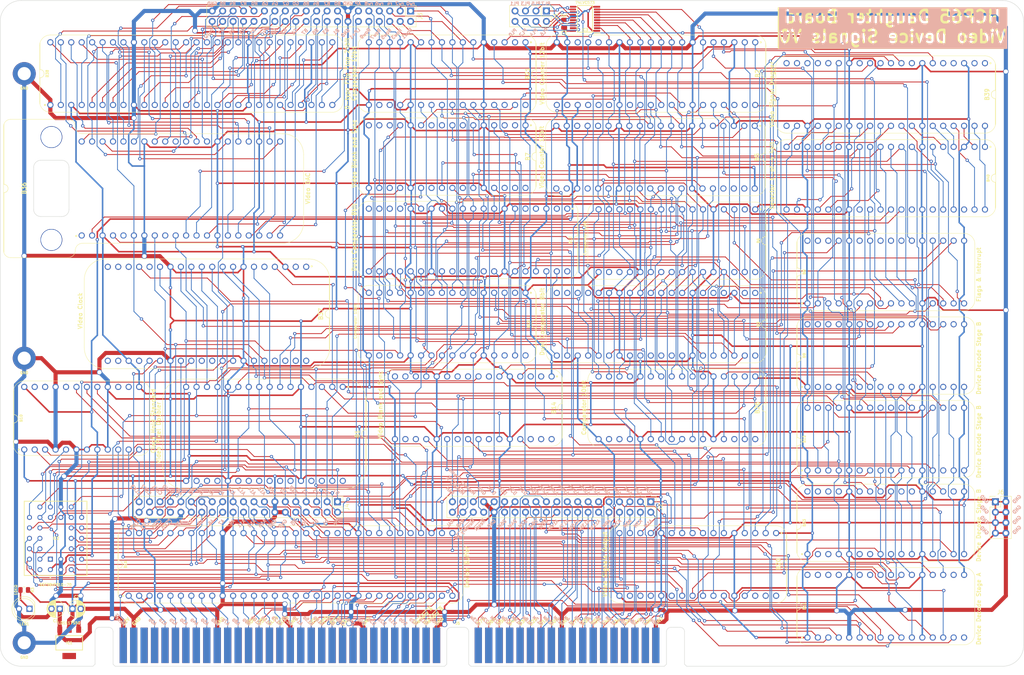
<source format=kicad_pcb>
(kicad_pcb (version 20240108) (generator "pcbnew") (generator_version "8.0")
  (title_block (title "HCP65 Video Board") (date "2024-08-26") (rev "V0"))
  (layers (0 "F.Cu" signal) (31 "B.Cu" signal) (36 "B.SilkS" user "B.Silkscreen") (37 "F.SilkS" user "F.Silkscreen") (38 "B.Mask" user) (39 "F.Mask" user) (44 "Edge.Cuts" user))
  (net 0 "")
  (net 1 "/Read Horizontal High")
  (net 2 "/Read Horizontal Low")
  (net 3 "/5V")
  (net 5 "/GND")
  (net 6 "/D7")
  (net 7 "/D6")
  (net 8 "/Memory Frame")
  (net 10 "/D5")
  (net 11 "/D4")
  (net 12 "/D3")
  (net 13 "/D2")
  (net 14 "/D1")
  (net 15 "/D0")
  (net 16 "/3.3V")
  (net 17 "/H10")
  (net 18 "/H9")
  (net 29 "/H8")
  (net 30 "/H7")
  (net 31 "/Write Horizontal Shift Pattern Low")
  (net 32 "/Last Pixel+1")
  (net 33 "/A11")
  (net 34 "/A10")
  (net 35 "/A9")
  (net 36 "/A8")
  (net 37 "/A7")
  (net 38 "/A6")
  (net 39 "/A5")
  (net 40 "/A4")
  (net 41 "/A3")
  (net 42 "/A2")
  (net 43 "/A1")
  (net 44 "/A0")
  (net 49 "/~{Reset}")
  (net 50 "/~{Horizontal Blank}")
  (net 51 "/H6")
  (net 52 "/H5")
  (net 58 "/H4")
  (net 62 "/~{WD}")
  (net 65 "/Write Horizontal Shift Pattern High")
  (net 66 "/~{Horizontal Front Porch Start} _{CMP}")
  (net 67 "/~{Horizontal Sync Start} _{CMP}")
  (net 68 "/~{Horizontal Back Porch Start} _{CMP}")
  (net 69 "/~{Horizontal Back Porch End} _{CMP}")
  (net 71 "/~{Horizontal Sync}")
  (net 72 "/Horizontal Sync")
  (net 73 "/A14")
  (net 74 "/A13")
  (net 75 "/A12")
  (net 76 "/Row0")
  (net 77 "/First Pixel")
  (net 78 "/Horizontal Blank")
  (net 81 "/H3")
  (net 83 "/Write Clear Interrupt")
  (net 84 "/Read Flags")
  (net 85 "/Write Flags")
  (net 86 "/~{Enable}_{D}")
  (net 87 "/~{Interrupt}_{D}")
  (net 88 "/A16")
  (net 89 "/~{RD}")
  (net 90 "/A15")
  (net 91 "/~{Device RAM}")
  (net 92 "/~{Device Select}")
  (net 93 "/H0_{D}")
  (net 94 "/H1_{D}")
  (net 95 "/H2_{D}")
  (net 96 "/~{Reset}_{D}")
  (net 97 "/A0_{D}")
  (net 98 "/A1_{D}")
  (net 99 "/A2_{D}")
  (net 100 "/A3_{D}")
  (net 101 "/A4_{D}")
  (net 102 "/A5_{D}")
  (net 106 "/Write Clock Select")
  (net 109 "/A6_{D}")
  (net 111 "/~{Device ROM}")
  (net 112 "/A7_{D}")
  (net 113 "/A8_{D}")
  (net 115 "/~{Device Registers}")
  (net 116 "/A9_{D}")
  (net 119 "/A10_{D}")
  (net 120 "/12V")
  (net 121 "/A11_{D}")
  (net 122 "/A12_{D}")
  (net 123 "/A13_{D}")
  (net 124 "/A14_{D}")
  (net 125 "/~{RD}_{D}")
  (net 126 "/~{WD}_{D}")
  (net 127 "/CLK_{D}")
  (net 128 "/D7_{D}")
  (net 129 "/D6_{D}")
  (net 130 "/D5_{D}")
  (net 131 "/D4_{D}")
  (net 132 "/D3_{D}")
  (net 133 "/D2_{D}")
  (net 134 "/D1_{D}")
  (net 135 "/D0_{D}")
  (net 136 "/~{Select}_{D}")
  (net 141 "/~{A4}")
  (net 151 "/~{Reset}_{System}")
  (net 158 "/Write Horizontal Front Porch Start")
  (net 159 "/Write Horiztonal Sync Start")
  (net 165 "/Write Horizontal Back Porch Start")
  (net 166 "/Write Horizontal Back Porch End")
  (net 167 "/~{A3}")
  (net 170 "/Write Vertical Front Porch Start High")
  (net 171 "/Write Vertical Front Porch Start Low")
  (net 172 "/~{Vertical Front Porch Start} _{CMP}")
  (net 173 "/Vertical Sync Polarity")
  (net 175 "/Horizontal Sync Polarity")
  (net 176 "/Read Vertical High")
  (net 180 "/Read Vertical Low")
  (net 183 "/Write Vertical Sync Start High")
  (net 184 "/Write Vertical Sync Start Low")
  (net 185 "/Write Vertical Back Porch End High")
  (net 186 "/Write Vertical Back Porch End Low")
  (net 187 "/~{Vertical Back Porch End} _{CMP}")
  (net 188 "/Advance Pixel")
  (net 189 "/~{Vertical Sync Start} _{CMP}")
  (net 190 "/Write Vertical Back Porch Start High")
  (net 191 "/Write Vertical Back Porch Start Low")
  (net 198 "/~{Vertical Back Porch Start} _{CMP}")
  (net 199 "/Read Address Bank")
  (net 205 "/Read Address High")
  (net 211 "/Read Address Low")
  (net 216 "/First Pixel _{HALF CYCLE}")
  (net 217 "/~{Vertical Back Porch End}")
  (net 219 "/~{Vertical Sync}")
  (net 220 "/Vertical Sync")
  (net 221 "/Row1")
  (net 222 "/First Row")
  (net 223 "/~{Vertical Blank}")
  (net 224 "/Vertical Blank")
  (net 226 "/Write Video Signal Delay")
  (net 229 "/A15_{D}")
  (net 230 "/A16_{D}")
  (net 240 "/~{CLK}_{D}")
  (net 247 "/~{Memory A}")
  (net 248 "/~{Memory B}")
  (net 249 "/A20_{M}")
  (net 250 "/A19_{M}")
  (net 251 "/A18_{M}")
  (net 252 "/A17_{M}")
  (net 253 "/A16_{M}")
  (net 254 "/A15_{M}")
  (net 255 "/A14_{M}")
  (net 256 "/A13_{M}")
  (net 257 "/A12_{M}")
  (net 258 "/A11_{M}")
  (net 259 "/A10_{M}")
  (net 260 "/A9_{M}")
  (net 261 "/A8_{M}")
  (net 262 "/A7_{M}")
  (net 263 "/A6_{M}")
  (net 264 "/D7_{M}")
  (net 265 "/D6_{M}")
  (net 266 "/D5_{M}")
  (net 267 "/D4_{M}")
  (net 268 "/D3_{M}")
  (net 269 "/D2_{M}")
  (net 270 "/D1_{M}")
  (net 271 "/D0_{M}")
  (net 272 "/~{RD}_{M}")
  (net 273 "/~{WD}_{M}")
  (net 274 "/A5_{M}")
  (net 275 "/A4_{M}")
  (net 276 "/A3_{M}")
  (net 277 "/A2_{M}")
  (net 278 "/A1_{M}")
  (net 279 "/A0_{M}")
  (net 280 "Net-(LED1-K)")
  (net 293 "/Horizontal Sync _{HALF CYCLE}")
  (net 294 "/Horizontal Blank _{HALF CYCLE}")
  (net 295 "/Vertical Sync _{HALF CYCLE}")
  (net 296 "/Vertical Blank _{HALF CYCLE}")
  (net 297 "/Row2")
  (net 298 "/Row3")
  (net 301 "/Row4")
  (net 302 "/Row5")
  (net 303 "/Row6")
  (net 304 "/Row7")
  (net 305 "/Row8")
  (net 306 "/Row9")
  (net 307 "/Write Palette Byte")
  (net 310 "/Last Row+1")
  (net 314 "/Last Pixel+1 _{HALF CYCLE}")
  (net 315 "/Blue0")
  (net 316 "/Blue1")
  (net 317 "/Blue2")
  (net 318 "/Blue3")
  (net 319 "/Blue4")
  (net 320 "/Blue5")
  (net 321 "/Blue6")
  (net 322 "/Blue7")
  (net 323 "/Green0")
  (net 324 "/Green1")
  (net 325 "/Green2")
  (net 326 "/Green3")
  (net 327 "/Green4")
  (net 328 "/Green5")
  (net 329 "/Green6")
  (net 330 "/Green7")
  (net 331 "/Red0")
  (net 332 "/Red1")
  (net 333 "/Red2")
  (net 334 "/Red3")
  (net 335 "/Red4")
  (net 336 "/Red5")
  (net 337 "/Red6")
  (net 338 "/Red7")
  (net 343 "/Horizontal Blank _{FINAL}")
  (net 344 "/Horizontal Sync _{FINAL}")
  (net 345 "/Vertical Blank _{FINAL}")
  (net 346 "/Vertical Sync _{FINAL}")
  (net 359 "/Horizontal Sync _{CYCLE 4}")
  (net 360 "/Horizontal Blank _{CYCLE 4}")
  (net 361 "/Vertical Sync _{CYCLE 4}")
  (net 362 "/Vertical Blank _{CYCLE 4}")
  (net 363 "/Horizontal Sync _{CYCLE 3}")
  (net 364 "/Horizontal Blank _{CYCLE 3}")
  (net 365 "/Horizontal Sync _{CYCLE 4H}")
  (net 366 "/Horizontal Blank _{CYCLE 4H}")
  (net 367 "/Vertical Sync _{CYCLE 4H}")
  (net 368 "/Vertical Blank _{CYCLE 4H}")
  (net 369 "/Vertical Sync _{CYCLE 3}")
  (net 370 "/Vertical Blank _{CYCLE 3}")
  (net 371 "/Horizontal Sync _{CYCLE 3H}")
  (net 372 "/Horizontal Blank _{CYCLE 3H}")
  (net 373 "/Blue7 _{HALF CYCLE}")
  (net 374 "/Blue6 _{HALF CYCLE}")
  (net 375 "/Blue5 _{HALF CYCLE}")
  (net 376 "/Blue4 _{HALF CYCLE}")
  (net 377 "/Blue3 _{HALF CYCLE}")
  (net 378 "/Blue2 _{HALF CYCLE}")
  (net 379 "/Blue1 _{HALF CYCLE}")
  (net 380 "/Blue0 _{HALF CYCLE}")
  (net 381 "/Red0 _{HALF CYCLE}")
  (net 382 "/Red1 _{HALF CYCLE}")
  (net 383 "/Red2 _{HALF CYCLE}")
  (net 384 "/Red3 _{HALF CYCLE}")
  (net 385 "/Red4 _{HALF CYCLE}")
  (net 386 "/Red5 _{HALF CYCLE}")
  (net 387 "/Red6 _{HALF CYCLE}")
  (net 388 "/Red7 _{HALF CYCLE}")
  (net 389 "/Green0 _{HALF CYCLE}")
  (net 390 "/Green1 _{HALF CYCLE}")
  (net 391 "/Green2 _{HALF CYCLE}")
  (net 392 "/Green3 _{HALF CYCLE}")
  (net 393 "/Green4 _{HALF CYCLE}")
  (net 394 "/Green5 _{HALF CYCLE}")
  (net 395 "/Green6 _{HALF CYCLE}")
  (net 396 "/Green7 _{HALF CYCLE}")
  (net 397 "/Vertical Sync _{CYCLE 3H}")
  (net 398 "/Vertical Blank _{CYCLE 3H}")
  (net 418 "/~{Pixel CLK}_{3}")
  (net 419 "/Pixel CLK_{3}")
  (net 421 "/~{Pixel CLK}_{2}")
  (net 422 "/Pixel CLK_{2}")
  (net 425 "/~{Pixel CLK}_{1}")
  (net 426 "/Pixel CLK_{1}")
  (net 428 "/~{Pixel CLK}_{0}")
  (net 429 "/Pixel CLK_{0}")
  (net 482 "/Palette Write")
  (net 483 "/PL3")
  (net 484 "/PL6")
  (net 485 "/PL1")
  (net 486 "/PL2")
  (net 487 "/PL4")
  (net 488 "/PL5")
  (net 489 "/PL7")
  (net 490 "/PL0")
  (footprint "HCP65_Parts:HCP65_MountingHole_M3_" (layer "F.Cu") (at 25.4 20.32)
    (property "Reference" "H19" (hide yes))
    (property "Value" "MountingHole_Pad")
  )
  (footprint "Connector_PinHeader_2.54mm:PinHeader_2x20_P2.54mm_Vertical" (layer "F.Cu") (at 177.8 124.46 -90)
    (property "Reference" "J2")
    (property "Value" "Conn_01x40_Pin")
  )
  (footprint "SamacSys_Parts:CP_Radial_D4.0mm_P2.00mm" (layer "F.Cu") (at 37.1274 150.495)
    (property "Reference" "C2")
    (property "Value" "100μF")
  )
  (footprint "SamacSys_Parts:LED_D5.0mm" (layer "F.Cu") (at 26.675 150.495 180)
    (property "Reference" "LED1")
    (property "Value" "LED")
  )
  (footprint "HCP65_Parts:HCP65_Device_Decode_Stage_B" (layer "F.Cu") (at 215.9 96.52 90)
    (property "Reference" "B9")
    (property "Value" "Device Decode Stage B" (hide yes))
  )
  (footprint "SamacSys_Parts:SOP65P640X110-20N" (layer "F.Cu") (at 161.798 6.985 180)
    (property "Reference" "IC3")
    (property "Value" "74LVC573APW,118" (hide yes))
  )
  (footprint "HCP65_Parts:HCP65_Selector_1_of_4_4bit_with_Input" (layer "F.Cu") (at 259.08 38.134 -90)
    (property "Reference" "B40")
    (property "Value" "Selector 1-of-4 4bit with Input" (hide yes))
  )
  (footprint "HCP65_Parts:HCP65_Device_Buffer" (layer "F.Cu") (at 50.8 147.32 90)
    (property "Reference" "B16")
    (property "Value" "Device Buffer" (hide yes))
  )
  (footprint "SamacSys_Parts:98pin Edge Connector" (layer "F.Cu") (at 42.1132 164.465)
    (property "Reference" "J5")
    (property "Value" "395-098-520-350")
    (fp_line (start 0.5 -8.413) (end 0.5 -0.5) (stroke (width 0.1)) (layer "Edge.Cuts"))
    (fp_line (start 0.5 -0.5) (end 0 0) (stroke (width 0.1)) (layer "Edge.Cuts"))
    (fp_line (start 3.81 -9.479799) (end 1.577048 -9.479799) (stroke (width 0.1)) (layer "Edge.Cuts"))
    (fp_line (start 4.887048 -8.413) (end 4.887048 -0.5) (stroke (width 0.1)) (layer "Edge.Cuts"))
    (fp_line (start 4.887048 -0.5) (end 5.387048 0) (stroke (width 0.1)) (layer "Edge.Cuts"))
    (fp_line (start 85.540048 0) (end 5.387048 0) (stroke (width 0.1)) (layer "Edge.Cuts"))
    (fp_line (start 86.040048 -8.4) (end 86.040048 -0.5) (stroke (width 0.1)) (layer "Edge.Cuts"))
    (fp_line (start 86.040048 -0.5) (end 85.540048 0) (stroke (width 0.1)) (layer "Edge.Cuts"))
    (fp_line (start 87.117096 -9.466799) (end 90.297 -9.466799) (stroke (width 0.1)) (layer "Edge.Cuts"))
    (fp_line (start 91.374048 -8.4) (end 91.374048 -0.5) (stroke (width 0.1)) (layer "Edge.Cuts"))
    (fp_line (start 91.374048 -0.5) (end 91.874048 0) (stroke (width 0.1)) (layer "Edge.Cuts"))
    (fp_line (start 138.999048 0) (end 91.874048 0) (stroke (width 0.1)) (layer "Edge.Cuts"))
    (fp_line (start 139.499048 -8.4) (end 139.499048 -0.5) (stroke (width 0.1)) (layer "Edge.Cuts"))
    (fp_line (start 139.499048 -0.5) (end 138.999048 0) (stroke (width 0.1)) (layer "Edge.Cuts"))
    (fp_line (start 140.576096 -9.466799) (end 142.809048 -9.466799) (stroke (width 0.1)) (layer "Edge.Cuts"))
    (fp_line (start 143.886096 -8.4) (end 143.886096 -0.5) (stroke (width 0.1)) (layer "Edge.Cuts"))
    (fp_line (start 143.886096 -0.5) (end 144.386096 0) (stroke (width 0.1)) (layer "Edge.Cuts"))
    (fp_arc (start 0.5 -8.413) (mid 0.817585 -9.169461) (end 1.577048 -9.479799) (stroke (width 0.1)) (layer "Edge.Cuts"))
    (fp_arc (start 3.81 -9.479799) (mid 4.569467 -9.169465) (end 4.887048 -8.413) (stroke (width 0.1)) (layer "Edge.Cuts"))
    (fp_arc (start 86.040048 -8.4) (mid 86.357626 -9.156454) (end 87.117096 -9.466799) (stroke (width 0.1)) (layer "Edge.Cuts"))
    (fp_arc (start 90.297 -9.466799) (mid 91.056476 -9.156459) (end 91.374048 -8.4) (stroke (width 0.1)) (layer "Edge.Cuts"))
    (fp_arc (start 139.499048 -8.4) (mid 139.816626 -9.156454) (end 140.576096 -9.466799) (stroke (width 0.1)) (layer "Edge.Cuts"))
    (fp_arc (start 142.809048 -9.466799) (mid 143.568523 -9.156472) (end 143.886096 -8.4) (stroke (width 0.1)) (layer "Edge.Cuts"))
  )
  (footprint "HCP65_Parts:HCP65_Comparator_10bit" (layer "F.Cu") (at 203.2 93.98 -90)
    (property "Reference" "B26")
    (property "Value" "Comparator 10bit" (hide yes))
  )
  (footprint "HCP65_Parts:HCP65_Clock_Hold_Standard" (layer "F.Cu") (at 25.4 111.76 90)
    (property "Reference" "B10")
    (property "Value" "Clock Hold Standard" (hide yes))
  )
  (footprint "HCP65_Parts:HCP65_Dual_Comparator_8bit" (layer "F.Cu") (at 157.48 53.17 -90)
    (property "Reference" "B12")
    (property "Value" "Dual Comparator 8bit" (hide yes))
  )
  (footprint "Connector_PinHeader_2.54mm:PinHeader_2x20_P2.54mm_Vertical" (layer "F.Cu") (at 119.38 5.08 -90)
    (property "Reference" "J3")
    (property "Value" "Conn_01x40_Pin")
  )
  (footprint "SamacSys_Parts:R_0805" (layer "F.Cu") (at 25.4 145.923 -90)
    (property "Reference" "R3")
    (property "Value" "10KΩ")
  )
  (footprint "HCP65_Parts:HCP65_Comparator_10bit" (layer "F.Cu") (at 203.2 53.34 -90)
    (property "Reference" "B6")
    (property "Value" "Comparator 10bit" (hide yes))
  )
  (footprint "SamacSys_Parts:CP_Radial_D4.0mm_P2.00mm" (layer "F.Cu") (at 34.036 150.495 180)
    (property "Reference" "C1")
    (property "Value" "10μF")
  )
  (footprint "HCP65_Parts:HCP65_Flags_Interrupt" (layer "F.Cu") (at 215.9 76.2 90)
    (property "Reference" "B8")
    (property "Value" "Flags & Interrupt" (hide yes))
  )
  (footprint "HCP65_Parts:HCP65_Video_Blank_and_Sync" (layer "F.Cu") (at 147.32 32.884 -90)
    (property "Reference" "B7")
    (property "Value" "Video Blank and Sync" (hide yes))
  )
  (footprint "SamacSys_Parts:5408803224008" (layer "F.Cu") (at 31.75 138.43)
    (property "Reference" "IC2")
    (property "Value" "SST39VF010-70-4I-NHE" (hide yes))
  )
  (footprint "HCP65_Parts:HCP65_MountingHole_M3_" (layer "F.Cu") (at 25.4 89.535)
    (property "Reference" "H1" (hide yes))
    (property "Value" "MountingHole_Pad")
  )
  (footprint "HCP65_Parts:HCP65_Video_DAC" (layer "F.Cu") (at 39.37 59.69 90)
    (property "Reference" "B36")
    (property "Value" "Video DAC" (hide yes))
    (fp_line (start 6.35 -11.684) (end 16.547381 -11.684) (stroke (width 0.1)) (layer "Edge.Cuts"))
    (fp_line (start 18.288 -9.943381) (end 18.288 -4.826) (stroke (width 0.1)) (layer "Edge.Cuts"))
    (fp_line (start 4.609381 -9.943381) (end 4.609381 -4.826) (stroke (width 0.1)) (layer "Edge.Cuts"))
    (fp_line (start 16.547381 -3.085381) (end 6.35 -3.085381) (stroke (width 0.1)) (layer "Edge.Cuts"))
    (fp_arc (start 16.547381 -11.684) (mid 17.778178 -11.174178) (end 18.288 -9.943381) (stroke (width 0.1)) (layer "Edge.Cuts"))
    (fp_arc (start 4.609381 -9.943381) (mid 5.1192 -11.174181) (end 6.35 -11.684) (stroke (width 0.1)) (layer "Edge.Cuts"))
    (fp_arc (start 18.288 -4.826) (mid 17.77817 -3.595211) (end 16.547381 -3.085381) (stroke (width 0.1)) (layer "Edge.Cuts"))
    (fp_arc (start 6.35 -3.085381) (mid 5.119205 -3.595205) (end 4.609381 -4.826) (stroke (width 0.1)) (layer "Edge.Cuts"))
  )
  (footprint "HCP65_Parts:HCP65_Dual_Comparator_8bit" (layer "F.Cu") (at 203.2 73.66 -90)
    (property "Reference" "B3")
    (property "Value" "Dual Comparator 8bit" (hide yes))
  )
  (footprint "HCP65_Parts:HCP65_Device_Decode_Stage_B" (layer "F.Cu") (at 215.9 116.84 90)
    (property "Reference" "B15")
    (property "Value" "Device Decode Stage B" (hide yes))
  )
  (footprint "HCP65_Parts:HCP65_Video_Counter_12bit" (layer "F.Cu") (at 203.2 12.7 -90)
    (property "Reference" "B2")
    (property "Value" "Video Counter 12bit" (hide yes))
  )
  (footprint "HCP65_Parts:HCP65_Device_Decode_Stage_A" (layer "F.Cu") (at 215.9 157.48 90)
    (property "Reference" "B11")
    (property "Value" "Device Decode Stage A" (hide yes))
  )
  (footprint "Connector_PinHeader_2.54mm:PinHeader_2x04_P2.54mm_Vertical" (layer "F.Cu") (at 152.4 5.08 -90)
    (property "Reference" "J1")
    (property "Value" "Conn_01x08_Pin")
  )
  (footprint "Connector_PinHeader_2.54mm:PinHeader_2x20_P2.54mm_Vertical" (layer "F.Cu") (at 101.6 124.46 -90)
    (property "Reference" "J4")
    (property "Value" "Conn_01x40_Pin")
  )
  (footprint "HCP65_Parts:HCP65_Device_Decode_Stage_B" (layer "F.Cu") (at 215.9 137.194 90)
    (property "Reference" "B23")
    (property "Value" "Device Decode Stage B" (hide yes))
  )
  (footprint "SamacSys_Parts:LD1117S33C" (layer "F.Cu") (at 36.336 158.775 180)
    (property "Reference" "IC1")
    (property "Value" "LD1117S50C" (hide yes))
  )
  (footprint "HCP65_Parts:HCP65_Comparator_10bit" (layer "F.Cu") (at 147.32 73.626 -90)
    (property "Reference" "B13")
    (property "Value" "Comparator 10bit" (hide yes))
  )
  (footprint "HCP65_Parts:HCP65_Video_Counter_12bit" (layer "F.Cu") (at 203.073 33.02 -90)
    (property "Reference" "B5")
    (property "Value" "Video Counter 12bit" (hide yes))
  )
  (footprint "HCP65_Parts:HCP65_Video_Pixel_Doubler" (layer "F.Cu") (at 102.87 96.52 -90)
    (property "Reference" "B1")
    (property "Value" "Video Pixel Doubler" (hide yes))
  )
  (footprint "HCP65_Parts:HCP65_Video_Output_Signals" (layer "F.Cu") (at 208.28 132.08 -90)
    (property "Reference" "B20")
    (property "Value" "Video Signals Output" (hide yes))
  )
  (footprint "HCP65_Parts:HCP65_D_Flip_Flop_24bit" (layer "F.Cu") (at 31.75 27.94 90)
    (property "Reference" "B38")
    (property "Value" "D-type Flip Flop 24bit" (hide yes))
  )
  (footprint "Connector_PinHeader_2.54mm:PinHeader_2x04_P2.54mm_Vertical" (layer "F.Cu") (at 261.62 124.46)
    (property "Reference" "J6")
    (property "Value" "Conn_01x08_Pin")
  )
  (footprint "HCP65_Parts:HCP65_Comparator_10bit" (layer "F.Cu") (at 147.32 12.7 -90)
    (property "Reference" "B21")
    (property "Value" "Comparator 10bit" (hide yes))
  )
  (footprint "HCP65_Parts:HCP65_Video_Clock" (layer "F.Cu") (at 93.98 67.31 -90)
    (property "Reference" "B37")
    (property "Value" "Video Clock" (hide yes))
  )
  (footprint "HCP65_Parts:HCP65_Video_Blank_and_Sync" (layer "F.Cu") (at 153.67 93.98 -90)
    (property "Reference" "B14")
    (property "Value" "Video Blank and Sync" (hide yes))
  )
  (footprint "HCP65_Parts:HCP65_MountingHole_M3_" (layer "F.Cu") (at 25.4 158.75)
    (property "Reference" "H9" (hide yes))
    (property "Value" "MountingHole_Pad")
  )
  (footprint "SamacSys_Parts:C_0805" (layer "F.Cu") (at 156.718 8.173 180)
    (property "Reference" "C3")
    (property "Value" "?μF")
  )
  (footprint "HCP65_Parts:HCP65_Video_Signal_Dragger" (layer "F.Cu") (at 259.08 17.78 -90)
    (property "Reference" "B39")
    (property "Value" "Video Signal Dragger" (hide yes))
  )
  (gr_line (start 263.406 164.465001) (end 186.5 164.465) (stroke (width 0.1)) (layer "Edge.Cuts"))
  (gr_line (start 19.558 159.385) (end 19.55 7.62) (stroke (width 0.1)) (layer "Edge.Cuts"))
  (gr_arc (start 19.55 7.62) (mid 21.037898 4.027898) (end 24.63 2.54) (stroke (width 0.1)) (layer "Edge.Cuts"))
  (gr_arc (start 263.397999 2.54) (mid 266.990102 4.027897) (end 268.477999 7.62) (stroke (width 0.1)) (layer "Edge.Cuts"))
  (gr_arc (start 268.486 159.385001) (mid 266.998102 162.977103) (end 263.406 164.465001) (stroke (width 0.1)) (layer "Edge.Cuts"))
  (gr_line (start 268.486 159.385001) (end 268.477999 7.62) (stroke (width 0.1)) (layer "Edge.Cuts"))
  (gr_line (start 263.397999 2.54) (end 24.63 2.54) (stroke (width 0.1)) (layer "Edge.Cuts"))
  (gr_line (start 42.1132 164.465) (end 24.638 164.465) (stroke (width 0.1)) (layer "Edge.Cuts"))
  (gr_arc (start 24.638 164.465) (mid 21.045898 162.977102) (end 19.558 159.385) (stroke (width 0.1)) (layer "Edge.Cuts"))
  (gr_text "D0M" (at 149.86 128.524 45) (layer "B.SilkS") (effects (font (size 0.8 0.8) (thickness 0.2) (bold yes)) (justify left top mirror)))
  (gr_text "A8" (at 73.66 123.063 315) (layer "B.SilkS") (effects (font (size 0.8 0.8) (thickness 0.2) (bold yes)) (justify left bottom mirror)))
  (gr_text "D4" (at 99.06 128.524 45) (layer "B.SilkS") (effects (font (size 0.8 0.8) (thickness 0.2) (bold yes)) (justify left top mirror)))
  (gr_text "R7" (at 73.66 9.144 45) (layer "B.SilkS") (effects (font (size 0.8 0.8) (thickness 0.2) (bold yes)) (justify left top mirror)))
  (gr_text "GND" (at 86.36 128.524 45) (layer "B.SilkS") (effects (font (size 0.8 0.8) (thickness 0.2) (bold yes)) (justify left top mirror)))
  (gr_text "~{Reset}" (at 137.16 128.524 45) (layer "B.SilkS") (effects (font (size 0.8 0.8) (thickness 0.2) (bold yes)) (justify left top mirror)))
  (gr_text "GND" (at 260.223 127 315) (layer "B.SilkS") (effects (font (size 0.8 0.8) (thickness 0.2) (bold yes)) (justify left top mirror)))
  (gr_text "A6M" (at 170.18 123.063 315) (layer "B.SilkS") (effects (font (size 0.8 0.8) (thickness 0.2) (bold yes)) (justify left bottom mirror)))
  (gr_text "A13_{M}" (at 161.29 154.813 315) (layer "B.SilkS") (effects (font (size 0.8 0.8) (thickness 0.2) (bold yes)) (justify left bottom mirror)))
  (gr_text "H1_{D}" (at 123.19 154.813 315) (layer "B.SilkS") (effects (font (size 0.8 0.8) (thickness 0.2) (bold yes)) (justify left bottom mirror)))
  (gr_text "D7_{D}" (at 100.457 154.813 315) (layer "B.SilkS") (effects (font (size 0.8 0.8) (thickness 0.2) (bold yes)) (justify left bottom mirror)))
  (gr_text "PL6" (at 152.4 9.017 45) (layer "B.SilkS") (effects (font (size 0.8 0.8) (thickness 0.2) (bold yes)) (justify left top mirror)))
  (gr_text "D7" (at 101.6 123.063 315) (layer "B.SilkS") (effects (font (size 0.8 0.8) (thickness 0.2) (bold yes)) (justify left bottom mirror)))
  (gr_text "D5_{D}" (at 105.41 154.813 315) (layer "B.SilkS") (effects (font (size 0.8 0.8) (thickness 0.2) (bold yes)) (justify left bottom mirror)))
  (gr_text "B1" (at 101.6 9.144 45) (layer "B.SilkS") (effects (font (size 0.8 0.8) (thickness 0.2) (bold yes)) (justify left top mirror)))
  (gr_text "G4" (at 86.36 3.302 0) (layer "B.SilkS") (effects (font (size 0.8 0.8) (thickness 0.2) (bold yes)) (justify mirror)))
  (gr_text "A6" (at 71.12 123.063 315) (layer "B.SilkS") (effects (font (size 0.8 0.8) (thickness 0.2) (bold yes)) (justify left bottom mirror)))
  (gr_text "G2" (at 89.027 3.302 0) (layer "B.SilkS") (effects (font (size 0.8 0.8) (thickness 0.2) (bold yes)) (justify mirror)))
  (gr_text "12V" (at 63.5 128.524 45) (layer "B.SilkS") (effects (font (size 0.8 0.8) (thickness 0.2) (bold yes)) (justify left top mirror)))
  (gr_text "A20M" (at 152.527 123.063 315) (layer "B.SilkS") (effects (font (size 0.8 0.8) (thickness 0.2) (bold yes)) (justify left bottom mirror)))
  (gr_text "GND" (at 260.223 129.54 315) (layer "B.SilkS") (effects (font (size 0.8 0.8) (thickness 0.2) (bold yes)) (justify left top mirror)))
  (gr_text "A13" (at 81.28 128.524 45) (layer "B.SilkS") (effects (font (size 0.8 0.8) (thickness 0.2) (bold yes)) (justify left top mirror)))
  (gr_text "A21_{M}" (at 140.843 154.813 315) (layer "B.SilkS") (effects (font (size 0.8 0.8) (thickness 0.2) (bold yes)) (justify left bottom mirror)))
  (gr_text "D4M" (at 144.78 128.524 45) (layer "B.SilkS") (effects (font (size 0.8 0.8) (thickness 0.2) (bold yes)) (justify left top mirror)))
  (gr_text "A6_{D}" (at 72.39 154.813 315) (layer "B.SilkS") (effects (font (size 0.8 0.8) (thickness 0.2) (bold yes)) (justify left bottom mirror)))
  (gr_text "PL5" (at 149.86 3.302 0) (layer "B.SilkS") (effects (font (size 0.8 0.8) (thickness 0.2) (bold yes)) (justify mirror)))
  (gr_text "D5M" (at 142.367 123.063 315) (layer "B.SilkS") (effects (font (size 0.8 0.8) (thickness 0.2) (bold yes)) (justify left bottom mirror)))
  (gr_text "D1" (at 93.98 123.063 315) (layer "B.SilkS") (effects (font (size 0.8 0.8) (thickness 0.2) (bold yes)) (justify left bottom mirror)))
  (gr_text "~{RD}" (at 91.44 128.524 45) (layer "B.SilkS") (effects (font (size 0.8 0.8) (thickness 0.2) (bold yes)) (justify left top mirror)))
  (gr_text "GND" (at 86.36 123.063 315) (layer "B.SilkS") (effects (font (size 0.8 0.8) (thickness 0.2) (bold yes)) (justify left bottom mirror)))
  (gr_text "rw8" (at 109.22 3.302 0) (layer "B.SilkS") (effects (font (size 0.8 0.8) (thickness 0.2) (bold yes)) (justify mirror)))
  (gr_text "R0" (at 81.407 3.302 0) (layer "B.SilkS") (effects (font (size 0.8 0.8) (thickness 0.2) (bold yes)) (justify mirror)))
  (gr_text "~{WD}M" (at 152.4 128.524 45) (layer "B.SilkS") (effects (font (size 0.8 0.8) (thickness 0.2) (bold yes)) (justify left top mirror)))
  (gr_text "A8_{M}" (at 173.863 154.813 315) (layer "B.SilkS") (effects (font (size 0.8 0.8) (thickness 0.2) (bold yes)) (justify left bottom mirror)))
  (gr_text "G5" (at 86.36 9.144 45) (layer "B.SilkS") (effects (font (size 0.8 0.8) (thickness 0.2) (bold yes)) (justify left top mirror)))
  (gr_text "D6" (at 101.6 128.524 45) (layer "B.SilkS") (effects (font (size 0.8 0.8) (thickness 0.2) (bold yes)) (justify left top mirror)))
  (gr_text "D3M" (at 144.78 123.063 315) (layer "B.SilkS") (effects (font (size 0.8 0.8) (thickness 0.2) (bold yes)) (justify left bottom mirror)))
  (gr_text "D0_{D}" (at 118.11 154.813 315) (layer "B.SilkS") (effects (font (size 0.8 0.8) (thickness 0.2) (bold yes)) (justify left bottom mirror)))
  (gr_text "A16_{D}" (at 97.79 154.813 315) (layer "B.SilkS") (effects (font (size 0.8 0.8) (thickness 0.2) (bold yes)) (justify left bottom mirror)))
  (gr_text "D0" (at 93.98 128.524 45) (layer "B.SilkS") (effects (font (size 0.8 0.8) (thickness 0.2) (bold yes)) (justify left top mirror)))
  (gr_text "A18_{M}" (at 148.59 154.813 315) (layer "B.SilkS") (effects (font (size 0.8 0.8) (thickness 0.2) (bold yes)) (justify left bottom mirror)))
  (gr_text "~{Reset}" (at 49.53 154.813 -45) (layer "B.SilkS") (effects (font (size 0.8 0.8) (thickness 0.2) (bold yes)) (justify left bottom mirror)))
  (gr_text "~{CLK1}" (at 58.42 128.524 45) (layer "B.SilkS") (effects (font (size 0.8 0.8) (thickness 0.2) (bold yes)) (justify left top mirror)))
  (gr_text "Memory Frame" (at 134.747 123.063 315) (layer "B.SilkS") (effects (font (size 0.8 0.8) (thickness 0.2) (bold yes)) (justify left bottom mirror)))
  (gr_text "A16M" (at 157.48 123.063 315) (layer "B.SilkS") (effects (font (size 0.8 0.8) (thickness 0.2) (bold yes)) (justify left bottom mirror)))
  (gr_text "A13M" (at 162.56 128.524 45) (layer "B.SilkS") (effects (font (size 0.8 0.8) (thickness 0.2) (bold yes)) (justify left top mirror)))
  (gr_text "A1_{D}" (at 59.69 154.813 315) (layer "B.SilkS") (effects (font (size 0.8 0.8) (thickness 0.2) (bold yes)) (justify left bottom mirror)))
  (gr_text "~{CLK2}" (at 55.88 128.524 45) (layer "B.SilkS") (effects (font (size 0.8 0.8) (thickness 0.2) (bold yes)) (justify left top mirror)))
  (gr_text "A8M" (at 167.513 123.063 315) (layer "B.SilkS") (effects (font (size 0.8 0.8) (thickness 0.2) (bold yes)) (justify left bottom mirror)))
  (gr_text "GND" (at 265.557 131.953 45) (layer "B.SilkS") (effects (font (size 0.8 0.8) (thickness 0.2) (bold yes)) (justify right top mirror)))
  (gr_text "A11M" (at 165.1 128.524 45) (layer "B.SilkS") (effects (font (size 0.8 0.8) (thickness 0.2) (bold yes)) (justify left top mirror)))
  (gr_text "A14" (at 81.28 123.063 315) (layer "B.SilkS") (effects (font (size 0.8 0.8) (thickness 0.2) (bold yes)) (justify left bottom mirror)))
  (gr_text "HCP65 Daughter Board\nVideo Device Signals V0" (at 236.601 8.89 0) (layer "B.SilkS" knockout) (effects (font (size 3 3) (thickness 0.6) (bold yes)) (justify mirror)))
  (gr_text "A7_{M}" (at 176.53 154.813 315) (layer "B.SilkS") (effects (font (size 0.8 0.8) (thickness 0.2) (bold yes)) (justify left bottom mirror)))
  (gr_text "Row7" (at 111.76 9.144 45) (layer "B.SilkS") (effects (font (size 0.8 0.8) (thickness 0.2) (bold yes)) (justify left top mirror)))
  (gr_text "A14M" (at 159.893 123.063 315) (layer "B.SilkS") (effects (font (size 0.8 0.8) (thickness 0.2) (bold yes)) (justify left bottom mirror)))
  (gr_text "A9" (at 76.2 128.524 45) (layer "B.SilkS") (effects (font (size 0.8 0.8) (thickness 0.2) (bold yes)) (justify left top mirror)))
  (gr_text "GND" (at 265.557 129.54 45) (layer "B.SilkS") (effects (font (size 0.8 0.8) (thickness 0.2) (bold yes)) (justify right top mirror)))
  (gr_text "A5_{D}" (at 69.85 154.813 315) (layer "B.SilkS") (effects (font (size 0.8 0.8) (thickness 0.2) (bold yes)) (justify left bottom mirror)))
  (gr_text "D2_{D}" (at 113.03 154.813 315) (layer "B.SilkS") (effects (font (size 0.8 0.8) (thickness 0.2) (bold yes)) (justify left bottom mirror)))
  (gr_text "PL2" (at 147.32 9.144 45) (layer "B.SilkS") (effects (font (size 0.8 0.8) (thickness 0.2) (bold yes)) (justify left top mirror)))
  (gr_text "G3" (at 88.9 9.017 45) (layer "B.SilkS") (effects (font (size 0.8 0.8) (thickness 0.2) (bold yes)) (justify left top mirror)))
  (gr_text "GND" (at 71.12 3.302 0) (layer "B.SilkS") (effects (font (size 0.8 0.8) (thickness 0.2) (bold yes)) (justify mirror)))
  (gr_text "A4" (at 68.58 123.063 315) (layer "B.SilkS") (effects (font (size 0.8 0.8) (thickness 0.2) (bold yes)) (justify left bottom mirror)))
  (gr_text "A7M" (at 170.18 128.524 45) (layer "B.SilkS") (effects (font (size 0.8 0.8) (thickness 0.2) (bold yes)) (justify left top mirror)))
  (gr_text "rw6" (at 111.76 3.302 0) (layer "B.SilkS") (effects (font (size 0.8 0.8) (thickness 0.2) (bold yes)) (justify mirror)))
  (gr_text "GND" (at 265.557 127 45) (layer "B.SilkS") (effects (font (size 0.8 0.8) (thickness 0.2) (bold yes)) (justify right top mirror)))
  (gr_text "A2" (at 66.167 123.063 315) (layer "B.SilkS") (effects (font (size 0.8 0.8) (thickness 0.2) (bold yes)) (justify left bottom mirror)))
  (gr_text "CLK1" (at 58.547 123.063 315) (layer "B.SilkS") (effects (font (size 0.8 0.8) (thickness 0.2) (bold yes)) (justify left bottom mirror)))
  (gr_text "A10M" (at 164.973 123.063 315) (layer "B.SilkS") (effects (font (size 0.8 0.8) (thickness 0.2) (bold yes)) (justify left bottom mirror)))
  (gr_text "GND" (at 260.223 124.46 315) (layer "B.SilkS") (effects (font (size 0.8 0.8) (thickness 0.2) (bold yes)) (justify left top mirror)))
  (gr_text "~{WD}" (at 88.773 123.063 315) (layer "B.SilkS") (effects (font (size 0.8 0.8) (thickness 0.2) (bold yes)) (justify left bottom mirror)))
  (gr_text "A16_{M}" (at 153.67 154.813 315) (layer "B.SilkS") (effects (font (size 0.8 0.8) (thickness 0.2) (bold yes)) (justify left bottom mirror)))
  (gr_text "~{RD}M" (at 149.86 123.063 315) (layer "B.SilkS") (effects (font (size 0.8 0.8) (thickness 0.2) (bold yes)) (justify left bottom mirror)))
  (gr_text "CLK3" (at 53.34 128.397 45) (layer "B.SilkS") (effects (font (size 0.8 0.8) (thickness 0.2) (bold yes)) (justify left top mirror)))
  (gr_text "R4" (at 76.073 3.302 0) (layer "B.SilkS") (effects (font (size 0.8 0.8) (thickness 0.2) (bold yes)) (justify mirror)))
  (gr_text "A4_{D}" (at 67.31 154.813 315) (layer "B.SilkS") (effects (font (size 0.8 0.8) (thickness 0.2) (bold yes)) (justify left bottom mirror)))
  (gr_text "A2M" (at 175.26 123.063 315) (layer "B.SilkS") (effects (font (size 0.8 0.8) (thickness 0.2) (bold yes)) (justify left bottom mirror)))
  (gr_text "B5" (at 96.52 9.144 45) (layer "B.SilkS") (effects (font (size 0.8 0.8) (thickness 0.2) (bold yes)) (justify left top mirror)))
  (gr_text "G0" (at 91.44 3.302 0) (layer "B.SilkS") (effects (font (size 0.8 0.8) (thickness 0.2) (bold yes)) (justify mirror)))
  (gr_text "Row5" (at 114.3 9.144 45) (layer "B.SilkS") (effects (font (size 0.8 0.8) (thickness 0.2) (bold yes)) (justify left top mirror)))
  (gr_text "B7" (at 93.98 9.144 45) (layer "B.SilkS") (effects (font (size 0.8 0.8) (thickness 0.2) (bold yes)) (justify left top mirror)))
  (gr_text "PalW" (at 71.12 9.144 45) (layer "B.SilkS") (effects (font (size 0.8 0.8) (thickness 0.2) (bold yes)) (justify left top mirror)))
  (gr_text "D6_{D}" (at 102.87 154.813 315) (layer "B.SilkS") (effects (font (size 0.8 0.8) (thickness 0.2) (bold yes)) (justify left bottom mirror)))
  (gr_text "A12" (at 78.74 123.063 315) (layer "B.SilkS") (effects (font (size 0.8 0.8) (thickness 0.2) (bold yes)) (justify left bottom mirror)))
  (gr_text "A0M" (at 177.8 123.063 315) (layer "B.SilkS") (effects (font (size 0.8 0.8) (thickness 0.2) (bold yes)) (justify left bottom mirror)))
  (gr_text "A11_{D}" (at 85.09 154.813 315) (layer "B.SilkS") (effects (font (size 0.8 0.8) (thickness 0.2) (bold yes)) (justify left bottom mirror)))
  (gr_text "D6M" (at 142.24 128.524 45) (layer "B.SilkS") (effects (font (size 0.8 0.8) (thickness 0.2) (bold yes)) (justify left top mirror)))
  (gr_text "AP" (at 106.553 3.302 0) (layer "B.SilkS") (effects (font (size 0.8 0.8) (thickness 0.2) (bold yes)) (justify mirror)))
  (gr_text "A4M" (at 172.847 123.063 315) (layer "B.SilkS") (effects (font (size 0.8 0.8) (thickness 0.2) (bold yes)) (justify left bottom mirror)))
  (gr_text "~{Memory A}" (at 134.62 128.524 45) (layer "B.SilkS") (effects (font (size 0.8 0.8) (thickness 0.2) (bold yes)) (justify left top mirror)))
  (gr_text "r4" (at 114.3 3.302 0) (layer "B.SilkS") (effects (font (size 0.8 0.8) (thickness 0.2) (bold yes)) (justify mirror)))
  (gr_text "RAH" (at 129.54 123.063 315) (layer "B.SilkS") (effects (font (size 0.8 0.8) (thickness 0.2) (bold yes)) (justify left bottom mirror)))
  (gr_text "A3" (at 68.58 128.524 45) (layer "B.SilkS") (effects (font (size 0.8 0.8) (thickness 0.2) (bold yes)) (justify left top mirror)))
  (gr_text "D1M" (at 147.32 123.063 315) (layer "B.SilkS") (effects (font (size 0.8 0.8) (thickness 0.2) (bold yes)) (justify left bottom mirror)))
  (gr_text "R2" (at 78.74 3.302 0) (layer "B.SilkS") (effects (font (size 0.8 0.8) (thickness 0.2) (bold yes)) (justify mirror)))
  (gr_text "A9_{M}" (at 171.45 154.813 315) (layer "B.SilkS") (effects (font (size 0.8 0.8) (thickness 0.2) (bold yes)) (justify left bottom mirror)))
  (gr_text "A3M" (at 175.26 128.524 45) (layer "B.SilkS") (effects (font (size 0.8 0.8) (thickness 0.2) (bold yes)) (justify left top mirror)))
  (gr_text "GND" (at 260.223 132.08 315) (layer "B.SilkS") (effects (font (size 0.8 0.8) (thickness 0.2) (bold yes)) (justify left top mirror)))
  (gr_text "PL1" (at 144.653 3.302 0) (layer "B.SilkS") (effects (font (size 0.8 0.8) (thickness 0.2) (bold yes)) (justify mirror)))
  (gr_text "R1" (at 81.28 9.144 45) (layer "B.SilkS") (effects (font (size 0.8 0.8) (thickness 0.2) (bold yes)) (justify left top mirror)))
  (gr_text "D7M" (at 139.7 123.063 315) (layer "B.SilkS") (effects (font (size 0.8 0.8) (thickness 0.2) (bold yes)) (justify left bottom mirror)))
  (gr_text "A11" (at 78.74 128.524 45) (layer "B.SilkS") (effects (font (size 0.8 0.8) (thickness 0.2) (bold yes)) (justify left top mirror)))
  (gr_text "A12_{D}" (at 87.63 154.813 315) (layer "B.SilkS") (effects (font (size 0.8 0.8) (thickness 0.2) (bold yes)) (justify left bottom mirror)))
  (gr_text "A12M" (at 162.56 123.063 315) (layer "B.SilkS") (effects (font (size 0.8 0.8) (thickness 0.2) (bold yes)) (justify left bottom mirror)))
  (gr_text "PL3" (at 147.32 3.302 0) (layer "B.SilkS") (effects (font (size 0.8 0.8) (thickness 0.2) (bold yes)) (justify mirror)))
  (gr_text "D2" (at 96.52 128.524 45) (layer "B.SilkS") (effects (font (size 0.8 0.8) (thickness 0.2) (bold yes)) (justify left top mirror)))
  (gr_text "A14_{M}" (at 158.75 154.813 315) (layer "B.SilkS") (effects (font (size 0.8 0.8) (thickness 0.2) (bold yes)) (justify left bottom mirror)))
  (gr_text "PL0" (at 144.78 9.144 45) (layer "B.SilkS") (effects (font (size 0.8 0.8) (thickness 0.2) (bold yes)) (justify left top mirror)))
  (gr_text "D3_{D}" (at 110.49 154.813 315) (layer "B.SilkS") (effects (font (size 0.8 0.8) (thickness 0.2) (bold yes)) (justify left bottom mirror)))
  (gr_text "B4" (at 96.393 3.302 0) (layer "B.SilkS") (effects (font (size 0.8 0.8) (thickness 0.2) (bold yes)) (justify mirror)))
  (gr_text "H2_{D}" (at 120.65 154.813 315) (layer "B.SilkS") (effects (font (size 0.8 0.8) (thickness 0.2) (bold yes)) (justify left bottom mirror)))
  (gr_text "A16" (at 83.693 123.063 315) (layer "B.SilkS") (effects (font (size 0.8 0.8) (thickness 0.2) (bold yes)) (justify left bottom mirror)))
  (gr_text "B3" (at 99.06 9.017 45) (layer "B.SilkS") (effects (font (size 0.8 0.8) (thickness 0.2) (bold yes)) (justify left top mirror)))
  (gr_text "A7" (at 73.66 128.524 45) (layer "B.SilkS") (effects (font (size 0.8 0.8) (thickness 0.2) (bold yes)) (justify left top mirror)))
  (gr_text "A19_{M}" (at 146.05 154.813 315) (layer "B.SilkS") (effects (font (size 0.8 0.8) (thickness 0.2) (bold yes)) (justify left bottom mirror)))
  (gr_text "Row1" (at 119.38 9.017 45) (layer "B.SilkS") (effects (font (size 0.8 0.8) (thickness 0.2) (bold yes)) (justify left top mirror)))
  (gr_text "A20_{M}" (at 143.51 154.813 315) (layer "B.SilkS") (effects (font (size 0.8 0.8) (thickness 0.2) (bold yes)) (justify left bottom mirror)))
  (gr_text "A17M" (at 157.48 128.524 45) (layer "B.SilkS") (effects (font (size 0.8 0.8) (thickness 0.2) (bold yes)) (justify left top mirror)))
  (gr_text "A19M" (at 154.94 128.524 45) (layer "B.SilkS") (effects (font (size 0.8 0.8) (thickness 0.2) (bold yes)) (justify left top mirror)))
  (gr_text "Row3" (at 116.84 9.144 45) (layer "B.SilkS") (effects (font (size 0.8 0.8) (thickness 0.2) (bold yes)) (justify left top mirror)))
  (gr_text "R6" (at 73.66 3.302 0) (layer "B.SilkS") (effects (font (size 0.8 0.8) (thickness 0.2) (bold yes)) (justify mirror)))
  (gr_text "rw0" (at 119.38 3.302 0) (layer "B.SilkS") (effects (font (size 0.8 0.8) (thickness 0.2) (bold yes)) (justify mirror)))
  (gr_text "~{CLK0}" (at 60.96 128.524 45) (layer "B.SilkS") (effects (font (size 0.8 0.8) (thickness 0.2) (bold yes)) (justify left top mirror)))
  (gr_text "R5" (at 76.2 9.144 45) (layer "B.SilkS") (effects (font (size 0.8 0.8) (thickness 0.2) (bold yes)) (justify left top mirror)))
  (gr_text "A9M" (at 167.64 128.524 45) (layer "B.SilkS") (effects (font (size 0.8 0.8) (thickness 0.2) (bold yes)) (justify left top mirror)))
  (gr_text "B0" (at 101.6 3.302 0) (layer "B.SilkS") (effects (font (size 0.8 0.8) (thickness 0.2) (bold yes)) (justify mirror)))
  (gr_text "H0_{D}" (at 125.73 154.813 315) (layer "B.SilkS") (effects (font (size 0.8 0.8) (thickness 0.2) (bold yes)) (justify left bottom mirror)))
  (gr_text "A6_{M}" (at 179.07 154.813 315) (layer "B.SilkS") (effects (font (size 0.8 0.8) (thickness 0.2) (bold yes)) (justify left bottom mirror)))
  (gr_text "GND" (at 137.287 123.063 315) (layer "B.SilkS") (effects (font (size 0.8 0.8) (thickness 0.2) (bold yes)) (justify left bottom mirror)))
  (gr_text "B6" (at 93.98 3.302 0) (layer "B.SilkS") (effects (font (size 0.8 0.8) (thickness 0.2) (bold yes)) (justify mirror)))
  (gr_text "A11_{M}" (at 166.37 154.813 315) (layer "B.SilkS") (effects (font (size 0.8 0.8) (thickness 0.2) (bold yes)) (justify left bottom mirror)))
  (gr_text "A12_{M}" (at 163.83 154.813 315) (layer "B.SilkS") (effects (font (size 0.8 0.8) (thickness 0.2) (bold yes)) (justify left bottom mirror)))
  (gr_text "GND" (at 104.14 3.302 0) (layer "B.SilkS") (effects (font (size 0.8 0.8) (thickness 0.2) (bold yes)) (justify mirror)))
  (gr_text "A5" (at 71.12 128.524 45) (layer "B.SilkS") (effects (font (size 0.8 0.8) (thickness 0.2) (bold yes)) (justify left top mirror)))
  (gr_text "GND" (at 88.9 128.524 45) (layer "B.SilkS") (effects (font (size 0.8 0.8) (thickness 0.2) (bold yes)) (justify left top mirror)))
  (gr_text "A0" (at 63.5 123.063 315) (layer "B.SilkS") (effects (font (size 0.8 0.8) (thickness 0.2) (bold yes)) (justify left bottom mirror)))
  (gr_text "~{RAM}" (at 91.313 123.063 315) (layer "B.SilkS") (effects (font (size 0.8 0.8) (thickness 0.2) (bold yes)) (justify left bottom mirror)))
  (gr_text "Row9" (at 109.22 9.017 45) (layer "B.SilkS") (effects (font (size 0.8 0.8) (thickness 0.2) (bold yes)) (justify left top mirror)))
  (gr_text "A17_{M}" (at 151.13 154.813 315) (layer "B.SilkS") (effects (font (size 0.8 0.8) (thickness 0.2) (bold yes)) (justify left bottom mirror)))
  (gr_text "PL7" (at 152.273 3.302 0) (layer "B.SilkS") (effects (font (size 0.8 0.8) (thickness 0.2) (bold yes)) (justify mirror)))
  (gr_text "CLK2" (at 55.88 123.063 315) (layer "B.SilkS") (effects (font (size 0.8 0.8) (thickness 0.2) (bold yes)) (justify left bottom mirror)))
  (gr_text "D4_{D}" (at 107.95 154.813 315) (layer "B.SilkS") (effects (font (size 0.8 0.8) (thickness 0.2) (bold yes)) (justify left bottom mirror)))
  (gr_text "A13_{D}" (at 90.17 154.813 315) (layer "B.SilkS") (effects (font (size 0.8 0.8) (thickness 0.2) (bold yes)) (justify left bottom mirror)))
  (gr_text "RAB" (at 132.08 128.524 45) (layer "B.SilkS") (effects (font (size 0.8 0.8) (thickness 0.2) (bold yes)) (justify left top mirror)))
  (gr_text "~{Memory A}" (at 132.08 123.063 315) (layer "B.SilkS") (effects (font (size 0.8 0.8) (thickness 0.2) (bold yes)) (justify left bottom mirror)))
  (gr_text "A23_{M}" (at 135.89 154.813 315) (layer "B.SilkS") (effects (font (size 0.8 0.8) (thickness 0.2) (bold yes)) (justify left bottom mirror)))
  (gr_text "A9_{D}" (at 80.01 154.813 315) (layer "B.SilkS") (effects (font (size 0.8 0.8) (thickness 0.2) (bold yes)) (justify left bottom mirror)))
  (gr_text "CLK3" (at 53.34 123.063 315) (layer "B.SilkS") (effects (font (size 0.8 0.8) (thickness 0.2) (bold yes)) (justify left bottom mirror)))
  (gr_text "A10_{M}" (at 168.91 154.813 315) (layer "B.SilkS") (effects (font (size 0.8 0.8) (thickness 0.2) (bold yes)) (justify left bottom mirror)))
  (gr_text "A15M" (at 160.02 128.524 45) (layer "B.SilkS") (effects (font (size 0.8 0.8) (thickness 0.2) (bold yes)) (justify left top mirror)))
  (gr_text "A8_{D}" (at 77.47 154.813 315) (layer "B.SilkS") (effects (font (size 0.8 0.8) (thickness 0.2) (bold yes)) (justify left bottom mirror)))
  (gr_text "A3_{D}" (at 64.77 154.813 315) (layer "B.SilkS") (effects (font (size 0.8 0.8) (thickness 0.2) (bold yes)) (justify left bottom mirror)))
  (gr_text "GND" (at 104.14 9.144 45) (layer "B.SilkS") (effects (font (size 0.8 0.8) (thickness 0.2) (bold yes)) (justify left top mirror)))
  (gr_text "CLK0" (at 61.087 123.063 315) (layer "B.SilkS") (effects (font (size 0.8 0.8) (thickness 0.2) (bold yes)) (justify left bottom mirror)))
  (gr_text "A22_{M}" (at 138.43 154.813 315) (layer "B.SilkS") (effects (font (size 0.8 0.8) (thickness 0.2) (bold yes)) (justify left bottom mirror)))
  (gr_text "LP+1" (at 106.68 9.017 45) (layer "B.SilkS") (effects (font (size 0.8 0.8) (thickness 0.2) (bold yes)) (justify left top mirror)))
  (gr_text "A1" (at 66.04 128.524 45) (layer "B.SilkS") (effects (font (size 0.8 0.8) (thickness 0.2) (bold yes)) (justify left top mirror)))
  (gr_text "G6" (at 83.947 3.302 0) (layer "B.SilkS") (effects (font (size 0.8 0.8) (thickness 0.2) (bold yes)) (justify mirror)))
  (gr_text "A10_{D}" (at 82.55 154.813 315) (layer "B.SilkS") (effects (font (size 0.8 0.8) (thickness 0.2) (bold yes)) (justify left bottom mirror)))
  (gr_text "A14_{D}" (at 92.71 154.813 315) (layer "B.SilkS") (effects (font (size 0.8 0.8) (thickness 0.2) (bold yes)) (justify left bottom mirror)))
  (gr_text "A5M" (at 172.72 128.524 45) (layer "B.SilkS") (effects (font (size 0.8 0.8) (thickness 0.2) (bold yes)) (justify left top mirror)))
  (gr_text "A0_{D}" (at 57.15 154.813 315) (layer "B.SilkS") (effects (font (size 0.8 0.8) (thickness 0.2) (bold yes)) (justify left bottom mirror)))
  (gr_text "GND" (at 139.7 128.524 45) (layer "B.SilkS") (effects (font (size 0.8 0.8) (thickness 0.2) (bold yes)) (justify left top mirror)))
  (gr_text "B2" (at 99.06 3.302 0) (layer "B.SilkS") (effects (font (size 0.8 0.8) (thickness 0.2) (bold yes)) (justify mirror)))
  (gr_text "D1_{D}" (at 115.57 154.813 315) (layer "B.SilkS") (effects (font (size 0.8 0.8) (thickness 0.2) (bold yes)) (justify left bottom mirror)))
  (gr_text "A15_{D}" (at 95.25 154.813 315) (layer "B.SilkS") (effects (font (size 0.8 0.8) (thickness 0.2) (bold yes)) (justify left bottom mirror)))
  (gr_text "G1" (at 91.44 9.144 45) (layer "B.SilkS") (effects (font (size 0.8 0.8) (thickness 0.2) (bold yes)) (justify left top mirror)))
  (gr_text "GND" (at 265.557 124.46 45) (layer "B.SilkS") (effects (font (size 0.8 0.8) (thickness 0.2) (bold yes)) (justify right top mirror)))
  (gr_text "A15_{M}" (at 156.21 154.813 315) (layer "B.SilkS") (effects (font (size 0.8 0.8) (thickness 0.2) (bold yes)) (justify left bottom mirror)))
  (gr_text "D5" (at 99.06 123.063 315) (layer "B.SilkS") (effects (font (size 0.8 0.8) (thickness 0.2) (bold yes)) (justify left bottom mirror)))
  (gr_text "A15" (at 83.82 128.524 45) (layer "B.SilkS") (effects (font (size 0.8 0.8) (thickness 0.2) (bold yes)) (justify left top mirror)))
  (gr_text "A7_{D}" (at 74.93 154.813 315) (layer "B.SilkS") (effects (font (size 0.8 0.8) (thickness 0.2) (bold yes)) (justify left bottom mirror)))
  (gr_text "rw2" (at 116.713 3.302 0) (layer "B.SilkS") (effects (font (size 0.8 0.8) (thickness 0.2) (bold yes)) (justify mirror)))
  (gr_text "A1M" (at 177.8 128.524 45) (layer "B.SilkS") (effects (font (size 0.8 0.8) (thickness 0.2) (bold yes)) (justify left top mirror)))
  (gr_text "R3" (at 78.74 9.017 45) (layer "B.SilkS") (effects (font (size 0.8 0.8) (thickness 0.2) (bold yes)) (justify left top mirror)))
  (gr_text "A18M" (at 154.94 123.063 315) (layer "B.SilkS") (effects (font (size 0.8 0.8) (thickness 0.2) (bold yes)) (justify left bottom mirror)))
  (gr_text "D2M" (at 147.32 128.524 45) (layer "B.SilkS") (effects (font (size 0.8 0.8) (thickness 0.2) (bold yes)) (justify left top mirror)))
  (gr_text "PL4" (at 149.86 9.144 45) (layer "B.SilkS") (effects (font (size 0.8 0.8) (thickness 0.2) (bold yes)) (justify left top mirror)))
  (gr_text "A10" (at 76.327 123.063 315) (layer "B.SilkS") (effects (font (size 0.8 0.8) (thickness 0.2) (bold yes)) (justify left bottom mirror)))
  (gr_text "G7" (at 83.82 9.144 45) (layer "B.SilkS") (effects (font (size 0.8 0.8) (thickness 0.2) (bold yes)) (justify left top mirror)))
  (gr_text "RAL" (at 129.54 128.524 45) (layer "B.SilkS") (effects (font (size 0.8 0.8) (thickness 0.2) (bold yes)) (justify left top mirror)))
  (gr_text "A2_{D}" (at 62.23 154.813 315) (layer "B.SilkS") (effects (font (size 0.8 0.8) (thickness 0.2) (bold yes)) (justify left bottom mirror)))
  (gr_text "D3" (at 96.647 123.063 315) (layer "B.SilkS") (effects (font (size 0.8 0.8) (thickness 0.2) (bold yes)) (justify left bottom mirror)))
  (gr_text "~{EN}_{D}" (at 102.997 154.94 45) (layer "F.SilkS") (effects (font (size 0.8 0.8) (thickness 0.2) (bold yes)) (justify left bottom)))
  (gr_text "GND" (at 107.95 154.813 45) (layer "F.SilkS") (effects (font (size 0.8 0.8) (thickness 0.2) (bold yes)) (justify left bottom)))
  (gr_text "GND" (at 72.39 154.813 45) (layer "F.SilkS") (effects (font (size 0.8 0.8) (thickness 0.2) (bold yes)) (justify left bottom)))
  (gr_text "A0_{M}" (at 176.53 154.813 45) (layer "F.SilkS") (effects (font (size 0.8 0.8) (thickness 0.2) (bold yes)) (justify left bottom)))
  (gr_text "D6_{M}" (at 138.43 154.813 45) (layer "F.SilkS") (effects (font (size 0.8 0.8) (thickness 0.2) (bold yes)) (justify left bottom)))
  (gr_text "~{CLK}_{D}" (at 87.63 154.813 45) (layer "F.SilkS") (effects (font (size 0.8 0.8) (thickness 0.2) (bold yes)) (justify left bottom)))
  (gr_text "A3_{M}" (at 168.91 154.813 45) (layer "F.SilkS") (effects (font (size 0.8 0.8) (thickness 0.2) (bold yes)) (justify left bottom)))
  (gr_text "CLK_{D}" (at 85.09 154.813 45) (layer "F.SilkS") (effects (font (size 0.8 0.8) (thickness 0.2) (bold yes)) (justify left bottom)))
  (gr_text "12V" (at 49.53 154.813 45) (layer "F.SilkS") (effects (font (size 0.8 0.8) (thickness 0.2) (bold yes)) (justify left bottom)))
  (gr_text "D2_{M}" (at 148.59 154.813 45) (layer "F.SilkS") (effects (font (size 0.8 0.8) (thickness 0.2) (bold yes)) (justify left bottom)))
  (gr_text "~{RD}_{M}" (at 163.83 154.813 45) (layer "F.SilkS") (effects (font (size 0.8 0.8) (thickness 0.2) (bold yes)) (justify left bottom)))
  (gr_text "HCP65 Daughter Board\nVideo Device Signals V0" (at 236.601 8.89 0) (layer "F.SilkS" knockout) (effects (font (size 3 3) (thickness 0.6) (bold yes))))
  (gr_text "D0_{M}" (at 153.67 154.813 45) (layer "F.SilkS") (effects (font (size 0.8 0.8) (thickness 0.2) (bold yes)) (justify left bottom)))
  (gr_text "D4_{M}" (at 143.51 154.813 45) (layer "F.SilkS") (effects (font (size 0.8 0.8) (thickness 0.2) (bold yes)) (justify left bottom)))
  (gr_text "D7_{M}" (at 158.75 154.813 45) (layer "F.SilkS") (effects (font (size 0.8 0.8) (thickness 0.2) (bold yes)) (justify left bottom)))
  (gr_text "~{RES}_{D}" (at 97.79 154.813 45) (layer "F.SilkS") (effects (font (size 0.8 0.8) (thickness 0.2) (bold yes)) (justify left bottom)))
  (gr_text "GND" (at 125.73 154.813 45) (layer "F.SilkS") (effects (font (size 0.8 0.8) (thickness 0.2) (bold yes)) (justify left bottom)))
  (gr_text "D3_{M}" (at 146.05 154.813 45) (layer "F.SilkS") (effects (font (size 0.8 0.8) (thickness 0.2) (bold yes)) (justify left bottom)))
  (gr_text "~{INT}_{D}" (at 95.25 154.813 45) (layer "F.SilkS") (effects (font (size 0.8 0.8) (thickness 0.2) (bold yes)) (justify left bottom)))
  (gr_text "A4_{M}" (at 166.37 154.813 45) (layer "F.SilkS") (effects (font (size 0.8 0.8) (thickness 0.2) (bold yes)) (justify left bottom)))
  (gr_text "~{Memory B}" (at 123.19 154.813 45) (layer "F.SilkS") (effects (font (size 0.8 0.8) (thickness 0.2) (bold yes)) (justify left bottom)))
  (gr_text "GND" (at 90.17 154.813 45) (layer "F.SilkS") (effects (font (size 0.8 0.8) (thickness 0.2) (bold yes)) (justify left bottom)))
  (gr_text "D7_{M}" (at 135.89 154.813 45) (layer "F.SilkS") (effects (font (size 0.8 0.8) (thickness 0.2) (bold yes)) (justify left bottom)))
  (gr_text "~{RD}_{D}" (at 80.01 154.813 45) (layer "F.SilkS") (effects (font (size 0.8 0.8) (thickness 0.2) (bold yes)) (justify left bottom)))
  (gr_text "A1_{M}" (at 173.863 154.813 45) (layer "F.SilkS") (effects (font (size 0.8 0.8) (thickness 0.2) (bold yes)) (justify left bottom)))
  (gr_text "A2_{M}" (at 171.45 154.813 45) (layer "F.SilkS") (effects (font (size 0.8 0.8) (thickness 0.2) (bold yes)) (justify left bottom)))
  (gr_text "GND" (at 179.07 154.813 45) (layer "F.SilkS") (effects (font (size 0.8 0.8) (thickness 0.2) (bold yes)) (justify left bottom)))
  (gr_text "GND" (at 156.21 154.813 45) (layer "F.SilkS") (effects (font (size 0.8 0.8) (thickness 0.2) (bold yes)) (justify left bottom)))
  (gr_text "~{WD}_{M}" (at 161.29 154.813 45) (layer "F.SilkS") (effects (font (size 0.8 0.8) (thickness 0.2) (bold yes)) (justify left bottom)))
  (gr_text "~{SEL}_{D}" (at 100.33 154.813 45) (layer "F.SilkS") (effects (font (size 0.8 0.8) (thickness 0.2) (bold yes)) (justify left bottom)))
  (gr_text "~{WD}_{D}" (at 82.55 154.813 45) (layer "F.SilkS") (effects (font (size 0.8 0.8) (thickness 0.2) (bold yes)) (justify left bottom)))
  (gr_text "D1_{M}" (at 151.13 154.813 45) (layer "F.SilkS") (effects (font (size 0.8 0.8) (thickness 0.2) (bold yes)) (justify left bottom)))
  (gr_text "GND" (at 52.07 154.813 45) (layer "F.SilkS") (effects (font (size 0.8 0.8) (thickness 0.2) (bold yes)) (justify left bottom)))
  (gr_text "~{Memory A}" (at 120.65 154.813 45) (layer "F.SilkS") (effects (font (size 0.8 0.8) (thickness 0.2) (bold yes)) (justify left bottom)))
  (gr_text "D5_{M}" (at 140.843 154.813 45) (layer "F.SilkS") (effects (font (size 0.8 0.8) (thickness 0.2) (bold yes)) (justify left bottom)))
  (segment (start 215.092 14.73) (end 215.392 15.03) (width 0.2) (layer "F.Cu") (net 1))
  (segment (start 197.34865 14.73) (end 215.092 14.73) (width 0.2) (layer "F.Cu") (net 1))
  (segment (start 195.509481 15.03) (end 197.04865 15.03) (width 0.2) (layer "F.Cu") (net 1))
  (segment (start 197.04865 15.03) (end 197.34865 14.73) (width 0.2) (layer "F.Cu") (net 1))
  (via (at 215.392 15.03) (size 0.8) (drill 0.4) (layers "F.Cu" "B.Cu") (net 1))
  (via (at 195.509481 15.03) (size 0.8) (drill 0.4) (layers "F.Cu" "B.Cu") (net 1))
  (segment (start 217.388 17.026) (end 215.392 15.03) (width 0.2) (layer "B.Cu") (net 1))
  (segment (start 218.44 116.84) (end 218.44 111.887) (width 0.2) (layer "B.Cu") (net 1))
  (segment (start 218.44 111.887) (end 217.388 110.835) (width 0.2) (layer "B.Cu") (net 1))
  (segment (start 217.388 110.835) (end 217.388 17.026) (width 0.2) (layer "B.Cu") (net 1))
  (segment (start 195.58 12.7) (end 195.58 14.959481) (width 0.2) (layer "B.Cu") (net 1))
  (segment (start 195.58 14.959481) (end 195.509481 15.03) (width 0.2) (layer "B.Cu") (net 1))
  (segment (start 214.7328 18.9887) (end 195.9251 18.9887) (width 0.2) (layer "F.Cu") (net 2))
  (segment (start 220.0597 75.1307) (end 219.6268 74.6978) (width 0.2) (layer "F.Cu") (net 2))
  (segment (start 219.6268 74.6978) (end 216.638 74.6978) (width 0.2) (layer "F.Cu") (net 2))
  (segment (start 195.9251 18.9887) (end 193.04 16.1036) (width 0.2) (layer "F.Cu") (net 2))
  (via (at 214.7328 18.9887) (size 0.8) (drill 0.4) (layers "F.Cu" "B.Cu") (net 2))
  (via (at 216.638 74.6978) (size 0.8) (drill 0.4) (layers "F.Cu" "B.Cu") (net 2))
  (via (at 220.0597 75.1307) (size 0.8) (drill 0.4) (layers "F.Cu" "B.Cu") (net 2))
  (via (at 193.04 16.1036) (size 0.8) (drill 0.4) (layers "F.Cu" "B.Cu") (net 2))
  (segment (start 214.7328 18.9887) (end 216.9519 21.2078) (width 0.2) (layer "B.Cu") (net 2))
  (segment (start 220.0597 75.1307) (end 219.8848 75.3056) (width 0.2) (layer "B.Cu") (net 2))
  (segment (start 216.9519 21.2078) (end 216.9519 74.3839) (width 0.2) (layer "B.Cu") (net 2))
  (segment (start 216.9519 74.3839) (end 216.638 74.6978) (width 0.2) (layer "B.Cu") (net 2))
  (segment (start 219.8848 75.3056) (end 219.8848 110.7918) (width 0.2) (layer "B.Cu") (net 2))
  (segment (start 193.04 12.7) (end 193.04 16.1036) (width 0.2) (layer "B.Cu") (net 2))
  (segment (start 219.8848 110.7918) (end 220.98 111.887) (width 0.2) (layer "B.Cu") (net 2))
  (segment (start 220.98 111.887) (end 220.98 116.84) (width 0.2) (layer "B.Cu") (net 2))
  (segment (start 80.6032 30.1491) (end 52.645593 30.1491) (width 0.38) (layer "F.Cu") (net 3))
  (segment (start 198.12 12.7) (end 196.98 13.84) (width 0.38) (layer "F.Cu") (net 3))
  (segment (start 55.88 147.32) (end 54.229 148.971) (width 0.38) (layer "F.Cu") (net 3))
  (segment (start 168.91 125.603) (end 168.9099 125.6029) (width 0.38) (layer "F.Cu") (net 3))
  (segment (start 53.34 96.52) (end 54.991 98.171) (width 0.38) (layer "F.Cu") (net 3))
  (segment (start 214.7369 52.2109) (end 215.9 53.374) (width 0.38) (layer "F.Cu") (net 3))
  (segment (start 54.991 98.171) (end 65.531996 98.171) (width 0.38) (layer "F.Cu") (net 3))
  (segment (start 149.1913 71.7547) (end 162.5013 71.7547) (width 0.38) (layer "F.Cu") (net 3))
  (segment (start 44.45 59.69) (end 48.387 63.627) (width 0.38) (layer "F.Cu") (net 3))
  (segment (start 198.12 74.4855) (end 199.8345 76.2) (width 0.38) (layer "F.Cu") (net 3))
  (segment (start 109.365795 96.520001) (end 109.365796 96.52) (width 0.38) (layer "F.Cu") (net 3))
  (segment (start 197.4407 73.66) (end 196.2605 74.8402) (width 0.38) (layer "F.Cu") (net 3))
  (segment (start 158.0225 50.1305) (end 152.399995 50.1305) (width 0.38) (layer "F.Cu") (net 3))
  (segment (start 204.3291 52.2109) (end 214.7369 52.2109) (width 0.38) (layer "F.Cu") (net 3))
  (segment (start 102.87 96.52) (end 109.365794 96.52) (width 0.38) (layer "F.Cu") (net 3))
  (segment (start 199.1969 31.8161) (end 214.6961 31.8161) (width 0.38) (layer "F.Cu") (net 3))
  (segment (start 118.392 126.012) (end 115.555633 126.012) (width 0.38) (layer "F.Cu") (net 3))
  (segment (start 170.18 147.32) (end 171.72 148.86) (width 0.38) (layer "F.Cu") (net 3))
  (segment (start 115.57 114.299988) (end 80.517988 114.299988) (width 0.38) (layer "F.Cu") (net 3))
  (segment (start 109.365796 96.52) (end 114.2492 96.52) (width 0.38) (layer "F.Cu") (net 3))
  (segment (start 217.5609 31.3591) (end 215.9 33.02) (width 0.38) (layer "F.Cu") (net 3))
  (segment (start 109.22 27.94) (end 106.553 27.94) (width 0.38) (layer "F.Cu") (net 3))
  (segment (start 37.845997 119.380003) (end 37.82824 119.362246) (width 0.38) (layer "F.Cu") (net 3))
  (segment (start 181.721 148.971) (end 194.564 148.971) (width 0.38) (layer "F.Cu") (net 3))
  (segment (start 37.1274 152.4836) (end 37.1274 150.495) (width 1) (layer "F.Cu") (net 3))
  (segment (start 163.83 74.0714) (end 163.83 73.0834) (width 0.38) (layer "F.Cu") (net 3))
  (segment (start 203.6007 94.3807) (end 213.7607 94.3807) (width 0.38) (layer "F.Cu") (net 3))
  (segment (start 164.5988 74.8402) (end 163.83 74.0714) (width 0.38) (layer "F.Cu") (net 3))
  (segment (start 215.9 157.48) (end 203.454004 157.48) (width 0.38) (layer "F.Cu") (net 3))
  (segment (start 35.48057 148.84817) (end 37.1274 150.495) (width 0.38) (layer "F.Cu") (net 3))
  (segment (start 163.83 73.0834) (end 162.5013 71.7547) (width 0.38) (layer "F.Cu") (net 3))
  (segment (start 160.02 88.9) (end 158.495994 90.424006) (width 0.38) (layer "F.Cu") (net 3))
  (segment (start 125.6 130.94) (end 151 130.94) (width 0.38) (layer "F.Cu") (net 3))
  (segment (start 64.77 119.38) (end 37.846 119.38) (width 0.38) (layer "F.Cu") (net 3))
  (segment (start 196.2605 74.8402) (end 164.5988 74.8402) (width 0.38) (layer "F.Cu") (net 3))
  (segment (start 37.846 119.38) (end 37.845997 119.380003) (width 0.38) (layer "F.Cu") (net 3))
  (segment (start 198.12 73.66) (end 198.12 74.4855) (width 0.38) (layer "F.Cu") (net 3))
  (segment (start 52.521493 30.025) (end 38.915 30.025) (width 0.38) (layer "F.Cu") (net 3))
  (segment (start 198.12 73.66) (end 197.4407 73.66) (width 0.38) (layer "F.Cu") (net 3))
  (segment (start 88.9 67.31) (end 85.217 63.627) (width 0.38) (layer "F.Cu") (net 3))
  (segment (start 196.98 13.84) (end 191.646 13.84) (width 0.38) (layer "F.Cu") (net 3))
  (segment (start 79.502 113.284) (end 65.532 113.284) (width 0.38) (layer "F.Cu") (net 3))
  (segment (start 85.217 63.627) (end 81.280004 63.627) (width 0.38) (layer "F.Cu") (net 3))
  (segment (start 26.3355 145.89) (end 29.29367 148.84817) (width 0.38) (layer "F.Cu") (net 3))
  (segment (start 102.3971 32.0959) (end 93.98 32.0959) (width 0.38) (layer "F.Cu") (net 3))
  (segment (start 36.336 153.275) (end 37.1274 152.4836) (width 1) (layer "F.Cu") (net 3))
  (segment (start 199.8345 76.2) (end 215.9 76.2) (width 0.38) (layer "F.Cu") (net 3))
  (segment (start 80.517988 114.299988) (end 79.502 113.284) (width 0.38) (layer "F.Cu") (net 3))
  (segment (start 82.55 32.0959) (end 93.98 32.0959) (width 0.38) (layer "F.Cu") (net 3))
  (segment (start 168.9099 125.6029) (end 168.9099 125.349) (width 0.38) (layer "F.Cu") (net 3))
  (segment (start 167.894 130.937) (end 168.91 129.921) (width 0.38) (layer "F.Cu") (net 3))
  (segment (start 146.056823 72.362823) (end 147.32 73.626) (width 0.38) (layer "F.Cu") (net 3))
  (segment (start 213.7607 94.3807) (end 215.9 96.52) (width 0.38) (layer "F.Cu") (net 3))
  (segment (start 82.55 32.0959) (end 80.6032 30.1491) (width 0.38) (layer "F.Cu") (net 3))
  (segment (start 158.495994 90.424006) (end 153.67 90.424006) (width 0.38) (layer "F.Cu") (net 3))
  (segment (start 54.229 148.971) (end 38.6514 148.971) (width 0.38) (layer "F.Cu") (net 3))
  (segment (start 109.855 24.003) (end 109.347 24.511) (width 0.38) (layer "F.Cu") (net 3))
  (segment (start 29.29367 148.84817) (end 35.48057 148.84817) (width 0.38) (layer "F.Cu") (net 3))
  (segment (start 214.6961 31.8161) (end 215.9 33.02) (width 0.38) (layer "F.Cu") (net 3))
  (segment (start 112.987 69.723) (end 107.8172 69.723) (width 0.38) (layer "F.Cu") (net 3))
  (segment (start 191.646 13.84) (end 189.982656 15.503344) (width 0.38) (layer "F.Cu") (net 3))
  (segment (start 171.72 148.86) (end 181.61 148.86) (width 0.38) (layer "F.Cu") (net 3))
  (segment (start 48.387 63.627) (end 81.280004 63.627) (width 0.38) (layer "F.Cu") (net 3))
  (segment (start 165.1 68.58) (end 165.1 69.156) (width 0.38) (layer "F.Cu") (net 3))
  (segment (start 109.365794 96.52) (end 109.365795 96.520001) (width 0.38) (layer "F.Cu") (net 3))
  (segment (start 168.91 129.921) (end 168.91 125.603) (width 0.38) (layer "F.Cu") (net 3))
  (segment (start 52.645593 30.1491) (end 52.521493 30.025) (width 0.38) (layer "F.Cu") (net 3))
  (segment (start 203.2 53.34) (end 204.3291 52.2109) (width 0.38) (layer "F.Cu") (net 3))
  (segment (start 181.61 148.86) (end 181.721 148.971) (width 0.38) (layer "F.Cu") (net 3))
  (segment (start 114.3 68.41) (end 118.252823 72.362823) (width 0.38) (layer "F.Cu") (net 3))
  (segment (start 106.553 27.94) (end 102.3971 32.0959) (width 0.38) (layer "F.Cu") (net 3))
  (segment (start 124.46 132.08) (end 125.6 130.94) (width 0.38) (layer "F.Cu") (net 3))
  (segment (start 255.1053 31.3591) (end 217.5609 31.3591) (width 0.38) (layer "F.Cu") (net 3))
  (segment (start 189.982656 15.503344) (end 148.461898 15.503344) (width 0.38) (layer "F.Cu") (net 3))
  (segment (start 203.2 93.98) (end 203.6007 94.3807) (width 0.38) (layer "F.Cu") (net 3))
  (segment (start 38.915 30.025) (end 36.83 27.94) (width 0.38) (layer "F.Cu") (net 3))
  (segment (start 197.993 33.02) (end 199.1969 31.8161) (width 0.38) (layer "F.Cu") (net 3))
  (segment (start 36.336 155.575) (end 36.336 153.275) (width 1) (layer "F.Cu") (net 3))
  (segment (start 124.46 132.08) (end 118.392 126.012) (width 0.38) (layer "F.Cu") (net 3))
  (segment (start 208.28 132.08) (end 217.0911 132.08) (width 0.38) (layer "F.Cu") (net 3))
  (segment (start 118.252823 72.362823) (end 146.056823 72.362823) (width 0.38) (layer "F.Cu") (net 3))
  (segment (start 165.1 69.156) (end 162.5013 71.7547) (width 0.38) (layer "F.Cu") (net 3))
  (segment (start 151.003 130.937) (end 167.894 130.937) (width 0.38) (layer "F.Cu") (net 3))
  (segment (start 194.564 148.971) (end 194.7485 148.7865) (width 0.38) (layer "F.Cu") (net 3))
  (segment (start 37.82824 119.362246) (end 26.306746 119.362246) (width 0.38) (layer "F.Cu") (net 3))
  (segment (start 38.6514 148.971) (end 37.1274 150.495) (width 0.38) (layer "F.Cu") (net 3))
  (segment (start 159.893 48.26) (end 158.0225 50.1305) (width 0.38) (layer "F.Cu") (net 3))
  (segment (start 148.463 24.003) (end 109.855 24.003) (width 0.38) (layer "F.Cu") (net 3))
  (segment (start 88.9 67.31) (end 91.313 69.723) (width 0.38) (layer "F.Cu") (net 3))
  (segment (start 114.3 68.41) (end 112.987 69.723) (width 0.38) (layer "F.Cu") (net 3))
  (segment (start 147.32 73.626) (end 149.1913 71.7547) (width 0.38) (layer "F.Cu") (net 3))
  (segment (start 151 130.94) (end 151.003 130.937) (width 0.38) (layer "F.Cu") (net 3))
  (segment (start 91.313 69.723) (end 107.8172 69.723) (width 0.38) (layer "F.Cu") (net 3))
  (via (at 152.399995 50.1305) (size 0.8) (drill 0.4) (layers "F.Cu" "B.Cu") (net 3))
  (via (at 217.0911 132.08) (size 0.8) (drill 0.4) (layers "F.Cu" "B.Cu") (net 3))
  (via (at 81.280004 63.627) (size 0.8) (drill 0.4) (layers "F.Cu" "B.Cu") (net 3))
  (via (at 26.306746 119.362246) (size 0.8) (drill 0.4) (layers "F.Cu" "B.Cu") (net 3))
  (via (at 168.9099 125.349) (size 0.8) (drill 0.4) (layers "F.Cu" "B.Cu") (net 3))
  (via (at 65.532 113.284) (size 0.8) (drill 0.4) (layers "F.Cu" "B.Cu") (net 3))
  (via (at 148.461898 15.503344) (size 0.8) (drill 0.4) (layers "F.Cu" "B.Cu") (net 3))
  (via (at 255.1053 31.3591) (size 0.8) (drill 0.4) (layers "F.Cu" "B.Cu") (net 3))
  (via (at 109.347 24.511) (size 0.8) (drill 0.4) (layers "F.Cu" "B.Cu") (net 3))
  (via (at 114.2492 96.52) (size 0.8) (drill 0.4) (layers "F.Cu" "B.Cu") (net 3))
  (via (at 115.555633 126.012) (size 0.8) (drill 0.4) (layers "F.Cu" "B.Cu") (net 3))
  (via (at 37.845997 119.380003) (size 0.8) (drill 0.4) (layers "F.Cu" "B.Cu") (net 3))
  (via (at 107.8172 69.723) (size 0.8) (drill 0.4) (layers "F.Cu" "B.Cu") (net 3))
  (via (at 148.463 24.003) (size 0.8) (drill 0.4) (layers "F.Cu" "B.Cu") (net 3))
  (via (at 203.454004 157.48) (size 0.8) (drill 0.4) (layers "F.Cu" "B.Cu") (net 3))
  (via (at 153.67 90.424006) (size 0.8) (drill 0.4) (layers "F.Cu" "B.Cu") (net 3))
  (via (at 65.531996 98.171) (size 0.8) (drill 0.4) (layers "F.Cu" "B.Cu") (net 3))
  (via (at 194.7485 148.7865) (size 0.8) (drill 0.4) (layers "F.Cu" "B.Cu") (net 3))
  (via (at 109.365795 96.520001) (size 0.8) (drill 0.4) (layers "F.Cu" "B.Cu") (net 3))
  (via (at 82.55 32.0959) (size 0.8) (drill 0.4) (layers "F.Cu" "B.Cu") (net 3))
  (via (at 168.91 129.921) (size 0.8) (drill 0.4) (layers "F.Cu" "B.Cu") (net 3))
  (via (at 115.57 114.299988) (size 0.8) (drill 0.4) (layers "F.Cu" "B.Cu") (net 3))
  (via (at 93.98 32.0959) (size 0.8) (drill 0.4) (layers "F.Cu" "B.Cu") (net 3))
  (segment (start 160.02 29.9244) (end 158.7024 31.242) (width 0.38) (layer "B.Cu") (net 3))
  (segment (start 95.25 12.7) (end 95.25 22.606) (width 0.38) (layer "B.Cu") (net 3))
  (segment (start 148.59 70.104) (end 148.59 60.071) (width 0.38) (layer "B.Cu") (net 3))
  (segment (start 255.1941 31.4479) (end 255.1941 36.9399) (width 0.38) (layer "B.Cu") (net 3))
  (segment (start 215.773 64.6438) (end 214.7562 63.627) (width 0.38) (layer "B.Cu") (net 3))
  (segment (start 148.463 29.591) (end 147.32 30.734) (width 0.38) (layer "B.Cu") (net 3))
  (segment (start 197.993 33.02) (end 197.993 31.496) (width 0.38) (layer "B.Cu") (net 3))
  (segment (start 215.9 77.724) (end 215.9 76.2) (width 0.38) (layer "B.Cu") (net 3))
  (segment (start 215.9 33.02) (end 215.9 35.0044) (width 0.38) (layer "B.Cu") (net 3))
  (segment (start 115.555633 126.012) (end 115.555633 114.314355) (width 0.38) (layer "B.Cu") (net 3))
  (segment (start 168.9099 130.0479) (end 168.91 130.0478) (width 0.38) (layer "B.Cu") (net 3))
  (segment (start 168.9099 113.0299) (end 168.9099 125.349) (width 0.38) (layer "B.Cu") (net 3))
  (segment (start 254 81.28) (end 254 83.1861) (width 0.38) (layer "B.Cu") (net 3))
  (segment (start 252.8581 118.491) (end 252.8581 109.0919) (width 0.38) (layer "B.Cu") (net 3))
  (segment (start 165.1 109.22) (end 160.02 104.14) (width 0.38) (layer "B.Cu") (net 3))
  (segment (start 65.532 113.284) (end 65.532 98.171004) (width 0.38) (layer "B.Cu") (net 3))
  (segment (start 168.91 130.0478) (end 168.91 129.921) (width 0.38) (layer "B.Cu") (net 3))
  (segment (start 170.18 147.32) (end 168.64 145.78) (width 0.38) (layer "B.Cu") (net 3))
  (segment (start 215.9 53.374) (end 215.9 46.2756) (width 0.38) (layer "B.Cu") (net 3))
  (segment (start 107.8172 87.4632) (end 107.8172 69.723) (width 0.38) (layer "B.Cu") (net 3))
  (segment (start 109.22 24.638) (end 109.347 24.511) (width 0.38) (layer "B.Cu") (net 3))
  (segment (start 65.532 98.171004) (end 65.531996 98.171) (width 0.38) (layer "B.Cu") (net 3))
  (segment (start 115.57 99.6188) (end 114.2492 98.298) (width 0.38) (layer "B.Cu") (net 3))
  (segment (start 252.8581 109.0919) (end 254 107.95) (width 0.38) (layer "B.Cu") (net 3))
  (segment (start 194.7485 148.979493) (end 194.7485 148.7865) (width 0.38) (layer "B.Cu") (net 3))
  (segment (start 109.22 27.94) (end 109.22 24.638) (width 0.38) (layer "B.Cu") (net 3))
  (segment (start 215.9 112.141) (end 214.7581 110.9991) (width 0.38) (layer "B.Cu") (net 3))
  (segment (start 252.8094 124.5076) (end 254 123.317) (width 0.38) (layer "B.Cu") (net 3))
  (segment (start 254 60.96) (end 254 57.7021) (width 0.38) (layer "B.Cu") (net 3))
  (segment (start 93.98 27.39) (end 93.98 32.0959) (width 0.38) (layer "B.Cu") (net 3))
  (segment (start 25.4 111.76) (end 25.4 118.4555) (width 0.38) (layer "B.Cu") (net 3))
  (segment (start 147.32 12.7) (end 147.32 13.589) (width 0.38) (layer "B.Cu") (net 3))
  (segment (start 81.280004 54.228996) (end 81.280004 63.627) (width 0.38) (layer "B.Cu") (net 3))
  (segment (start 159.893 38.0259) (end 159.893 48.26) (width 0.38) (layer "B.Cu") (net 3))
  (segment (start 254 83.1861) (end 252.8581 84.328) (width 0.38) (layer "B.Cu") (net 3))
  (segment (start 255.1941 36.9399) (end 254 38.134) (width 0.38) (layer "B.Cu") (net 3))
  (segment (start 65.532 118.618) (end 65.532 113.284) (width 0.38) (layer "B.Cu") (net 3))
  (segment (start 93.6292 24.2268) (end 93.6292 27.0392) (width 0.38) (layer "B.Cu") (net 3))
  (segment (start 254 107.95) (end 254 101.6) (width 0.38) (layer "B.Cu") (net 3))
  (segment (start 215.9 157.48) (end 215.9 146.558) (width 0.38) (layer "B.Cu") (net 3))
  (segment (start 93.6292 27.0392) (end 93.98 27.39) (width 0.38) (layer "B.Cu") (net 3))
  (segment (start 53.34 92.71) (end 53.34 96.52) (width 0.38) (layer "B.Cu") (net 3))
  (segment (start 108.0781 30.988) (end 108.0781 35.0531) (width 0.38) (layer "B.Cu") (net 3))
  (segment (start 37.9927 32.0237) (end 37.9927 41.8027) (width 0.38) (layer "B.Cu") (net 3))
  (segment (start 254 60.96) (end 254 74.092) (width 0.38) (layer "B.Cu") (net 3))
  (segment (start 254 142.24) (end 254 140.2556) (width 0.38) (layer "B.Cu") (net 3))
  (segment (start 254 57.7021) (end 252.8129 56.515) (width 0.38) (layer "B.Cu") (net 3))
  (segment (start 252.8094 139.065) (end 252.8094 124.5076) (width 0.38) (layer "B.Cu") (net 3))
  (segment (start 50.8 90.17) (end 53.34 92.71) (width 0.38) (layer "B.Cu") (net 3))
  (segment (start 82.55 52.959) (end 81.280004 54.228996) (width 0.38) (layer "B.Cu") (net 3))
  (segment (start 153.67 93.98) (end 153.67 90.424006) (width 0.38) (layer "B.Cu") (net 3))
  (segment (start 108.0781 35.0531) (end 109.22 36.195) (width 0.38) (layer "B.Cu") (net 3))
  (segment (start 252.8581 75.2339) (end 252.8581 77.851) (width 0.38) (layer "B.Cu") (net 3))
  (segment (start 215.773 75.184) (end 215.773 64.6438) (width 0.38) (layer "B.Cu") (net 3))
  (segment (start 160.02 27.94) (end 160.02 29.9244) (width 0.38) (layer "B.Cu") (net 3))
  (segment (start 254 99.8209) (end 252.8581 98.679) (width 0.38) (layer "B.Cu") (net 3))
  (segment (start 36.83 27.942) (end 36.83 30.861) (width 0.38) (layer "B.Cu") (net 3))
  (segment (start 254 140.2556) (end 252.8094 139.065) (width 0.38) (layer "B.Cu") (net 3))
  (segment (start 215.9 116.84) (end 215.9 112.141) (width 0.38) (layer "B.Cu") (net 3))
  (segment (start 215.9 84.7079) (end 214.7581 83.566) (width 0.38) (layer "B.Cu") (net 3))
  (segment (start 215.9 98.044) (end 215.9 96.52) (width 0.38) (layer "B.Cu") (net 3))
  (segment (start 148.463 24.003) (end 148.463 29.591) (width 0.38) (layer "B.Cu") (net 3))
  (segment (start 114.2492 98.298) (end 114.2492 96.52) (width 0.38) (layer "B.Cu") (net 3))
  (segment (start 37.845997 144.780003) (end 37.845997 119.380003) (width 0.38) (layer "B.Cu") (net 3))
  (segment (start 215.9 118.6969) (end 217.0911 119.888) (width 0.38) (layer "B.Cu") (net 3))
  (segment (start 37.9927 41.8027) (end 44.45 48.26) (width 0.38) (layer "B.Cu") (net 3))
  (segment (start 37.1274 150.495) (end 37.1274 145.4986) (width 0.38) (layer "B.Cu") (net 3))
  (segment (start 254 78.9929) (end 252.8581 77.851) (width 0.38) (layer "B.Cu") (net 3))
  (segment (start 82.55 36.83) (end 82.55 52.959) (width 0.38) (layer "B.Cu") (net 3))
  (segment (start 254 119.6329) (end 252.8581 118.491) (width 0.38) (layer "B.Cu") (net 3))
  (segment (start 152.4 56.261) (end 152.4 53.17) (width 0.38) (layer "B.Cu") (net 3))
  (segment (start 147.32 32.884) (end 147.32 34.798) (width 0.38) (layer "B.Cu") (net 3))
  (segment (start 214.7581 83.566) (end 214.7581 78.8659) (width 0.38) (layer "B.Cu") (net 3))
  (segment (start 215.9 96.52) (end 215.9 84.7079) (width 0.38) (layer "B.Cu") (net 3))
  (segment (start 109.22 36.195) (end 109.22 48.124) (width 0.38) (layer "B.Cu") (net 3))
  (segment (start 147.32 30.734) (end 147.32 32.884) (width 0.38) (layer "B.Cu") (net 3))
  (segment (start 214.7405 145.3985) (end 214.7405 140.462) (width 0.38) (layer "B.Cu") (net 3))
  (segment (start 148.463 24.003) (end 148.463 15.504446) (width 0.38) (layer "B.Cu") (net 3))
  (segment (start 147.32 13.589) (end 148.461898 14.730898) (width 0.38) (layer "B.Cu") (net 3))
  (segment (start 214.7581 99.1859) (end 215.9 98.044) (width 0.38) (layer "B.Cu") (net 3))
  (segment (start 254 101.6) (end 254 99.8209) (width 0.38) (layer "B.Cu") (net 3))
  (segment (start 196.9214 30.4244) (end 196.9214 19.939) (width 0.38) (layer "B.Cu") (net 3))
  (segment (start 168.64 145.78) (end 168.64 130.191) (width 0.38) (layer "B.Cu") (net 3))
  (segment (start 64.77 119.38) (end 65.532 118.618) (width 0.38) (layer "B.Cu") (net 3))
  (segment (start 153.67 88.9) (end 153.67 90.424006) (width 0.38) (layer "B.Cu") (net 3))
  (segment (start 152.399995 39.877995) (end 152.399995 50.1305) (width 0.38) (layer "B.Cu") (net 3))
  (segment (start 148.461898 14.730898) (end 148.461898 15.503344) (width 0.38) (layer "B.Cu") (net 3))
  (segment (start 214.7094 36.195) (end 214.7094 45.085) (width 0.38) (layer "B.Cu") (net 3))
  (segment (start 147.32 73.626) (end 147.32 71.374) (width 0.38) (layer "B.Cu") (net 3))
  (segment (start 109.22 27.94) (end 109.22 29.8461) (width 0.38) (layer "B.Cu") (net 3))
  (segment (start 107.8172 50.8058) (end 107.8172 69.723) (width 0.38) (layer "B.Cu") (net 3))
  (segment (start 215.9 146.558) (end 214.7405 145.3985) (width 0.38) (layer "B.Cu") (net 3))
  (segment (start 109.22 88.866) (end 107.8172 87.4632) (width 0.38) (layer "B.Cu") (net 3))
  (segment (start 147.32 74.168) (end 148.59 75.438) (width 0.38) (layer "B.Cu") (net 3))
  (segment (start 148.59 60.071) (end 152.4 56.261) (width 0.38) (layer "B.Cu") (net 3))
  (segment (start 165.1 109.22) (end 168.9099 113.0299) (width 0.38) (layer "B.Cu") (net 3))
  (segment (start 82.55 36.83) (end 82.55 32.0959) (width 0.38) (layer "B.Cu") (net 3))
  (segment (start 152.4 50.130505) (end 152.399995 50.1305) (width 0.38) (layer "B.Cu") (net 3))
  (segment (start 109.365795 89.113393) (end 109.365795 96.520001) (width 0.38) (layer "B.Cu") (net 3))
  (segment (start 252.8581 98.679) (end 252.8581 84.328) (width 0.38) (layer "B.Cu") (net 3))
  (segment (start 215.9 137.194) (end 215.9 134.747) (width 0.38) (layer "B.Cu") (net 3))
  (segment (start 44.5107 83.8807) (end 44.5107 59.7507) (width 0.38) (layer "B.Cu") (net 3))
  (segment (start 252.8129 39.3211) (end 252.8129 56.515) (width 0.38) (layer "B.Cu") (net 3))
  (segment (start 203.454004 157.48) (end 203.249007 157.48) (width 0.38) (layer "B.Cu") (net 3))
  (segment (start 148.463 15.504446) (end 148.461898 15.503344) (width 0.38) (layer "B.Cu") (net 3))
  (segment (start 214.7581 78.8659) (end 215.9 77.724) (width 0.38) (layer "B.Cu") (net 3))
  (segment (start 215.9 116.84) (end 215.9 118.6969) (width 0.38) (layer "B.Cu") (net 3))
  (segment (start 198.12 12.7) (end 198.12 18.7404) (width 0.38) (layer "B.Cu") (net 3))
  (segment (start 217.0911 132.08) (end 217.0911 119.888) (width 0.38) (layer "B.Cu") (net 3))
  (segment (start 148.59 83.82) (end 153.67 88.9) (width 0.38) (layer "B.Cu") (net 3))
  (segment (start 217.0911 133.5559) (end 217.0911 132.08) (width 0.38) (layer "B.Cu") (net 3))
  (segment (start 215.9 57.912) (end 215.9 53.374) (width 0.38) (layer "B.Cu") (net 3))
  (segment (start 215.9 134.747) (end 217.0911 133.5559) (width 0.38) (layer "B.Cu") (net 3))
  (segment (start 168.64 130.191) (end 168.91 129.921) (width 0.38) (layer "B.Cu") (net 3))
  (segment (start 214.7562 59.0558) (end 215.9 57.912) (width 0.38) (layer "B.Cu") (net 3))
  (segment (start 203.249007 157.48) (end 194.7485 148.979493) (width 0.38) (layer "B.Cu") (net 3))
  (segment (start 254 123.317) (end 254 121.954) (width 0.38) (layer "B.Cu") (net 3))
  (segment (start 215.9 139.3025) (end 214.7405 140.462) (width 0.38) (layer "B.Cu") (net 3))
  (segment (start 115.57 109.22) (end 115.57 114.299988) (width 0.38) (layer "B.Cu") (net 3))
  (segment (start 109.22 29.8461) (end 108.0781 30.988) (width 0.38) (layer "B.Cu") (net 3))
  (segment (start 254 17.78) (end 255.1053 18.8853) (width 0.38) (layer "B.Cu") (net 3))
  (segment (start 109.22 48.124) (end 109.22 49.403) (width 0.38) (layer "B.Cu") (net 3))
  (segment (start 109.22 49.403) (end 107.8172 50.8058) (width 0.38) (layer "B.Cu") (net 3))
  (segment (start 215.9 75.311) (end 215.773 75.184) (width 0.38) (layer "B.Cu") (net 3))
  (segment (start 115.555633 114.314355) (end 115.57 114.299988) (width 0.38) (layer "B.Cu") (net 3))
  (segment (start 214.7581 110.9991) (end 214.7581 99.1859) (width 0.38) (layer "B.Cu") (net 3))
  (segment (start 95.25 22.606) (end 93.6292 24.2268) (width 0.38) (layer "B.Cu") (net 3))
  (segment (start 147.32 71.374) (end 148.59 70.104) (width 0.38) (layer "B.Cu") (net 3))
  (segment (start 254 121.954) (end 254 119.6329) (width 0.38) (layer "B.Cu") (net 3))
  (segment (start 25.4 118.4555) (end 26.306746 119.362246) (width 0.38) (layer "B.Cu") (net 3))
  (segment (start 254 74.092) (end 252.8581 75.2339) (width 0.38) (layer "B.Cu") (net 3))
  (segment (start 255.1053 18.8853) (end 255.1053 31.3591) (width 0.38) (layer "B.Cu") (net 3))
  (segment (start 197.993 31.496) (end 196.9214 30.4244) (width 0.38) (layer "B.Cu") (net 3))
  (segment (start 152.4 53.17) (end 152.4 50.130505) (width 0.38) (layer "B.Cu") (net 3))
  (segment (start 160.02 104.14) (end 160.02 88.9) (width 0.38) (layer "B.Cu") (net 3))
  (segment (start 254 81.28) (end 254 78.9929) (width 0.38) (layer "B.Cu") (net 3))
  (segment (start 115.57 109.22) (end 115.57 99.6188) (width 0.38) (layer "B.Cu") (net 3))
  (segment (start 37.1274 145.4986) (end 37.845997 144.780003) (width 0.38) (layer "B.Cu") (net 3))
  (segment (start 158.7024 36.8353) (end 159.893 38.0259) (width 0.38) (layer "B.Cu") (net 3))
  (segment (start 50.8 90.17) (end 44.5107 83.8807) (width 0.38) (layer "B.Cu") (net 3))
  (segment (start 215.9 46.2756) (end 214.7094 45.085) (width 0.38) (layer "B.Cu") (net 3))
  (segment (start 254 38.134) (end 252.8129 39.3211) (width 0.38) (layer "B.Cu") (net 3))
  (segment (start 255.1053 31.3591) (end 255.1941 31.4479) (width 0.38) (layer "B.Cu") (net 3))
  (segment (start 148.59 75.438) (end 148.59 83.82) (width 0.38) (layer "B.Cu") (net 3))
  (segment (start 214.7562 63.627) (end 214.7562 59.0558) (width 0.38) (layer "B.Cu") (net 3))
  (segment (start 44.45 48.26) (end 44.45 59.69) (width 0.38) (layer "B.Cu") (net 3))
  (segment (start 147.32 34.798) (end 152.399995 39.877995) (width 0.38) (layer "B.Cu") (net 3))
  (segment (start 198.12 18.7404) (end 196.9214 19.939) (width 0.38) (layer "B.Cu") (net 3))
  (segment (start 215.9 76.2) (end 215.9 75.311) (width 0.38) (layer "B.Cu") (net 3))
  (segment (start 158.7024 31.242) (end 158.7024 36.8353) (width 0.38) (layer "B.Cu") (net 3))
  (segment (start 36.83 30.861) (end 37.9927 32.0237) (width 0.38) (layer "B.Cu") (net 3))
  (segment (start 215.9 35.0044) (end 214.7094 36.195) (width 0.38) (layer "B.Cu") (net 3))
  (segment (start 215.9 137.194) (end 215.9 139.3025) (width 0.38) (layer "B.Cu") (net 3))
  (segment (start 69.356666 10.16) (end 69.113319 10.403347) (width 0.38) (layer "F.Cu") (net 5))
  (segment (start 156.083 34.29) (end 154.813 33.02) (width 0.38) (layer "F.Cu") (net 5))
  (segment (start 179.017614 150.746992) (end 179.019622 150.749) (width 1) (layer "F.Cu") (net 5))
  (segment (start 61.849 80.391) (end 60.96 79.502) (width 0.38) (layer "F.Cu") (net 5))
  (segment (start 120.904 119.634) (end 120.269 120.269) (width 0.38) (layer "F.Cu") (net 5))
  (segment (start 24.135 151.643) (end 25.019 152.527) (width 1) (layer "F.Cu") (net 5))
  (segment (start 74.93 96.52) (end 74.93 98.552) (width 0.38) (layer "F.Cu") (net 5))
  (segment (start 62.1118 89.0182) (end 77.5882 89.0182) (width 0.38) (layer "F.Cu") (net 5))
  (segment (start 119.38 88.866) (end 117.741 90.505) (width 0.38) (layer "F.Cu") (net 5))
  (segment (start 115.062014 26.670014) (end 108.839014 26.670014) (width 0.38) (layer "F.Cu") (net 5))
  (segment (start 175.26 68.58) (end 174.117 67.437) (width 0.38) (layer "F.Cu") (net 5))
  (segment (start 255.016 138.684) (end 261.62 132.08) (width 0.38) (layer "F.Cu") (net 5))
  (segment (start 85.217 129.286) (end 86.36 128.143) (width 1) (layer "F.Cu") (net 5))
  (segment (start 242.282 120.396) (end 243.84 121.954) (width 0.38) (layer "F.Cu") (net 5))
  (segment (start 226.06 129.54) (end 243.6542 129.54) (width 0.38) (layer "F.Cu") (net 5))
  (segment (start 138.566 34.29) (end 153.543 34.29) (width 0.38) (layer "F.Cu") (net 5))
  (segment (start 137.16 32.884) (end 138.566 34.29) (width 0.38) (layer "F.Cu") (net 5))
  (segment (start 175.26 109.22) (end 171.704 105.664) (width 0.38) (layer "F.Cu") (net 5))
  (segment (start 173.718 95.522) (end 163.195 95.522) (width 0.38) (layer "F.Cu") (net 5))
  (segment (start 58.4708 150.6728) (end 58.547 150.749) (width 1) (layer "F.Cu") (net 5))
  (segment (start 139.7 127) (end 140.97 125.73) (width 0.38) (layer "F.Cu") (net 5))
  (segment (start 222.885 145.415) (end 226.06 142.24) (width 0.38) (layer "F.Cu") (net 5))
  (segment (start 141 119.38) (end 135.509 119.38) (width 0.38) (layer "F.Cu") (net 5))
  (segment (start 242.6814 138.3526) (end 227.2186 138.3526) (width 0.38) (layer "F.Cu") (net 5))
  (segment (start 202.435 54.48) (end 210.320466 54.48) (width 0.38) (layer "F.Cu") (net 5))
  (segment (start 72.3392 159.385) (end 72.3392 150.6728) (width 1) (layer "F.Cu") (net 5))
  (segment (start 86.3898 118.2072) (end 91.5372 118.2072) (width 0.38) (layer "F.Cu") (net 5))
  (segment (start 264.16 127) (end 264.16 124.46) (width 1) (layer "F.Cu") (net 5))
  (segment (start 106.922 118.11) (end 117.475 118.11) (width 0.38) (layer "F.Cu") (net 5))
  (segment (start 119.38 48.124) (end 118.24 46.984) (width 0.38) (layer "F.Cu") (net 5))
  (segment (start 180.1341 123.22) (end 180.2311 123.317) (width 0.38) (layer "F.Cu") (net 5))
  (segment (start 187.96 88.9) (end 186.563 90.297) (width 0.38) (layer "F.Cu") (net 5))
  (segment (start 124.46 53.17) (end 123.32 54.31) (width 0.38) (layer "F.Cu") (net 5))
  (segment (start 137.16 12.7) (end 138.61 14.15) (width 1) (layer "F.Cu") (net 5))
  (segment (start 261.62 124.46) (end 261.62 127) (width 0.38) (layer "F.Cu") (net 5))
  (segment (start 227.203 16.637) (end 226.06 17.78) (width 0.38) (layer "F.Cu") (net 5))
  (segment (start 225.933 86.614) (end 211.836 86.614) (width 0.38) (layer "F.Cu") (net 5))
  (segment (start 224.92 54.514) (end 226.06 53.374) (width 0.38) (layer "F.Cu") (net 5))
  (segment (start 101.346 77.47) (end 98.298 77.47) (width 0.38) (layer "F.Cu") (net 5))
  (segment (start 235.712 120.396) (end 242.282 120.396) (width 0.38) (layer "F.Cu") (net 5))
  (segment (start 223.012 150.9365) (end 198.247 150.9365) (width 1) (layer "F.Cu") (net 5))
  (segment (start 104.918 151.273) (end 127.634992 151.273) (width 1) (layer "F.Cu") (net 5))
  (segment (start 162.560003 8.851503) (end 162.560003 5.080012) (width 0.38) (layer "F.Cu") (net 5))
  (segment (start 226.06 121.954) (end 224.57 123.444) (width 0.38) (layer "F.Cu") (net 5))
  (segment (start 58.6232 150.6728) (end 58.547 150.749) (width 1) (layer "F.Cu") (net 5))
  (segment (start 175.26 93.98) (end 173.718 95.522) (width 0.38) (layer "F.Cu") (net 5))
  (segment (start 135.636 14.224) (end 120.904 14.224) (width 0.38) (layer "F.Cu") (net 5))
  (segment (start 234.95 121.158) (end 235.712 120.396) (width 0.38) (layer "F.Cu") (net 5))
  (segment (start 127.634992 149.892804) (end 127.634992 151.273) (width 0.38) (layer "F.Cu") (net 5))
  (segment (start 243.84 17.78) (end 245.872 19.812) (width 0.38) (layer "F.Cu") (net 5))
  (segment (start 117.855992 14.224008) (end 104.14 14.224008) (width 0.38) (layer "F.Cu") (net 5))
  (segment (start 226.06 121.954) (end 227.55 123.444) (width 0.38) (layer "F.Cu") (net 5))
  (segment (start 99.997984 62.405984) (end 100.203 62.611) (width 0.38) (layer "F.Cu") (net 5))
  (segment (start 34.671 110.109) (end 36.449 110.109) (width 1) (layer "F.Cu") (net 5))
  (segment (start 125.73 109.22) (end 122.7429 106.2329) (width 0.38) (layer "F.Cu") (net 5))
  (segment (start 243.84 101.6) (end 242.7 102.74) (width 0.38) (layer "F.Cu") (net 5))
  (segment (start 60.96 67.31) (end 62.357 68.707) (width 0.38) (layer "F.Cu") (net 5))
  (segment (start 108.331 31.369) (end 105.664 34.036) (width 0.38) (layer "F.Cu") (net 5))
  (segment (start 261.62 127) (end 264.16 127) (width 0.38) (layer "F.Cu") (net 5))
  (segment (start 72.39 36.83) (end 74.821 34.399) (width 0.38) (layer "F.Cu") (net 5))
  (segment (start 33.02 92.964) (end 33.02 96.52) (width 1) (layer "F.Cu") (net 5))
  (segment (start 93.345 130.429) (end 93.472 130.429) (width 0.38) (layer "F.Cu") (net 5))
  (segment (start 79.99 91.42) (end 78.74 90.17) (width 0.38) (layer "F.Cu") (net 5))
  (segment (start 201.93 53.975) (end 202.435 54.48) (width 0.38) (layer "F.Cu") (net 5))
  (segment (start 194.31 52.07) (end 201.295 52.07) (width 0.38) (layer "F.Cu") (net 5))
  (segment (start 119.38 77.47) (end 101.346 77.47) (width 0.38) (layer "F.Cu") (net 5))
  (segment (start 233.172 19.177) (end 232.41 18.415) (width 0.38) (layer "F.Cu") (net 5))
  (segment (start 104.902 151.257) (end 104.918 151.273) (width 1) (layer "F.Cu") (net 5))
  (segment (start 143.38 52.03) (end 173.95 52.03) (width 0.38) (layer "F.Cu") (net 5))
  (segment (start 135.255 119.634) (end 124.714 119.634) (width 0.38) (layer "F.Cu") (net 5))
  (segment (start 104.394 154.051) (end 107.061 154.051) (width 1) (layer "F.Cu") (net 5))
  (segment (start 186.51 14.15) (end 187.96 12.7) (width 1) (layer "F.Cu") (net 5))
  (segment (start 166.975 123.22) (end 180.1341 123.22) (width 0.38) (layer "F.Cu") (net 5))
  (segment (start 187.96 12.7) (end 189.484 11.176) (width 0.38) (layer "F.Cu") (net 5))
  (segment (start 243.84 137.194) (end 242.6814 138.3526) (width 0.38) (layer "F.Cu") (net 5))
  (segment (start 170.18 88.9) (end 171.577 90.297) (width 0.38) (layer "F.Cu") (net 5))
  (segment (start 156.39 14.15) (end 168.73 14.15) (width 1) (layer "F.Cu") (net 5))
  (segment (start 88.772994 149.352) (end 88.773 149.352006) (width 1) (layer "F.Cu") (net 5))
  (segment (start 101.726992 14.224008) (end 97.79 18.161) (width 0.38) (layer "F.Cu") (net 5))
  (segment (start 141.1 54.31) (end 128.859 54.31) (width 0.38) (layer "F.Cu") (net 5))
  (segment (start 125.6409 69.5909) (end 136.9009 69.5909) (width 0.38) (layer "F.Cu") (net 5))
  (segment (start 143.51 109.22) (end 147.066 105.664) (width 0.38) (layer "F.Cu") (net 5))
  (segment (start 88.773 151.765) (end 94.488 151.765) (width 1) (layer "F.Cu") (net 5))
  (segment (start 124.714 128.905) (end 122.936 128.905) (width 0.38) (layer "F.Cu") (net 5))
  (segment (start 92.71 119.38) (end 93.98 118.11) (width 0.38) (layer "F.Cu") (net 5))
  (segment (start 227.711 98.171) (end 242.189 98.171) (width 0.38) (layer "F.Cu") (net 5))
  (segment (start 33.02 31.115) (end 52.07 31.115) (width 1) (layer "F.Cu") (net 5))
  (segment (start 179.4242 153.67) (end 179.0192 154.075) (width 1) (layer "F.Cu") (net 5))
  (segment (start 39.1274 147.320002) (end 33.147002 147.320002) (width 1) (layer "F.Cu") (net 5))
  (segment (start 78.5928 29.3572) (end 80.01 27.94) (width 0.38) (layer "F.Cu") (net 5))
  (segment (start 119.38 48.124) (end 120.52 46.984) (width 0.38) (layer "F.Cu") (net 5))
  (segment (start 104.14 5.08) (end 104.14 7.62) (width 1) (layer "F.Cu") (net 5))
  (segment (start 135.382 149.479) (end 139.7 149.479) (width 1) (layer "F.Cu") (net 5))
  (segment (start 231.775 16.637) (end 227.203 16.637) (width 0.38) (layer "F.Cu") (net 5))
  (segment (start 120.269 120.269) (end 119.634 120.269) (width 0.38) (layer "F.Cu") (net 5))
  (segment (start 142.24 53.17) (end 141.1 54.31) (width 0.38) (layer "F.Cu") (net 5))
  (segment (start 174.117 67.437) (end 163.195 67.437) (width 0.38) (layer "F.Cu") (net 5))
  (segment (start 139.074 50.038) (end 137.16 48.124) (width 0.38) (layer "F.Cu") (net 5))
  (segment (start 194.945 83.947) (end 197.611997 86.613997) (width 0.38) (layer "F.Cu") (net 5))
  (segment (start 38.608 153.162) (end 38.608 155.547) (width 1) (layer "F.Cu") (net 5))
  (segment (start 264.16 147.32) (end 260.731 150.749) (width 1) (layer "F.Cu") (net 5))
  (segment (start 100.203 62.611) (end 101.346 62.611) (width 0.38) (layer "F.Cu") (net 5))
  (segment (start 80.01 10.414) (end 79.756 10.16) (width 0.38) (layer "F.Cu") (net 5))
  (segment (start 136.02 46.984) (end 137.16 48.124) (width 0.38) (layer "F.Cu") (net 5))
  (segment (start 73.66 149.352) (end 73.66 147.32) (width 1) (layer "F.Cu") (net 5))
  (segment (start 92.71 96.52) (end 90.678 98.552) (width 0.38) (layer "F.Cu") (net 5))
  (segment (start 211.709 119.888) (end 211.201 119.38) (width 0.38) (layer "F.Cu") (net 5))
  (segment (start 56.007 38.227) (end 70.993 38.227) (width 0.38) (layer "F.Cu") (net 5))
  (segment (start 198.12 132.08) (end 196.9462 133.2538) (width 0.38) (layer "F.Cu") (net 5))
  (segment (start 101.352 46.984) (end 101.346 46.99) (width 0.38) (layer "F.Cu") (net 5))
  (segment (start 91.821 128.905) (end 93.345 130.429) (width 0.38) (layer "F.Cu") (net 5))
  (segment (start 120.52 54.31) (end 119.38 53.17) (width 0.38) (layer "F.Cu") (net 5))
  (segment (start 120.52 46.984) (end 136.02 46.984) (width 0.38) (layer "F.Cu") (net 5))
  (segment (start 116.107796 29.08) (end 115.57 28.542204) (width 0.38) (layer "F.Cu") (net 5))
  (segment (start 261.62 127) (end 261.62 129.539999) (width 0.38) (layer "F.Cu") (net 5))
  (segment (start 229.235 145.415) (end 226.06 142.24) (width 0.38) (layer "F.Cu") (net 5))
  (segment (start 115.57 27.178) (end 115.062014 26.670014) (width 0.38) (layer "F.Cu") (net 5))
  (segment (start 169.0288 72.5088) (end 166.2512 72.5088) (width 0.38) (layer "F.Cu") (net 5))
  (segment (start 224.57 123.444) (end 215.265 123.444) (width 0.38) (layer "F.Cu") (net 5))
  (segment (start 119.507 92.964) (end 119.507 93.047001) (width 0.38) (layer "F.Cu") (net 5))
  (segment (start 53.4872 29.3572) (end 52.07 27.94) (width 0.38) (layer "F.Cu") (net 5))
  (segment (start 170.18 73.66) (end 169.0288 72.5088) (width 0.38) (layer "F.Cu") (net 5))
  (segment (start 242.7 102.74) (end 227.2 102.74) (width 0.38) (layer "F.Cu") (net 5))
  (segment (start 181.61 153.035) (end 180.975 153.67) (width 1) (layer "F.Cu") (net 5))
  (segment (start 95.25 80.518) (end 92.709996 80.518) (width 0.38) (layer "F.Cu") (net 5))
  (segment (start 171.63 14.15) (end 186.51 14.15) (width 1) (layer "F.Cu") (net 5))
  (segment (start 141.986 107.696) (end 127.254 107.696) (width 0.38) (layer "F.Cu") (net 5))
  (segment (start 73.66 132.08) (end 76.454 129.286) (width 1) (layer "F.Cu") (net 5))
  (segment (start 72.3392 150.6728) (end 73.66 149.352) (width 1) (layer "F.Cu") (net 5))
  (segment (start 187.96 83.947) (end 194.945 83.947) (width 0.38) (layer "F.Cu") (net 5))
  (segment (start 175.26 68.58) (end 170.18 73.66) (width 0.38) (layer "F.Cu") (net 5))
  (segment (start 177.038 107.442) (end 191.262 107.442) (width 0.38) (layer "F.Cu") (net 5))
  (segment (start 60.96 118.2072) (end 73.7572 118.2072) (width 0.38) (layer "F.Cu") (net 5))
  (segment (start 125.6792 159.385) (end 125.6792 154.9908) (width 1) (layer "F.Cu") (net 5))
  (segment (start 72.3975 29.3572) (end 53.4872 29.3572) (width 0.38) (layer "F.Cu") (net 5))
  (segment (start 106.68 132.08) (end 104.39399 129.79399) (width 0.38) (layer "F.Cu") (net 5))
  (segment (start 181.61 151.511) (end 181.61 153.035) (width 1) (layer "F.Cu") (net 5))
  (segment (start 245.237 74.803) (end 246.888 74.803) (width 0.38) (layer "F.Cu") (net 5))
  (segment (start 104.14 147.32) (end 106.68 147.32) (width 0.38) (layer "F.Cu") (net 5))
  (segment (start 155.657074 7.239) (end 154.227 8.669074) (width 0.38) (layer "F.Cu") (net 5))
  (segment (start 94.488 151.765) (end 94.98 151.273) (width 1) (layer "F.Cu") (net 5))
  (segment (start 180.848 150.749) (end 181.61 151.511) (width 1) (layer "F.Cu") (net 5))
  (segment (start 242.189 98.171) (end 243.84 96.52) (width 0.38) (layer "F.Cu") (net 5))
  (segment (start 30.861 152.527) (end 32.036 151.352) (width 1) (layer "F.Cu") (net 5))
  (segment (start 36.449 110.109) (end 38.1 111.76) (width 1) (layer "F.Cu") (net 5))
  (segment (start 226.06 96.52) (end 227.711 98.171) (width 0.38) (layer "F.Cu") (net 5))
  (segment (start 94.98 151.273) (end 104.886 151.273) (width 1) (layer "F.Cu") (net 5))
  (segment (start 138.61 14.15) (end 153.49 14.15) (width 1) (layer "F.Cu") (net 5))
  (segment (start 60.96 99.441) (end 47.752 99.441) (width 0.38) (layer "F.Cu") (net 5))
  (segment (start 211.319534 54.48) (end 212.860466 54.48) (width 0.38) (layer "F.Cu") (net 5))
  (segment (start 243.84 142.24) (end 240.665 145.415) (width 0.38) (layer "F.Cu") (net 5))
  (segment (start 244.767796 121.954) (end 246.765796 123.952) (width 0.38) (layer "F.Cu") (net 5))
  (segment (start 67.426347 10.403347) (end 66.929 9.906) (width 0.38) (layer "F.Cu") (net 5))
  (segment (start 135.509 119.38) (end 135.255 119.634) (width 0.38) (layer "F.Cu") (net 5))
  (segment (start 131.064 91.1825) (end 134.8435 91.1825) (width 0.38) (layer "F.Cu") (net 5))
  (segment (start 212.860466 54.48) (end 212.894466 54.514) (width 0.38) (layer "F.Cu") (net 5))
  (segment (start 118.24 46.984) (end 101.352 46.984) (width 0.38) (layer "F.Cu") (net 5))
  (segment (start 78.74 80.518) (end 92.709996 80.518) (width 0.38) (layer "F.Cu") (net 5))
  (segment (start 245.872 19.812) (end 264.16 19.812) (width 0.38) (layer "F.Cu") (net 5))
  (segment (start 73.655998 144.272002) (end 57.15 144.272002) (width 0.38) (layer "F.Cu") (net 5))
  (segment (start 200.025 145.415) (end 222.885 145.415) (width 0.38) (layer "F.Cu") (net 5))
  (segment (start 119.253 125.222) (end 106.922 125.222) (width 0.38) (layer "F.Cu") (net 5))
  (segment (start 243.84 121.954) (end 244.767796 121.954) (width 0.38) (layer "F.Cu") (net 5))
  (segment (start 61.849 80.391) (end 60.96 81.28) (width 0.38) (layer "F.Cu") (net 5))
  (segment (start 153.49 14.15) (end 154.94 12.7) (width 1) (layer "F.Cu") (net 5))
  (segment (start 168.73 14.15) (end 170.18 12.7) (width 1) (layer "F.Cu") (net 5))
  (segment (start 210.354466 54.514) (end 211.285534 54.514) (width 0.38) (layer "F.Cu") (net 5))
  (segment (start 72.39 62.406) (end 78.534968 62.406) (width 0.38) (layer "F.Cu") (net 5))
  (segment (start 225.933 86.614) (end 243.84 86.614) (width 0.38) (layer "F.Cu") (net 5))
  (segment (start 133.588 151.273) (end 135.382 149.479) (width 1) (layer "F.Cu") (net 5))
  (segment (start 137.16 88.866) (end 139.988 91.694) (width 0.38) (layer "F.Cu") (net 5))
  (segment (start 143.51 93.98) (end 145.052 95.522) (width 0.38) (layer "F.Cu") (net 5))
  (segment (start 137.16 32.884) (end 135.881 34.163) (width 0.38) (layer "F.Cu") (net 5))
  (segment (start 193.04 109.22) (end 194.817996 107.442004) (width 0.38) (layer "F.Cu") (net 5))
  (segment (start 191.262 107.442) (end 193.04 109.22) (width 0.38) (layer "F.Cu") (net 5))
  (segment (start 131.064 146.558) (end 128.778 144.272) (width 0.38) (layer "F.Cu") (net 5))
  (segment (start 85.997 34.399) (end 86.36 34.036) (width 0.38) (layer "F.Cu") (net 5))
  (segment (start 90.1192 159.385) (end 90.1192 154.5082) (width 1) (layer "F.Cu") (net 5))
  (segment (start 39.1274 150.495) (end 39.1274 152.6426) (width 1) (layer "F.Cu") (net 5))
  (segment (start 72.3975 29.3572) (end 78.5928 29.3572) (width 0.38) (layer "F.Cu") (net 5))
  (segment (start 62.357 68.707) (end 77.343 68.707) (width 0.38) (layer "F.Cu") (net 5))
  (segment (start 261.62 129.54) (end 264.16 129.54) (width 0.38) (layer "F.Cu") (net 5))
  (segment (start 115.57 28.542204) (end 115.57 27.178) (width 0.38) (layer "F.Cu") (net 5))
  (segment (start 76.454 129.286) (end 85.217 129.286) (width 1) (layer "F.Cu") (net 5))
  (segment (start 45.212 88.265) (end 43.688 89.789) (width 1) (layer "F.Cu") (net 5))
  (segment (start 107.8992 159.385) (end 107.8992 154.8892) (width 1) (layer "F.Cu") (net 5))
  (segment (start 243.84 76.2) (end 245.237 74.803) (width 0.38) (layer "F.Cu") (net 5))
  (segment (start 261.62 129.539999) (end 261.62 132.08) (width 0.38) (layer "F.Cu") (net 5))
  (segment (start 125.73 93.98) (end 126.873 92.837) (width 0.38) (layer "F.Cu") (net 5))
  (segment (start 24.135 150.495) (end 24.135 151.643) (width 1) (layer "F.Cu") (net 5))
  (segment (start 78.613 80.391) (end 61.849 80.391) (width 0.38) (layer "F.Cu") (net 5))
  (segment (start 211.709004 107.442) (end 226.06 107.442) (width 0.38) (layer "F.Cu") (net 5))
  (segment (start 95.931 90.505) (end 95.016 91.42) (width 0.38) (layer "F.Cu") (net 5))
  (segment (start 75.184 98.552) (end 75.057 98.679) (width 0.38) (layer "F.Cu") (net 5))
  (segment (start 90.678 98.552) (end 75.184 98.552) (width 0.38) (layer "F.Cu") (net 5))
  (segment (start 247.65 76.542204) (end 248.958796 77.851) (width 0.38) (layer "F.Cu") (net 5))
  (segment (start 214.503 11.176) (end 217.678 14.351) (width 0.38) (layer "F.Cu") (net 5))
  (segment (start 232.41 18.415) (end 232.41 17.272) (width 0.38) (layer "F.Cu") (net 5))
  (segment (start 119.38 12.7) (end 117.855992 14.224008) (width 0.38) (layer "F.Cu") (net 5))
  (segment (start 261.62 132.08) (end 264.16 132.08) (width 0.38) (layer "F.Cu") (net 5))
  (segment (start 136.9009 69.5909) (end 137.414 70.104) (width 0.38) (layer "F.Cu") (net 5))
  (segment (start 246.888 74.803) (end 247.65 75.565) (width 0.38) (layer "F.Cu") (net 5))
  (segment (start 123.32 54.31) (end 120.52 54.31) (width 0.38) (layer "F.Cu") (net 5))
  (segment (start 179.019622 150.749) (end 180.848 150.749) (width 1) (layer "F.Cu") (net 5))
  (segment (start 128.247398 52.570362) (end 127.707036 52.03) (width 0.38) (layer "F.Cu") (net 5))
  (segment (start 78.534984 62.405984) (end 99.997984 62.405984) (width 0.38) (layer "F.Cu") (net 5))
  (segment (start 39.1274 152.6426) (end 38.608 153.162) (width 1) (layer "F.Cu") (net 5))
  (segment (start 91.5372 118.2072) (end 92.71 119.38) (width 0.38) (layer "F.Cu") (net 5))
  (segment (start 125.6792 154.9908) (end 126.381 154.289) (width 1) (layer "F.Cu") (net 5))
  (segment (start 31.75 29.845) (end 33.02 31.115) (width 1) (layer "F.Cu") (net 5))
  (segment (start 211.201 119.38) (end 180.2311 119.38) (width 0.38) (layer "F.Cu") (net 5))
  (segment (start 117.865 31.369) (end 108.331 31.369) (width 0.38) (layer "F.Cu") (net 5))
  (segment (start 243.84 17.78) (end 242.443 19.177) (width 0.38) (layer "F.Cu") (net 5))
  (segment (start 211.285534 54.514) (end 211.319534 54.48) (width 0.38) (layer "F.Cu") (net 5))
  (segment (start 120.659 34.163) (end 119.38 32.884) (width 0.38) (layer "F.Cu") (net 5))
  (segment (start 117.741 90.505) (end 95.931 90.505) (width 0.38) (layer "F.Cu") (net 5))
  (segment (start 197.611997 86.613997) (end 211.836003 86.613997) (width 0.38) (layer "F.Cu") (net 5))
  (segment (start 147.066 105.664) (end 163.195 105.664) (width 0.38) (layer "F.Cu") (net 5))
  (segment (start 154.227 9.816) (end 154.94 10.529) (width 0.38) (layer "F.Cu") (net 5))
  (segment (start 86.36 118.237) (end 86.3898 118.2072) (width 0.38) (layer "F.Cu") (net 5))
  (segment (start 164.732 4.064) (end 163.576015 4.064) (width 0.38) (layer "F.Cu") (net 5))
  (segment (start 78.74 67.31) (end 78.74 74.93) (width 0.38) (layer "F.Cu") (net 5))
  (segment (start 173.95 52.03) (end 175.26 53.34) (width 0.38) (layer "F.Cu") (net 5))
  (segment (start 180.975 153.67) (end 179.4242 153.67) (width 1) (layer "F.Cu") (net 5))
  (segment (start 156.1592 159.385) (end 156.1592 152.0952) (width 1) (layer "F.Cu") (net 5))
  (segment (start 57.15 144.272002) (end 57.149999 144.272001) (width 0.38) (layer "F.Cu") (net 5))
  (segment (start 73.66 144.268) (end 73.664 144.272) (width 0.38) (layer "F.Cu") (net 5))
  (segment (start 49.784 150.495) (end 39.1274 150.495) (width 1) (layer "F.Cu") (net 5))
  (segment (start 154.227 8.669074) (end 154.227 9.816) (width 0.38) (layer "F.Cu") (net 5))
  (segment (start 193.04 53.34) (end 187.96 48.26) (width 0.38) (layer "F.Cu") (net 5))
  (segment (start 60.96 81.28) (end 60.96 82.677) (width 0.38) (layer "F.Cu") (net 5))
  (segment (start 73.66 144.268) (end 73.655998 144.272002) (width 0.38) (layer "F.Cu") (net 5))
  (segment (start 118.24 29.08) (end 116.107796 29.08) (width 0.38) (layer "F.Cu") (net 5))
  (segment (start 31.75 26.67) (end 25.4 20.32) (width 1) (layer "F.Cu") (net 5))
  (segment (start 129.4095 92.837) (end 131.064 91.1825) (width 0.38) (layer "F.Cu") (net 5))
  (segment (start 72.3392 150.6728) (end 58.6232 150.6728) (width 1) (layer "F.Cu") (net 5))
  (segment (start 25.4 89.535) (end 29.591 89.535) (width 1) (layer "F.Cu") (net 5))
  (segment (start 227.55 123.444) (end 234.188 123.444) (width 0.38) (layer "F.Cu") (net 5))
  (segment (start 135.881 34.163) (end 120.659 34.163) (width 0.38) (layer "F.Cu") (net 5))
  (segment (start 211.709 107.442004) (end 211.709004 107.442) (width 0.38) (layer "F.Cu") (net 5))
  (segment (start 67.437 98.679) (end 75.057 98.679) (width 0.38) (layer "F.Cu") (net 5))
  (segment (start 54.0766 150.6728) (end 58.4708 150.6728) (width 1) (layer "F.Cu") (net 5))
  (segment (start 201.295 52.07) (end 201.93 52.705) (width 0.38) (layer "F.Cu") (net 5))
  (segment (start 211.836 86.614) (end 211.836003 86.613997) (width 0.38) (layer "F.Cu") (net 5))
  (segment (start 180.2311 119.38) (end 141 119.38) (width 0.38) (layer "F.Cu") (net 5))
  (segment (start 139.7 127) (end 137.795 128.905) (width 0.38) (layer "F.Cu") (net 5))
  (segment (start 242.443 19.177) (end 233.172 19.177) (width 0.38) (layer "F.Cu") (net 5))
  (segment (start 58.367 64.717) (end 54.61 64.717) (width 1) (layer "F.Cu") (net 5))
  (segment (start 187.833 33.02) (end 186.563 34.29) (width 0.38) (layer "F.Cu") (net 5))
  (segment (start 186.563 90.297) (end 175.26 90.297) (width 0.38) (layer "F.Cu") (net 5))
  (segment (start 143.807 69.977) (end 142.24 68.41) (width 0.38) (layer "F.Cu") (net 5))
  (segment (start 178.892622 150.622) (end 179.017614 150.746992) (width 1) (layer "F.Cu") (net 5))
  (segment (start 163.195 67.437) (end 160.655 69.977) (width 0.38) (layer "F.Cu") (net 5))
  (segment (start 140.97 125.73) (end 165.735 125.73) (width 0.38) (layer "F.Cu") (net 5))
  (segment (start 119.38 27.94) (end 118.24 29.08) (width 0.38) (layer "F.Cu") (net 5))
  (segment (start 32.036 151.352) (end 32.036 150.495) (width 1) (layer "F.Cu") (net 5))
  (segment (start 189.484 11.176) (end 214.503 11.176) (width 0.38) (layer "F.Cu") (net 5))
  (segment (start 198.12 147.32) (end 200.025 145.415) (width 0.38) (layer "F.Cu") (net 5))
  (segment (start 124.59 92.84) (end 119.631 92.84) (width 0.38) (layer "F.Cu") (net 5))
  (segment (start 60.96 90.17) (end 62.1118 89.0182) (width 0.38) (layer "F.Cu") (net 5))
  (segment (start 106.922 106.2329) (end 92.71 106.2329) (width 0.38) (layer "F.Cu") (net 5))
  (segment (start 31.75 27.94) (end 31.75 26.67) (width 1) (layer "F.Cu") (net 5))
  (segment (start 119.631 92.84) (end 119.507 92.964) (width 0.38) (layer "F.Cu") (net 5))
  (segment (start 35.1289 118.2072) (end 35.07555 118.26055) (width 0.38) (layer "F.Cu") (net 5))
  (segment (start 194.817996 107.442004) (end 211.709 107.442004) (width 0.38) (layer "F.Cu") (net 5))
  (segment (start 156.1592 152.0952) (end 157.6324 150.622) (width 1) (layer "F.Cu") (net 5))
  (segment (start 128.937796 148.59) (end 130.5571 148.59) (width 0.38) (layer "F.Cu") (net 5))
  (segment (start 90.1192 154.5082) (end 88.773 153.162) (width 1) (layer "F.Cu") (net 5))
  (segment (start 227.2 102.74) (end 226.06 101.6) (width 0.38) (layer "F.Cu") (net 5))
  (segment (start 31.115 109.855) (end 23.385 109.855) (width 1) (layer "F.Cu") (net 5))
  (segment (start 217.678 14.351) (end 226.06 14.351) (width 0.38) (layer "F.Cu") (net 5))
  (segment (start 137.16 12.7) (end 135.636 14.224) (width 0.38) (layer "F.Cu") (net 5))
  (segment (start 142.24 50.038) (end 139.074 50.038) (width 0.38) (layer "F.Cu") (net 5))
  (segment (start 171.577 90.297) (end 175.26 90.297) (width 0.38) (layer "F.Cu") (net 5))
  (segment (start 200.66 129.54) (end 198.12 132.08) (width 0.38) (layer "F.Cu") (net 5))
  (segment (start 142.24 53.17) (end 143.38 52.03) (width 0.38) (layer "F.Cu") (net 5))
  (segment (start 264.16 129.54) (end 264.16 127) (width 1) (layer "F.Cu") (net 5))
  (segment (start 182.1845 150.9365) (end 198.247 150.9365) (width 1) (layer "F.Cu") (net 5))
  (segment (start 196.9462 133.2538) (end 181.5138 133.2538) (width 0.38) (layer "F.Cu") (net 5))
  (segment (start 175.26 109.22) (end 177.038 107.442) (width 0.38) (layer "F.Cu") (net 5))
  (segment (start 60.96 90.17) (end 59.055 88.265) (width 1) (layer "F.Cu") (net 5))
  (segment (start 193.04 53.34) (end 194.31 52.07) (width 0.38) (layer "F.Cu") (net 5))
  (segment (start 264.16 132.08) (end 264.16 129.54) (width 1) (layer "F.Cu") (net 5))
  (segment (start 211.709 129.54) (end 226.06 129.54) (width 0.38) (layer "F.Cu") (net 5))
  (segment (start 124.714 119.634) (end 120.904 119.634) (width 0.38) (layer "F.Cu") (net 5))
  (segment (start 141.0591 69.5909) (end 142.24 68.41) (width 0.38) (layer "F.Cu") (net 5))
  (segment (start 211.709 129.54) (end 200.66 129.54) (width 0.38) (layer "F.Cu") (net 5))
  (segment (start 57.149999 144.272001) (end 41.020999 144.272001) (width 0.38) (layer "F.Cu") (net 5))
  (segment (start 86.36 128.143) (end 86.36 127) (width 1) (layer "F.Cu") (net 5))
  (segment (start 166.37 125.095) (end 166.37 123.825) (width 0.38) (layer "F.Cu") (net 5))
  (segment (start 104.14 14.224008) (end 101.726992 14.224008) (width 0.38) (layer "F.Cu") (net 5))
  (segment (start 127.254 107.696) (end 125.73 109.22) (width 0.38) (layer "F.Cu") (net 5))
  (segment (start 166.37 123.825) (end 166.975 123.22) (width 0.38) (layer "F.Cu") (net 5))
  (segment (start 126.381 154.289) (end 127.634992 154.289) (width 1) (layer "F.Cu") (net 5))
  (segment (start 264.16 124.46) (end 261.62 124.46) (width 0.38) (layer "F.Cu") (net 5))
  (segment (start 45.72 111.76) (end 44.577 110.617) (width 0.38) (layer "F.Cu") (net 5))
  (segment (start 153.543 34.29) (end 154.813 33.02) (width 0.38) (layer "F.Cu") (net 5))
  (segment (start 227.2186 138.3526) (end 226.06 137.194) (width 0.38) (layer "F.Cu") (net 5))
  (segment (start 69.113319 10.403347) (end 67.426347 10.403347) (width 0.38) (layer "F.Cu") (net 5))
  (segment (start 43.688 89.789) (end 43.688 92.964) (width 1) (layer "F.Cu") (net 5))
  (segment (start 104.39399 129.79399) (end 98.806 129.79399) (width 0.38) (layer "F.Cu") (net 5))
  (segment (start 54.536 64.643) (end 54.61 64.717) (width 1) (layer "F.Cu") (net 5))
  (segment (start 134.8435 91.1825) (end 137.16 88.866) (width 0.38) (layer "F.Cu") (net 5))
  (segment (start 246.765796 123.952) (end 261.112 123.952) (width 0.38) (layer "F.Cu") (net 5))
  (segment (start 128.247398 53.698398) (end 128.247398 52.570362) (width 0.38) (layer "F.Cu") (net 5))
  (segment (start 86.36 127) (end 88.9 127) (width 1) (layer "F.Cu") (net 5))
  (segment (start 95.016 91.42) (end 79.99 91.42) (width 0.38) (layer "F.Cu") (net 5))
  (segment (start 78.534968 62.406) (end 78.534984 62.405984) (width 0.38) (layer "F.Cu") (net 5))
  (segment (start 157.6324 150.622) (end 178.892622 150.622) (width 1) (layer "F.Cu") (net 5))
  (segment (start 153.543 149.479) (end 156.1592 152.0952) (width 1) (layer "F.Cu") (net 5))
  (segment (start 45.72 97.409) (end 45.72 96.52) (width 0.38) (layer "F.Cu") (net 5))
  (segment (start 181.5138 133.2538) (end 180.34 132.08) (width 0.38) (layer "F.Cu") (net 5))
  (segment (start 128.859 54.31) (end 128.247398 53.698398) (width 0.38) (layer "F.Cu") (net 5))
  (segment (start 86.3302 118.2072) (end 86.36 118.237) (width 0.38) (layer "F.Cu") (net 5))
  (segment (start 215.265 123.444) (end 211.709 119.888) (width 0.38) (layer "F.Cu") (net 5))
  (segment (start 101.346 62.611) (end 119.38 62.611) (width 0.38) (layer "F.Cu") (net 5))
  (segment (start 128.937796 148.59) (end 127.634992 149.892804) (width 0.38) (layer "F.Cu") (net 5))
  (segment (start 170.053 33.02) (end 168.783 34.29) (width 0.38) (layer "F.Cu") (net 5))
  (segment (start 60.96 79.502) (end 60.96 72.39) (width 0.38) (layer "F.Cu") (net 5))
  (segment (start 243.84 137.194) (end 245.33 138.684) (width 0.38) (layer "F.Cu") (net 5))
  (segment (start 51.816 118.2072) (end 35.1289 118.2072) (width 0.38) (layer "F.Cu") (net 5))
  (segment (start 88.773 153.162) (end 88.773 151.765) (width 1) (layer "F.Cu") (net 5))
  (segment (start 73.66 149.352) (end 88.772994 149.352) (width 1) (layer "F.Cu") (net 5))
  (segment (start 139.988 91.694) (end 141.224 91.694) (width 0.38) (layer "F.Cu") (net 5))
  (segment (start 240.665 145.415) (end 229.235 145.415) (width 0.38) (layer "F.Cu") (net 5))
  (segment (start 181.61 151.511) (end 182.1845 150.9365) (width 1) (layer "F.Cu") (net 5))
  (segment (start 157.522498 7.239) (end 156.718 7.239) (width 0.38) (layer "F.Cu") (net 5))
  (segment (start 137.9271 69.5909) (end 141.0591 69.5909) (width 0.38) (layer "F.Cu") (net 5))
  (segment (start 186.563 34.29) (end 171.323 34.29) (width 0.38) (layer "F.Cu") (net 5))
  (segment (start 25.019 152.527) (end 30.861 152.527) (width 1) (layer "F.Cu") (net 5))
  (segment (start 74.821 34.399) (end 85.997 34.399) (width 0.38) (layer "F.Cu") (net 5))
  (segment (start 137.9271 69.5909) (end 137.414 70.104) (width 0.38) (layer "F.Cu") (net 5))
  (segment (start 243.6542 129.54) (end 261.62 129.54) (width 0.38) (layer "F.Cu") (net 5))
  (segment (start 76.1028 118.2072) (end 86.3302 118.2072) (width 0.38) (layer "F.Cu") (net 5))
  (segment (start 139.7 149.479) (end 153.543 149.479) (width 1) (layer "F.Cu") (net 5))
  (segment (start 163.6185 9.91) (end 162.560003 8.851503) (width 0.38) (layer "F.Cu") (net 5))
  (segment (start 52.0192 159.385) (end 52.0192 152.7302) (width 1) (layer "F.Cu") (net 5))
  (segment (start 260.731 150.749) (end 239.648988 150.749) (width 1) (layer "F.Cu") (net 5))
  (segment (start 127.634992 151.273) (end 133.588 151.273) (width 1) (layer "F.Cu") (net 5))
  (segment (start 97.79 18.161) (end 79.756 18.161) (width 0.38) (layer "F.Cu") (net 5))
  (segment (start 125.73 93.98) (end 124.59 92.84) (width 0.38) (layer "F.Cu") (net 5))
  (segment (start 120.904 14.224) (end 119.38 12.7) (width 0.38) (layer "F.Cu") (net 5))
  (segment (start 171.323 34.29) (end 170.053 33.02) (width 0.38) (layer "F.Cu") (net 5))
  (segment (start 125.6 52.03) (end 124.46 53.17) (width 0.38) (layer "F.Cu") (net 5))
  (segment (start 60.96 99.441) (end 66.675 99.441) (width 0.38) (layer "F.Cu") (net 5))
  (segment (start 165.735 125.73) (end 166.37 125.095) (width 0.38) (layer "F.Cu") (net 5))
  (segment (start 143.51 109.22) (end 141.986 107.696) (width 0.38) (layer "F.Cu") (net 5))
  (segment (start 41.783 110.617) (end 44.577 110.617) (width 0.38) (layer "F.Cu") (net 5))
  (segment (start 47.752 99.441) (end 45.72 97.409) (width 0.38) (layer "F.Cu") (net 5))
  (segment (start 73.7572 118.2072) (end 74.93 119.38) (width 0.38) (layer "F.Cu") (net 5))
  (segment (start 247.65 75.565) (end 247.65 76.542204) (width 0.38) (layer "F.Cu") (net 5))
  (segment (start 210.320466 54.48) (end 210.354466 54.514) (width 0.38) (layer "F.Cu") (net 5))
  (segment (start 33.02 92.964) (end 43.688 92.964) (width 1) (layer "F.Cu") (net 5))
  (segment (start 86.36 34.036) (end 104.139993 34.036) (width 0.38) (layer "F.Cu") (net 5))
  (segment (start 38.1 111.76) (end 40.64 111.76) (width 0.38) (layer "F.Cu") (net 5))
  (segment (start 234.188 123.444) (end 234.95 122.682) (width 0.38) (layer "F.Cu") (net 5))
  (segment (start 66.675 99.441) (end 67.437 98.679) (width 0.38) (layer "F.Cu") (net 5))
  (segment (start 93.98 118.11) (end 106.922 118.11) (width 0.38) (layer "F.Cu") (net 5))
  (segment (start 33.02 111.76) (end 34.671 110.109) (width 1) (layer "F.Cu") (net 5))
  (segment (start 25.4 64.643) (end 54.536 64.643) (width 1) (layer "F.Cu") (net 5))
  (segment (start 170.18 12.7) (end 171.63 14.15) (width 1) (layer "F.Cu") (net 5))
  (segment (start 212.894466 54.514) (end 224.92 54.514) (width 0.38) (layer "F.Cu") (net 5))
  (segment (start 31.75 27.94) (end 31.75 29.845) (width 1) (layer "F.Cu") (net 5))
  (segment (start 41.783 110.617) (end 40.64 111.76) (width 0.38) (layer "F.Cu") (net 5))
  (segment (start 78.74 80.518) (end 78.613 80.391) (width 0.38) (layer "F.Cu") (net 5))
  (segment (start 164.736 9.91) (end 163.6185 9.91) (width 0.38) (layer "F.Cu") (net 5))
  (segment (start 248.958796 77.851) (end 264.16 77.851) (width 0.38) (layer "F.Cu") (net 5))
  (segment (start 124.46 68.41) (end 125.6409 69.5909) (width 0.38) (layer "F.Cu") (net 5))
  (segment (start 166.2512 72.5088) (end 165.1 73.66) (width 0.38) (layer "F.Cu") (net 5))
  (segment (start 79.756 10.16) (end 69.356666 10.16) (width 0.38) (layer "F.Cu") (net 5))
  (segment (start 124.3803 68.41) (end 123.0953 69.695) (width 0.38) (layer "F.Cu") (net 5))
  (segment (start 163.576015 4.064) (end 162.560003 5.080012) (width 0.38) (layer "F.Cu") (net 5))
  (segment (start 108.839014 26.670014) (end 106.298993 24.129993) (width 0.38) (layer "F.Cu") (net 5))
  (segment (start 232.41 17.272) (end 231.775 16.637) (width 0.38) (layer "F.Cu") (net 5))
  (segment (start 201.93 52.705) (end 201.93 53.975) (width 0.38) (layer "F.Cu") (net 5))
  (segment (start 131.064 146.558) (end 131.064 148.0831) (width 0.38) (layer "F.Cu") (net 5))
  (segment (start 74.93 98.552) (end 75.057 98.679) (width 0.38) (layer "F.Cu") (net 5))
  (segment (start 122.7429 106.2329) (end 106.922 106.2329) (width 0.38) (layer "F.Cu") (net 5))
  (segment (start 234.95 122.682) (end 234.95 121.158) (width 0.38) (layer "F.Cu") (net 5))
  (segment (start 59.055 88.265) (end 45.212 88.265) (width 1) (layer "F.Cu") (net 5))
  (segment (start 123.0953 69.695) (end 120.6287 69.695) (width 0.38) (layer "F.Cu") (net 5))
  (segment (start 130.5571 148.59) (end 131.064 148.0831) (width 0.38) (layer "F.Cu") (net 5))
  (segment (start 33.02 111.76) (end 31.115 109.855) (width 1) (layer "F.Cu") (net 5))
  (segment (start 126.873 92.837) (end 129.4095 92.837) (width 0.38) (layer "F.Cu") (net 5))
  (segment (start 145.052 95.522) (end 163.195 95.522) (width 0.38) (layer "F.Cu") (net 5))
  (segment (start 171.704 105.664) (end 163.195 105.664) (width 0.38) (layer "F.Cu") (net 5))
  (segment (start 245.33 138.684) (end 255.016 138.684) (width 0.38) (layer "F.Cu") (net 5))
  (segment (start 60.96 67.31) (end 58.367 64.717) (width 1) (layer "F.Cu") (net 5))
  (segment (start 119.38 32.884) (end 117.865 31.369) (width 0.38) (layer "F.Cu") (net 5))
  (segment (start 101.346 46.99) (end 72.39 46.99) (width 0.38) (layer "F.Cu") (net 5))
  (segment (start 160.655 69.977) (end 143.807 69.977) (width 0.38) (layer "F.Cu") (net 5))
  (segment (start 105.664 34.036) (end 104.139993 34.036) (width 0.38) (layer "F.Cu") (net 5))
  (segment (start 76.1028 118.2072) (end 74.93 119.38) (width 0.38) (layer "F.Cu") (net 5))
  (segment (start 122.936 128.905) (end 119.253 125.222) (width 0.38) (layer "F.Cu") (net 5))
  (segment (start 168.783 34.29) (end 156.083 34.29) (width 0.38) (layer "F.Cu") (net 5))
  (segment (start 107.8992 154.8892) (end 107.061 154.051) (width 1) (layer "F.Cu") (net 5))
  (segment (start 128.778 144.272) (end 106.68 144.272) (width 0.38) (layer "F.Cu") (net 5))
  (segment (start 120.6287 69.695) (end 119.4374 70.8863) (width 0.38) (layer "F.Cu") (net 5))
  (segment (start 193.04 93.98) (end 191.8472 92.7872) (width 0.38) (layer "F.Cu") (net 5))
  (segment (start 154.94 12.7) (end 156.39 14.15) (width 1) (layer "F.Cu") (net 5))
  (segment (start 52.0192 152.7302) (end 49.784 150.495) (width 1) (layer "F.Cu") (net 5))
  (segment (start 70.993 38.227) (end 72.39 36.83) (width 0.38) (layer "F.Cu") (net 5))
  (segment (start 127.707036 52.03) (end 125.6 52.03) (width 0.38) (layer "F.Cu") (net 5))
  (segment (start 264.16 132.08) (end 264.16 147.32) (width 1) (layer "F.Cu") (net 5))
  (segment (start 60.96 118.2072) (end 51.816 118.2072) (width 0.38) (layer "F.Cu") (net 5))
  (segment (start 191.8472 92.7872) (end 188.7198 92.7872) (width 0.38) (layer "F.Cu") (net 5))
  (segment (start 188.7198 92.7872) (end 188.0076 92.075) (width 0.38) (layer "F.Cu") (net 5))
  (segment (start 139.7 127) (end 137.16 124.46) (width 1) (layer "F.Cu") (net 5))
  (segment (start 104.886 151.273) (end 104.902 151.257) (width 1) (layer "F.Cu") (net 5))
  (segment (start 29.591 89.535) (end 33.02 92.964) (width 1) (layer "F.Cu") (net 5))
  (segment (start 187.96 73.66) (end 193.04 68.58) (width 0.38) (layer "F.Cu") (net 5))
  (segment (start 137.795 128.905) (end 124.714 128.905) (width 0.38) (layer "F.Cu") (net 5))
  (segment (start 54.61 36.83) (end 56.007 38.227) (width 0.38) (layer "F.Cu") (net 5))
  (segment (start 33.147002 147.320002) (end 33.147 147.32) (width 1) (layer "F.Cu") (net 5))
  (segment (start 52.0192 152.7302) (end 54.0766 150.6728) (width 1) (layer "F.Cu") (net 5))
  (segment (start 73.664 144.272) (end 106.68 144.272) (width 0.38) (layer "F.Cu") (net 5))
  (segment (start 98.298 77.47) (end 95.25 80.518) (width 0.38) (layer "F.Cu") (net 5))
  (segment (start 77.343 68.707) (end 78.74 67.31) (width 0.38) (layer "F.Cu") (net 5))
  (segment (start 106.298993 24.129993) (end 104.139993 24.129993) (width 0.38) (layer "F.Cu") (net 5))
  (segment (start 156.718 7.239) (end 155.657074 7.239) (width 0.38) (layer "F.Cu") (net 5))
  (segment (start 179.0192 154.075) (end 179.0192 159.385) (width 1) (layer "F.Cu") (net 5))
  (segment (start 77.5882 89.0182) (end 78.74 90.17) (width 0.38) (layer "F.Cu") (net 5))
  (via (at 180.2311 119.38) (size 0.8) (drill 0.4) (layers "F.Cu" "B.Cu") (net 5))
  (via (at 35.07555 118.26055) (size 1.3) (drill 1) (layers "F.Cu" "B.Cu") (net 5))
  (via (at 154.94 10.529) (size 0.8) (drill 0.4) (layers "F.Cu" "B.Cu") (net 5))
  (via (at 106.68 144.272) (size 0.8) (drill 0.4) (layers "F.Cu" "B.Cu") (net 5))
  (via (at 104.394 154.051) (size 1.3) (drill 1) (layers "F.Cu" "B.Cu") (net 5))
  (via (at 157.522498 7.239) (size 0.8) (drill 0.4) (layers "F.Cu" "B.Cu") (net 5))
  (via (at 211.709 107.442004) (size 0.8) (drill 0.4) (layers "F.Cu" "B.Cu") (net 5))
  (via (at 92.71 106.2329) (size 0.8) (drill 0.4) (layers "F.Cu" "B.Cu") (net 5))
  (via (at 117.475 118.11) (size 0.8) (drill 0.4) (layers "F.Cu" "B.Cu") (net 5))
  (via (at 124.714 119.634) (size 0.8) (drill 0.4) (layers "F.Cu" "B.Cu") (net 5))
  (via (at 180.2311 123.317) (size 0.8) (drill 0.4) (layers "F.Cu" "B.Cu") (net 5))
  (via (at 141.224 91.694) (size 0.8) (drill 0.4) (layers "F.Cu" "B.Cu") (net 5))
  (via (at 104.902 151.257) (size 1.3) (drill 1) (layers "F.Cu" "B.Cu") (net 5))
  (via (at 137.414 70.104) (size 0.8) (drill 0.4) (layers "F.Cu" "B.Cu") (net 5))
  (via (at 169.418 52.03) (size 0.8) (drill 0.4) (layers "F.Cu" "B.Cu") (net 5))
  (via (at 264.16 77.851) (size 1.3) (drill 1) (layers "F.Cu" "B.Cu") (net 5))
  (via (at 58.547 150.749) (size 1.3) (drill 1) (layers "F.Cu" "B.Cu") (net 5))
  (via (at 25.4 64.643) (size 1.3) (drill 1) (layers "F.Cu" "B.Cu") (net 5))
  (via (at 57.15 144.272002) (size 0.8) (drill 0.4) (layers "F.Cu" "B.Cu") (net 5))
  (via (at 119.4374 70.8863) (size 0.8) (drill 0.4) (layers "F.Cu" "B.Cu") (net 5))
  (via (at 119.634 120.269) (size 0.8) (drill 0.4) (layers "F.Cu" "B.Cu") (net 5))
  (via (at 264.16 19.812) (size 1.3) (drill 1) (layers "F.Cu" "B.Cu") (net 5))
  (via (at 43.688 92.964) (size 1.3) (drill 1) (layers "F.Cu" "B.Cu") (net 5))
  (via (at 78.74 74.93) (size 0.8) (drill 0.4) (layers "F.Cu" "B.Cu") (net 5))
  (via (at 41.020999 144.272001) (size 0.8) (drill 0.4) (layers "F.Cu" "B.Cu") (net 5))
  (via (at 78.534984 62.405984) (size 0.8) (drill 0.4) (layers "F.Cu" "B.Cu") (net 5))
  (via (at 72.3975 29.3572) (size 0.8) (drill 0.4) (layers "F.Cu" "B.Cu") (net 5))
  (via (at 23.385 109.855) (size 1.3) (drill 1) (layers "F.Cu" "B.Cu") (net 5))
  (via (at 60.96 99.441) (size 0.8) (drill 0.4) (layers "F.Cu" "B.Cu") (net 5))
  (via (at 188.0076 92.075) (size 0.8) (drill 0.4) (layers "F.Cu" "B.Cu") (net 5))
  (via (at 163.195 105.664) (size 0.8) (drill 0.4) (layers "F.Cu" "B.Cu") (net 5))
  (via (at 187.96 83.947) (size 0.8) (drill 0.4) (layers "F.Cu" "B.Cu") (net 5))
  (via (at 142.24 50.038) (size 0.8) (drill 0.4) (layers "F.Cu" "B.Cu") (net 5))
  (via (at 106.922 106.2329) (size 0.8) (drill 0.4) (layers "F.Cu" "B.Cu") (net 5))
  (via (at 72.39 46.99) (size 0.8) (drill 0.4) (layers "F.Cu" "B.Cu") (net 5))
  (via (at 119.38 62.611) (size 0.8) (drill 0.4) (layers "F.Cu" "B.Cu") (net 5))
  (via (at 60.96 72.39) (size 0.8) (drill 0.4) (layers "F.Cu" "B.Cu") (net 5))
  (via (at 72.39 62.406) (size 0.8) (drill 0.4) (layers "F.Cu" "B.Cu") (net 5))
  (via (at 78.74 80.518) (size 0.8) (drill 0.4) (layers "F.Cu" "B.Cu") (net 5))
  (via (at 211.709 119.888) (size 0.8) (drill 0.4) (layers "F.Cu" "B.Cu") (net 5))
  (via (at 162.560003 5.080012) (size 0.8) (drill 0.4) (layers "F.Cu" "B.Cu") (net 5))
  (via (at 239.648988 150.749) (size 1.3) (drill 1) (layers "F.Cu" "B.Cu") (net 5))
  (via (at 104.14 14.224008) (size 0.8) (drill 0.4) (layers "F.Cu" "B.Cu") (net 5))
  (via (at 88.773 149.352006) (size 1.3) (drill 1) (layers "F.Cu" "B.Cu") (net 5))
  (via (at 79.756 18.161) (size 0.8) (drill 0.4) (layers "F.Cu" "B.Cu") (net 5))
  (via (at 124.714 128.905) (size 0.8) (drill 0.4) (layers "F.Cu" "B.Cu") (net 5))
  (via (at 163.195 95.522) (size 0.8) (drill 0.4) (layers "F.Cu" "B.Cu") (net 5))
  (via (at 101.346 77.47) (size 0.8) (drill 0.4) (layers "F.Cu" "B.Cu") (net 5))
  (via (at 104.139993 24.129993) (size 0.8) (drill 0.4) (layers "F.Cu" "B.Cu") (net 5))
  (via (at 119.507 93.047001) (size 0.8) (drill 0.4) (layers "F.Cu" "B.Cu") (net 5))
  (via (at 175.26 90.297) (size 0.8) (drill 0.4) (layers "F.Cu" "B.Cu") (net 5))
  (via (at 243.6542 129.54) (size 0.8) (drill 0.4) (layers "F.Cu" "B.Cu") (net 5))
  (via (at 88.773 151.765) (size 1.3) (drill 1) (layers "F.Cu" "B.Cu") (net 5))
  (via (at 93.472 130.429) (size 0.8) (drill 0.4) (layers "F.Cu" "B.Cu") (net 5))
  (via (at 80.01 10.414) (size 0.8) (drill 0.4) (layers "F.Cu" "B.Cu") (net 5))
  (via (at 101.346 62.611) (size 0.8) (drill 0.4) (layers "F.Cu" "B.Cu") (net 5))
  (via (at 211.709 129.54) (size 0.8) (drill 0.4) (layers "F.Cu" "B.Cu") (net 5))
  (via (at 243.84 86.614) (size 0.8) (drill 0.4) (layers "F.Cu" "B.Cu") (net 5))
  (via (at 33.147 147.32) (size 1.3) (drill 1) (layers "F.Cu" "B.Cu") (net 5))
  (via (at 119.38 77.47) (size 0.8) (drill 0.4) (layers "F.Cu" "B.Cu") (net 5))
  (via (at 226.06 14.351) (size 0.8) (drill 0.4) (layers "F.Cu" "B.Cu") (net 5))
  (via (at 139.7 149.479) (size 1.3) (drill 1) (layers "F.Cu" "B.Cu") (net 5))
  (via (at 198.247 150.9365) (size 1.3) (drill 1) (layers "F.Cu" "B.Cu") (net 5))
  (via (at 54.61 64.717) (size 1.3) (drill 1) (layers "F.Cu" "B.Cu") (net 5))
  (via (at 60.96 82.677) (size 0.8) (drill 0.4) (layers "F.Cu" "B.Cu") (net 5))
  (via (at 75.057 98.679) (size 0.8) (drill 0.4) (layers "F.Cu" "B.Cu") (net 5))
  (via (at 106.922 118.11) (size 0.8) (drill 0.4) (layers "F.Cu" "B.Cu") (net 5))
  (via (at 73.66 144.268) (size 1.3) (drill 1) (layers "F.Cu" "B.Cu") (net 5))
  (via (at 60.96 118.2072) (size 0.8) (drill 0.4) (layers "F.Cu" "B.Cu") (net 5))
  (via (at 226.06 107.442) (size 0.8) (drill 0.4) (layers "F.Cu" "B.Cu") (net 5))
  (via (at 211.836003 86.613997) (size 0.8) (drill 0.4) (layers "F.Cu" "B.Cu") (net 5))
  (via (at 104.139993 34.036) (size 0.8) (drill 0.4) (layers "F.Cu" "B.Cu") (net 5))
  (via (at 127.634992 154.289) (size 1.3) (drill 1) (layers "F.Cu" "B.Cu") (net 5))
  (via (at 106.922 125.222) (size 0.8) (drill 0.4) (layers "F.Cu" "B.Cu") (net 5))
  (via (at 91.821 128.905) (size 0.8) (drill 0.4) (layers "F.Cu" "B.Cu") (net 5))
  (via (at 86.36 118.237) (size 0.8) (drill 0.4) (layers "F.Cu" "B.Cu") (net 5))
  (via (at 52.07 31.115) (size 1.3) (drill 1) (layers "F.Cu" "B.Cu") (net 5))
  (via (at 225.933 86.614) (size 0.8) (drill 0.4) (layers "F.Cu" "B.Cu") (net 5))
  (via (at 226.06 129.54) (size 0.8) (drill 0.4) (layers "F.Cu" "B.Cu") (net 5))
  (via (at 127.634992 151.273) (size 1.3) (drill 1) (layers "F.Cu" "B.Cu") (net 5))
  (via (at 92.709996 80.518) (size 0.8) (drill 0.4) (layers "F.Cu" "B.Cu") (net 5))
  (via (at 98.806 129.79399) (size 0.8) (drill 0.4) (layers "F.Cu" "B.Cu") (net 5))
  (via (at 223.012 150.9365) (size 1.3) (drill 1) (layers "F.Cu" "B.Cu") (net 5))
  (via (at 179.017614 150.746992) (size 1.3) (drill 1) (layers "F.Cu" "B.Cu") (net 5))
  (via (at 141 119.38) (size 0.8) (drill 0.4) (layers "F.Cu" "B.Cu") (net 5))
  (via (at 101.346 46.99) (size 0.8) (drill 0.4) (layers "F.Cu" "B.Cu") (net 5))
  (via (at 39.1274 147.320002) (size 1.3) (drill 1) (layers "F.Cu" "B.Cu") (net 5))
  (via (at 51.816 118.2072) (size 0.8) (drill 0.4) (layers "F.Cu" "B.Cu") (net 5))
  (via (at 66.929 9.906) (size 1.3) (drill 1) (layers "F.Cu" "B.Cu") (net 5))
  (segment (start 91.821 128.905) (end 90.805 128.905) (width 0.38) (layer "B.Cu") (net 5))
  (segment (start 86.36 127) (end 86.36 124.46) (width 1) (layer "B.Cu") (net 5))
  (segment (start 226.06 101.6) (end 226.06 96.52) (width 0.38) (layer "B.Cu") (net 5))
  (segment (start 54.61 59.69) (end 54.61 42.799) (width 0.38) (layer "B.Cu") (net 5))
  (segment (start 225.7976 38.3964) (end 225.7976 53.1116) (width 0.38) (layer "B.Cu") (net 5))
  (segment (start 243.84 101.6) (end 243.84 96.52) (width 0.38) (layer "B.Cu") (net 5))
  (segment (start 52.07 31.115) (end 52.07 33.782) (width 0.38) (layer "B.Cu") (net 5))
  (segment (start 58.547 150.749) (end 57.15 149.352) (width 0.38) (layer "B.Cu") (net 5))
  (segment (start 180.34 149.424606) (end 179.017614 150.746992) (width 0.38) (layer "B.Cu") (net 5))
  (segment (start 133.731 3.429) (end 137.16 6.858) (width 1) (layer "B.Cu") (net 5))
  (segment (start 32.036 148.431) (end 33.147 147.32) (width 1) (layer "B.Cu") (net 5))
  (segment (start 191.008 5.715) (end 260.858 5.715) (width 1) (layer "B.Cu") (net 5))
  (segment (start 104.902 152.527) (end 104.902 151.257) (width 1) (layer "B.Cu") (net 5))
  (segment (start 50.8 41.91) (end 51.689 42.799) (width 0.38) (layer "B.Cu") (net 5))
  (segment (start 187.96 88.9) (end 187.96 83.947) (width 0.38) (layer "B.Cu") (net 5))
  (segment (start 86.36 124.46) (end 86.36 118.237) (width 0.38) (layer "B.Cu") (net 5))
  (segment (start 32.036 150.495) (end 32.036 148.431) (width 1) (layer "B.Cu") (net 5))
  (segment (start 25.4 93.98) (end 25.4 89.535) (width 1) (layer "B.Cu") (net 5))
  (segment (start 158.392417 6.369081) (end 160.381919 6.369081) (width 0.38) (layer "B.Cu") (net 5))
  (segment (start 225.673 76.587) (end 225.673 80.893) (width 0.38) (layer "B.Cu") (net 5))
  (segment (start 125.73 111.506) (end 124.714 112.522) (width 0.38) (layer "B.Cu") (net 5))
  (segment (start 139.7 149.479) (end 139.7 127) (width 1) (layer "B.Cu") (net 5))
  (segment (start 124.714 112.522) (end 124.714 119.634) (width 0.38) (layer "B.Cu") (net 5))
  (segment (start 104.902 151.257) (end 104.902 149.098) (width 1) (layer "B.Cu") (net 5))
  (segment (start 104.139993 24.129993) (end 104.139993 34.036) (width 0.38) (layer "B.Cu") (net 5))
  (segment (start 243.84 60.96) (end 243.84 76.2) (width 0.38) (layer "B.Cu") (net 5))
  (segment (start 72.39 36.83) (end 72.39 29.3647) (width 0.38) (layer "B.Cu") (net 5))
  (segment (start 193.04 68.27) (end 193.04 53.34) (width 0.38) (layer "B.Cu") (net 5))
  (segment (start 34.29 125.73) (end 34.29 126.619) (width 0.38) (layer "B.Cu") (net 5))
  (segment (start 104.139997 41.656003) (end 104.139997 34.925003) (width 0.38) (layer "B.Cu") (net 5))
  (segment (start 226.06 142.24) (end 223.012 145.288) (width 0.38) (layer "B.Cu") (net 5))
  (segment (start 119.38 70.8863) (end 119.4374 70.8863) (width 0.38) (layer "B.Cu") (net 5))
  (segment (start 79.756 25.019) (end 80.01 25.273) (width 0.38) (layer "B.Cu") (net 5))
  (segment (start 106.68 132.08) (end 106.68 130.671) (width 0.38) (layer "B.Cu") (net 5))
  (segment (start 24.135 150.495) (end 23.385 149.745) (width 1) (layer "B.Cu") (net 5))
  (segment (start 88.773 149.352006) (end 88.773 151.765) (width 1) (layer "B.Cu") (net 5))
  (segment (start 125.73 109.22) (end 125.73 93.98) (width 0.38) (layer "B.Cu") (net 5))
  (segment (start 54.609996 130.682996) (end 54.609996 135.762996) (width 0.38) (layer "B.Cu") (net 5))
  (segment (start 243.6542 38.3198) (end 243.6542 53.1882) (width 0.38) (layer "B.Cu") (net 5))
  (segment (start 119.38 70.8863) (end 119.38 70.231) (width 0.38) (layer "B.Cu") (net 5))
  (segment (start 127.634992 154.289) (end 127.634992 151.273) (width 1) (layer "B.Cu") (net 5))
  (segment (start 119.38 88.866) (end 119.38 92.920001) (width 0.38) (layer "B.Cu") (net 5))
  (segment (start 119.38 12.7) (end 119.38 27.94) (width 0.38) (layer "B.Cu") (net 5))
  (segment (start 243.09 119.114) (end 243.84 118.364) (width 0.38) (layer "B.Cu") (net 5))
  (segment (start 119.38 53.17) (end 119.38 62.611) (width 0.38) (layer "B.Cu") (net 5))
  (segment (start 264.16 9.017) (end 260.858 5.715) (width 1) (layer "B.Cu") (net 5))
  (segment (start 198.12 150.8095) (end 198.247 150.9365) (width 0.38) (layer "B.Cu") (net 5))
  (segment (start 226.06 157.48) (end 226.06 152.019) (width 1) (layer "B.Cu") (net 5))
  (segment (start 101.346 46.99) (end 101.346 44.45) (width 0.38) (layer "B.Cu") (net 5))
  (segment (start 101.346 44.45) (end 104.139997 41.656003) (width 0.38) (layer "B.Cu") (net 5))
  (segment (start 34.29 136.271) (end 34.29 138.43) (width 0.38) (layer "B.Cu") (net 5))
  (segment (start 143.51 111.252) (end 141 113.762) (width 0.38) (layer "B.Cu") (net 5))
  (segment (start 38.1 111.76) (end 38.1 115.2361) (width 1) (layer "B.Cu") (net 5))
  (segment (start 71.12 5.08) (end 72.771 3.429) (width 1) (layer "B.Cu") (net 5))
  (segment (start 78.74 91.313) (end 74.93 95.123) (width 0.38) (layer "B.Cu") (net 5))
  (segment (start 106.68 147.32) (end 106.68 144.272) (width 0.38) (layer "B.Cu") (net 5))
  (segment (start 92.71 119.38) (end 92.71 106.2329) (width 0.38) (layer "B.Cu") (net 5))
  (segment (start 143.51 93.98) (end 141.224 91.694) (width 0.38) (layer "B.Cu") (net 5))
  (segment (start 54.609996 135.762996) (end 57.15 138.303) (width 0.38) (layer "B.Cu") (net 5))
  (segment (start 175.26 93.98) (end 175.26 90.297) (width 0.38) (layer "B.Cu") (net 5))
  (segment (start 34.29 119.0461) (end 35.07555 118.26055) (width 1) (layer "B.Cu") (net 5))
  (segment (start 80.01 13.45) (end 79.756 13.704) (width 0.38) (layer "B.Cu") (net 5))
  (segment (start 104.14 24.129986) (end 104.139993 24.129993) (width 0.38) (layer "B.Cu") (net 5))
  (segment (start 226.06 152.019) (end 224.977502 150.936502) (width 1) (layer "B.Cu") (net 5))
  (segment (start 52.07 31.115) (end 52.07 27.94) (width 1) (layer "B.Cu") (net 5))
  (segment (start 73.66 129.921) (end 73.66 132.08) (width 0.38) (layer "B.Cu") (net 5))
  (segment (start 78.74 67.31) (end 78.74 62.611) (width 0.38) (layer "B.Cu") (net 5))
  (segment (start 225.933 86.614) (end 226.06 86.741) (width 0.38) (layer "B.Cu") (net 5))
  (segment (start 33.02 96.52) (end 33.02 111.76) (width 1) (layer "B.Cu") (net 5))
  (segment (start 78.74 90.17) (end 78.74 91.313) (width 0.38) (layer "B.Cu") (net 5))
  (segment (start 227.33 150.749) (end 239.648988 150.749) (width 1) (layer "B.Cu") (net 5))
  (segment (start 226.06 86.741) (end 226.06 96.52) (width 0.38) (layer "B.Cu") (net 5))
  (segment (start 142.24 53.17) (end 142.24 68.41) (width 0.38) (layer "B.Cu") (net 5))
  (segment (start 60.96 90.17) (end 60.96 99.441) (width 0.38) (layer "B.Cu") (net 5))
  (segment (start 95.504 130.429) (end 96.13901 129.79399) (width 0.38) (layer "B.Cu") (net 5))
  (segment (start 54.61 59.69) (end 54.61 64.717) (width 1) (layer "B.Cu") (net 5))
  (segment (start 80.01 25.273) (end 80.01 27.94) (width 0.38) (layer "B.Cu") (net 5))
  (segment (start 52.07 33.782) (end 50.8 35.052) (width 0.38) (layer "B.Cu") (net 5))
  (segment (start 80.01 12.7) (end 80.01 10.414) (width 0.38) (layer "B.Cu") (net 5))
  (segment (start 224.977502 150.936502) (end 223.012 150.936502) (width 1) (layer "B.Cu") (net 5))
  (segment (start 211.836003 86.613997) (end 211.709 86.741) (width 0.38) (layer "B.Cu") (net 5))
  (segment (start 141 125.7) (end 139.7 127) (width 0.38) (layer "B.Cu") (net 5))
  (segment (start 60.96 67.31) (end 60.96 72.39) (width 0.38) (layer "B.Cu") (net 5))
  (segment (start 39.1274 146.1656) (end 41.020999 144.272001) (width 0.38) (layer "B.Cu") (net 5))
  (segment (start 92.71 96.52) (end 92.71 80.518004) (width 0.38) (layer "B.Cu") (net 5))
  (segment (start 137.16 12.7) (end 137.16 27.94) (width 0.38) (layer "B.Cu") (net 5))
  (segment (start 226.06 129.54) (end 226.06 121.954) (width 0.38) (layer "B.Cu") (net 5))
  (segment (start 72.39 46.99) (end 72.39 59.69) (width 0.38) (layer "B.Cu") (net 5))
  (segment (start 175.26 68.58) (end 175.26 53.34) (width 0.38) (layer "B.Cu") (net 5))
  (segment (start 65.532 5.08) (end 66.929 6.477) (width 1) (layer "B.Cu") (net 5))
  (segment (start 34.29 140.97) (end 34.29 146.177) (width 1) (layer "B.Cu") (net 5))
  (segment (start 45.72 96.52) (end 45.72 111.76) (width 0.38) (layer "B.Cu") (net 5))
  (segment (start 34.29 140.97) (end 34.29 138.43) (width 1) (layer "B.Cu") (net 5))
  (segment (start 23.385 109.855) (end 23.385 95.995) (width 1) (layer "B.Cu") (net 5))
  (segment (start 137.16 88.866) (end 137.16 73.626) (width 0.38) (layer "B.Cu") (net 5))
  (segment (start 143.51 109.22) (end 143.51 111.252) (width 0.38) (layer "B.Cu") (net 5))
  (segment (start 143.51 109.22) (end 143.51 93.98) (width 0.38) (layer "B.Cu") (net 5))
  (segment (start 226.06 53.374) (end 226.06 60.96) (width 0.38) (layer "B.Cu") (net 5))
  (segment (start 71.12 5.08) (end 68.326 5.08) (width 1) (layer "B.Cu") (net 5))
  (segment (start 226.06 17.78) (end 226.06 14.351) (width 0.38) (layer "B.Cu") (net 5))
  (segment (start 72.39 29.3647) (end 72.3975 29.3572) (width 0.38) (layer "B.Cu") (net 5))
  (segment (start 96.13901 129.79399) (end 98.806 129.79399) (width 0.38) (layer "B.Cu") (net 5))
  (segment (start 33.02 158.75) (end 25.4 158.75) (width 1) (layer "B.Cu") (net 5))
  (segment (start 170.18 27.94) (end 170.18 12.7) (width 0.38) (layer "B.Cu") (net 5))
  (segment (start 188.0076 88.9476) (end 188.0076 92.075) (width 0.38) (layer "B.Cu") (net 5))
  (segment (start 137.16 27.94) (end 137.16 32.884) (width 0.38) (layer "B.Cu") (net 5))
  (segment (start 35.3204 135.2406) (end 34.29 136.271) (width 0.38) (layer "B.Cu") (net 5))
  (segment (start 106.68 132.08) (end 106.68 143.891) (width 0.38) (layer "B.Cu") (net 5))
  (segment (start 52.07 12.7) (end 52.07 27.94) (width 1) (layer "B.Cu") (net 5))
  (segment (start 170.18 88.9) (end 170.18 73.66) (width 0.38) (layer "B.Cu") (net 5))
  (segment (start 180.2311 116.4771) (end 175.26 111.506) (width 0.38) (layer "B.Cu") (net 5))
  (segment (start 170.053 48.26) (end 170.053 33.02) (width 0.38) (layer "B.Cu") (net 5))
  (segment (start 161.670988 5.080012) (end 162.560003 5.080012) (width 0.38) (layer "B.Cu") (net 5))
  (segment (start 223.012 150.9365) (end 223.012 150.936502) (width 1) (layer "B.Cu") (net 5))
  (segment (start 78.74 90.17) (end 78.74 80.518) (width 0.38) (layer "B.Cu") (net 5))
  (segment (start 119.38 73.626) (end 119.38 70.8863) (width 0.38) (layer "B.Cu") (net 5))
  (segment (start 106.68 130.671) (end 106.922 130.429) (width 0.38) (layer "B.Cu") (net 5))
  (segment (start 24.135 153.421) (end 24.135 150.495) (width 1) (layer "B.Cu") (net 5))
  (segment (start 226.06 101.6) (end 226.06 107.442) (width 0.38) (layer "B.Cu") (net 5))
  (segment (start 73.66 147.32) (end 73.66 144.268) (width 1) (layer "B.Cu") (net 5))
  (segment (start 93.472 130.429) (end 95.504 130.429) (width 0.38) (layer "B.Cu") (net 5))
  (segment (start 180.2311 123.317) (end 180.2311 116.4771) (width 0.38) (layer "B.Cu") (net 5))
  (segment (start 79.756 18.161) (end 79.756 25.019) (width 0.38) (layer "B.Cu") (net 5))
  (segment (start 101.346 77.47) (end 101.346 62.611) (width 0.38) (layer "B.Cu") (net 5))
  (segment (start 226.06 121.954) (end 226.06 116.84) (width 0.38) (layer "B.Cu") (net 5))
  (segment (start 75.057 98.679) (end 75.057 119.253) (width 0.38) (layer "B.Cu") (net 5))
  (segment (start 187.96 32.893) (end 187.96 27.94) (width 0.38) (layer "B.Cu") (net 5))
  (segment (start 39.1274 150.495) (end 39.1274 147.320002) (width 1) (layer "B.Cu") (net 5))
  (segment (start 226.06 33.02) (end 226.06 38.134) (width 0.38) (layer "B.Cu") (net 5))
  (segment (start 25.4 154.686) (end 24.135 153.421) (width 1) (layer "B.Cu") (net 5))
  (segment (start 157.522498 7.239) (end 158.392417 6.369081) (width 0.38) (layer "B.Cu") (net 5))
  (segment (start 52.07 7.62) (end 54.61 5.08) (width 1) (layer "B.Cu") (net 5))
  (segment (start 54.61 42.799) (end 54.61 36.83) (width 0.38) (layer "B.Cu") (net 5))
  (segment (start 243.84 121.954) (end 243.84 120.65) (width 0.38) (layer "B.Cu") (net 5))
  (segment (start 117.475 118.11) (end 119.634 120.269) (width 0.38) (layer "B.Cu") (net 5))
  (segment (start 163.195 105.664) (end 163.195 95.522) (width 0.38) (layer "B.Cu") (net 5))
  (segment (start 243.84 33.02) (end 243.84 38.134) (width 0.38) (layer "B.Cu") (net 5))
  (segment (start 66.929 6.477) (end 66.929 9.906) (width 1) (layer "B.Cu") (net 5))
  (segment (start 57.15 149.352) (end 57.15 144.272002) (width 0.38) (layer "B.Cu") (net 5))
  (segment (start 119.38 92.920001) (end 119.507 93.047001) (width 0.38) (layer "B.Cu") (net 5))
  (segment (start 154.94 12.7) (end 154.94 10.529) (width 0.38) (layer "B.Cu") (net 5))
  (segment (start 226.06 86.487) (end 225.933 86.614) (width 0.38) (layer "B.Cu") (net 5))
  (segment (start 170.053 48.26) (end 169.418 48.895) (width 0.38) (layer "B.Cu") (net 5))
  (segment (start 60.96 99.441) (end 60.96 118.2072) (width 0.38) (layer "B.Cu") (net 5))
  (segment (start 119.38 48.124) (end 119.38 32.884) (width 0.38) (layer "B.Cu") (net 5))
  (segment (start 170.18 32.893) (end 170.18 27.94) (width 0.38) (layer "B.Cu") (net 5))
  (segment (start 104.394 154.051) (end 104.394 153.035) (width 1) (layer "B.Cu") (net 5))
  (segment (start 187.833 48.26) (end 187.833 33.02) (width 0.38) (layer "B.Cu") (net 5))
  (segment (start 211.709 86.741) (end 211.709 107.442004) (width 0.38) (layer "B.Cu") (net 5))
  (segment (start 90.805 128.905) (end 88.9 127) (width 0.38) (layer "B.Cu") (net 5))
  (segment (start 72.771 3.429) (end 102.489 3.429) (width 1) (layer "B.Cu") (net 5))
  (segment (start 141 113.762) (end 141 119.38) (width 0.38) (layer "B.Cu") (net 5))
  (segment (start 187.96 8.763) (end 191.008 5.715) (width 1) (layer "B.Cu") (net 5))
  (segment (start 119.38 66.421) (end 119.38 62.611) (width 0.38) (layer "B.Cu") (net 5))
  (segment (start 104.139993 34.924999) (end 104.139993 34.036) (width 0.38) (layer "B.Cu") (net 5))
  (segment (start 78.74 80.518) (end 78.74 74.93) (width 0.38) (layer "B.Cu") (net 5))
  (segment (start 50.8 35.052) (end 50.8 41.91) (width 0.38) (layer "B.Cu") (net 5))
  (segment (start 72.39 59.69) (end 72.39 62.406) (width 0.38) (layer "B.Cu") (net 5))
  (segment (start 34.29 126.619) (end 35.3204 127.6494) (width 0.38) (layer "B.Cu") (net 5))
  (segment (start 180.3442 147.3158) (end 180.3442 132.0842) (width 0.38) (layer "B.Cu") (net 5))
  (segment (start 119.38 77.47) (end 119.38 88.866) (width 0.38) (layer "B.Cu") (net 5))
  (segment (start 74.93 95.123) (end 74.93 96.52) (width 0.38) (layer "B.Cu") (net 5))
  (segment (start 226.06 116.84) (end 226.06 107.442) (width 0.38) (layer "B.Cu") (net 5))
  (segment (start 104.139997 34.925003) (end 104.139993 34.924999) (width 0.38) (layer "B.Cu") (net 5))
  (segment (start 25.4 89.535) (end 25.4 64.643) (width 1) (layer "B.Cu") (net 5))
  (segment (start 243.6542 122.1398) (end 243.6542 129.54) (width 0.38) (layer "B.Cu") (net 5))
  (segment (start 45.72 94.996) (end 43.688 92.964) (width 1) (layer "B.Cu") (net 5))
  (segment (start 73.66 144.268) (end 73.66 132.08) (width 1) (layer "B.Cu") (net 5))
  (segment (start 211.709 129.54) (end 211.709 119.888) (width 0.38) (layer "B.Cu") (net 5))
  (segment (start 54.61 5.08) (end 65.532 5.08) (width 1) (layer "B.Cu") (net 5))
  (segment (start 38.1 115.2361) (end 35.07555 118.26055) (width 1) (layer "B.Cu") (net 5))
  (segment (start 72.39 36.83) (end 72.39 46.99) (width 0.38) (layer "B.Cu") (net 5))
  (segment (start 226.0572 60.9628) (end 226.0572 76.1972) (width 0.38) (layer "B.Cu") (net 5))
  (segment (start 74.93 119.38) (end 74.93 128.651) (width 0.38) (layer "B.Cu") (net 5))
  (segment (start 119.38 27.94) (end 119.38 32.884) (width 0.38) (layer "B.Cu") (net 5))
  (segment (start 106.922 125.222) (end 106.922 106.2329) (width 0.38) (layer "B.Cu") (net 5))
  (segment (start 79.756 13.704) (end 79.756 18.161) (width 0.38) (layer "B.Cu") (net 5))
  (segment (start 92.71 80.518004) (end 92.709996 80.518) (width 0.38) (layer "B.Cu") (net 5))
  (segment (start 92.71 96.52) (end 92.71 106.2329) (width 0.38) (layer "B.Cu") (net 5))
  (segment (start 137.414 73.372) (end 137.414 70.104) (width 0.38) (layer "B.Cu") (net 5))
  (segment (start 264.16 77.851) (end 264.16 19.812) (width 1) (layer "B.Cu") (net 5))
  (segment (start 68.326 5.08) (end 66.929 6.477) (width 1) (layer "B.Cu") (net 5))
  (segment (start 106.68 143.891) (end 106.68 144.272) (width 0.38) (layer "B.Cu") (net 5))
  (segment (start 243.84 116.84) (end 243.84 101.6) (width 0.38) (layer "B.Cu") (net 5))
  (segment (start 118.11 67.691) (end 119.38 66.421) (width 0.38) (layer "B.Cu") (net 5))
  (segment (start 23.385 95.995) (end 25.4 93.98) (width 1) (layer "B.Cu") (net 5))
  (segment (start 243.84 76.2) (end 243.84 81.28) (width 0.38) (layer "B.Cu") (net 5))
  (segment (start 35.3204 127.6494) (end 35.3204 135.2406) (width 0.38) (layer "B.Cu") (net 5))
  (segment (start 243.84 118.364) (end 243.84 116.84) (width 0.38) (layer "B.Cu") (net 5))
  (segment (start 243.6542 129.54) (end 243.6542 137.0082) (width 0.38) (layer "B.Cu") (net 5))
  (segment (start 211.709 119.888) (end 211.709 107.442004) (width 0.38) (layer "B.Cu") (net 5))
  (segment (start 175.26 111.506) (end 175.26 109.22) (width 0.38) (layer "B.Cu") (net 5))
  (segment (start 104.394 153.035) (end 104.902 152.527) (width 1) (layer "B.Cu") (net 5))
  (segment (start 39.1274 152.6426) (end 33.02 158.75) (width 1) (layer "B.Cu") (net 5))
  (segment (start 137.226 48.058) (end 137.226 32.95) (width 0.38) (layer "B.Cu") (net 5))
  (segment (start 243.84 120.65) (end 243.09 119.9) (width 0.38) (layer "B.Cu") (net 5))
  (segment (start 264.16 19.812) (end 264.16 9.017) (width 1) (layer "B.Cu") (net 5))
  (segment (start 264.16 124.46) (end 264.16 77.851) (width 1) (layer "B.Cu") (net 5))
  (segment (start 51.816 127.889) (end 54.609996 130.682996) (width 0.38) (layer "B.Cu") (net 5))
  (segment (start 180.34 147.32) (end 180.34 149.424606) (width 0.38) (layer "B.Cu") (net 5))
  (segment (start 226.06 33.02) (end 226.06 17.78) (width 0.38) (layer "B.Cu") (net 5))
  (segment (start 119.38 73.626) (end 119.38 77.47) (width 0.38) (layer "B.Cu") (net 5))
  (segment (start 34.29 125.73) (end 34.29 119.0461) (width 1) (layer "B.Cu") (net 5))
  (segment (start 187.96 27.94) (end 187.96 12.7) (width 0.38) (layer "B.Cu") (net 5))
  (segment (start 243.84 17.78) (end 243.84 33.02) (width 0.38) (layer "B.Cu") (net 5))
  (segment (start 160.381919 6.369081) (end 161.670988 5.080012) (width 0.38) (layer "B.Cu") (net 5))
  (segment (start 243.84 142.24) (end 243.84 137.194) (width 0.38) (layer "B.Cu") (net 5))
  (segment (start 243.09 119.9) (end 243.09 119.114) (width 0.38) (layer "B.Cu") (net 5))
  (segment (start 198.12 147.32) (end 198.12 132.08) (width 0.38) (layer "B.Cu") (net 5))
  (segment (start 226.06 152.019) (end 227.33 150.749) (width 1) (layer "B.Cu") (net 5))
  (segment (start 226.06 81.28) (end 226.06 86.487) (width 0.38) (layer "B.Cu") (net 5))
  (segment (start 101.346 46.99) (end 101.346 62.611) (width 0.38) (layer "B.Cu") (net 5))
  (segment (start 243.84 86.614) (end 243.84 96.52) (width 0.38) (layer "B.Cu") (net 5))
  (segment (start 187.96 12.7) (end 187.96 8.763) (width 1) (layer "B.Cu") (net 5))
  (segment (start 243.84 157.48) (end 243.84 142.24) (width 0.38) (layer "B.Cu") (net 5))
  (segment (start 102.489 3.429) (end 104.14 5.08) (width 1) (layer "B.Cu") (net 5))
  (segment (start 226.06 142.24) (end 226.06 137.194) (width 0.38) (layer "B.Cu") (net 5))
  (segment (start 106.922 130.429) (end 106.922 125.222) (width 0.38) (layer "B.Cu") (net 5))
  (segment (start 104.14 5.08) (end 105.791 3.429) (width 1) (layer "B.Cu") (net 5))
  (segment (start 180.2311 131.9711) (end 180.2311 123.317) (width 0.38) (layer "B.Cu") (net 5))
  (segment (start 223.012 145.288) (end 223.012 150.936502) (width 0.38) (layer "B.Cu") (net 5))
  (segment (start 226.06 137.194) (end 226.06 129.54) (width 0.38) (layer "B.Cu") (net 5))
  (segment (start 39.1274 147.320002) (end 39.1274 146.1656) (width 0.38) (layer "B.Cu") (net 5))
  (segment (start 187.96 83.947) (end 187.96 73.66) (width 0.38) (layer "B.Cu") (net 5))
  (segment (start 51.689 42.799) (end 54.61 42.799) (width 0.38) (layer "B.Cu") (net 5))
  (segment (start 142.24 53.17) (end 142.24 50.038) (width 0.38) (layer "B.Cu") (net 5))
  (segment (start 104.902 149.098) (end 106.68 147.32) (width 1) (layer "B.Cu") (net 5))
  (segment (start 125.73 109.22) (end 125.73 111.506) (width 0.38) (layer "B.Cu") (net 5))
  (segment (start 243.84 53.374) (end 243.84 60.96) (width 0.38) (layer "B.Cu") (net 5))
  (segment (start 119.5444 53.0056) (end 119.5444 48.2884) (width 0.38) (layer "B.Cu") (net 5))
  (segment (start 23.385 149.745) (end 23.385 109.855) (width 1) (layer "B.Cu") (net 5))
  (segment (start 105.791 3.429) (end 133.731 3.429) (width 1) (layer "B.Cu") (net 5))
  (segment (start 25.4 158.75) (end 25.4 154.686) (width 1) (layer "B.Cu") (net 5))
  (segment (start 45.72 96.52) (end 45.72 94.996) (width 1) (layer "B.Cu") (net 5))
  (segment (start 137.16 6.858) (end 137.16 12.7) (width 1) (layer "B.Cu") (net 5))
  (segment (start 169.418 48.895) (end 169.418 52.03) (width 0.38) (layer "B.Cu") (net 5))
  (segment (start 104.14 14.224008) (end 104.14 24.129986) (width 0.38) (layer "B.Cu") (net 5))
  (segment (start 124.714 119.634) (end 124.714 128.905) (width 0.38) (layer "B.Cu") (net 5))
  (segment (start 243.84 81.28) (end 243.84 86.614) (width 0.38) (layer "B.Cu") (net 5))
  (segment (start 51.816 118.2072) (end 51.816 127.889) (width 0.38) (layer "B.Cu") (net 5))
  (segment (start 124.46 68.41) (end 124.46 53.17) (width 0.38) (layer "B.Cu") (net 5))
  (segment (start 78.74 62.611) (end 78.534984 62.405984) (width 0.38) (layer "B.Cu") (net 5))
  (segment (start 118.11 68.961) (end 118.11 67.691) (width 0.38) (layer "B.Cu") (net 5))
  (segment (start 119.38 70.231) (end 118.11 68.961) (width 0.38) (layer "B.Cu") (net 5))
  (segment (start 74.93 128.651) (end 73.66 129.921) (width 0.38) (layer "B.Cu") (net 5))
  (segment (start 141 119.38) (end 141 125.7) (width 0.38) (layer "B.Cu") (net 5))
  (segment (start 60.96 82.677) (end 60.96 90.17) (width 0.38) (layer "B.Cu") (net 5))
  (segment (start 198.12 147.32) (end 198.12 150.8095) (width 0.38) (layer "B.Cu") (net 5))
  (segment (start 193.04 109.22) (end 193.04 93.98) (width 0.38) (layer "B.Cu") (net 5))
  (segment (start 104.14 7.62) (end 104.14 14.224008) (width 0.38) (layer "B.Cu") (net 5))
  (segment (start 52.07 12.7) (end 52.07 7.62) (width 1) (layer "B.Cu") (net 5))
  (segment (start 25.4 64.643) (end 25.4 20.32) (width 1) (layer "B.Cu") (net 5))
  (segment (start 80.01 12.7) (end 80.01 13.45) (width 0.38) (layer "B.Cu") (net 5))
  (segment (start 57.15 138.303) (end 57.15 144.272002) (width 0.38) (layer "B.Cu") (net 5))
  (segment (start 39.1274 150.495) (end 39.1274 152.6426) (width 1) (layer "B.Cu") (net 5))
  (segment (start 34.29 146.177) (end 33.147 147.32) (width 1) (layer "B.Cu") (net 5))
  (segment (start 207.264 38.1) (end 190.37299 38.1) (width 0.2) (layer "F.Cu") (net 6))
  (segment (start 126.9512 124.5088) (end 127 124.46) (width 0.2) (layer "F.Cu") (net 6))
  (segment (start 208.407 39.243) (end 207.264 38.1) (width 0.2) (layer "F.Cu") (net 6))
  (segment (start 231.2662 72.3892) (end 199.3892 72.3892) (width 0.2) (layer "F.Cu") (net 6))
  (segment (start 233.68 74.803) (end 231.2662 72.3892) (width 0.2) (layer "F.Cu") (net 6))
  (segment (start 195.58 68.58) (end 193.294 66.294) (width 0.2) (layer "F.Cu") (net 6))
  (segment (start 31.6685 115.9055) (end 29.845 117.729) (width 0.2) (layer "F.Cu") (net 6))
  (segment (start 233.68 76.2) (end 233.68 74.803) (width 0.2) (layer "F.Cu") (net 6))
  (segment (start 79.248 116.713) (end 78.4405 115.9055) (width 0.2) (layer "F.Cu") (net 6))
  (segment (start 222.411 39.243) (end 208.407 39.243) (width 0.2) (layer "F.Cu") (net 6))
  (segment (start 91.186 116.713) (end 101.6 116.713) (width 0.2) (layer "F.Cu") (net 6))
  (segment (start 139.192 121.793) (end 129.667 121.793) (width 0.2) (layer "F.Cu") (net 6))
  (segment (start 91.186 116.713) (end 79.248 116.713) (width 0.2) (layer "F.Cu") (net 6))
  (segment (start 101.6488 124.5088) (end 126.9512 124.5088) (width 0.2) (layer "F.Cu") (net 6))
  (segment (start 188.263 35.13) (end 142.621 35.13) (width 0.2) (layer "F.Cu") (net 6))
  (segment (start 193.294 66.294) (end 143.51 66.294) (width 0.2) (layer "F.Cu") (net 6))
  (segment (start 78.4405 115.9055) (end 31.6685 115.9055) (width 0.2) (layer "F.Cu") (net 6))
  (segment (start 199.3892 72.3892) (end 195.58 68.58) (width 0.2) (layer "F.Cu") (net 6))
  (segment (start 129.667 121.793) (end 127 124.46) (width 0.2) (layer "F.Cu") (net 6))
  (segment (start 164.736 4.71) (end 185.303994 4.71) (width 0.2) (layer "F.Cu") (net 6))
  (segment (start 185.303994 4.71) (end 189.610994 9.017) (width 0.2) (layer "F.Cu") (net 6))
  (segment (start 190.373 33.02) (end 188.263 35.13) (width 0.2) (layer "F.Cu") (net 6))
  (segment (start 223.52 38.134) (end 222.411 39.243) (width 0.2) (layer "F.Cu") (net 6))
  (segment (start 190.5 73.66) (end 195.58 68.58) (width 0.2) (layer "F.Cu") (net 6))
  (via (at 190.37299 38.1) (size 0.8) (drill 0.4) (layers "F.Cu" "B.Cu") (net 6))
  (via (at 143.51 66.294) (size 0.8) (drill 0.4) (layers "F.Cu" "B.Cu") (net 6))
  (via (at 91.186 116.713) (size 0.8) (drill 0.4) (layers "F.Cu" "B.Cu") (net 6))
  (via (at 142.621 35.13) (size 0.8) (drill 0.4) (layers "F.Cu" "B.Cu") (net 6))
  (via (at 189.610994 9.017) (size 0.8) (drill 0.4) (layers "F.Cu" "B.Cu") (net 6))
  (via (at 139.192 121.793) (size 0.8) (drill 0.4) (layers "F.Cu" "B.Cu") (net 6))
  (via (at 127 124.46) (size 0.8) (drill 0.4) (layers "F.Cu" "B.Cu") (net 6))
  (via (at 101.6 116.713) (size 0.8) (drill 0.4) (layers "F.Cu" "B.Cu") (net 6))
  (via (at 29.845 117.729) (size 0.8) (drill 0.4) (layers "F.Cu" "B.Cu") (net 6))
  (segment (start 144.78 53.17) (end 143.51 51.9) (width 0.2) (layer "B.Cu") (net 6))
  (segment (start 196.6466 80.1821) (end 194.5281 78.0636) (width 0.2) (layer "B.Cu") (net 6))
  (segment (start 189.4443 30.3133) (end 190.373 31.242) (width 0.2) (layer "B.Cu") (net 6))
  (segment (start 194.5281 78.0636) (end 194.5281 72.8712) (width 0.2) (layer "B.Cu") (net 6))
  (segment (start 143.51 57.023) (end 143.51 66.294) (width 0.2) (layer "B.Cu") (net 6))
  (segment (start 190.373 33.02) (end 190.373 38.09999) (width 0.2) (layer "B.Cu") (net 6))
  (segment (start 190.5 12.7) (end 190.5 19.0103) (width 0.2) (layer "B.Cu") (net 6))
  (segment (start 26.67 128.27) (end 26.67 124.968) (width 0.2) (layer "B.Cu") (net 6))
  (segment (start 190.5 12.7) (end 190.5 9.906006) (width 0.2) (layer "B.Cu") (net 6))
  (segment (start 190.5 9.906006) (end 189.610994 9.017) (width 0.2) (layer "B.Cu") (net 6))
  (segment (start 190.373 31.242) (end 190.373 33.02) (width 0.2) (layer "B.Cu") (net 6))
  (segment (start 81.28 67.31) (end 81.28 70.104) (width 0.2) (layer "B.Cu") (net 6))
  (segment (start 190.373 38.09999) (end 190.37299 38.1) (width 0.2) (layer "B.Cu") (net 6))
  (segment (start 194.5281 72.8712) (end 195.58 71.8193) (width 0.2) (layer "B.Cu") (net 6))
  (segment (start 144.78 53.17) (end 144.78 55.753) (width 0.2) (layer "B.Cu") (net 6))
  (segment (start 144.78 55.753) (end 143.51 57.023) (width 0.2) (layer "B.Cu") (net 6))
  (segment (start 139.7 85.725) (end 143.29 82.135) (width 0.2) (layer "B.Cu") (net 6))
  (segment (start 139.7 121.285) (end 139.192 121.793) (width 0.2) (layer "B.Cu") (net 6))
  (segment (start 85.09 73.914) (end 85.09 96.52) (width 0.2) (layer "B.Cu") (net 6))
  (segment (start 195.58 97.028) (end 196.6466 95.9614) (width 0.2) (layer "B.Cu") (net 6))
  (segment (start 196.6466 95.9614) (end 196.6466 80.1821) (width 0.2) (layer "B.Cu") (net 6))
  (segment (start 189.4443 20.066) (end 189.4443 30.3133) (width 0.2) (layer "B.Cu") (net 6))
  (segment (start 139.7 88.866) (end 139.7 121.285) (width 0.2) (layer "B.Cu") (net 6))
  (segment (start 29.845 121.793) (end 29.845 117.729) (width 0.2) (layer "B.Cu") (net 6))
  (segment (start 143.51 51.9) (end 143.51 36.019) (width 0.2) (layer "B.Cu") (net 6))
  (segment (start 85.09 96.52) (end 85.09 104.394) (width 0.2) (layer "B.Cu") (net 6))
  (segment (start 85.09 104.394) (end 91.186 110.49) (width 0.2) (layer "B.Cu") (net 6))
  (segment (start 195.58 71.8193) (end 195.58 68.58) (width 0.2) (layer "B.Cu") (net 6))
  (segment (start 139.7 27.94) (end 141.096994 29.336994) (width 0.2) (layer "B.Cu") (net 6))
  (segment (start 141.096994 33.605994) (end 142.621 35.13) (width 0.2) (layer "B.Cu") (net 6))
  (segment (start 139.7 88.866) (end 139.7 85.725) (width 0.2) (layer "B.Cu") (net 6))
  (segment (start 143.29 82.135) (end 143.29 66.514) (width 0.2) (layer "B.Cu") (net 6))
  (segment (start 127 132.08) (end 127 124.46) (width 0.2) (layer "B.Cu") (net 6))
  (segment (start 26.67 124.968) (end 29.845 121.793) (width 0.2) (layer "B.Cu") (net 6))
  (segment (start 195.58 109.22) (end 195.58 97.028) (width 0.2) (layer "B.Cu") (net 6))
  (segment (start 81.28 70.104) (end 85.09 73.914) (width 0.2) (layer "B.Cu") (net 6))
  (segment (start 91.186 110.49) (end 91.186 116.713) (width 0.2) (layer "B.Cu") (net 6))
  (segment (start 143.51 36.019) (end 142.621 35.13) (width 0.2) (layer "B.Cu") (net 6))
  (segment (start 143.29 66.514) (end 143.51 66.294) (width 0.2) (layer "B.Cu") (net 6))
  (segment (start 101.6 124.46) (end 101.6 116.713) (width 0.2) (layer "B.Cu") (net 6))
  (segment (start 141.096994 29.336994) (end 141.096994 33.605994) (width 0.2) (layer "B.Cu") (net 6))
  (segment (start 190.5 19.0103) (end 189.4443 20.066) (width 0.2) (layer "B.Cu") (net 6))
  (segment (start 101.6 127) (end 116.84 127) (width 0.2) (layer "F.Cu") (net 7))
  (segment (start 234.95 77.47) (end 233.299 77.47) (width 0.2) (layer "F.Cu") (net 7))
  (segment (start 100.3219 122.3072) (end 100.321901 122.307201) (width 0.2) (layer "F.Cu") (net 7))
  (segment (start 215.71545 73.914) (end 227.202998 73.914) (width 0.2) (layer "F.Cu") (net 7))
  (segment (start 185.293 33.02) (end 183.0682 30.7952) (width 0.2) (layer "F.Cu") (net 7))
  (segment (start 188.18795 38.1) (end 185.293 38.1) (width 0.2) (layer "F.Cu") (net 7))
  (segment (start 236.22 76.2) (end 234.95 77.47) (width 0.2) (layer "F.Cu") (net 7))
  (segment (start 179.0706 5.36) (end 164.736 5.36) (width 0.2) (layer "F.Cu") (net 7))
  (segment (start 33.7323 121.2077) (end 83.8004 121.2077) (width 0.2) (layer "F.Cu") (net 7))
  (segment (start 214.57245 75.057) (end 215.71545 73.914) (width 0.2) (layer "F.Cu") (net 7))
  (segment (start 29.21 125.73) (end 33.7323 121.2077) (width 0.2) (layer "F.Cu") (net 7))
  (segment (start 122.6544 117.4069) (end 124.1622 115.8991) (width 0.2) (layer "F.Cu") (net 7))
  (segment (start 185.42 11.7094) (end 179.0706 5.36) (width 0.2) (layer "F.Cu") (net 7))
  (segment (start 228.6 38.134) (end 226.3742 40.3598) (width 0.2) (layer "F.Cu") (net 7))
  (segment (start 124.1622 115.8991) (end 133.7441 115.8991) (width 0.2) (layer "F.Cu") (net 7))
  (segment (start 232.41 75.565) (end 230.759 73.914) (width 0.2) (layer "F.Cu") (net 7))
  (segment (start 185.42 73.66) (end 190.5 68.58) (width 0.2) (layer "F.Cu") (net 7))
  (segment (start 199.39 74.168) (end 200.279 75.057) (width 0.2) (layer "F.Cu") (net 7))
  (segment (start 84.7009 122.1082) (end 84.8999 122.3072) (width 0.2) (layer "F.Cu") (net 7))
  (segment (start 190.44775 40.3598) (end 188.18795 38.1) (width 0.2) (layer "F.Cu") (net 7))
  (segment (start 84.8999 122.3072) (end 100.3219 122.3072) (width 0.2) (layer "F.Cu") (net 7))
  (segment (start 116.84 127) (end 121.92 132.08) (width 0.2) (layer "F.Cu") (net 7))
  (segment (start 200.279 75.057) (end 214.57245 75.057) (width 0.2) (layer "F.Cu") (net 7))
  (segment (start 233.299 77.47) (end 232.41 76.581) (width 0.2) (layer "F.Cu") (net 7))
  (segment (start 133.7441 115.8991) (end 133.858 116.013) (width 0.2) (layer "F.Cu") (net 7))
  (segment (start 138.43 30.7952) (end 136.271 30.7952) (width 0.2) (layer "F.Cu") (net 7))
  (segment (start 83.8004 121.2077) (end 84.7009 122.1082) (width 0.2) (layer "F.Cu") (net 7))
  (segment (start 226.3742 40.3598) (end 190.44775 40.3598) (width 0.2) (layer "F.Cu") (net 7))
  (segment (start 185.42 12.7) (end 185.42 11.7094) (width 0.2) (layer "F.Cu") (net 7))
  (segment (start 183.0682 30.7952) (end 138.43 30.7952) (width 0.2) (layer "F.Cu") (net 7))
  (segment (start 198.4219 72.0569) (end 199.39 73.025) (width 0.2) (layer "F.Cu") (net 7))
  (segment (start 230.759 73.914) (end 227.202998 73.914) (width 0.2) (layer "F.Cu") (net 7))
  (segment (start 134.62 88.866) (end 136.491 86.995) (width 0.2) (layer "F.Cu") (net 7))
  (segment (start 199.39 73.025) (end 199.39 74.168) (width 0.2) (layer "F.Cu") (net 7))
  (segment (start 193.7815 72.0569) (end 198.4219 72.0569) (width 0.2) (layer "F.Cu") (net 7))
  (segment (start 136.491 86.995) (end 138.049 86.995) (width 0.2) (layer "F.Cu") (net 7))
  (segment (start 232.41 76.581) (end 232.41 75.565) (width 0.2) (layer "F.Cu") (net 7))
  (via (at 122.6544 117.4069) (size 0.8) (drill 0.4) (layers "F.Cu" "B.Cu") (net 7))
  (via (at 193.7815 72.0569) (size 0.8) (drill 0.4) (layers "F.Cu" "B.Cu") (net 7))
  (via (at 138.43 30.7952) (size 0.8) (drill 0.4) (layers "F.Cu" "B.Cu") (net 7))
  (via (at 227.202998 73.914) (size 0.8) (drill 0.4) (layers "F.Cu" "B.Cu") (net 7))
  (via (at 138.049 86.995) (size 0.8) (drill 0.4) (layers "F.Cu" "B.Cu") (net 7))
  (via (at 136.271 30.7952) (size 0.8) (drill 0.4) (layers "F.Cu" "B.Cu") (net 7))
  (via (at 100.321901 122.307201) (size 0.8) (drill 0.4) (layers "F.Cu" "B.Cu") (net 7))
  (via (at 84.7009 122.1082) (size 0.8) (drill 0.4) (layers "F.Cu" "B.Cu") (net 7))
  (via (at 185.293 38.1) (size 0.8) (drill 0.4) (layers "F.Cu" "B.Cu") (net 7))
  (via (at 133.858 116.013) (size 0.8) (drill 0.4) (layers "F.Cu" "B.Cu") (net 7))
  (segment (start 192.7381 72.0569) (end 193.7815 72.0569) (width 0.2) (layer "B.Cu") (net 7))
  (segment (start 191.77 73.025) (end 192.7381 72.0569) (width 0.2) (layer "B.Cu") (net 7))
  (segment (start 227.202998 52.851002) (end 227.202998 73.914) (width 0.2) (layer "B.Cu") (net 7))
  (segment (start 138.43 49.022) (end 138.43 30.7952) (width 0.2) (layer "B.Cu") (net 7))
  (segment (start 83.82 121.2273) (end 84.7009 122.1082) (width 0.2) (layer "B.Cu") (net 7))
  (segment (start 184.3643 29.845) (end 184.3643 20.1057) (width 0.2) (layer "B.Cu") (net 7))
  (segment (start 134.62 88.866) (end 134.62 115.251) (width 0.2) (layer "B.Cu") (net 7))
  (segment (start 136.271 30.353) (end 136.271 30.7952) (width 0.2) (layer "B.Cu") (net 7))
  (segment (start 100.321901 125.721901) (end 100.321901 122.307201) (width 0.2) (layer "B.Cu") (net 7))
  (segment (start 190.5 69.8188) (end 190.5 68.58) (width 0.2) (layer "B.Cu") (net 7))
  (segment (start 191.77 95.885) (end 191.77 73.025) (width 0.2) (layer "B.Cu") (net 7))
  (segment (start 82.55 75.438) (end 82.55 96.52) (width 0.2) (layer "B.Cu") (net 7))
  (segment (start 185.293 30.7737) (end 184.3643 29.845) (width 0.2) (layer "B.Cu") (net 7))
  (segment (start 138.5717 86.4723) (end 138.049 86.995) (width 0.2) (layer "B.Cu") (net 7))
  (segment (start 185.293 33.02) (end 185.293 30.7737) (width 0.2) (layer "B.Cu") (net 7))
  (segment (start 190.5 97.155) (end 191.77 95.885) (width 0.2) (layer "B.Cu") (net 7))
  (segment (start 138.5717 56.63595) (end 138.5717 86.4723) (width 0.2) (layer "B.Cu") (net 7))
  (segment (start 76.2 69.088) (end 82.55 75.438) (width 0.2) (layer "B.Cu") (net 7))
  (segment (start 134.62 27.94) (end 134.62 28.702) (width 0.2) (layer "B.Cu") (net 7))
  (segment (start 83.82 108.458) (end 83.82 121.2273) (width 0.2) (layer "B.Cu") (net 7))
  (segment (start 121.92 118.1413) (end 122.6544 117.4069) (width 0.2) (layer "B.Cu") (net 7))
  (segment (start 192.7381 72.0569) (end 190.5 69.8188) (width 0.2) (layer "B.Cu") (net 7))
  (segment (start 139.7 55.50765) (end 138.5717 56.63595) (width 0.2) (layer "B.Cu") (net 7))
  (segment (start 134.62 28.702) (end 136.271 30.353) (width 0.2) (layer "B.Cu") (net 7))
  (segment (start 82.55 107.188) (end 83.82 108.458) (width 0.2) (layer "B.Cu") (net 7))
  (segment (start 185.42 19.05) (end 185.42 12.7) (width 0.2) (layer "B.Cu") (net 7))
  (segment (start 134.62 115.251) (end 133.858 116.013) (width 0.2) (layer "B.Cu") (net 7))
  (segment (start 139.7 50.292) (end 138.43 49.022) (width 0.2) (layer "B.Cu") (net 7))
  (segment (start 185.293 33.02) (end 185.293 38.1) (width 0.2) (layer "B.Cu") (net 7))
  (segment (start 190.5 109.22) (end 190.5 97.155) (width 0.2) (layer "B.Cu") (net 7))
  (segment (start 101.6 127) (end 100.321901 125.721901) (width 0.2) (layer "B.Cu") (net 7))
  (segment (start 228.6 38.134) (end 228.6 51.454) (width 0.2) (layer "B.Cu") (net 7))
  (segment (start 139.7 53.17) (end 139.7 50.292) (width 0.2) (layer "B.Cu") (net 7))
  (segment (start 139.7 53.4843) (end 139.7 55.50765) (width 0.2) (layer "B.Cu") (net 7))
  (segment (start 76.2 67.31) (end 76.2 69.088) (width 0.2) (layer "B.Cu") (net 7))
  (segment (start 228.6 51.454) (end 227.202998 52.851002) (width 0.2) (layer "B.Cu") (net 7))
  (segment (start 184.3643 20.1057) (end 185.42 19.05) (width 0.2) (layer "B.Cu") (net 7))
  (segment (start 121.92 132.08) (end 121.92 118.1413) (width 0.2) (layer "B.Cu") (net 7))
  (segment (start 82.55 96.52) (end 82.55 107.188) (width 0.2) (layer "B.Cu") (net 7))
  (segment (start 243.966 124.334) (end 244.602 123.698) (width 0.2) (layer "F.Cu") (net 8))
  (segment (start 211.583 124.334) (end 243.966 124.334) (width 0.2) (layer "F.Cu") (net 8))
  (segment (start 140.8745 123.2855) (end 142.597 121.563) (width 0.2) (layer "F.Cu") (net 8))
  (segment (start 208.812 121.563) (end 211.583 124.334) (width 0.2) (layer "F.Cu") (net 8))
  (segment (start 135.7945 123.2855) (end 140.8745 123.2855) (width 0.2) (layer "F.Cu") (net 8))
  (segment (start 142.597 121.563) (end 208.812 121.563) (width 0.2) (layer "F.Cu") (net 8))
  (segment (start 134.62 124.46) (end 135.7945 123.2855) (width 0.2) (layer "F.Cu") (net 8))
  (via (at 244.602 123.698) (size 0.8) (drill 0.4) (layers "F.Cu" "B.Cu") (net 8))
  (segment (start 245.3281 120.3049) (end 244.93 120.703) (width 0.2) (layer "B.Cu") (net 8))
  (segment (start 245.3281 72.898) (end 245.3281 120.3049) (width 0.2) (layer "B.Cu") (net 8))
  (segment (start 246.38 71.8461) (end 245.3281 72.898) (width 0.2) (layer "B.Cu") (net 8))
  (segment (start 244.93 123.37) (end 244.602 123.698) (width 0.2) (layer "B.Cu") (net 8))
  (segment (start 244.93 120.703) (end 244.93 123.37) (width 0.2) (layer "B.Cu") (net 8))
  (segment (start 246.38 60.96) (end 246.38 71.8461) (width 0.2) (layer "B.Cu") (net 8))
  (segment (start 115.7489 128.4489) (end 119.38 132.08) (width 0.2) (layer "F.Cu") (net 10))
  (segment (start 177.1552 6.01) (end 164.736 6.01) (width 0.2) (layer "F.Cu") (net 10))
  (segment (start 182.88 12.7) (end 182.88 11.7348) (width 0.2) (layer "F.Cu") (net 10))
  (segment (start 73.1516 117.2326) (end 33.3894 117.2326) (width 0.2) (layer "F.Cu") (net 10))
  (segment (start 101.9516 83.7019) (end 135.128 83.7019) (width 0.2) (layer "F.Cu") (net 10))
  (segment (start 99.06 101.854) (end 99.059998 101.854002) (width 0.2) (layer "F.Cu") (net 10))
  (segment (start 181.575112 58.674) (end 187.705996 58.674) (width 0.2) (layer "F.Cu") (net 10))
  (segment (start 187.705996 58.674) (end 187.833 58.546996) (width 0.2) (layer "F.Cu") (net 10))
  (segment (start 100.33 125.73) (end 100.33 127.4305) (width 0.2) (layer "F.Cu") (net 10))
  (segment (start 99.059998 101.854002) (end 80.01 101.854002) (width 0.2) (layer "F.Cu") (net 10))
  (segment (start 73.2518 117.3328) (end 73.1516 117.2326) (width 0.2) (layer "F.Cu") (net 10))
  (segment (start 33.3894 117.2326) (end 32.766 117.856) (width 0.2) (layer "F.Cu") (net 10))
  (segment (start 181.61 43.942) (end 136.016992 43.942) (width 0.2) (layer "F.Cu") (net 10))
  (segment (start 99.06 124.46) (end 100.33 125.73) (width 0.2) (layer "F.Cu") (net 10))
  (segment (start 101.3484 128.4489) (end 115.7489 128.4489) (width 0.2) (layer "F.Cu") (net 10))
  (segment (start 182.88 73.66) (end 187.96 68.58) (width 0.2) (layer "F.Cu") (net 10))
  (segment (start 77.4204 116.6979) (end 76.7855 117.3328) (width 0.2) (layer "F.Cu") (net 10))
  (segment (start 76.7855 117.3328) (end 73.2518 117.3328) (width 0.2) (layer "F.Cu") (net 10))
  (segment (start 100.33 127.4305) (end 101.3484 128.4489) (width 0.2) (layer "F.Cu") (net 10))
  (segment (start 182.88 11.7348) (end 177.1552 6.01) (width 0.2) (layer "F.Cu") (net 10))
  (segment (start 187.833 58.546996) (end 232.272096 58.546996) (width 0.2) (layer "F.Cu") (net 10))
  (segment (start 101.4633 84.1902) (end 101.9516 83.7019) (width 0.2) (layer "F.Cu") (net 10))
  (segment (start 232.272096 58.546996) (end 232.2721 58.547) (width 0.2) (layer "F.Cu") (net 10))
  (via (at 99.06 101.854) (size 0.8) (drill 0.4) (layers "F.Cu" "B.Cu") (net 10))
  (via (at 136.016992 43.942) (size 0.8) (drill 0.4) (layers "F.Cu" "B.Cu") (net 10))
  (via (at 232.2721 58.547) (size 0.8) (drill 0.4) (layers "F.Cu" "B.Cu") (net 10))
  (via (at 181.575112 58.674) (size 0.8) (drill 0.4) (layers "F.Cu" "B.Cu") (net 10))
  (via (at 181.61 43.942) (size 0.8) (drill 0.4) (layers "F.Cu" "B.Cu") (net 10))
  (via (at 77.4204 116.6979) (size 0.8) (drill 0.4) (layers "F.Cu" "B.Cu") (net 10))
  (via (at 135.128 83.7019) (size 0.8) (drill 0.4) (layers "F.Cu" "B.Cu") (net 10))
  (via (at 32.766 117.856) (size 0.8) (drill 0.4) (layers "F.Cu" "B.Cu") (net 10))
  (via (at 101.4633 84.1902) (size 0.8) (drill 0.4) (layers "F.Cu" "B.Cu") (net 10))
  (via (at 187.833 58.546996) (size 0.8) (drill 0.4) (layers "F.Cu" "B.Cu") (net 10))
  (via (at 80.01 101.854002) (size 0.8) (drill 0.4) (layers "F.Cu" "B.Cu") (net 10))
  (segment (start 187.96 109.22) (end 187.96 98.298) (width 0.2) (layer "B.Cu") (net 10))
  (segment (start 32.766 127.254) (end 32.766 117.856) (width 0.2) (layer "B.Cu") (net 10))
  (segment (start 99.06 124.46) (end 99.06 101.854) (width 0.2) (layer "B.Cu") (net 10))
  (segment (start 77.4204 116.6979) (end 77.4204 109.1426) (width 0.2) (layer "B.Cu") (net 10))
  (segment (start 235.077008 72.517008) (end 238.76 76.2) (width 0.2) (layer "B.Cu") (net 10))
  (segment (start 80.01 96.52) (end 80.01 101.854002) (width 0.2) (layer "B.Cu") (net 10))
  (segment (start 235.077008 72.517) (end 235.077008 72.517008) (width 0.2) (layer "B.Cu") (net 10))
  (segment (start 80.01 74.803) (end 80.01 96.52) (width 0.2) (layer "B.Cu") (net 10))
  (segment (start 187.96 70.993) (end 187.96 68.58) (width 0.2) (layer "B.Cu") (net 10))
  (segment (start 73.66 68.453) (end 80.01 74.803) (width 0.2) (layer "B.Cu") (net 10))
  (segment (start 232.2721 58.547) (end 232.2721 69.712092) (width 0.2) (layer "B.Cu") (net 10))
  (segment (start 189.0283 72.0613) (end 187.96 70.993) (width 0.2) (layer "B.Cu") (net 10))
  (segment (start 232.2721 51.953) (end 232.2721 58.547) (width 0.2) (layer "B.Cu") (net 10))
  (segment (start 135.6719 70.017914) (end 135.6719 78.4501) (width 0.2) (layer "B.Cu") (net 10))
  (segment (start 135.128 78.994) (end 135.128 83.7019) (width 0.2) (layer "B.Cu") (net 10))
  (segment (start 231.14 50.8209) (end 232.2721 51.953) (width 0.2) (layer "B.Cu") (net 10))
  (segment (start 182.753 33.02) (end 182.753 30.6467) (width 0.2) (layer "B.Cu") (net 10))
  (segment (start 132.08 88.866) (end 135.128 85.818) (width 0.2) (layer "B.Cu") (net 10))
  (segment (start 181.61 36.449) (end 181.61 43.942) (width 0.2) (layer "B.Cu") (net 10))
  (segment (start 187.96 98.298) (end 189.0283 97.2297) (width 0.2) (layer "B.Cu") (net 10))
  (segment (start 80.01 106.553) (end 80.01 101.854002) (width 0.2) (layer "B.Cu") (net 10))
  (segment (start 136.11 69.579814) (end 135.6719 70.017914) (width 0.2) (layer "B.Cu") (net 10))
  (segment (start 136.11 56.388) (end 136.11 69.579814) (width 0.2) (layer "B.Cu") (net 10))
  (segment (start 101.4633 84.1902) (end 101.4633 97.6727) (width 0.2) (layer "B.Cu") (net 10))
  (segment (start 99.06 100.076) (end 99.06 101.854) (width 0.2) (layer "B.Cu") (net 10))
  (segment (start 136.016992 31.876992) (end 136.016992 43.942) (width 0.2) (layer "B.Cu") (net 10))
  (segment (start 136.016992 50.037992) (end 136.016992 43.942) (width 0.2) (layer "B.Cu") (net 10))
  (segment (start 101.4633 97.6727) (end 99.06 100.076) (width 0.2) (layer "B.Cu") (net 10))
  (segment (start 137.16 53.17) (end 137.16 51.181) (width 0.2) (layer "B.Cu") (net 10))
  (segment (start 182.88 12.7) (end 182.88 18.923) (width 0.2) (layer "B.Cu") (net 10))
  (segment (start 181.575112 43.976888) (end 181.61 43.942) (width 0.2) (layer "B.Cu") (net 10))
  (segment (start 73.66 67.31) (end 73.66 68.453) (width 0.2) (layer "B.Cu") (net 10))
  (segment (start 182.88 18.923) (end 181.8243 19.9787) (width 0.2) (layer "B.Cu") (net 10))
  (segment (start 77.4204 109.1426) (end 80.01 106.553) (width 0.2) (layer "B.Cu") (net 10))
  (segment (start 182.753 35.306) (end 181.61 36.449) (width 0.2) (layer "B.Cu") (net 10))
  (segment (start 182.753 30.6467) (end 181.8243 29.718) (width 0.2) (layer "B.Cu") (net 10))
  (segment (start 232.2721 69.712092) (end 235.077008 72.517) (width 0.2) (layer "B.Cu") (net 10))
  (segment (start 135.128 85.818) (end 135.128 83.7019) (width 0.2) (layer "B.Cu") (net 10))
  (segment (start 135.6719 78.4501) (end 135.128 78.994) (width 0.2) (layer "B.Cu") (net 10))
  (segment (start 189.0283 97.2297) (end 189.0283 72.0613) (width 0.2) (layer "B.Cu") (net 10))
  (segment (start 31.75 128.27) (end 32.766 127.254) (width 0.2) (layer "B.Cu") (net 10))
  (segment (start 182.753 33.02) (end 182.753 35.306) (width 0.2) (layer "B.Cu") (net 10))
  (segment (start 137.16 55.338) (end 136.11 56.388) (width 0.2) (layer "B.Cu") (net 10))
  (segment (start 187.833 68.453) (end 187.833 58.546996) (width 0.2) (layer "B.Cu") (net 10))
  (segment (start 181.8243 19.9787) (end 181.8243 29.718) (width 0.2) (layer "B.Cu") (net 10))
  (segment (start 181.575112 58.674) (end 181.575112 43.976888) (width 0.2) (layer "B.Cu") (net 10))
  (segment (start 137.16 51.181) (end 136.016992 50.037992) (width 0.2) (layer "B.Cu") (net 10))
  (segment (start 137.16 53.17) (end 137.16 55.338) (width 0.2) (layer "B.Cu") (net 10))
  (segment (start 132.08 27.94) (end 136.016992 31.876992) (width 0.2) (layer "B.Cu") (net 10))
  (segment (start 231.14 38.134) (end 231.14 50.8209) (width 0.2) (layer "B.Cu") (net 10))
  (segment (start 187.006 66.994) (end 188.637196 66.994) (width 0.2) (layer "F.Cu") (net 11))
  (segment (start 113.627 128.867) (end 116.84 132.08) (width 0.2) (layer "F.Cu") (net 11))
  (segment (start 185.42 68.58) (end 187.006 66.994) (width 0.2) (layer "F.Cu") (net 11))
  (segment (start 79.756 93.091) (end 113.919 93.091) (width 0.2) (layer "F.Cu") (net 11))
  (segment (start 180.34 73.66) (end 185.42 68.58) (width 0.2) (layer "F.Cu") (net 11))
  (segment (start 189.10302 40.767) (end 185.42 40.767) (width 0.2) (layer "F.Cu") (net 11))
  (segment (start 99.06 127) (end 100.927 128.867) (width 0.2) (layer "F.Cu") (net 11))
  (segment (start 74.1855 116.6093) (end 32.361688 116.6093) (width 0.2) (layer "F.Cu") (net 11))
  (segment (start 77.47 96.52) (end 77.47 95.377) (width 0.2) (layer "F.Cu") (net 11))
  (segment (start 126.981999 92.347001) (end 114.662999 92.347001) (width 0.2) (layer "F.Cu") (net 11))
  (segment (start 77.47 95.377) (end 79.756 93.091) (width 0.2) (layer "F.Cu") (net 11))
  (segment (start 132.715 29.972) (end 132.7882 30.0452) (width 0.2) (layer "F.Cu") (net 11))
  (segment (start 174.4248 30.0452) (end 175.387 29.083) (width 0.2) (layer "F.Cu") (net 11))
  (segment (start 233.68 38.134) (end 231.047 40.767) (width 0.2) (layer "F.Cu") (net 11))
  (segment (start 129.54 89.789) (end 126.981999 92.347001) (width 0.2) (layer "F.Cu") (net 11))
  (segment (start 132.7882 30.0452) (end 174.4248 30.0452) (width 0.2) (layer "F.Cu") (net 11))
  (segment (start 231.047 40.767) (end 189.10302 40.767) (width 0.2) (layer "F.Cu") (net 11))
  (segment (start 32.361688 116.6093) (end 31.749988 117.221) (width 0.2) (layer "F.Cu") (net 11))
  (segment (start 175.387 29.083) (end 179.07 29.083) (width 0.2) (layer "F.Cu") (net 11))
  (segment (start 129.54 29.972) (end 129.667 30.099) (width 0.2) (layer "F.Cu") (net 11))
  (segment (start 100.927 128.867) (end 113.627 128.867) (width 0.2) (layer "F.Cu") (net 11))
  (segment (start 114.662999 92.347001) (end 113.919 93.091) (width 0.2) (layer "F.Cu") (net 11))
  (segment (start 129.667 30.099) (end 132.588 30.099) (width 0.2) (layer "F.Cu") (net 11))
  (segment (start 180.34 12.7) (end 180.34 11.684) (width 0.2) (layer "F.Cu") (net 11))
  (segment (start 182.753 38.1) (end 180.213004 38.1) (width 0.2) (layer "F.Cu") (net 11))
  (segment (start 180.34 11.684) (end 175.316 6.66) (width 0.2) (layer "F.Cu") (net 11))
  (segment (start 175.316 6.66) (end 164.736 6.66) (width 0.2) (layer "F.Cu") (net 11))
  (segment (start 129.54 88.866) (end 129.54 89.789) (width 0.2) (layer "F.Cu") (net 11))
  (segment (start 185.42 40.767) (end 182.753 38.1) (width 0.2) (layer "F.Cu") (net 11))
  (segment (start 132.588 30.099) (end 132.715 29.972) (width 0.2) (layer "F.Cu") (net 11))
  (via (at 74.1855 116.6093) (size 0.8) (drill 0.4) (layers "F.Cu" "B.Cu") (net 11))
  (via (at 31.749988 117.221) (size 0.8) (drill 0.4) (layers "F.Cu" "B.Cu") (net 11))
  (via (at 179.07 29.083) (size 0.8) (drill 0.4) (layers "F.Cu" "B.Cu") (net 11))
  (via (at 189.10302 40.767) (size 0.8) (drill 0.4) (layers "F.Cu" "B.Cu") (net 11))
  (via (at 180.213004 38.1) (size 0.8) (drill 0.4) (layers "F.Cu" "B.Cu") (net 11))
  (via (at 132.715 29.972) (size 0.8) (drill 0.4) (layers "F.Cu" "B.Cu") (net 11))
  (via (at 188.637196 66.994) (size 0.8) (drill 0.4) (layers "F.Cu" "B.Cu") (net 11))
  (via (at 129.54 29.972) (size 0.8) (drill 0.4) (layers "F.Cu" "B.Cu") (net 11))
  (via (at 113.919 93.091) (size 0.8) (drill 0.4) (layers "F.Cu" "B.Cu") (net 11))
  (segment (start 133.5338 84.8722) (end 133.5338 56.5852) (width 0.2) (layer "B.Cu") (net 11))
  (segment (start 180.34 18.796) (end 179.07 20.066) (width 0.2) (layer "B.Cu") (net 11))
  (segment (start 182.245 110.49) (end 181.3919 109.6369) (width 0.2) (layer "B.Cu") (net 11))
  (segment (start 179.2881 79.6649) (end 180.34 78.613) (width 0.2) (layer "B.Cu") (net 11))
  (segment (start 180.213 33.02) (end 180.213 38.099996) (width 0.2) (layer "B.Cu") (net 11))
  (segment (start 77.47 96.52) (end 76.1546 97.8354) (width 0.2) (layer "B.Cu") (net 11))
  (segment (start 74.7175 92.6685) (end 74.7175 76.7495) (width 0.2) (layer "B.Cu") (net 11))
  (segment (start 179.07 30.48) (end 179.07 29.083) (width 0.2) (layer "B.Cu") (net 11))
  (segment (start 116.725 97.421) (end 113.919 94.615) (width 0.2) (layer "B.Cu") (net 11))
  (segment (start 74.1855 98.164) (end 74.1855 116.6093) (width 0.2) (layer "B.Cu") (net 11))
  (segment (start 181.3919 109.6369) (end 181.3919 92.6189) (width 0.2) (layer "B.Cu") (net 11))
  (segment (start 74.5141 97.8354) (end 73.8732 97.1945) (width 0.2) (layer "B.Cu") (net 11))
  (segment (start 181.3919 92.6189) (end 179.2881 90.5151) (width 0.2) (layer "B.Cu") (net 11))
  (segment (start 189.0392 66.591996) (end 189.0392 40.83082) (width 0.2) (layer "B.Cu") (net 11))
  (segment (start 133.5338 30.7908) (end 132.715 29.972) (width 0.2) (layer "B.Cu") (net 11))
  (segment (start 180.213 38.099996) (end 180.213004 38.1) (width 0.2) (layer "B.Cu") (net 11))
  (segment (start 189.0392 40.83082) (end 189.10302 40.767) (width 0.2) (layer "B.Cu") (net 11))
  (segment (start 73.8732 97.1945) (end 73.8732 93.5128) (width 0.2) (layer "B.Cu") (net 11))
  (segment (start 129.54 88.866) (end 133.5338 84.8722) (width 0.2) (layer "B.Cu") (net 11))
  (segment (start 134.62 55.499) (end 134.62 53.17) (width 0.2) (layer "B.Cu") (net 11))
  (segment (start 116.725 131.965) (end 116.725 97.421) (width 0.2) (layer "B.Cu") (net 11))
  (segment (start 31.75 117.221012) (end 31.749988 117.221) (width 0.2) (layer "B.Cu") (net 11))
  (segment (start 234.95 69.85) (end 234.95 44.45) (width 0.2) (layer "B.Cu") (net 11))
  (segment (start 133.5338 56.5852) (end 134.62 55.499) (width 0.2) (layer "B.Cu") (net 11))
  (segment (start 113.919 94.615) (end 113.919 93.091) (width 0.2) (layer "B.Cu") (net 11))
  (segment (start 185.42 109.22) (end 184.15 110.49) (width 0.2) (layer "B.Cu") (net 11))
  (segment (start 180.34 78.613) (end 180.34 73.66) (width 0.2) (layer "B.Cu") (net 11))
  (segment (start 233.68 43.18) (end 233.68 38.134) (width 0.2) (layer "B.Cu") (net 11))
  (segment (start 184.15 110.49) (end 182.245 110.49) (width 0.2) (layer "B.Cu") (net 11))
  (segment (start 74.5141 97.8354) (end 74.1855 98.164) (width 0.2) (layer "B.Cu") (net 11))
  (segment (start 241.3 76.2) (end 234.95 69.85) (width 0.2) (layer "B.Cu") (net 11))
  (segment (start 188.637196 66.994) (end 189.0392 66.591996) (width 0.2) (layer "B.Cu") (net 11))
  (segment (start 134.62 53.17) (end 134.62 51.181) (width 0.2) (layer "B.Cu") (net 11))
  (segment (start 180.213 33.02) (end 180.213 31.623) (width 0.2) (layer "B.Cu") (net 11))
  (segment (start 74.7175 76.7495) (end 71.12 73.152) (width 0.2) (layer "B.Cu") (net 11))
  (segment (start 180.34 12.7) (end 180.34 18.796) (width 0.2) (layer "B.Cu") (net 11))
  (segment (start 129.54 29.972) (end 129.54 27.94) (width 0.2) (layer "B.Cu") (net 11))
  (segment (start 71.12 73.152) (end 71.12 67.31) (width 0.2) (layer "B.Cu") (net 11))
  (segment (start 133.5338 50.0948) (end 133.5338 30.7908) (width 0.2) (layer "B.Cu") (net 11))
  (segment (start 180.213 31.623) (end 179.07 30.48) (width 0.2) (layer "B.Cu") (net 11))
  (segment (start 73.8732 93.5128) (end 74.7175 92.6685) (width 0.2) (layer "B.Cu") (net 11))
  (segment (start 76.1546 97.8354) (end 74.5141 97.8354) (width 0.2) (layer "B.Cu") (net 11))
  (segment (start 234.95 44.45) (end 233.68 43.18) (width 0.2) (layer "B.Cu") (net 11))
  (segment (start 31.75 125.73) (end 31.75 117.221012) (width 0.2) (layer "B.Cu") (net 11))
  (segment (start 134.62 51.181) (end 133.5338 50.0948) (width 0.2) (layer "B.Cu") (net 11))
  (segment (start 179.07 20.066) (end 179.07 29.083) (width 0.2) (layer "B.Cu") (net 11))
  (segment (start 179.2881 90.5151) (end 179.2881 79.6649) (width 0.2) (layer "B.Cu") (net 11))
  (segment (start 134.62 30.988) (end 132.326561 30.988) (width 0.2) (layer "F.Cu") (net 12))
  (segment (start 181.864002 78.486) (end 182.227102 78.8491) (width 0.2) (layer "F.Cu") (net 12))
  (segment (start 182.227102 78.8491) (end 240.0479 78.8491) (width 0.2) (layer "F.Cu") (net 12))
  (segment (start 48.5953 109.74) (end 72.1082 109.74) (width 0.2) (layer "F.Cu") (net 12))
  (segment (start 96.266008 92.329) (end 96.393008 92.202) (width 0.2) (layer "F.Cu") (net 12))
  (segment (start 35.318 127.242) (end 46.034145 127.242) (width 0.2) (layer "F.Cu") (net 12))
  (segment (start 46.034145 127.242) (end 46.212145 127.42) (width 0.2) (layer "F.Cu") (net 12))
  (segment (start 177.8 12.7) (end 177.8 11.6332) (width 0.2) (layer "F.Cu") (net 12))
  (segment (start 127 88.866) (end 127 89.789) (width 0.2) (layer "F.Cu") (net 12))
  (segment (start 244.475 78.105) (end 242.04 78.105) (width 0.2) (layer "F.Cu") (net 12))
  (segment (start 124.903 91.886) (end 109.79 91.886) (width 0.2) (layer "F.Cu") (net 12))
  (segment (start 127 88.866) (end 128.883 86.983) (width 0.2) (layer "F.Cu") (net 12))
  (segment (start 177.673 33.02) (end 176.149 31.496) (width 0.2) (layer "F.Cu") (net 12))
  (segment (start 48.2279 110.1074) (end 48.5953 109.74) (width 0.2) (layer "F.Cu") (net 12))
  (segment (start 127 89.789) (end 124.903 91.886) (width 0.2) (layer "F.Cu") (net 12))
  (segment (start 96.3553 120.4325) (end 112.092604 120.4325) (width 0.2) (layer "F.Cu") (net 12))
  (segment (start 157.4478 76.9298) (end 159.004 78.486) (width 0.2) (layer "F.Cu") (net 12))
  (segment (start 34.29 128.27) (end 35.318 127.242) (width 0.2) (layer "F.Cu") (net 12))
  (segment (start 72.39 96.52) (end 72.39 95.504) (width 0.2) (layer "F.Cu") (net 12))
  (segment (start 159.004 78.486) (end 181.864002 78.486) (width 0.2) (layer "F.Cu") (net 12))
  (segment (start 112.092604 120.4325) (end 112.3831 120.142004) (width 0.2) (layer "F.Cu") (net 12))
  (segment (start 177.8 73.66) (end 180.784502 70.675498) (width 0.2) (layer "F.Cu") (net 12))
  (segment (start 126.999994 30.607) (end 127.547694 31.1547) (width 0.2) (layer "F.Cu") (net 12))
  (segment (start 132.159861 31.1547) (end 132.289366 31.025195) (width 0.2) (layer "F.Cu") (net 12))
  (segment (start 75.565 92.329) (end 96.266008 92.329) (width 0.2) (layer "F.Cu") (net 12))
  (segment (start 240.0479 78.8491) (end 240.792 78.105) (width 0.2) (layer "F.Cu") (net 12))
  (segment (start 132.326561 30.988) (end 132.289366 31.025195) (width 0.2) (layer "F.Cu") (net 12))
  (segment (start 182.88 68.58) (end 180.784502 70.675498) (width 0.2) (layer "F.Cu") (net 12))
  (segment (start 246.38 76.2) (end 244.475 78.105) (width 0.2) (layer "F.Cu") (net 12))
  (segment (start 128.883 86.983) (end 129.072306 86.983) (width 0.2) (layer "F.Cu") (net 12))
  (segment (start 72.39 95.504) (end 75.565 92.329) (width 0.2) (layer "F.Cu") (net 12))
  (segment (start 127.547694 31.1547) (end 132.159861 31.1547) (width 0.2) (layer "F.Cu") (net 12))
  (segment (start 131.9085 76.9298) (end 157.4478 76.9298) (width 0.2) (layer "F.Cu") (net 12))
  (segment (start 176.149 31.496) (end 135.128 31.496) (width 0.2) (layer "F.Cu") (net 12))
  (segment (start 240.792 78.105) (end 242.04 78.105) (width 0.2) (layer "F.Cu") (net 12))
  (segment (start 173.4768 7.31) (end 164.736 7.31) (width 0.2) (layer "F.Cu") (net 12))
  (segment (start 135.128 31.496) (end 134.62 30.988) (width 0.2) (layer "F.Cu") (net 12))
  (segment (start 177.8 11.6332) (end 173.4768 7.31) (width 0.2) (layer "F.Cu") (net 12))
  (segment (start 109.79 91.886) (end 109.474 92.202) (width 0.2) (layer "F.Cu") (net 12))
  (segment (start 131.8063 77.032) (end 131.9085 76.9298) (width 0.2) (layer "F.Cu") (net 12))
  (segment (start 109.474 92.202) (end 96.393008 92.202) (width 0.2) (layer "F.Cu") (net 12))
  (via (at 96.3553 120.4325) (size 0.8) (drill 0.4) (layers "F.Cu" "B.Cu") (net 12))
  (via (at 72.1082 109.74) (size 0.8) (drill 0.4) (layers "F.Cu" "B.Cu") (net 12))
  (via (at 180.784502 70.675498) (size 0.8) (drill 0.4) (layers "F.Cu" "B.Cu") (net 12))
  (via (at 112.3831 120.142004) (size 0.8) (drill 0.4) (layers "F.Cu" "B.Cu") (net 12))
  (via (at 46.212145 127.42) (size 0.8) (drill 0.4) (layers "F.Cu" "B.Cu") (net 12))
  (via (at 131.8063 77.032) (size 0.8) (drill 0.4) (layers "F.Cu" "B.Cu") (net 12))
  (via (at 96.393008 92.202) (size 0.8) (drill 0.4) (layers "F.Cu" "B.Cu") (net 12))
  (via (at 181.864002 78.486) (size 0.8) (drill 0.4) (layers "F.Cu" "B.Cu") (net 12))
  (via (at 48.2279 110.1074) (size 0.8) (drill 0.4) (layers "F.Cu" "B.Cu") (net 12))
  (via (at 126.999994 30.607) (size 0.8) (drill 0.4) (layers "F.Cu" "B.Cu") (net 12))
  (via (at 132.289366 31.025195) (size 0.8) (drill 0.4) (layers "F.Cu" "B.Cu") (net 12))
  (via (at 129.072306 86.983) (size 0.8) (drill 0.4) (layers "F.Cu" "B.Cu") (net 12))
  (via (at 242.04 78.105) (size 0.8) (drill 0.4) (layers "F.Cu" "B.Cu") (net 12))
  (segment (start 181.864002 78.486) (end 181.737002 78.359) (width 0.2) (layer "B.Cu") (net 12))
  (segment (start 133.1319 56.5509) (end 133.1319 74.7671) (width 0.2) (layer "B.Cu") (net 12))
  (segment (start 132.08 51.181) (end 133.13 50.131) (width 0.2) (layer "B.Cu") (net 12))
  (segment (start 133.1319 74.7671) (end 131.8063 76.0927) (width 0.2) (layer "B.Cu") (net 12))
  (segment (start 129.072306 84.160694) (end 129.072306 86.983) (width 0.2) (layer "B.Cu") (net 12))
  (segment (start 131.8063 81.4267) (end 129.072306 84.160694) (width 0.2) (layer "B.Cu") (net 12))
  (segment (start 72.39 76.962) (end 72.39 96.52) (width 0.2) (layer "B.Cu") (net 12))
  (segment (start 72.39 109.4582) (end 72.1082 109.74) (width 0.2) (layer "B.Cu") (net 12))
  (segment (start 236.22 38.134) (end 236.22 43.053) (width 0.2) (layer "B.Cu") (net 12))
  (segment (start 96.52 124.46) (end 96.52 120.5972) (width 0.2) (layer "B.Cu") (net 12))
  (segment (start 46.9442 111.3911) (end 46.9442 126.687945) (width 0.2) (layer "B.Cu") (net 12))
  (segment (start 48.2279 110.1074) (end 46.9442 111.3911) (width 0.2) (layer "B.Cu") (net 12))
  (segment (start 242.35 77.795) (end 242.04 78.105) (width 0.2) (layer "B.Cu") (net 12))
  (segment (start 133.13 31.865829) (end 132.289366 31.025195) (width 0.2) (layer "B.Cu") (net 12))
  (segment (start 181.8281 78.521902) (end 181.864002 78.486) (width 0.2) (layer "B.Cu") (net 12))
  (segment (start 177.673 33.02) (end 177.673 31.2816) (width 0.2) (layer "B.Cu") (net 12))
  (segment (start 112.3831 128.5883) (end 112.3831 120.142004) (width 0.2) (layer "B.Cu") (net 12))
  (segment (start 177.673 31.2816) (end 176.7444 30.353) (width 0.2) (layer "B.Cu") (net 12))
  (segment (start 176.7444 19.9786) (end 177.8 18.923) (width 0.2) (layer "B.Cu") (net 12))
  (segment (start 181.737002 78.359) (end 181.737002 71.627998) (width 0.2) (layer "B.Cu") (net 12))
  (segment (start 132.08 53.17) (end 132.08 51.181) (width 0.2) (layer "B.Cu") (net 12))
  (segment (start 68.58 73.152) (end 72.39 76.962) (width 0.2) (layer "B.Cu") (net 12))
  (segment (start 176.7444 30.353) (end 176.7444 19.9786) (width 0.2) (layer "B.Cu") (net 12))
  (segment (start 181.8281 96.4841) (end 181.8281 78.521902) (width 0.2) (layer "B.Cu") (net 12))
  (segment (start 131.8063 76.0927) (end 131.8063 77.032) (width 0.2) (layer "B.Cu") (net 12))
  (segment (start 177.8 18.923) (end 177.8 12.7) (width 0.2) (layer "B.Cu") (net 12))
  (segment (start 242.35 74.456) (end 242.35 77.795) (width 0.2) (layer "B.Cu") (net 12))
  (segment (start 237.67 69.776) (end 242.35 74.456) (width 0.2) (layer "B.Cu") (net 12))
  (segment (start 68.58 67.31) (end 68.58 73.152) (width 0.2) (layer "B.Cu") (net 12))
  (segment (start 72.39 96.52) (end 72.39 109.4582) (width 0.2) (layer "B.Cu") (net 12))
  (segment (start 127 30.606994) (end 126.999994 30.607) (width 0.2) (layer "B.Cu") (net 12))
  (segment (start 114.3 132.08) (end 114.3 130.5052) (width 0.2) (layer "B.Cu") (net 12))
  (segment (start 132.08 53.17) (end 132.08 55.499) (width 0.2) (layer "B.Cu") (net 12))
  (segment (start 96.3553 120.4325) (end 96.3553 92.239708) (width 0.2) (layer "B.Cu") (net 12))
  (segment (start 237.67 44.503) (end 237.67 69.776) (width 0.2) (layer "B.Cu") (net 12))
  (segment (start 133.13 50.131) (end 133.13 31.865829) (width 0.2) (layer "B.Cu") (net 12))
  (segment (start 132.08 55.499) (end 133.1319 56.5509) (width 0.2) (layer "B.Cu") (net 12))
  (segment (start 96.3553 92.239708) (end 96.393008 92.202) (width 0.2) (layer "B.Cu") (net 12))
  (segment (start 181.737002 71.627998) (end 180.784502 70.675498) (width 0.2) (layer "B.Cu") (net 12))
  (segment (start 131.8063 77.032) (end 131.8063 81.4267) (width 0.2) (layer "B.Cu") (net 12))
  (segment (start 96.52 120.5972) (end 96.3553 120.4325) (width 0.2) (layer "B.Cu") (net 12))
  (segment (start 46.9442 126.687945) (end 46.212145 127.42) (width 0.2) (layer "B.Cu") (net 12))
  (segment (start 114.3 130.5052) (end 112.3831 128.5883) (width 0.2) (layer "B.Cu") (net 12))
  (segment (start 182.88 97.536) (end 181.8281 96.4841) (width 0.2) (layer "B.Cu") (net 12))
  (segment (start 236.22 43.053) (end 237.67 44.503) (width 0.2) (layer "B.Cu") (net 12))
  (segment (start 127 27.94) (end 127 30.606994) (width 0.2) (layer "B.Cu") (net 12))
  (segment (start 182.88 109.22) (end 182.88 97.536) (width 0.2) (layer "B.Cu") (net 12))
  (segment (start 248.92 75.184) (end 246.1249 72.3889) (width 0.2) (layer "F.Cu") (net 13))
  (segment (start 69.85 95.631) (end 69.596 95.377) (width 0.2) (layer "F.Cu") (net 13))
  (segment (start 246.1249 72.3889) (end 241.427 72.3889) (width 0.2) (layer "F.Cu") (net 13))
  (segment (start 129.3723 56.6585) (end 122.8676 56.6585) (width 0.2) (layer "F.Cu") (net 13))
  (segment (start 124.46 89.662) (end 122.900486 91.221514) (width 0.2) (layer "F.Cu") (net 13))
  (segment (start 171.5868 7.96) (end 164.736 7.96) (width 0.2) (layer "F.Cu") (net 13))
  (segment (start 129.8938 57.18) (end 141.38695 57.18) (width 0.2) (layer "F.Cu") (net 13))
  (segment (start 124.1472 88.5506) (end 122.6501 87.0535) (width 0.2) (layer "F.Cu") (net 13))
  (segment (start 124.46 88.866) (end 124.46 89.662) (width 0.2) (layer "F.Cu") (net 13))
  (segment (start 141.38695 57.18) (end 141.53095 57.036) (width 0.2) (layer "F.Cu") (net 13))
  (segment (start 122.8676 56.6585) (end 122.7001 56.491) (width 0.2) (layer "F.Cu") (net 13))
  (segment (start 235.237996 41.656004) (end 173.863 41.656004) (width 0.2) (layer "F.Cu") (net 13))
  (segment (start 69.596 95.377) (end 39.37 95.377) (width 0.2) (layer "F.Cu") (net 13))
  (segment (start 127.61 51.24) (end 126.911097 51.24) (width 0.2) (layer "F.Cu") (net 13))
  (segment (start 109.1181 122.0608) (end 108.4264 121.3691) (width 0.2) (layer "F.Cu") (net 13))
  (segment (start 75.095 91.91) (end 95.44105 91.91) (width 0.2) (layer "F.Cu") (net 13))
  (segment (start 108.2495 91.221514) (end 108.176014 91.295) (width 0.2) (layer "F.Cu") (net 13))
  (segment (start 248.92 76.2) (end 248.92 75.184) (width 0.2) (layer "F.Cu") (net 13))
  (segment (start 95.44105 91.91) (end 96.10305 91.248) (width 0.2) (layer "F.Cu") (net 13))
  (segment (start 175.26 12.7) (end 175.26 11.6332) (width 0.2) (layer "F.Cu") (net 13))
  (segment (start 108.4264 121.3691) (end 97.8172 121.3691) (width 0.2) (layer "F.Cu") (net 13))
  (segment (start 72.009 94.996) (end 70.485 94.996) (width 0.2) (layer "F.Cu") (net 13))
  (segment (start 69.85 95.631) (end 69.85 96.52) (width 0.2) (layer "F.Cu") (net 13))
  (segment (start 173.742994 57.036) (end 173.863 57.156006) (width 0.2) (layer "F.Cu") (net 13))
  (segment (start 238.76 38.134) (end 235.237996 41.656004) (width 0.2) (layer "F.Cu") (net 13))
  (segment (start 175.26 11.6332) (end 171.5868 7.96) (width 0.2) (layer "F.Cu") (net 13))
  (segment (start 72.009 94.996) (end 75.095 91.91) (width 0.2) (layer "F.Cu") (net 13))
  (segment (start 122.900486 91.221514) (end 108.2495 91.221514) (width 0.2) (layer "F.Cu") (net 13))
  (segment (start 129.3723 56.6585) (end 129.8938 57.18) (width 0.2) (layer "F.Cu") (net 13))
  (segment (start 70.485 94.996) (end 69.85 95.631) (width 0.2) (layer "F.Cu") (net 13))
  (segment (start 96.10305 91.248) (end 108.129014 91.248) (width 0.2) (layer "F.Cu") (net 13))
  (segment (start 108.129014 91.248) (end 108.176014 91.295) (width 0.2) (layer "F.Cu") (net 13))
  (segment (start 141.53095 57.036) (end 173.742994 57.036) (width 0.2) (layer "F.Cu") (net 13))
  (segment (start 129.54 53.17) (end 127.61 51.24) (width 0.2) (layer "F.Cu") (net 13))
  (segment (start 122.6501 87.0535) (end 122.6501 86.2965) (width 0.2) (layer "F.Cu") (net 13))
  (segment (start 97.8172 121.3691) (end 97.581 121.6053) (width 0.2) (layer "F.Cu") (net 13))
  (segment (start 175.26 73.66) (end 180.34 68.58) (width 0.2) (layer "F.Cu") (net 13))
  (via (at 108.176014 91.295) (size 0.8) (drill 0.4) (layers "F.Cu" "B.Cu") (net 13))
  (via (at 109.1181 122.0608) (size 0.8) (drill 0.4) (layers "F.Cu" "B.Cu") (net 13))
  (via (at 97.581 121.6053) (size 0.8) (drill 0.4) (layers "F.Cu" "B.Cu") (net 13))
  (via (at 129.3723 56.6585) (size 0.8) (drill 0.4) (layers "F.Cu" "B.Cu") (net 13))
  (via (at 126.911097 51.24) (size 0.8) (drill 0.4) (layers "F.Cu" "B.Cu") (net 13))
  (via (at 122.7001 56.491) (size 0.8) (drill 0.4) (layers "F.Cu" "B.Cu") (net 13))
  (via (at 173.863 57.156006) (size 0.8) (drill 0.4) (layers "F.Cu" "B.Cu") (net 13))
  (via (at 173.863 41.656004) (size 0.8) (drill 0.4) (layers "F.Cu" "B.Cu") (net 13))
  (via (at 39.37 95.377) (size 0.8) (drill 0.4) (layers "F.Cu" "B.Cu") (net 13))
  (via (at 122.6501 86.2965) (size 0.8) (drill 0.4) (layers "F.Cu" "B.Cu") (net 13))
  (via (at 241.427 72.3889) (size 0.8) (drill 0.4) (layers "F.Cu" "B.Cu") (net 13))
  (segment (start 109.1181 100.2281) (end 108.5821 99.6921) (width 0.2) (layer "B.Cu") (net 13))
  (segment (start 175.133 30.9315) (end 174.1735 29.972) (width 0.2) (layer "B.Cu") (net 13))
  (segment (start 173.863 59.603096) (end 174.203904 59.944) (width 0.2) (layer "B.Cu") (net 13))
  (segment (start 175.26 73.66) (end 175.26 71.12) (width 0.2) (layer "B.Cu") (net 13))
  (segment (start 109.1181 122.0608) (end 109.1181 100.2281) (width 0.2) (layer "B.Cu") (net 13))
  (segment (start 97.6855 125.8345) (end 97.6855 121.7098) (width 0.2) (layer "B.Cu") (net 13))
  (segment (start 239.8169 70.7788) (end 241.427 72.3889) (width 0.2) (layer "B.Cu") (net 13))
  (segment (start 39.37 116.0458) (end 39.37 95.377) (width 0.2) (layer "B.Cu") (net 13))
  (segment (start 109.1181 127.3553) (end 111.76 129.9972) (width 0.2) (layer "B.Cu") (net 13))
  (segment (start 174.203904 70.063904) (end 174.203904 59.944) (width 0.2) (layer "B.Cu") (net 13))
  (segment (start 109.1181 122.0608) (end 109.1181 127.3553) (width 0.2) (layer "B.Cu") (net 13))
  (segment (start 66.04 72.898) (end 69.85 76.708) (width 0.2) (layer "B.Cu") (net 13))
  (segment (start 36.83 128.27) (end 35.871 127.311) (width 0.2) (layer "B.Cu") (net 13))
  (segment (start 122.7001 56.491) (end 122.97195 56.76285) (width 0.2) (layer "B.Cu") (net 13))
  (segment (start 174.1979 99.1409) (end 180.34 105.283) (width 0.2) (layer "B.Cu") (net 13))
  (segment (start 108.5821 99.6921) (end 108.5821 91.701086) (width 0.2) (layer "B.Cu") (net 13))
  (segment (start 174.1979 79.27105) (end 174.1979 99.1409) (width 0.2) (layer "B.Cu") (net 13))
  (segment (start 122.97195 85.97465) (end 122.6501 86.2965) (width 0.2) (layer "B.Cu") (net 13))
  (segment (start 180.34 105.283) (end 180.34 109.22) (width 0.2) (layer "B.Cu") (net 13))
  (segment (start 108.5821 91.701086) (end 108.176014 91.295) (width 0.2) (layer "B.Cu") (net 13))
  (segment (start 175.26 78.20895) (end 174.1979 79.27105) (width 0.2) (layer "B.Cu") (net 13))
  (segment (start 129.54 53.17) (end 129.54 56.4908) (width 0.2) (layer "B.Cu") (net 13))
  (segment (start 173.863 57.156006) (end 173.863 41.656004) (width 0.2) (layer "B.Cu") (net 13))
  (segment (start 175.26 12.7) (end 175.26 18.796) (width 0.2) (layer "B.Cu") (net 13))
  (segment (start 175.26 71.12) (end 174.203904 70.063904) (width 0.2) (layer "B.Cu") (net 13))
  (segment (start 175.133 33.02) (end 175.133 34.925) (width 0.2) (layer "B.Cu") (net 13))
  (segment (start 96.52 127) (end 97.6855 125.8345) (width 0.2) (layer "B.Cu") (net 13))
  (segment (start 111.76 129.9972) (end 111.76 132.08) (width 0.2) (layer "B.Cu") (net 13))
  (segment (start 124.46 29.591) (end 125.857 30.988) (width 0.2) (layer "B.Cu") (net 13))
  (segment (start 238.76 38.134) (end 239.8169 39.1909) (width 0.2) (layer "B.Cu") (net 13))
  (segment (start 173.863 36.195) (end 173.863 41.656004) (width 0.2) (layer "B.Cu") (net 13))
  (segment (start 69.85 76.708) (end 69.85 96.52) (width 0.2) (layer "B.Cu") (net 13))
  (segment (start 122.97195 56.76285) (end 122.97195 85.97465) (width 0.2) (layer "B.Cu") (net 13))
  (segment (start 174.1735 19.8825) (end 174.1735 29.972) (width 0.2) (layer "B.Cu") (net 13))
  (segment (start 125.857 30.988) (end 125.857 50.185903) (width 0.2) (layer "B.Cu") (net 13))
  (segment (start 129.54 56.4908) (end 129.3723 56.6585) (width 0.2) (layer "B.Cu") (net 13))
  (segment (start 35.871 127.311) (end 35.871 119.5448) (width 0.2) (layer "B.Cu") (net 13))
  (segment (start 66.04 67.31) (end 66.04 72.898) (width 0.2) (layer "B.Cu") (net 13))
  (segment (start 175.133 34.925) (end 173.863 36.195) (width 0.2) (layer "B.Cu") (net 13))
  (segment (start 35.871 119.5448) (end 39.37 116.0458) (width 0.2) (layer "B.Cu") (net 13))
  (segment (start 175.133 33.02) (end 175.133 30.9315) (width 0.2) (layer "B.Cu") (net 13))
  (segment (start 175.26 73.66) (end 175.26 78.20895) (width 0.2) (layer "B.Cu") (net 13))
  (segment (start 173.863 57.156006) (end 173.863 59.603096) (width 0.2) (layer "B.Cu") (net 13))
  (segment (start 125.857 50.185903) (end 126.911097 51.24) (width 0.2) (layer "B.Cu") (net 13))
  (segment (start 97.6855 121.7098) (end 97.581 121.6053) (width 0.2) (layer "B.Cu") (net 13))
  (segment (start 124.46 27.94) (end 124.46 29.591) (width 0.2) (layer "B.Cu") (net 13))
  (segment (start 239.8169 39.1909) (end 239.8169 70.7788) (width 0.2) (layer "B.Cu") (net 13))
  (segment (start 175.26 18.796) (end 174.1735 19.8825) (width 0.2) (layer "B.Cu") (net 13))
  (segment (start 94.234 103.632) (end 120.396 103.632) (width 0.2) (layer "F.Cu") (net 14))
  (segment (start 94.107 103.505) (end 67.691 103.505) (width 0.2) (layer "F.Cu") (net 14))
  (segment (start 93.98 124.46) (end 95.25 125.73) (width 0.2) (layer "F.Cu") (net 14))
  (segment (start 106.407 129.267) (end 109.22 132.08) (width 0.2) (layer "F.Cu") (net 14))
  (segment (start 202.23 71.6389) (end 242.951 71.6389) (width 0.2) (layer "F.Cu") (net 14))
  (segment (start 127.159416 53.17) (end 127.159416 54.007416) (width 0.2) (layer "F.Cu") (net 14))
  (segment (start 251.46 76.2) (end 251.46 75.184) (width 0.2) (layer "F.Cu") (net 14))
  (segment (start 127.159416 54.007416) (end 127.952 54.8) (width 0.2) (layer "F.Cu") (net 14))
  (segment (start 199.39 68.3595) (end 199.39 68.7989) (width 0.2) (layer "F.Cu") (net 14))
  (segment (start 199.39 68.7989) (end 202.23 71.6389) (width 0.2) (layer "F.Cu") (net 14))
  (segment (start 178.689 64.897) (end 195.9275 64.897) (width 0.2) (layer "F.Cu") (net 14))
  (segment (start 95.25 125.73) (end 97.028 125.73) (width 0.2) (layer "F.Cu") (net 14))
  (segment (start 97.79 127.762) (end 99.295 129.267) (width 0.2) (layer "F.Cu") (net 14))
  (segment (start 67.691 103.505) (end 67.310004 103.505) (width 0.2) (layer "F.Cu") (net 14))
  (segment (start 171.686 54.39) (end 178.961 54.39) (width 0.2) (layer "F.Cu") (net 14))
  (segment (start 251.46 75.184) (end 247.9149 71.6389) (width 0.2) (layer "F.Cu") (net 14))
  (segment (start 195.9275 64.897) (end 199.39 68.3595) (width 0.2) (layer "F.Cu") (net 14))
  (segment (start 120.396 103.632) (end 120.523 103.759) (width 0.2) (layer "F.Cu") (net 14))
  (segment (start 127.952 54.8) (end 156.943 54.8) (width 0.2) (layer "F.Cu") (net 14))
  (segment (start 169.6968 8.61) (end 164.736 8.61) (width 0.2) (layer "F.Cu") (net 14))
  (segment (start 36.83 125.73) (end 39.3952 123.1648) (width 0.2) (layer "F.Cu") (net 14))
  (segment (start 178.961 54.39) (end 179.07 54.281) (width 0.2) (layer "F.Cu") (net 14))
  (segment (start 94.107 103.505) (end 94.234 103.632) (width 0.2) (layer "F.Cu") (net 14))
  (segment (start 39.3952 123.1648) (end 48.9917 123.1648) (width 0.2) (layer "F.Cu") (net 14))
  (segment (start 97.79 126.492) (end 97.79 127.762) (width 0.2) (layer "F.Cu") (net 14))
  (segment (start 172.72 73.66) (end 177.8 68.58) (width 0.2) (layer "F.Cu") (net 14))
  (segment (start 171.577 54.281) (end 171.686 54.39) (width 0.2) (layer "F.Cu") (net 14))
  (segment (start 97.028 125.73) (end 97.79 126.492) (width 0.2) (layer "F.Cu") (net 14))
  (segment (start 171.468 54.39) (end 171.577 54.281) (width 0.2) (layer "F.Cu") (net 14))
  (segment (start 156.943 54.8) (end 157.353 54.39) (width 0.2) (layer "F.Cu") (net 14))
  (segment (start 51.054 103.505) (end 67.310004 103.505) (width 0.2) (layer "F.Cu") (net 14))
  (segment (start 99.295 129.267) (end 106.407 129.267) (width 0.2) (layer "F.Cu") (net 14))
  (segment (start 157.353 54.39) (end 171.468 54.39) (width 0.2) (layer "F.Cu") (net 14))
  (segment (start 247.9149 71.6389) (end 242.951 71.6389) (width 0.2) (layer "F.Cu") (net 14))
  (segment (start 172.72 12.7) (end 172.72 11.6332) (width 0.2) (layer "F.Cu") (net 14))
  (segment (start 172.72 11.6332) (end 169.6968 8.61) (width 0.2) (layer "F.Cu") (net 14))
  (via (at 179.07 54.281) (size 0.8) (drill 0.4) (layers "F.Cu" "B.Cu") (net 14))
  (via (at 51.054 103.505) (size 0.8) (drill 0.4) (layers "F.Cu" "B.Cu") (net 14))
  (via (at 67.310004 103.505) (size 0.8) (drill 0.4) (layers "F.Cu" "B.Cu") (net 14))
  (via (at 171.577 54.281) (size 0.8) (drill 0.4) (layers "F.Cu" "B.Cu") (net 14))
  (via (at 242.951 71.6389) (size 0.8) (drill 0.4) (layers "F.Cu" "B.Cu") (net 14))
  (via (at 120.523 103.759) (size 0.8) (drill 0.4) (layers "F.Cu" "B.Cu") (net 14))
  (via (at 178.689 64.897) (size 0.8) (drill 0.4) (layers "F.Cu" "B.Cu") (net 14))
  (via (at 94.107 103.505) (size 0.8) (drill 0.4) (layers "F.Cu" "B.Cu") (net 14))
  (via (at 48.9917 123.1648) (size 0.8) (drill 0.4) (layers "F.Cu" "B.Cu") (net 14))
  (segment (start 121.92 27.94) (end 121.92 29.718) (width 0.2) (layer "B.Cu") (net 14))
  (segment (start 93.98 103.632) (end 94.107 103.505) (width 0.2) (layer "B.Cu") (net 14))
  (segment (start 63.5 73.209686) (end 67.2431 76.952786) (width 0.2) (layer "B.Cu") (net 14))
  (segment (start 127 52.705) (end 125.4448 51.1498) (width 0.2) (layer "B.Cu") (net 14))
  (segment (start 177.8 68.58) (end 177.8 65.786) (width 0.2) (layer "B.Cu") (net 14))
  (segment (start 242.951 62.738) (end 242.57 62.357) (width 0.2) (layer "B.Cu") (net 14))
  (segment (start 121.92 29.718) (end 123.19 30.988) (width 0.2) (layer "B.Cu") (net 14))
  (segment (start 123.19 49.8486) (end 124.4912 51.1498) (width 0.2) (layer "B.Cu") (net 14))
  (segment (start 67.31 96.52) (end 67.31 103.504996) (width 0.2) (layer "B.Cu") (net 14))
  (segment (start 172.593 33.02) (end 172.593 34.925) (width 0.2) (layer "B.Cu") (net 14))
  (segment (start 173.7842 79.248) (end 173.7842 100.5052) (width 0.2) (layer "B.Cu") (net 14))
  (segment (start 173.7842 100.5052) (end 177.8 104.521) (width 0.2) (layer "B.Cu") (net 14))
  (segment (start 63.5 67.31) (end 63.5 73.209686) (width 0.2) (layer "B.Cu") (net 14))
  (segment (start 171.4501 36.0679) (end 171.4501 54.1541) (width 0.2) (layer "B.Cu") (net 14))
  (segment (start 93.98 124.46) (end 93.98 103.632) (width 0.2) (layer "B.Cu") (net 14))
  (segment (start 124.4912 51.1498) (end 125.4448 51.1498) (width 0.2) (layer "B.Cu") (net 14))
  (segment (start 172.72 78.1838) (end 173.7842 79.248) (width 0.2) (layer "B.Cu") (net 14))
  (segment (start 172.593 33.02) (end 172.593 30.9007) (width 0.2) (layer "B.Cu") (net 14))
  (segment (start 172.593 30.9007) (end 171.6643 29.972) (width 0.2) (layer "B.Cu") (net 14))
  (segment (start 49.4236 122.7329) (end 49.4236 105.1354) (width 0.2) (layer "B.Cu") (net 14))
  (segment (start 120.523 98.0186) (end 120.523 103.759) (width 0.2) (layer "B.Cu") (net 14))
  (segment (start 123.4001 52.2409) (end 123.4001 87.3859) (width 0.2) (layer "B.Cu") (net 14))
  (segment (start 242.951 71.6389) (end 242.951 62.738) (width 0.2) (layer "B.Cu") (net 14))
  (segment (start 177.8 65.786) (end 178.689 64.897) (width 0.2) (layer "B.Cu") (net 14))
  (segment (start 171.4501 54.1541) (end 171.577 54.281) (width 0.2) (layer "B.Cu") (net 14))
  (segment (start 124.4912 51.1498) (end 123.4001 52.2409) (width 0.2) (layer "B.Cu") (net 14))
  (segment (start 123.4001 87.3859) (end 121.92 88.866) (width 0.2) (layer "B.Cu") (net 14))
  (segment (start 171.6643 29.972) (end 171.6643 19.7247) (width 0.2) (layer "B.Cu") (net 14))
  (segment (start 123.19 30.988) (end 123.19 49.8486) (width 0.2) (layer "B.Cu") (net 14))
  (segment (start 171.6643 19.7247) (end 172.72 18.669) (width 0.2) (layer "B.Cu") (net 14))
  (segment (start 121.92 88.866) (end 121.92 96.6216) (width 0.2) (layer "B.Cu") (net 14))
  (segment (start 172.593 34.925) (end 171.4501 36.0679) (width 0.2) (layer "B.Cu") (net 14))
  (segment (start 177.8 104.521) (end 177.8 109.22) (width 0.2) (layer "B.Cu") (net 14))
  (segment (start 241.3 38.134) (end 242.57 39.404) (width 0.2) (layer "B.Cu") (net 14))
  (segment (start 179.07 64.516) (end 178.689 64.897) (width 0.2) (layer "B.Cu") (net 14))
  (segment (start 67.31 103.504996) (end 67.310004 103.505) (width 0.2) (layer "B.Cu") (net 14))
  (segment (start 242.57 39.404) (end 242.57 62.357) (width 0.2) (layer "B.Cu") (net 14))
  (segment (start 179.07 54.281) (end 179.07 64.516) (width 0.2) (layer "B.Cu") (net 14))
  (segment (start 172.72 73.66) (end 172.72 78.1838) (width 0.2) (layer "B.Cu") (net 14))
  (segment (start 67.2431 76.952786) (end 67.2431 96.4531) (width 0.2) (layer "B.Cu") (net 14))
  (segment (start 172.72 18.669) (end 172.72 12.7) (width 0.2) (layer "B.Cu") (net 14))
  (segment (start 48.9917 123.1648) (end 49.4236 122.7329) (width 0.2) (layer "B.Cu") (net 14))
  (segment (start 49.4236 105.1354) (end 51.054 103.505) (width 0.2) (layer "B.Cu") (net 14))
  (segment (start 121.92 96.6216) (end 120.523 98.0186) (width 0.2) (layer "B.Cu") (net 14))
  (segment (start 106.172 87.63) (end 83.82 87.63) (width 0.2) (layer "F.Cu") (net 15))
  (segment (start 116.84 88.866) (end 115.604 87.63) (width 0.2) (layer "F.Cu") (net 15))
  (segment (start 168.775292 42.418) (end 246.888 42.418) (width 0.2) (layer "F.Cu") (net 15))
  (segment (start 64.3313 114.1818) (end 63.7115 114.8016) (width 0.2) (layer "F.Cu") (net 15))
  (segment (start 97.601 130.621) (end 93.98 127) (width 0.2) (layer "F.Cu") (net 15))
  (segment (start 252.349 74.7725) (end 252.349 73.279) (width 0.2) (layer "F.Cu") (net 15))
  (segment (start 81.534 85.344) (end 64.77 85.344) (width 0.2) (layer "F.Cu") (net 15))
  (segment (start 120.82 52.07) (end 118.110004 52.07) (width 0.2) (layer "F.Cu") (net 15))
  (segment (start 121.92 53.17) (end 120.82 52.07) (width 0.2) (layer "F.Cu") (net 15))
  (segment (start 168.711592 42.3543) (end 168.775292 42.418) (width 0.2) (layer "F.Cu") (net 15))
  (segment (start 118.237 26.543) (end 168.909998 26.543) (width 0.2) (layer "F.Cu") (net 15))
  (segment (start 167.64 12.7) (end 167.64 11.2515) (width 0.2) (layer "F.Cu") (net 15))
  (segment (start 83.82 87.63) (end 81.534 85.344) (width 0.2) (layer "F.Cu") (net 15))
  (segment (start 253.7765 76.2) (end 252.349 74.7725) (width 0.2) (layer "F.Cu") (net 15))
  (segment (start 246.888 42.418) (end 247.015 42.291) (width 0.2) (layer "F.Cu") (net 15))
  (segment (start 115.604 87.63) (end 106.172 87.63) (width 0.2) (layer "F.Cu") (net 15))
  (segment (start 63.7115 114.8016) (end 41.121 114.8016) (width 0.2) (layer "F.Cu") (net 15))
  (segment (start 118.11 65.278) (end 118.11 70.485) (width 0.2) (layer "F.Cu") (net 15))
  (segment (start 116.84 27.94) (end 118.237 26.543) (width 0.2) (layer "F.Cu") (net 15))
  (segment (start 102.681 130.621) (end 97.601 130.621) (width 0.2) (layer "F.Cu") (net 15))
  (segment (start 167.64 11.2515) (end 165.6485 9.26) (width 0.2) (layer "F.Cu") (net 15))
  (segment (start 165.6485 9.26) (end 164.736 9.26) (width 0.2) (layer "F.Cu") (net 15))
  (segment (start 104.14 132.08) (end 102.681 130.621) (width 0.2) (layer "F.Cu") (net 15))
  (via (at 106.172 87.63) (size 0.8) (drill 0.4) (layers "F.Cu" "B.Cu") (net 15))
  (via (at 168.711592 42.3543) (size 0.8) (drill 0.4) (layers "F.Cu" "B.Cu") (net 15))
  (via (at 168.909998 26.543) (size 0.8) (drill 0.4) (layers "F.Cu" "B.Cu") (net 15))
  (via (at 252.349 73.279) (size 0.8) (drill 0.4) (layers "F.Cu" "B.Cu") (net 15))
  (via (at 118.11 65.278) (size 0.8) (drill 0.4) (layers "F.Cu" "B.Cu") (net 15))
  (via (at 64.3313 114.1818) (size 0.8) (drill 0.4) (layers "F.Cu" "B.Cu") (net 15))
  (via (at 118.110004 52.07) (size 0.8) (drill 0.4) (layers "F.Cu" "B.Cu") (net 15))
  (via (at 64.77 85.344) (size 0.8) (drill 0.4) (layers "F.Cu" "B.Cu") (net 15))
  (via (at 247.015 42.291) (size 0.8) (drill 0.4) (layers "F.Cu" "B.Cu") (net 15))
  (via (at 41.121 114.8016) (size 0.8) (drill 0.4) (layers "F.Cu" "B.Cu") (net 15))
  (via (at 118.11 70.485) (size 0.8) (drill 0.4) (layers "F.Cu" "B.Cu") (net 15))
  (segment (start 168.909998 29.845) (end 168.909998 26.543) (width 0.2) (layer "B.Cu") (net 15))
  (segment (start 41.121 117.121) (end 39.37 118.872) (width 0.2) (layer "B.Cu") (net 15))
  (segment (start 64.3313 96.9587) (end 64.3313 114.1818) (width 0.2) (layer "B.Cu") (net 15))
  (segment (start 167.64 12.7) (end 167.64 18.415) (width 0.2) (layer "B.Cu") (net 15))
  (segment (start 246.38 40.005) (end 247.015 40.64) (width 0.2) (layer "B.Cu") (net 15))
  (segment (start 116.84 27.94) (end 116.84 29.845) (width 0.2) (layer "B.Cu") (net 15))
  (segment (start 58.42 67.31) (end 58.42 71.882) (width 0.2) (layer "B.Cu") (net 15))
  (segment (start 167.513 34.925) (end 168.711592 36.123592) (width 0.2) (layer "B.Cu") (net 15))
  (segment (start 167.64 78.232) (end 168.91 79.502) (width 0.2) (layer "B.Cu") (net 15))
  (segment (start 168.909998 19.684998) (end 168.909998 26.543) (width 0.2) (layer "B.Cu") (net 15))
  (segment (start 172.72 109.22) (end 172.72 106.68) (width 0.2) (layer "B.Cu") (net 15))
  (segment (start 118.110004 31.115004) (end 118.110004 52.07) (width 0.2) (layer "B.Cu") (net 15))
  (segment (start 106.172 130.048) (end 106.172 87.63) (width 0.2) (layer "B.Cu") (net 15))
  (segment (start 167.513 31.241998) (end 168.909998 29.845) (width 0.2) (layer "B.Cu") (net 15))
  (segment (start 64.77 78.232) (end 64.77 85.344) (width 0.2) (layer "B.Cu") (net 15))
  (segment (start 172.72 106.68) (end 168.91 102.87) (width 0.2) (layer "B.Cu") (net 15))
  (segment (start 167.64 18.415) (end 168.909998 19.684998) (width 0.2) (layer "B.Cu") (net 15))
  (segment (start 167.64 73.66) (end 172.72 68.58) (width 0.2) (layer "B.Cu") (net 15))
  (segment (start 116.84 29.845) (end 118.110004 31.115004) (width 0.2) (layer "B.Cu") (net 15))
  (segment (start 250.19 63.627) (end 252.349 65.786) (width 0.2) (layer "B.Cu") (net 15))
  (segment (start 41.121 114.8016) (end 41.121 117.121) (width 0.2) (layer "B.Cu") (net 15))
  (segment (start 246.38 38.134) (end 246.38 40.005) (width 0.2) (layer "B.Cu") (net 15))
  (segment (start 168.91 102.87) (end 168.91 79.502) (width 0.2) (layer "B.Cu") (net 15))
  (segment (start 247.015 40.64) (end 247.015 42.291) (width 0.2) (layer "B.Cu") (net 15))
  (segment (start 247.015 43.561) (end 250.19 46.736) (width 0.2) (layer "B.Cu") (net 15))
  (segment (start 58.42 71.882) (end 64.77 78.232) (width 0.2) (layer "B.Cu") (net 15))
  (segment (start 118.11 52.070004) (end 118.110004 52.07) (width 0.2) (layer "B.Cu") (net 15))
  (segment (start 172.72 66.675) (end 168.711592 62.666592) (width 0.2) (layer "B.Cu") (net 15))
  (segment (start 104.14 132.08) (end 106.172 130.048) (width 0.2) (layer "B.Cu") (net 15))
  (segment (start 252.349 65.786) (end 252.349 73.279) (width 0.2) (layer "B.Cu") (net 15))
  (segment (start 167.513 33.02) (end 167.513 31.241998) (width 0.2) (layer "B.Cu") (net 15))
  (segment (start 247.015 42.291) (end 247.015 43.561) (width 0.2) (layer "B.Cu") (net 15))
  (segment (start 167.513 33.02) (end 167.513 34.925) (width 0.2) (layer "B.Cu") (net 15))
  (segment (start 168.711592 62.666592) (end 168.711592 42.3543) (width 0.2) (layer "B.Cu") (net 15))
  (segment (start 116.84 77.089) (end 118.11 75.819) (width 0.2) (layer "B.Cu") (net 15))
  (segment (start 64.77 96.52) (end 64.77 85.344) (width 0.2) (layer "B.Cu") (net 15))
  (segment (start 250.19 46.736) (end 250.19 63.627) (width 0.2) (layer "B.Cu") (net 15))
  (segment (start 172.72 68.58) (end 172.72 66.675) (width 0.2) (layer "B.Cu") (net 15))
  (segment (start 167.64 73.66) (end 167.64 78.232) (width 0.2) (layer "B.Cu") (net 15))
  (segment (start 168.711592 36.123592) (end 168.711592 42.3543) (width 0.2) (layer "B.Cu") (net 15))
  (segment (start 39.37 118.872) (end 39.37 128.27) (width 0.2) (layer "B.Cu") (net 15))
  (segment (start 118.11 65.278) (end 118.11 52.070004) (width 0.2) (layer "B.Cu") (net 15))
  (segment (start 118.11 75.819) (end 118.11 70.485) (width 0.2) (layer "B.Cu") (net 15))
  (segment (start 116.84 88.866) (end 116.84 77.089) (width 0.2) (layer "B.Cu") (net 15))
  (segment (start 46.291 55.69) (end 43.18 58.801) (width 0.38) (layer "F.Cu") (net 16))
  (segment (start 156.718 10.401994) (end 156.590994 10.529) (width 0.38) (layer "F.Cu") (net 16))
  (segment (start 35.56 138.938) (end 35.56 138.049) (width 0.38) (layer "F.Cu") (net 16))
  (segment (start 25.4 96.52) (end 31.495996 102.615996) (width 0.38) (layer "F.Cu") (net 16))
  (segment (start 35.56 138.049) (end 36.1809 137.4281) (width 0.38) (layer "F.Cu") (net 16))
  (segment (start 31.75 140.97) (end 33.02 139.7) (width 0.38) (layer "F.Cu") (net 16))
  (segment (start 36.1809 137.4281) (end 41.7971 137.4281) (width 0.38) (layer "F.Cu") (net 16))
  (segment (start 33.02 139.7) (end 34.798 139.7) (width 0.38) (layer "F.Cu") (net 16))
  (segment (start 157.489 9.91) (end 156.718 9.139) (width 0.38) (layer "F.Cu") (net 16))
  (segment (start 43.18 58.801) (end 43.18 60.706) (width 0.38) (layer "F.Cu") (net 16))
  (segment (start 202.819 43.1478) (end 166.9728 43.1478) (width 0.38) (layer "F.Cu") (net 16))
  (segment (start 166.37 42.545) (end 157.988 42.545) (width 0.38) (layer "F.Cu") (net 16))
  (segment (start 166.9728 43.1478) (end 166.37 42.545) (width 0.38) (layer "F.Cu") (net 16))
  (segment (start 158.176 55.69) (end 46.291 55.69) (width 0.38) (layer "F.Cu") (net 16))
  (segment (start 158.86 9.91) (end 157.489 9.91) (width 0.38) (layer "F.Cu") (net 16))
  (segment (start 34.798 139.7) (end 35.56 138.938) (width 0.38) (layer "F.Cu") (net 16))
  (segment (start 158.242 55.756) (end 158.176 55.69) (width 0.38) (layer "F.Cu") (net 16))
  (segment (start 41.7971 137.4281) (end 41.91 137.541) (width 0.38) (layer "F.Cu") (net 16))
  (segment (start 156.718 9.139) (end 156.718 10.401994) (width 0.38) (layer "F.Cu") (net 16))
  (segment (start 31.495996 102.615996) (end 41.783 102.615996) (width 0.38) (layer "F.Cu") (net 16))
  (via (at 43.18 60.706) (size 0.8) (drill 0.4) (layers "F.Cu" "B.Cu") (net 16))
  (via (at 158.242 55.756) (size 0.8) (drill 0.4) (layers "F.Cu" "B.Cu") (net 16))
  (via (at 41.783 102.615996) (size 0.8) (drill 0.4) (layers "F.Cu" "B.Cu") (net 16))
  (via (at 157.988 42.545) (size 0.8) (drill 0.4) (layers "F.Cu" "B.Cu") (net 16))
  (via (at 41.91 137.541) (size 0.8) (drill 0.4) (layers "F.Cu" "B.Cu") (net 16))
  (via (at 202.819 43.1478) (size 0.8) (drill 0.4) (layers "F.Cu" "B.Cu") (net 16))
  (via (at 156.590994 10.529) (size 0.8) (drill 0.4) (layers "F.Cu" "B.Cu") (net 16))
  (segment (start 41.91 118.999) (end 41.91 137.541) (width 0.38) (layer "B.Cu") (net 16))
  (segment (start 157.353 37.719) (end 157.988 38.354) (width 0.38) (layer "B.Cu") (net 16))
  (segment (start 43.18 111.76) (end 43.18 117.729) (width 0.38) (layer "B.Cu") (net 16))
  (segment (start 157.48 25.0444) (end 156.2835 26.2409) (width 0.38) (layer "B.Cu") (net 16))
  (segment (start 157.988 42.545) (end 157.988 46.227994) (width 0.38) (layer "B.Cu") (net 16))
  (segment (start 156.2835 26.2409) (end 156.2835 30.1725) (width 0.38) (layer "B.Cu") (net 16))
  (segment (start 157.353 31.242) (end 157.353 33.02) (width 0.38) (layer "B.Cu") (net 16))
  (segment (start 203.073 48.26) (end 203.073 43.4018) (width 0.38) (layer "B.Cu") (net 16))
  (segment (start 157.48 11.418006) (end 156.590994 10.529) (width 0.38) (layer "B.Cu") (net 16))
  (segment (start 43.18 111.76) (end 43.18 107.569) (width 0.38) (layer "B.Cu") (net 16))
  (segment (start 43.18 83.947) (end 43.18 60.706) (width 0.38) (layer "B.Cu") (net 16))
  (segment (start 41.783 102.615996) (end 41.783 85.344) (width 0.38) (layer "B.Cu") (net 16))
  (segment (start 43.18 117.729) (end 41.91 118.999) (width 0.38) (layer "B.Cu") (net 16))
  (segment (start 157.48 12.7) (end 157.48 25.0444) (width 0.38) (layer "B.Cu") (net 16))
  (segment (start 156.2835 30.1725) (end 157.353 31.242) (width 0.38) (layer "B.Cu") (net 16))
  (segment (start 158.750006 55.247994) (end 158.750006 46.99) (width 0.38) (layer "B.Cu") (net 16))
  (segment (start 157.988 38.354) (end 157.988 42.545) (width 0.38) (layer "B.Cu") (net 16))
  (segment (start 157.353 33.02) (end 157.353 37.719) (width 0.38) (layer "B.Cu") (net 16))
  (segment (start 157.988 46.227994) (end 158.750006 46.99) (width 0.38) (layer "B.Cu") (net 16))
  (segment (start 41.783 106.172) (end 41.783 102.615996) (width 0.38) (layer "B.Cu") (net 16))
  (segment (start 158.242 55.756) (end 158.750006 55.247994) (width 0.38) (layer "B.Cu") (net 16))
  (segment (start 41.783 85.344) (end 43.18 83.947) (width 0.38) (layer "B.Cu") (net 16))
  (segment (start 43.18 107.569) (end 41.783 106.172) (width 0.38) (layer "B.Cu") (net 16))
  (segment (start 203.073 43.4018) (end 202.819 43.1478) (width 0.38) (layer "B.Cu") (net 16))
  (segment (start 157.48 12.7) (end 157.48 11.418006) (width 0.38) (layer "B.Cu") (net 16))
  (segment (start 198.12 88.9) (end 195.072 85.852) (width 0.2) (layer "F.Cu") (net 17))
  (segment (start 197.612 29.972) (end 197.993 29.972) (width 0.2) (layer "F.Cu") (net 17))
  (segment (start 195.072 85.852) (end 188.537036 85.852) (width 0.2) (layer "F.Cu") (net 17))
  (segment (start 188.537036 85.852) (end 186.186036 83.501) (width 0.2) (layer "F.Cu") (net 17))
  (segment (start 186.186036 83.501) (end 152.79 83.501) (width 0.2) (layer "F.Cu") (net 17))
  (segment (start 195.58 27.94) (end 197.612 29.972) (width 0.2) (layer "F.Cu") (net 17))
  (via (at 152.79 83.501) (size 0.8) (drill 0.4) (layers "F.Cu" "B.Cu") (net 17))
  (via (at 197.993 29.972) (size 0.8) (drill 0.4) (layers "F.Cu" "B.Cu") (net 17))
  (segment (start 198.12 88.9) (end 198.12 80.264) (width 0.2) (layer "B.Cu") (net 17))
  (segment (start 199.39 31.369) (end 197.993 29.972) (width 0.2) (layer "B.Cu") (net 17))
  (segment (start 199.39 78.994) (end 199.39 31.369) (width 0.2) (layer "B.Cu") (net 17))
  (segment (start 152.4 83.111) (end 152.79 83.501) (width 0.2) (layer "B.Cu") (net 17))
  (segment (start 198.12 80.264) (end 199.39 78.994) (width 0.2) (layer "B.Cu") (net 17))
  (segment (start 152.4 68.41) (end 152.4 83.111) (width 0.2) (layer "B.Cu") (net 17))
  (segment (start 150.476 65.64) (end 150.368 65.532) (width 0.2) (layer "F.Cu") (net 18))
  (segment (start 194.037 65.64) (end 150.476 65.64) (width 0.2) (layer "F.Cu") (net 18))
  (segment (start 194.31 65.913) (end 194.037 65.64) (width 0.2) (layer "F.Cu") (net 18))
  (via (at 150.368 65.532) (size 0.8) (drill 0.4) (layers "F.Cu" "B.Cu") (net 18))
  (via (at 194.31 65.913) (size 0.8) (drill 0.4) (layers "F.Cu" "B.Cu") (net 18))
  (segment (start 193.04 30.48) (end 194.31 31.75) (width 0.2) (layer "B.Cu") (net 18))
  (segment (start 194.1262 72.7048) (end 194.4834 72.3476) (width 0.2) (layer "B.Cu") (net 18))
  (segment (start 195.58 88.9) (end 195.58 80.391) (width 0.2) (layer "B.Cu") (net 18))
  (segment (start 194.4834 66.0864) (end 194.31 65.913) (width 0.2) (layer "B.Cu") (net 18))
  (segment (start 193.04 27.94) (end 193.04 30.48) (width 0.2) (layer "B.Cu") (net 18))
  (segment (start 194.31 31.75) (end 194.31 65.913) (width 0.2) (layer "B.Cu") (net 18))
  (segment (start 149.86 66.04) (end 150.368 65.532) (width 0.2) (layer "B.Cu") (net 18))
  (segment (start 194.1262 78.9372) (end 194.1262 72.7048) (width 0.2) (layer "B.Cu") (net 18))
  (segment (start 149.86 68.41) (end 149.86 66.04) (width 0.2) (layer "B.Cu") (net 18))
  (segment (start 194.4834 72.3476) (end 194.4834 66.0864) (width 0.2) (layer "B.Cu") (net 18))
  (segment (start 195.58 80.391) (end 194.1262 78.9372) (width 0.2) (layer "B.Cu") (net 18))
  (segment (start 162.487315 67.027456) (end 148.702544 67.027456) (width 0.2) (layer "F.Cu") (net 29))
  (segment (start 192.786 77.724) (end 163.437004 77.724) (width 0.2) (layer "F.Cu") (net 29))
  (segment (start 163.437004 77.724) (end 163.31 77.596996) (width 0.2) (layer "F.Cu") (net 29))
  (segment (start 162.567771 66.947) (end 185.373 66.947) (width 0.2) (layer "F.Cu") (net 29))
  (segment (start 185.373 66.947) (end 185.42 66.994) (width 0.2) (layer "F.Cu") (net 29))
  (segment (start 190.5 27.94) (end 188.722 29.718) (width 0.2) (layer "F.Cu") (net 29))
  (segment (start 148.702544 67.027456) (end 147.32 68.41) (width 0.2) (layer "F.Cu") (net 29))
  (segment (start 162.487315 67.027456) (end 162.567771 66.947) (width 0.2) (layer "F.Cu") (net 29))
  (segment (start 188.722 29.718) (end 187.071 29.718) (width 0.2) (layer "F.Cu") (net 29))
  (via (at 192.786 77.724) (size 0.8) (drill 0.4) (layers "F.Cu" "B.Cu") (net 29))
  (via (at 163.31 77.596996) (size 0.8) (drill 0.4) (layers "F.Cu" "B.Cu") (net 29))
  (via (at 185.42 66.994) (size 0.8) (drill 0.4) (layers "F.Cu" "B.Cu") (net 29))
  (via (at 162.487315 67.027456) (size 0.8) (drill 0.4) (layers "F.Cu" "B.Cu") (net 29))
  (via (at 187.071 29.718) (size 0.8) (drill 0.4) (layers "F.Cu" "B.Cu") (net 29))
  (segment (start 162.487315 69.078815) (end 163.61 70.2015) (width 0.2) (layer "B.Cu") (net 29))
  (segment (start 187.071 29.718) (end 186.506975 30.282025) (width 0.2) (layer "B.Cu") (net 29))
  (segment (start 193.04 77.978) (end 192.786 77.724) (width 0.2) (layer "B.Cu") (net 29))
  (segment (start 186.506975 63.683025) (end 185.42 64.77) (width 0.2) (layer "B.Cu") (net 29))
  (segment (start 186.506975 30.282025) (end 186.506975 63.683025) (width 0.2) (layer "B.Cu") (net 29))
  (segment (start 193.04 88.9) (end 193.04 77.978) (width 0.2) (layer "B.Cu") (net 29))
  (segment (start 185.42 64.77) (end 185.42 66.994) (width 0.2) (layer "B.Cu") (net 29))
  (segment (start 163.61 70.2015) (end 163.61 77.296996) (width 0.2) (layer "B.Cu") (net 29))
  (segment (start 162.487315 67.027456) (end 162.487315 69.078815) (width 0.2) (layer "B.Cu") (net 29))
  (segment (start 163.61 77.296996) (end 163.31 77.596996) (width 0.2) (layer "B.Cu") (net 29))
  (segment (start 185.42 27.94) (end 182.5233 25.0433) (width 0.2) (layer "F.Cu") (net 30))
  (segment (start 190.5 88.9) (end 185.801 84.201) (width 0.2) (layer "F.Cu") (net 30))
  (segment (start 147.5497 25.0433) (end 147.066 25.527) (width 0.2) (layer "F.Cu") (net 30))
  (segment (start 146.196 66.994) (end 146.939 66.994) (width 0.2) (layer "F.Cu") (net 30))
  (segment (start 144.382034 84.201) (end 143.99 83.808966) (width 0.2) (layer "F.Cu") (net 30))
  (segment (start 185.801 84.201) (end 144.382034 84.201) (width 0.2) (layer "F.Cu") (net 30))
  (segment (start 144.78 68.41) (end 146.196 66.994) (width 0.2) (layer "F.Cu") (net 30))
  (segment (start 182.5233 25.0433) (end 147.5497 25.0433) (width 0.2) (layer "F.Cu") (net 30))
  (via (at 143.99 83.808966) (size 0.8) (drill 0.4) (layers "F.Cu" "B.Cu") (net 30))
  (via (at 146.939 66.994) (size 0.8) (drill 0.4) (layers "F.Cu" "B.Cu") (net 30))
  (via (at 147.066 25.527) (size 0.8) (drill 0.4) (layers "F.Cu" "B.Cu") (net 30))
  (segment (start 143.7091 69.4809) (end 143.7091 83.528066) (width 0.2) (layer "B.Cu") (net 30))
  (segment (start 146.177 35.56) (end 148.4 37.783) (width 0.2) (layer "B.Cu") (net 30))
  (segment (start 146.939 57.4269) (end 146.939 66.994) (width 0.2) (layer "B.Cu") (net 30))
  (segment (start 143.7091 83.528066) (end 143.99 83.808966) (width 0.2) (layer "B.Cu") (net 30))
  (segment (start 146.177 26.416) (end 146.177 35.56) (width 0.2) (layer "B.Cu") (net 30))
  (segment (start 148.4 55.9659) (end 146.939 57.4269) (width 0.2) (layer "B.Cu") (net 30))
  (segment (start 147.066 25.527) (end 146.177 26.416) (width 0.2) (layer "B.Cu") (net 30))
  (segment (start 148.4 37.783) (end 148.4 55.9659) (width 0.2) (layer "B.Cu") (net 30))
  (segment (start 144.78 68.41) (end 143.7091 69.4809) (width 0.2) (layer "B.Cu") (net 30))
  (segment (start 232.614 82.346) (end 98.883 82.346) (width 0.2) (layer "F.Cu") (net 31))
  (segment (start 233.68 81.28) (end 232.614 82.346) (width 0.2) (layer "F.Cu") (net 31))
  (segment (start 98.883 82.346) (end 97.663 83.566) (width 0.2) (layer "F.Cu") (net 31))
  (segment (start 97.663 83.566) (end 91.186 83.566) (width 0.2) (layer "F.Cu") (net 31))
  (via (at 91.186 83.566) (size 0.8) (drill 0.4) (layers "F.Cu" "B.Cu") (net 31))
  (segment (start 90.17 96.52) (end 90.17 88.011) (width 0.2) (layer "B.Cu") (net 31))
  (segment (start 90.17 88.011) (end 91.186 86.995) (width 0.2) (layer "B.Cu") (net 31))
  (segment (start 91.186 86.995) (end 91.186 83.566) (width 0.2) (layer "B.Cu") (net 31))
  (segment (start 136.283 112.153) (end 183.5671 112.153) (width 0.2) (layer "F.Cu") (net 32))
  (segment (start 133.35 109.22) (end 136.283 112.153) (width 0.2) (layer "F.Cu") (net 32))
  (via (at 183.5671 112.153) (size 0.8) (drill 0.4) (layers "F.Cu" "B.Cu") (net 32))
  (segment (start 185.42 132.08) (end 185.42 114.0059) (width 0.2) (layer "B.Cu") (net 32))
  (segment (start 185.42 114.0059) (end 183.5671 112.153) (width 0.2) (layer "B.Cu") (net 32))
  (segment (start 182.307004 143.953) (end 157.161 143.953) (width 0.2) (layer "F.Cu") (net 33))
  (segment (start 157.161 143.953) (end 156.718 143.51) (width 0.2) (layer "F.Cu") (net 33))
  (segment (start 194.368872 159.5) (end 188.185937 153.317065) (width 0.2) (layer "F.Cu") (net 33))
  (segment (start 81.28 132.08) (end 83.404 134.204) (width 0.2) (layer "F.Cu") (net 33))
  (segment (start 184.150004 145.796) (end 182.307004 143.953) (width 0.2) (layer "F.Cu") (net 33))
  (segment (start 38.6078 141.0411) (end 80.01 141.0411) (width 0.2) (layer "F.Cu") (net 33))
  (segment (start 28.767 142.367) (end 34.798 142.367) (width 0.2) (layer "F.Cu") (net 33))
  (segment (start 188.185937 153.317065) (end 188.185937 153.317063) (width 0.2) (layer "F.Cu") (net 33))
  (segment (start 83.404 134.204) (end 156.5651 134.204) (width 0.2) (layer "F.Cu") (net 33))
  (segment (start 26.862 140.462) (end 28.767 142.367) (width 0.2) (layer "F.Cu") (net 33))
  (segment (start 235.3665 159.5) (end 194.368872 159.5) (width 0.2) (layer "F.Cu") (net 33))
  (segment (start 37.3937 139.827) (end 38.6078 141.0411) (width 0.2) (layer "F.Cu") (net 33))
  (segment (start 34.798 142.367) (end 35.56 141.605) (width 0.2) (layer "F.Cu") (net 33))
  (segment (start 35.56 141.605) (end 35.56 140.462) (width 0.2) (layer "F.Cu") (net 33))
  (segment (start 35.56 140.462) (end 36.195 139.827) (width 0.2) (layer "F.Cu") (net 33))
  (segment (start 36.195 139.827) (end 37.3937 139.827) (width 0.2) (layer "F.Cu") (net 33))
  (via (at 235.3665 159.5) (size 0.8) (drill 0.4) (layers "F.Cu" "B.Cu") (net 33))
  (via (at 184.150004 145.796) (size 0.8) (drill 0.4) (layers "F.Cu" "B.Cu") (net 33))
  (via (at 80.01 141.0411) (size 0.8) (drill 0.4) (layers "F.Cu" "B.Cu") (net 33))
  (via (at 188.185937 153.317063) (size 0.8) (drill 0.4) (layers "F.Cu" "B.Cu") (net 33))
  (via (at 156.5651 134.204) (size 0.8) (drill 0.4) (layers "F.Cu" "B.Cu") (net 33))
  (via (at 26.862 140.462) (size 0.8) (drill 0.4) (layers "F.Cu" "B.Cu") (net 33))
  (via (at 156.718 143.51) (size 0.8) (drill 0.4) (layers "F.Cu" "B.Cu") (net 33))
  (segment (start 81.2811 132.0811) (end 81.2811 135.3809) (width 0.2) (layer "B.Cu") (net 33))
  (segment (start 78.74 128.397) (end 78.74 127) (width 0.2) (layer "B.Cu") (net 33))
  (segment (start 236.22 157.48) (end 236.22 158.6465) (width 0.2) (layer "B.Cu") (net 33))
  (segment (start 236.22 158.6465) (end 235.3665 159.5) (width 0.2) (layer "B.Cu") (net 33))
  (segment (start 184.150004 145.796) (end 184.150004 149.281132) (width 0.2) (layer "B.Cu") (net 33))
  (segment (start 80.01 136.652) (end 80.01 141.0411) (width 0.2) (layer "B.Cu") (net 33))
  (segment (start 188.185935 153.317063) (end 188.185937 153.317063) (width 0.2) (layer "B.Cu") (net 33))
  (segment (start 26.67 133.35) (end 25.654 134.366) (width 0.2) (layer "B.Cu") (net 33))
  (segment (start 25.654 139.254) (end 26.862 140.462) (width 0.2) (layer "B.Cu") (net 33))
  (segment (start 81.2811 135.3809) (end 80.01 136.652) (width 0.2) (layer "B.Cu") (net 33))
  (segment (start 81.28 132.08) (end 81.28 130.937) (width 0.2) (layer "B.Cu") (net 33))
  (segment (start 81.28 130.937) (end 78.74 128.397) (width 0.2) (layer "B.Cu") (net 33))
  (segment (start 184.150004 149.281132) (end 188.185935 153.317063) (width 0.2) (layer "B.Cu") (net 33))
  (segment (start 25.654 134.366) (end 25.654 139.254) (width 0.2) (layer "B.Cu") (net 33))
  (segment (start 156.5651 143.3571) (end 156.5651 134.204) (width 0.2) (layer "B.Cu") (net 33))
  (segment (start 156.718 143.51) (end 156.5651 143.3571) (width 0.2) (layer "B.Cu") (net 33))
  (segment (start 207.2046 137.6086) (end 211.2481 137.6086) (width 0.2) (layer "F.Cu") (net 34))
  (segment (start 81.3091 134.6491) (end 155.949539 134.6491) (width 0.2) (layer "F.Cu") (net 34))
  (segment (start 28.8973 129.4717) (end 32.1228 129.4717) (width 0.2) (layer "F.Cu") (net 34))
  (segment (start 155.949539 134.6491) (end 156.254439 134.954) (width 0.2) (layer "F.Cu") (net 34))
  (segment (start 33.02 128.5745) (end 33.02 128.016) (width 0.2) (layer "F.Cu") (net 34))
  (segment (start 204.55 134.954) (end 207.2046 137.6086) (width 0.2) (layer "F.Cu") (net 34))
  (segment (start 34.366 126.67) (end 49.5009 126.67) (width 0.2) (layer "F.Cu") (net 34))
  (segment (start 26.67 130.81) (end 27.559 130.81) (width 0.2) (layer "F.Cu") (net 34))
  (segment (start 27.559 130.81) (end 28.8973 129.4717) (width 0.2) (layer "F.Cu") (net 34))
  (segment (start 238.76 157.48) (end 228.365 147.085) (width 0.2) (layer "F.Cu") (net 34))
  (segment (start 32.1228 129.4717) (end 33.02 128.5745) (width 0.2) (layer "F.Cu") (net 34))
  (segment (start 75.475 121.6372) (end 75.946 122.1082) (width 0.2) (layer "F.Cu") (net 34))
  (segment (start 33.02 128.016) (end 34.366 126.67) (width 0.2) (layer "F.Cu") (net 34))
  (segment (start 228.365 147.085) (end 211.347 147.085) (width 0.2) (layer "F.Cu") (net 34))
  (segment (start 156.254439 134.954) (end 204.55 134.954) (width 0.2) (layer "F.Cu") (net 34))
  (segment (start 54.5337 121.6372) (end 75.475 121.6372) (width 0.2) (layer "F.Cu") (net 34))
  (segment (start 49.5009 126.67) (end 54.5337 121.6372) (width 0.2) (layer "F.Cu") (net 34))
  (segment (start 211.347 147.085) (end 211.328 147.066) (width 0.2) (layer "F.Cu") (net 34))
  (segment (start 78.74 132.08) (end 81.3091 134.6491) (width 0.2) (layer "F.Cu") (net 34))
  (via (at 211.2481 137.6086) (size 0.8) (drill 0.4) (layers "F.Cu" "B.Cu") (net 34))
  (via (at 75.946 122.1082) (size 0.8) (drill 0.4) (layers "F.Cu" "B.Cu") (net 34))
  (via (at 211.328 147.066) (size 0.8) (drill 0.4) (layers "F.Cu" "B.Cu") (net 34))
  (segment (start 211.2481 137.6086) (end 211.2481 146.9861) (width 0.2) (layer "B.Cu") (net 34))
  (segment (start 76.2 122.3622) (end 75.946 122.1082) (width 0.2) (layer "B.Cu") (net 34))
  (segment (start 78.74 132.08) (end 78.74 130.429) (width 0.2) (layer "B.Cu") (net 34))
  (segment (start 211.2481 146.9861) (end 211.328 147.066) (width 0.2) (layer "B.Cu") (net 34))
  (segment (start 76.2 124.46) (end 76.2 122.3622) (width 0.2) (layer "B.Cu") (net 34))
  (segment (start 78.74 130.429) (end 77.47 129.159) (width 0.2) (layer "B.Cu") (net 34))
  (segment (start 77.47 129.159) (end 77.47 125.73) (width 0.2) (layer "B.Cu") (net 34))
  (segment (start 77.47 125.73) (end 76.2 124.46) (width 0.2) (layer "B.Cu") (net 34))
  (segment (start 33.572661 145.288) (end 74.422 145.288) (width 0.2) (layer "F.Cu") (net 35))
  (segment (start 74.598 145.112) (end 75.438 145.112) (width 0.2) (layer "F.Cu") (net 35))
  (segment (start 74.422 145.288) (end 74.598 145.112) (width 0.2) (layer "F.Cu") (net 35))
  (segment (start 28.3845 144.7165) (end 33.001161 144.7165) (width 0.2) (layer "F.Cu") (net 35))
  (segment (start 33.001161 144.7165) (end 33.572661 145.288) (width 0.2) (layer "F.Cu") (net 35))
  (via (at 28.3845 144.7165) (size 0.8) (drill 0.4) (layers "F.Cu" "B.Cu") (net 35))
  (via (at 75.438 145.112) (size 0.8) (drill 0.4) (layers "F.Cu" "B.Cu") (net 35))
  (segment (start 76.2 132.08) (end 76.2 127) (width 0.2) (layer "B.Cu") (net 35))
  (segment (start 76.2 144.35) (end 75.438 145.112) (width 0.2) (layer "B.Cu") (net 35))
  (segment (start 76.2 132.08) (end 76.2 144.35) (width 0.2) (layer "B.Cu") (net 35))
  (segment (start 29.21 133.35) (end 27.686 134.874) (width 0.2) (layer "B.Cu") (net 35))
  (segment (start 27.686 134.874) (end 27.686 144.018) (width 0.2) (layer "B.Cu") (net 35))
  (segment (start 27.686 144.018) (end 28.3845 144.7165) (width 0.2) (layer "B.Cu") (net 35))
  (segment (start 52.40385 136.8273) (end 27.6073 136.8273) (width 0.2) (layer "F.Cu") (net 36))
  (segment (start 27.6073 136.8273) (end 26.67 135.89) (width 0.2) (layer "F.Cu") (net 36))
  (segment (start 71.12 132.08) (end 66.743 136.457) (width 0.2) (layer "F.Cu") (net 36))
  (segment (start 66.743 136.457) (end 52.77415 136.457) (width 0.2) (layer "F.Cu") (net 36))
  (segment (start 52.77415 136.457) (end 52.40385 136.8273) (width 0.2) (layer "F.Cu") (net 36))
  (segment (start 71.12 130.048) (end 72.39 128.778) (width 0.2) (layer "B.Cu") (net 36))
  (segment (start 71.12 132.08) (end 71.12 130.048) (width 0.2) (layer "B.Cu") (net 36))
  (segment (start 72.39 125.73) (end 73.66 124.46) (width 0.2) (layer "B.Cu") (net 36))
  (segment (start 72.39 128.778) (end 72.39 125.73) (width 0.2) (layer "B.Cu") (net 36))
  (segment (start 68.322214 138.6623) (end 68.377522 138.606992) (width 0.2) (layer "F.Cu") (net 37))
  (segment (start 73.66 127) (end 68.5801 132.0799) (width 0.2) (layer "F.Cu") (net 37))
  (segment (start 39.6023 138.6623) (end 68.322214 138.6623) (width 0.2) (layer "F.Cu") (net 37))
  (via (at 68.377522 138.606992) (size 0.8) (drill 0.4) (layers "F.Cu" "B.Cu") (net 37))
  (segment (start 68.58 132.08) (end 68.58 138.404514) (width 0.2) (layer "B.Cu") (net 37))
  (segment (start 68.58 138.404514) (end 68.377522 138.606992) (width 0.2) (layer "B.Cu") (net 37))
  (segment (start 36.83 138.43) (end 38.100008 139.700008) (width 0.2) (layer "F.Cu") (net 38))
  (segment (start 38.100008 139.700008) (end 66.04 139.700008) (width 0.2) (layer "F.Cu") (net 38))
  (via (at 66.04 139.700008) (size 0.8) (drill 0.4) (layers "F.Cu" "B.Cu") (net 38))
  (segment (start 67.31 124.0672) (end 67.31 130.81) (width 0.2) (layer "B.Cu") (net 38))
  (segment (start 68.0775 123.2997) (end 67.31 124.0672) (width 0.2) (layer "B.Cu") (net 38))
  (segment (start 71.12 124.46) (end 69.9597 123.2997) (width 0.2) (layer "B.Cu") (net 38))
  (segment (start 69.9597 123.2997) (end 68.0775 123.2997) (width 0.2) (layer "B.Cu") (net 38))
  (segment (start 67.31 130.81) (end 66.04 132.08) (width 0.2) (layer "B.Cu") (net 38))
  (segment (start 66.04 132.08) (end 66.04 139.700008) (width 0.2) (layer "B.Cu") (net 38))
  (segment (start 63.5 132.08) (end 59.69 135.89) (width 0.2) (layer "F.Cu") (net 39))
  (segment (start 64.77 130.81) (end 67.31 130.81) (width 0.2) (layer "F.Cu") (net 39))
  (segment (start 59.69 135.89) (end 39.37 135.89) (width 0.2) (layer "F.Cu") (net 39))
  (segment (start 63.5 132.08) (end 64.77 130.81) (width 0.2) (layer "F.Cu") (net 39))
  (segment (start 67.31 130.81) (end 71.12 127) (width 0.2) (layer "F.Cu") (net 39))
  (segment (start 69.85 125.73) (end 69.85 127.635) (width 0.2) (layer "F.Cu") (net 40))
  (segment (start 67.183 130.302) (end 62.738 130.302) (width 0.2) (layer "F.Cu") (net 40))
  (segment (start 232.41 141.9175) (end 231.4625 140.97) (width 0.2) (layer "F.Cu") (net 40))
  (segment (start 68.58 124.46) (end 69.85 125.73) (width 0.2) (layer "F.Cu") (net 40))
  (segment (start 234.061 144.399) (end 232.41 142.748) (width 0.2) (layer "F.Cu") (net 40))
  (segment (start 37.719 135.89) (end 38.6209 134.9881) (width 0.2) (layer "F.Cu") (net 40))
  (segment (start 81.5135 139.446) (end 72.135992 139.446) (width 0.2) (layer "F.Cu") (net 40))
  (segment (start 184.8632 140.97) (end 184.3842 141.449) (width 0.2) (layer "F.Cu") (net 40))
  (segment (start 62.738 130.302) (end 60.96 132.08) (width 0.2) (layer "F.Cu") (net 40))
  (segment (start 184.3842 141.449) (end 83.5165 141.449) (width 0.2) (layer "F.Cu") (net 40))
  (segment (start 232.41 142.748) (end 232.41 141.9175) (width 0.2) (layer "F.Cu") (net 40))
  (segment (start 38.6209 134.9881) (end 58.0519 134.9881) (width 0.2) (layer "F.Cu") (net 40))
  (segment (start 69.85 127.635) (end 67.183 130.302) (width 0.2) (layer "F.Cu") (net 40))
  (segment (start 231.4625 140.97) (end 184.8632 140.97) (width 0.2) (layer "F.Cu") (net 40))
  (segment (start 36.83 135.89) (end 37.719 135.89) (width 0.2) (layer "F.Cu") (net 40))
  (segment (start 237.49 144.399) (end 234.061 144.399) (width 0.2) (layer "F.Cu") (net 40))
  (segment (start 58.0519 134.9881) (end 60.96 132.08) (width 0.2) (layer "F.Cu") (net 40))
  (segment (start 83.5165 141.449) (end 81.5135 139.446) (width 0.2) (layer "F.Cu") (net 40))
  (via (at 72.135992 139.446) (size 0.8) (drill 0.4) (layers "F.Cu" "B.Cu") (net 40))
  (via (at 237.49 144.399) (size 0.8) (drill 0.4) (layers "F.Cu" "B.Cu") (net 40))
  (segment (start 241.3 157.48) (end 241.3 150.114) (width 0.2) (layer "B.Cu") (net 40))
  (segment (start 236.22 137.194) (end 236.22 138.25466) (width 0.2) (layer "B.Cu") (net 40))
  (segment (start 72.135992 136.016992) (end 72.135992 139.446) (width 0.2) (layer "B.Cu") (net 40))
  (segment (start 69.85 125.73) (end 69.85 133.731) (width 0.2) (layer "B.Cu") (net 40))
  (segment (start 69.85 133.731) (end 72.135992 136.016992) (width 0.2) (layer "B.Cu") (net 40))
  (segment (start 241.3 150.114) (end 237.49 146.304) (width 0.2) (layer "B.Cu") (net 40))
  (segment (start 237.49 139.52466) (end 237.49 144.399) (width 0.2) (layer "B.Cu") (net 40))
  (segment (start 237.49 146.304) (end 237.49 144.399) (width 0.2) (layer "B.Cu") (net 40))
  (segment (start 68.58 124.46) (end 69.85 125.73) (width 0.2) (layer "B.Cu") (net 40))
  (segment (start 236.22 138.25466) (end 237.49 139.52466) (width 0.2) (layer "B.Cu") (net 40))
  (segment (start 60.598 129.902) (end 65.678 129.902) (width 0.2) (layer "F.Cu") (net 41))
  (segment (start 217.17 137.4808) (end 216.2185 138.4323) (width 0.2) (layer "F.Cu") (net 41))
  (segment (start 97.2497 138.492) (end 69.915 138.492) (width 0.2) (layer "F.Cu") (net 41))
  (segment (start 246.38 157.48) (end 242.189 153.289) (width 0.2) (layer "F.Cu") (net 41))
  (segment (start 218.059 135.763) (end 217.17 136.652) (width 0.2) (layer "F.Cu") (net 41))
  (segment (start 235.712006 148.590006) (end 235.712006 146.812) (width 0.2) (layer "F.Cu") (net 41))
  (segment (start 57.15 133.35) (end 58.42 132.08) (width 0.2) (layer "F.Cu") (net 41))
  (segment (start 240.411 153.289) (end 235.712006 148.590006) (width 0.2) (layer "F.Cu") (net 41))
  (segment (start 97.7481 137.9936) (end 97.2497 138.492) (width 0.2) (layer "F.Cu") (net 41))
  (segment (start 39.37 133.35) (end 57.15 133.35) (width 0.2) (layer "F.Cu") (net 41))
  (segment (start 184.8941 137.9936) (end 97.7481 137.9936) (width 0.2) (layer "F.Cu") (net 41))
  (segment (start 217.17 136.652) (end 217.17 137.4808) (width 0.2) (layer "F.Cu") (net 41))
  (segment (start 242.189 153.289) (end 240.411 153.289) (width 0.2) (layer "F.Cu") (net 41))
  (segment (start 233.68 137.194) (end 232.249 135.763) (width 0.2) (layer "F.Cu") (net 41))
  (segment (start 65.678 129.902) (end 68.58 127) (width 0.2) (layer "F.Cu") (net 41))
  (segment (start 216.2185 138.4323) (end 185.3328 138.4323) (width 0.2) (layer "F.Cu") (net 41))
  (segment (start 232.249 135.763) (end 218.059 135.763) (width 0.2) (layer "F.Cu") (net 41))
  (segment (start 68.9947 139.4123) (end 67.31 139.4123) (width 0.2) (layer "F.Cu") (net 41))
  (segment (start 185.3328 138.4323) (end 184.8941 137.9936) (width 0.2) (layer "F.Cu") (net 41))
  (segment (start 69.915 138.492) (end 68.9947 139.4123) (width 0.2) (layer "F.Cu") (net 41))
  (segment (start 58.42 132.08) (end 60.598 129.902) (width 0.2) (layer "F.Cu") (net 41))
  (via (at 67.31 139.4123) (size 0.8) (drill 0.4) (layers "F.Cu" "B.Cu") (net 41))
  (via (at 235.712006 146.812) (size 0.8) (drill 0.4) (layers "F.Cu" "B.Cu") (net 41))
  (segment (start 67.31 131.5464) (end 67.31 139.4123) (width 0.2) (layer "B.Cu") (net 41))
  (segment (start 233.68 137.194) (end 233.68 125.3173) (width 0.2) (layer "B.Cu") (net 41))
  (segment (start 235.712006 144.526006) (end 235.712006 146.812) (width 0.2) (layer "B.Cu") (net 41))
  (segment (start 232.5687 124.206) (end 232.5687 120.9993) (width 0.2) (layer "B.Cu") (net 41))
  (segment (start 233.68 125.3173) (end 232.5687 124.206) (width 0.2) (layer "B.Cu") (net 41))
  (segment (start 232.5687 120.9993) (end 233.68 119.888) (width 0.2) (layer "B.Cu") (net 41))
  (segment (start 233.68 119.888) (end 233.68 116.84) (width 0.2) (layer "B.Cu") (net 41))
  (segment (start 68.58 127) (end 68.58 130.2764) (width 0.2) (layer "B.Cu") (net 41))
  (segment (start 233.68 139.7427) (end 234.9773 141.04) (width 0.2) (layer "B.Cu") (net 41))
  (segment (start 234.9773 141.04) (end 234.9773 143.7913) (width 0.2) (layer "B.Cu") (net 41))
  (segment (start 234.9773 143.7913) (end 235.712006 144.526006) (width 0.2) (layer "B.Cu") (net 41))
  (segment (start 68.58 130.2764) (end 67.31 131.5464) (width 0.2) (layer "B.Cu") (net 41))
  (segment (start 233.68 137.194) (end 233.68 139.7427) (width 0.2) (layer "B.Cu") (net 41))
  (segment (start 36.83 133.35) (end 37.719 133.35) (width 0.2) (layer "F.Cu") (net 42))
  (segment (start 135.0249 118.553) (end 134.7275 118.8504) (width 0.2) (layer "F.Cu") (net 42))
  (segment (start 59.436 129.413) (end 65.405 129.413) (width 0.2) (layer "F.Cu") (net 42))
  (segment (start 37.719 133.35) (end 38.6359 134.2669) (width 0.2) (layer "F.Cu") (net 42))
  (segment (start 38.6359 134.2669) (end 55.9478 134.2669) (width 0.2) (layer "F.Cu") (net 42))
  (segment (start 237.047 118.553) (end 135.0249 118.553) (width 0.2) (layer "F.Cu") (net 42))
  (segment (start 68.061 123.1051) (end 66.7061 124.46) (width 0.2) (layer "F.Cu") (net 42))
  (segment (start 67.31 127.508) (end 67.31 125.73) (width 0.2) (layer "F.Cu") (net 42))
  (segment (start 134.7275 118.8504) (end 118.5126 118.8504) (width 0.2) (layer "F.Cu") (net 42))
  (segment (start 55.88 132.08) (end 56.769 132.08) (width 0.2) (layer "F.Cu") (net 42))
  (segment (start 56.769 132.08) (end 59.436 129.413) (width 0.2) (layer "F.Cu") (net 42))
  (segment (start 118.5126 118.8504) (end 114.2579 123.1051) (width 0.2) (layer "F.Cu") (net 42))
  (segment (start 114.2579 123.1051) (end 68.061 123.1051) (width 0.2) (layer "F.Cu") (net 42))
  (segment (start 65.405 129.413) (end 67.31 127.508) (width 0.2) (layer "F.Cu") (net 42))
  (segment (start 67.31 125.73) (end 66.04 124.46) (width 0.2) (layer "F.Cu") (net 42))
  (segment (start 55.9478 134.2669) (end 56.0457 134.169) (width 0.2) (layer "F.Cu") (net 42))
  (segment (start 238.76 116.84) (end 237.047 118.553) (width 0.2) (layer "F.Cu") (net 42))
  (via (at 56.0457 134.169) (size 0.8) (drill 0.4) (layers "F.Cu" "B.Cu") (net 42))
  (segment (start 238.76 116.84) (end 238.76 108.458) (width 0.2) (layer "B.Cu") (net 42))
  (segment (start 237.6901 107.3881) (end 237.6901 99.6219) (width 0.2) (layer "B.Cu") (net 42))
  (segment (start 237.6901 124.206) (end 237.6901 119.9419) (width 0.2) (layer "B.Cu") (net 42))
  (segment (start 55.88 134.0033) (end 55.88 132.08) (width 0.2) (layer "B.Cu") (net 42))
  (segment (start 238.76 137.194) (end 238.76 125.2759) (width 0.2) (layer "B.Cu") (net 42))
  (segment (start 238.76 118.872) (end 238.76 116.84) (width 0.2) (layer "B.Cu") (net 42))
  (segment (start 237.6901 119.9419) (end 238.76 118.872) (width 0.2) (layer "B.Cu") (net 42))
  (segment (start 238.76 125.2759) (end 237.6901 124.206) (width 0.2) (layer "B.Cu") (net 42))
  (segment (start 237.6901 99.6219) (end 238.76 98.552) (width 0.2) (layer "B.Cu") (net 42))
  (segment (start 238.76 108.458) (end 237.6901 107.3881) (width 0.2) (layer "B.Cu") (net 42))
  (segment (start 238.76 98.552) (end 238.76 96.52) (width 0.2) (layer "B.Cu") (net 42))
  (segment (start 56.0457 134.169) (end 55.88 134.0033) (width 0.2) (layer "B.Cu") (net 42))
  (segment (start 131.2568 118.2982) (end 118.499114 118.2982) (width 0.2) (layer "F.Cu") (net 43))
  (segment (start 213.6198 115.7341) (end 211.9427 117.4112) (width 0.2) (layer "F.Cu") (net 43))
  (segment (start 59.632314 128.651) (end 57.253314 131.03) (width 0.2) (layer "F.Cu") (net 43))
  (segment (start 132.1438 117.4112) (end 131.2568 118.2982) (width 0.2) (layer "F.Cu") (net 43))
  (segment (start 52.29 131.03) (end 53.34 132.08) (width 0.2) (layer "F.Cu") (net 43))
  (segment (start 39.59 131.03) (end 52.29 131.03) (width 0.2) (layer "F.Cu") (net 43))
  (segment (start 241.3 116.84) (end 240.1941 115.7341) (width 0.2) (layer "F.Cu") (net 43))
  (segment (start 240.1941 115.7341) (end 213.6198 115.7341) (width 0.2) (layer "F.Cu") (net 43))
  (segment (start 64.389 128.651) (end 59.632314 128.651) (width 0.2) (layer "F.Cu") (net 43))
  (segment (start 54.39 131.03) (end 53.34 132.08) (width 0.2) (layer "F.Cu") (net 43))
  (segment (start 96.8834 120.9034) (end 96.6523 121.1345) (width 0.2) (layer "F.Cu") (net 43))
  (segment (start 84.0174 120.4341) (end 68.4153 120.4341) (width 0.2) (layer "F.Cu") (net 43))
  (segment (start 118.499114 118.2982) (end 115.893914 120.9034) (width 0.2) (layer "F.Cu") (net 43))
  (segment (start 115.893914 120.9034) (end 96.8834 120.9034) (width 0.2) (layer "F.Cu") (net 43))
  (segment (start 96.6523 121.1345) (end 84.7178 121.1345) (width 0.2) (layer "F.Cu") (net 43))
  (segment (start 211.9427 117.4112) (end 132.1438 117.4112) (width 0.2) (layer "F.Cu") (net 43))
  (segment (start 57.253314 131.03) (end 54.39 131.03) (width 0.2) (layer "F.Cu") (net 43))
  (segment (start 66.04 127) (end 64.389 128.651) (width 0.2) (layer "F.Cu") (net 43))
  (segment (start 84.7178 121.1345) (end 84.0174 120.4341) (width 0.2) (layer "F.Cu") (net 43))
  (via (at 68.4153 120.4341) (size 0.8) (drill 0.4) (layers "F.Cu" "B.Cu") (net 43))
  (segment (start 241.3 96.52) (end 241.3 98.552) (width 0.2) (layer "B.Cu") (net 43))
  (segment (start 241.3 98.552) (end 240.03 99.822) (width 0.2) (layer "B.Cu") (net 43))
  (segment (start 68.4153 120.4341) (end 68.2879 120.4341) (width 0.2) (layer "B.Cu") (net 43))
  (segment (start 240.03 107.442) (end 240.03 99.822) (width 0.2) (layer "B.Cu") (net 43))
  (segment (start 240.1887 119.8563) (end 241.3 118.745) (width 0.2) (layer "B.Cu") (net 43))
  (segment (start 241.3 108.712) (end 240.03 107.442) (width 0.2) (layer "B.Cu") (net 43))
  (segment (start 241.3 137.194) (end 241.3 125.4443) (width 0.2) (layer "B.Cu") (net 43))
  (segment (start 64.77 123.952) (end 64.77 125.73) (width 0.2) (layer "B.Cu") (net 43))
  (segment (start 240.1887 124.333) (end 240.1887 119.8563) (width 0.2) (layer "B.Cu") (net 43))
  (segment (start 241.3 116.84) (end 241.3 108.712) (width 0.2) (layer "B.Cu") (net 43))
  (segment (start 68.2879 120.4341) (end 64.77 123.952) (width 0.2) (layer "B.Cu") (net 43))
  (segment (start 64.77 125.73) (end 66.04 127) (width 0.2) (layer "B.Cu") (net 43))
  (segment (start 241.3 118.745) (end 241.3 116.84) (width 0.2) (layer "B.Cu") (net 43))
  (segment (start 241.3 125.4443) (end 240.1887 124.333) (width 0.2) (layer "B.Cu") (net 43))
  (segment (start 36.83 130.81) (end 37.719 130.81) (width 0.2) (layer "F.Cu") (net 44))
  (segment (start 37.719 130.81) (end 38.989 132.08) (width 0.2) (layer "F.Cu") (net 44))
  (segment (start 62.23 125.73) (end 63.5 124.46) (width 0.2) (layer "F.Cu") (net 44))
  (segment (start 50.80001 130.302) (end 57.15 130.302) (width 0.2) (layer "F.Cu") (net 44))
  (segment (start 57.15 130.302) (end 59.69 127.762) (width 0.2) (layer "F.Cu") (net 44))
  (segment (start 79.9764 115.2824) (end 79.248 114.554) (width 0.2) (layer "F.Cu") (net 44))
  (segment (start 60.325 125.73) (end 62.23 125.73) (width 0.2) (layer "F.Cu") (net 44))
  (segment (start 59.69 126.365) (end 60.325 125.73) (width 0.2) (layer "F.Cu") (net 44))
  (segment (start 246.38 116.84) (end 244.8224 115.2824) (width 0.2) (layer "F.Cu") (net 44))
  (segment (start 79.248 114.554) (end 67.437 114.554) (width 0.2) (layer "F.Cu") (net 44))
  (segment (start 38.989 132.08) (end 50.8 132.08) (width 0.2) (layer "F.Cu") (net 44))
  (segment (start 59.69 127.762) (end 59.69 126.365) (width 0.2) (layer "F.Cu") (net 44))
  (segment (start 244.8224 115.2824) (end 79.9764 115.2824) (width 0.2) (layer "F.Cu") (net 44))
  (segment (start 67.437 114.554) (end 67.31 114.681) (width 0.2) (layer "F.Cu") (net 44))
  (via (at 50.80001 130.302) (size 0.8) (drill 0.4) (layers "F.Cu" "B.Cu") (net 44))
  (via (at 67.31 114.681) (size 0.8) (drill 0.4) (layers "F.Cu" "B.Cu") (net 44))
  (segment (start 245.33 121.065) (end 245.33 122.902) (width 0.2) (layer "B.Cu") (net 44))
  (segment (start 246.38 96.52) (end 246.38 98.552) (width 0.2) (layer "B.Cu") (net 44))
  (segment (start 50.8 130.30201) (end 50.80001 130.302) (width 0.2) (layer "B.Cu") (net 44))
  (segment (start 66.1739 115.8171) (end 67.31 114.681) (width 0.2) (layer "B.Cu") (net 44))
  (segment (start 246.38 123.952) (end 246.38 137.192) (width 0.2) (layer "B.Cu") (net 44))
  (segment (start 63.5 124.46) (end 63.5 123.571) (width 0.2) (layer "B.Cu") (net 44))
  (segment (start 246.38 120.015) (end 245.33 121.065) (width 0.2) (layer "B.Cu") (net 44))
  (segment (start 246.38 108.913) (end 247.47 107.823) (width 0.2) (layer "B.Cu") (net 44))
  (segment (start 246.38 98.552) (end 247.47 99.642) (width 0.2) (layer "B.Cu") (net 44))
  (segment (start 246.38 116.84) (end 246.38 108.913) (width 0.2) (layer "B.Cu") (net 44))
  (segment (start 247.47 99.642) (end 247.47 107.823) (width 0.2) (layer "B.Cu") (net 44))
  (segment (start 246.38 116.84) (end 246.38 120.015) (width 0.2) (layer "B.Cu") (net 44))
  (segment (start 245.33 122.902) (end 246.38 123.952) (width 0.2) (layer "B.Cu") (net 44))
  (segment (start 66.1739 120.8971) (end 66.1739 115.8171) (width 0.2) (layer "B.Cu") (net 44))
  (segment (start 63.5 123.571) (end 66.1739 120.8971) (width 0.2) (layer "B.Cu") (net 44))
  (segment (start 50.8 132.08) (end 50.8 130.30201) (width 0.2) (layer "B.Cu") (net 44))
  (segment (start 248.2065 126.9991) (end 247.1914 125.984) (width 0.2) (layer "F.Cu") (net 49))
  (segment (start 132.2661 99.319) (end 132.1561 99.429) (width 0.2) (layer "F.Cu") (net 49))
  (segment (start 90.6889 71.6389) (end 100.5193 71.6389) (width 0.2) (layer "F.Cu") (net 49))
  (segment (start 103.2796 99.4696) (end 132.1155 99.4696) (width 0.2) (layer "F.Cu") (net 49))
  (segment (start 247.1914 125.984) (end 201.295 125.984) (width 0.2) (layer "F.Cu") (net 49))
  (segment (start 132.1155 99.4696) (end 132.1561 99.429) (width 0.2) (layer "F.Cu") (net 49))
  (segment (start 100.33 96.52) (end 103.2796 99.4696) (width 0.2) (layer "F.Cu") (net 49))
  (segment (start 203.073 99.429) (end 202.963 99.319) (width 0.2) (layer "F.Cu") (net 49))
  (segment (start 202.963 99.319) (end 132.2661 99.319) (width 0.2) (layer "F.Cu") (net 49))
  (segment (start 86.36 67.31) (end 90.6889 71.6389) (width 0.2) (layer "F.Cu") (net 49))
  (via (at 248.2065 126.9991) (size 0.8) (drill 0.4) (layers "F.Cu" "B.Cu") (net 49))
  (via (at 132.1561 99.429) (size 0.8) (drill 0.4) (layers "F.Cu" "B.Cu") (net 49))
  (via (at 100.5193 71.6389) (size 0.8) (drill 0.4) (layers "F.Cu" "B.Cu") (net 49))
  (via (at 203.073 99.429) (size 0.8) (drill 0.4) (layers "F.Cu" "B.Cu") (net 49))
  (via (at 201.295 125.984) (size 0.8) (drill 0.4) (layers "F.Cu" "B.Cu") (net 49))
  (segment (start 201.75 125.529) (end 201.75 102.415) (width 0.2) (layer "B.Cu") (net 49))
  (segment (start 201.75 102.415) (end 203.073 101.092) (width 0.2) (layer "B.Cu") (net 49))
  (segment (start 203.073 97.028) (end 203.073 99.429) (width 0.2) (layer "B.Cu") (net 49))
  (segment (start 204.2699 20.1723) (end 204.2699 31.8231) (width 0.2) (layer "B.Cu") (net 49))
  (segment (start 137.16 127) (end 135.89 125.73) (width 0.2) (layer "B.Cu") (net 49))
  (segment (start 135.89 119.7551) (end 132.1561 116.0212) (width 0.2) (layer "B.Cu") (net 49))
  (segment (start 204.283 95.818) (end 203.073 97.028) (width 0.2) (layer "B.Cu") (net 49))
  (segment (start 204.283 34.23) (end 204.283 95.818) (width 0.2) (layer "B.Cu") (net 49))
  (segment (start 203.073 101.092) (end 203.073 99.429) (width 0.2) (layer "B.Cu") (net 49))
  (segment (start 247.65 136.4903) (end 247.65 138.811) (width 0.2) (layer "B.Cu") (net 49))
  (segment (start 248.92 140.081) (end 247.65 138.811) (width 0.2) (layer "B.Cu") (net 49))
  (segment (start 248.92 142.24) (end 248.92 140.081) (width 0.2) (layer "B.Cu") (net 49))
  (segment (start 204.2699 31.8231) (end 203.073 33.02) (width 0.2) (layer "B.Cu") (net 49))
  (segment (start 248.2065 135.9338) (end 247.65 136.4903) (width 0.2) (layer "B.Cu") (net 49))
  (segment (start 132.1561 116.0212) (end 132.1561 99.429) (width 0.2) (layer "B.Cu") (net 49))
  (segment (start 203.2 12.7) (end 203.2 19.1024) (width 0.2) (layer "B.Cu") (net 49))
  (segment (start 100.5193 71.6389) (end 100.33 71.8282) (width 0.2) (layer "B.Cu") (net 49))
  (segment (start 248.2065 126.9991) (end 248.2065 135.9338) (width 0.2) (layer "B.Cu") (net 49))
  (segment (start 100.33 71.8282) (end 100.33 96.52) (width 0.2) (layer "B.Cu") (net 49))
  (segment (start 201.295 125.984) (end 201.75 125.529) (width 0.2) (layer "B.Cu") (net 49))
  (segment (start 203.073 33.02) (end 204.283 34.23) (width 0.2) (layer "B.Cu") (net 49))
  (segment (start 135.89 125.73) (end 135.89 119.7551) (width 0.2) (layer "B.Cu") (net 49))
  (segment (start 203.2 19.1024) (end 204.2699 20.1723) (width 0.2) (layer "B.Cu") (net 49))
  (segment (start 140.97 102.9224) (end 198.537 102.9224) (width 0.2) (layer "F.Cu") (net 50))
  (segment (start 97.79 96.52) (end 104.1924 102.9224) (width 0.2) (layer "F.Cu") (net 50))
  (segment (start 198.537 102.9224) (end 200.4294 101.03) (width 0.2) (layer "F.Cu") (net 50))
  (segment (start 104.1924 102.9224) (end 140.97 102.9224) (width 0.2) (layer "F.Cu") (net 50))
  (via (at 140.97 102.9224) (size 0.8) (drill 0.4) (layers "F.Cu" "B.Cu") (net 50))
  (via (at 200.4294 101.03) (size 0.8) (drill 0.4) (layers "F.Cu" "B.Cu") (net 50))
  (segment (start 140.97 109.22) (end 140.97 102.9224) (width 0.2) (layer "B.Cu") (net 50))
  (segment (start 200.4294 97.1316) (end 200.4294 101.03) (width 0.2) (layer "B.Cu") (net 50))
  (segment (start 201.93 20.32) (end 201.93 95.631) (width 0.2) (layer "B.Cu") (net 50))
  (segment (start 200.66 12.7) (end 200.66 19.05) (width 0.2) (layer "B.Cu") (net 50))
  (segment (start 200.66 19.05) (end 201.93 20.32) (width 0.2) (layer "B.Cu") (net 50))
  (segment (start 201.93 95.631) (end 200.4294 97.1316) (width 0.2) (layer "B.Cu") (net 50))
  (segment (start 165.1 88.9) (end 163.2204 87.0204) (width 0.2) (layer "F.Cu") (net 51))
  (segment (start 121.1088 85.471) (end 120.9198 85.282) (width 0.2) (layer "F.Cu") (net 51))
  (segment (start 156.8704 87.0204) (end 155.321 85.471) (width 0.2) (layer "F.Cu") (net 51))
  (segment (start 197.2214 74.9991) (end 196.5884 75.6321) (width 0.2) (layer "F.Cu") (net 51))
  (segment (start 155.321 85.471) (end 121.1088 85.471) (width 0.2) (layer "F.Cu") (net 51))
  (segment (start 185.483496 30.543496) (end 195.072 30.543496) (width 0.2) (layer "F.Cu") (net 51))
  (segment (start 163.2204 87.0204) (end 156.8704 87.0204) (width 0.2) (layer "F.Cu") (net 51))
  (segment (start 182.88 27.94) (end 185.483496 30.543496) (width 0.2) (layer "F.Cu") (net 51))
  (segment (start 196.5884 75.6321) (end 164.9421 75.6321) (width 0.2) (layer "F.Cu") (net 51))
  (via (at 197.2214 74.9991) (size 0.8) (drill 0.4) (layers "F.Cu" "B.Cu") (net 51))
  (via (at 195.072 30.543496) (size 0.8) (drill 0.4) (layers "F.Cu" "B.Cu") (net 51))
  (via (at 120.9198 85.282) (size 0.8) (drill 0.4) (layers "F.Cu" "B.Cu") (net 51))
  (via (at 164.9421 75.6321) (size 0.8) (drill 0.4) (layers "F.Cu" "B.Cu") (net 51))
  (segment (start 120.6939 73.4106) (end 120.6939 85.0561) (width 0.2) (layer "B.Cu") (net 51))
  (segment (start 164.9421 75.6321) (end 165.1 75.79) (width 0.2) (layer "B.Cu") (net 51))
  (segment (start 196.9327 32.404196) (end 195.072 30.543496) (width 0.2) (layer "B.Cu") (net 51))
  (segment (start 196.9327 74.7104) (end 196.9327 32.404196) (width 0.2) (layer "B.Cu") (net 51))
  (segment (start 120.6939 85.0561) (end 120.9198 85.282) (width 0.2) (layer "B.Cu") (net 51))
  (segment (start 197.2214 74.9991) (end 196.9327 74.7104) (width 0.2) (layer "B.Cu") (net 51))
  (segment (start 119.38 68.41) (end 120.281 69.311) (width 0.2) (layer "B.Cu") (net 51))
  (segment (start 120.281 72.9977) (end 120.6939 73.4106) (width 0.2) (layer "B.Cu") (net 51))
  (segment (start 165.1 75.79) (end 165.1 88.9) (width 0.2) (layer "B.Cu") (net 51))
  (segment (start 120.281 69.311) (end 120.281 72.9977) (width 0.2) (layer "B.Cu") (net 51))
  (segment (start 180.34 27.2696) (end 178.8156 25.7452) (width 0.2) (layer "F.Cu") (net 52))
  (segment (start 160.1149 75.0193) (end 119.02875 75.0193) (width 0.2) (layer "F.Cu") (net 52))
  (segment (start 118.11 74.10055) (end 118.11 73.4083) (width 0.2) (layer "F.Cu") (net 52))
  (segment (start 160.2147 75.1191) (end 160.1149 75.0193) (width 0.2) (layer "F.Cu") (net 52))
  (segment (start 118.11 73.4083) (end 116.9408 72.2391) (width 0.2) (layer "F.Cu") (net 52))
  (segment (start 119.02875 75.0193) (end 118.11 74.10055) (width 0.2) (layer "F.Cu") (net 52))
  (segment (start 116.9408 72.2391) (end 116.9088 72.2391) (width 0.2) (layer "F.Cu") (net 52))
  (segment (start 180.34 27.94) (end 180.34 27.2696) (width 0.2) (layer "F.Cu") (net 52))
  (segment (start 178.8156 25.7452) (end 163.7929 25.7452) (width 0.2) (layer "F.Cu") (net 52))
  (via (at 160.2147 75.1191) (size 0.8) (drill 0.4) (layers "F.Cu" "B.Cu") (net 52))
  (via (at 163.7929 25.7452) (size 0.8) (drill 0.4) (layers "F.Cu" "B.Cu") (net 52))
  (via (at 116.9088 72.2391) (size 0.8) (drill 0.4) (layers "F.Cu" "B.Cu") (net 52))
  (segment (start 163.7929 25.7452) (end 163.7929 53.6892) (width 0.2) (layer "B.Cu") (net 52))
  (segment (start 160.2147 79.0617) (end 160.2147 75.1191) (width 0.2) (layer "B.Cu") (net 52))
  (segment (start 161.0848 69.375) (end 161.0848 74.249) (width 0.2) (layer "B.Cu") (net 52))
  (segment (start 161.0848 74.249) (end 160.2147 75.1191) (width 0.2) (layer "B.Cu") (net 52))
  (segment (start 163.7929 53.6892) (end 160.3411 57.141) (width 0.2) (layer "B.Cu") (net 52))
  (segment (start 162.56 88.9) (end 162.56 81.407) (width 0.2) (layer "B.Cu") (net 52))
  (segment (start 116.9088 72.2391) (end 116.9088 68.4788) (width 0.2) (layer "B.Cu") (net 52))
  (segment (start 162.56 81.407) (end 160.2147 79.0617) (width 0.2) (layer "B.Cu") (net 52))
  (segment (start 160.3411 57.141) (end 160.3411 68.6313) (width 0.2) (layer "B.Cu") (net 52))
  (segment (start 160.3411 68.6313) (end 161.0848 69.375) (width 0.2) (layer "B.Cu") (net 52))
  (segment (start 157.48 84.901) (end 175.3184 84.901) (width 0.2) (layer "F.Cu") (net 58))
  (segment (start 115.2322 84.6025) (end 115.2527 84.582) (width 0.2) (layer "F.Cu") (net 58))
  (segment (start 121.52875 84.901) (end 157.48 84.901) (width 0.2) (layer "F.Cu") (net 58))
  (segment (start 121.20975 84.582) (end 121.52875 84.901) (width 0.2) (layer "F.Cu") (net 58))
  (segment (start 115.2527 84.582) (end 121.20975 84.582) (width 0.2) (layer "F.Cu") (net 58))
  (via (at 157.48 84.901) (size 0.8) (drill 0.4) (layers "F.Cu" "B.Cu") (net 58))
  (via (at 175.3184 84.901) (size 0.8) (drill 0.4) (layers "F.Cu" "B.Cu") (net 58))
  (via (at 115.2322 84.6025) (size 0.8) (drill 0.4) (layers "F.Cu" "B.Cu") (net 58))
  (segment (start 175.3184 79.6976) (end 176.3272 78.6888) (width 0.2) (layer "B.Cu") (net 58))
  (segment (start 115.2322 79.6722) (end 115.2322 84.6025) (width 0.2) (layer "B.Cu") (net 58))
  (segment (start 112.81 71.662) (end 112.81 77.25) (width 0.2) (layer "B.Cu") (net 58))
  (segment (start 178.7291 35.2659) (end 178.7291 31.2821) (width 0.2) (layer "B.Cu") (net 58))
  (segment (start 178.7291 31.2821) (end 177.8 30.353) (width 0.2) (layer "B.Cu") (net 58))
  (segment (start 175.3184 84.901) (end 175.3184 79.6976) (width 0.2) (layer "B.Cu") (net 58))
  (segment (start 176.3272 78.6888) (end 176.3272 63.9568) (width 0.2) (layer "B.Cu") (net 58))
  (segment (start 177.8 30.353) (end 177.8 27.94) (width 0.2) (layer "B.Cu") (net 58))
  (segment (start 176.403 37.592) (end 178.7291 35.2659) (width 0.2) (layer "B.Cu") (net 58))
  (segment (start 112.81 77.25) (end 115.2322 79.6722) (width 0.2) (layer "B.Cu") (net 58))
  (segment (start 176.3272 63.9568) (end 176.403 63.881) (width 0.2) (layer "B.Cu") (net 58))
  (segment (start 111.76 68.41) (end 111.76 70.612) (width 0.2) (layer "B.Cu") (net 58))
  (segment (start 111.76 70.612) (end 112.81 71.662) (width 0.2) (layer "B.Cu") (net 58))
  (segment (start 157.48 88.9) (end 157.48 84.901) (width 0.2) (layer "B.Cu") (net 58))
  (segment (start 176.403 63.881) (end 176.403 37.592) (width 0.2) (layer "B.Cu") (net 58))
  (segment (start 95.758 129.667) (end 94.91715 129.667) (width 0.2) (layer "F.Cu") (net 62))
  (segment (start 81.337406 113.468406) (end 85.528406 113.468406) (width 0.2) (layer "F.Cu") (net 62))
  (segment (start 53.34 111.76) (end 79.629 111.76) (width 0.2) (layer "F.Cu") (net 62))
  (segment (start 99.3643 139.1918) (end 99.3307 139.1582) (width 0.2) (layer "F.Cu") (net 62))
  (segment (start 99.06 132.08) (end 98.171 132.08) (width 0.2) (layer "F.Cu") (net 62))
  (segment (start 92.71 126.238) (end 92.202 125.73) (width 0.2) (layer "F.Cu") (net 62))
  (segment (start 179.4411 125.2669) (end 253.9669 125.2669) (width 0.2) (layer "F.Cu") (net 62))
  (segment (start 34.4903 114.0997) (end 33.909 114.681) (width 0.2) (layer "F.Cu") (net 62))
  (segment (start 53.34 111.76) (end 51.0003 114.0997) (width 0.2) (layer "F.Cu") (net 62))
  (segment (start 92.202 125.73) (end 90.17 125.73) (width 0.2) (layer "F.Cu") (net 62))
  (segment (start 253.9669 125.2669) (end 254 125.3) (width 0.2) (layer "F.Cu") (net 62))
  (segment (start 79.629 111.76) (end 81.337406 113.468406) (width 0.2) (layer "F.Cu") (net 62))
  (segment (start 94.91715 129.667) (end 92.71 127.45985) (width 0.2) (layer "F.Cu") (net 62))
  (segment (start 90.17 125.73) (end 88.9 124.46) (width 0.2) (layer "F.Cu") (net 62))
  (segment (start 98.171 132.08) (end 95.758 129.667) (width 0.2) (layer "F.Cu") (net 62))
  (segment (start 179.5523 139.1918) (end 99.3643 139.1918) (width 0.2) (layer "F.Cu") (net 62))
  (segment (start 51.0003 114.0997) (end 34.4903 114.0997) (width 0.2) (layer "F.Cu") (net 62))
  (segment (start 92.71 127.45985) (end 92.71 126.238) (width 0.2) (layer "F.Cu") (net 62))
  (via (at 254 125.3) (size 0.8) (drill 0.4) (layers "F.Cu" "B.Cu") (net 62))
  (via (at 179.5523 139.1918) (size 0.8) (drill 0.4) (layers "F.Cu" "B.Cu") (net 62))
  (via (at 179.4411 125.2669) (size 0.8) (drill 0.4) (layers "F.Cu" "B.Cu") (net 62))
  (via (at 33.909 114.681) (size 0.8) (drill 0.4) (layers "F.Cu" "B.Cu") (net 62))
  (via (at 85.528406 113.468406) (size 0.8) (drill 0.4) (layers "F.Cu" "B.Cu") (net 62))
  (via (at 99.3307 139.1582) (size 0.8) (drill 0.4) (layers "F.Cu" "B.Cu") (net 62))
  (segment (start 99.3307 132.3507) (end 99.3307 139.1582) (width 0.2) (layer "B.Cu") (net 62))
  (segment (start 254 118.0511) (end 255.0749 119.126) (width 0.2) (layer "B.Cu") (net 62))
  (segment (start 32.519998 132.008502) (end 33.359831 131.168669) (width 0.2) (layer "B.Cu") (net 62))
  (segment (start 33.359831 118.405169) (end 33.909 117.856) (width 0.2) (layer "B.Cu") (net 62))
  (segment (start 179.5523 139.1918) (end 179.2723 138.9118) (width 0.2) (layer "B.Cu") (net 62))
  (segment (start 254 98.552) (end 255.0749 99.6269) (width 0.2) (layer "B.Cu") (net 62))
  (segment (start 254 125.3) (end 254 124.587) (width 0.2) (layer "B.Cu") (net 62))
  (segment (start 179.2723 125.4357) (end 179.4411 125.2669) (width 0.2) (layer "B.Cu") (net 62))
  (segment (start 255.0749 123.5121) (end 255.0749 119.126) (width 0.2) (layer "B.Cu") (net 62))
  (segment (start 255.0749 99.6269) (end 255.0749 115.7651) (width 0.2) (layer "B.Cu") (net 62))
  (segment (start 254 137.194) (end 254 125.3) (width 0.2) (layer "B.Cu") (net 62))
  (segment (start 254 124.587) (end 255.0749 123.5121) (width 0.2) (layer "B.Cu") (net 62))
  (segment (start 33.909 117.856) (end 33.909 114.681) (width 0.2) (layer "B.Cu") (net 62))
  (segment (start 33.359831 131.168669) (end 33.359831 118.405169) (width 0.2) (layer "B.Cu") (net 62))
  (segment (start 179.2723 138.9118) (end 179.2723 125.4357) (width 0.2) (layer "B.Cu") (net 62))
  (segment (start 32.519998 135.120002) (end 32.519998 132.008502) (width 0.2) (layer "B.Cu") (net 62))
  (segment (start 29.21 138.43) (end 32.519998 135.120002) (width 0.2) (layer "B.Cu") (net 62))
  (segment (start 88.9 116.84) (end 85.528406 113.468406) (width 0.2) (layer "B.Cu") (net 62))
  (segment (start 254 96.52) (end 254 98.552) (width 0.2) (layer "B.Cu") (net 62))
  (segment (start 255.0749 115.7651) (end 254 116.84) (width 0.2) (layer "B.Cu") (net 62))
  (segment (start 254 116.84) (end 254 118.0511) (width 0.2) (layer "B.Cu") (net 62))
  (segment (start 88.9 124.46) (end 88.9 116.84) (width 0.2) (layer "B.Cu") (net 62))
  (segment (start 100.5116 82.7494) (end 98.679 84.582) (width 0.2) (layer "F.Cu") (net 65))
  (segment (start 236.22 81.28) (end 234.7506 82.7494) (width 0.2) (layer "F.Cu") (net 65))
  (segment (start 234.7506 82.7494) (end 100.5116 82.7494) (width 0.2) (layer "F.Cu") (net 65))
  (segment (start 98.679 84.582) (end 90.17 84.582) (width 0.2) (layer "F.Cu") (net 65))
  (via (at 90.17 84.582) (size 0.8) (drill 0.4) (layers "F.Cu" "B.Cu") (net 65))
  (segment (start 90.17 86.233) (end 90.17 84.582) (width 0.2) (layer "B.Cu") (net 65))
  (segment (start 87.63 96.52) (end 87.63 88.773) (width 0.2) (layer "B.Cu") (net 65))
  (segment (start 87.63 88.773) (end 90.17 86.233) (width 0.2) (layer "B.Cu") (net 65))
  (segment (start 147.955 92.075) (end 171.958 92.075) (width 0.2) (layer "F.Cu") (net 66))
  (segment (start 146.05 93.98) (end 147.955 92.075) (width 0.2) (layer "F.Cu") (net 66))
  (via (at 171.958 92.075) (size 0.8) (drill 0.4) (layers "F.Cu" "B.Cu") (net 66))
  (segment (start 172.72 91.313) (end 171.958 92.075) (width 0.2) (layer "B.Cu") (net 66))
  (segment (start 172.72 88.9) (end 172.72 91.313) (width 0.2) (layer "B.Cu") (net 66))
  (segment (start 200.66 88.9) (end 198.362 91.198) (width 0.2) (layer "F.Cu") (net 67))
  (segment (start 143.752 91.198) (end 140.97 93.98) (width 0.2) (layer "F.Cu") (net 67))
  (segment (start 198.362 91.198) (end 143.752 91.198) (width 0.2) (layer "F.Cu") (net 67))
  (segment (start 128.27 71.628) (end 128.27 93.98) (width 0.2) (layer "B.Cu") (net 68))
  (segment (start 127 70.358) (end 128.27 71.628) (width 0.2) (layer "B.Cu") (net 68))
  (segment (start 127 68.41) (end 127 70.358) (width 0.2) (layer "B.Cu") (net 68))
  (segment (start 125.73 88.011) (end 125.73 89.662) (width 0.2) (layer "F.Cu") (net 69))
  (segment (start 125.73 89.662) (end 124.714 90.678) (width 0.2) (layer "F.Cu") (net 69))
  (segment (start 154.24 86.233) (end 127.508 86.233) (width 0.2) (layer "F.Cu") (net 69))
  (segment (start 127.508 86.233) (end 125.73 88.011) (width 0.2) (layer "F.Cu") (net 69))
  (via (at 154.24 86.233) (size 0.8) (drill 0.4) (layers "F.Cu" "B.Cu") (net 69))
  (via (at 124.714 90.678) (size 0.8) (drill 0.4) (layers "F.Cu" "B.Cu") (net 69))
  (segment (start 153.89 85.883) (end 154.24 86.233) (width 0.2) (layer "B.Cu") (net 69))
  (segment (start 123.19 92.202) (end 124.714 90.678) (width 0.2) (layer "B.Cu") (net 69))
  (segment (start 154.94 70.612) (end 153.89 71.662) (width 0.2) (layer "B.Cu") (net 69))
  (segment (start 153.89 71.662) (end 153.89 85.883) (width 0.2) (layer "B.Cu") (net 69))
  (segment (start 154.94 68.41) (end 154.94 70.612) (width 0.2) (layer "B.Cu") (net 69))
  (segment (start 123.19 93.98) (end 123.19 92.202) (width 0.2) (layer "B.Cu") (net 69))
  (segment (start 123.19 109.22) (end 128.4032 114.4332) (width 0.2) (layer "F.Cu") (net 71))
  (segment (start 128.4032 114.4332) (end 195.0201 114.4332) (width 0.2) (layer "F.Cu") (net 71))
  (segment (start 195.0201 114.4332) (end 195.4313 114.022) (width 0.2) (layer "F.Cu") (net 71))
  (via (at 195.4313 114.022) (size 0.8) (drill 0.4) (layers "F.Cu" "B.Cu") (net 71))
  (segment (start 195.58 114.1707) (end 195.4313 114.022) (width 0.2) (layer "B.Cu") (net 71))
  (segment (start 195.58 132.08) (end 195.58 114.1707) (width 0.2) (layer "B.Cu") (net 71))
  (segment (start 200.3024 116.713) (end 200.4294 116.586) (width 0.2) (layer "F.Cu") (net 72))
  (segment (start 128.2142 116.601) (end 128.3262 116.713) (width 0.2) (layer "F.Cu") (net 72))
  (segment (start 128.3262 116.713) (end 200.3024 116.713) (width 0.2) (layer "F.Cu") (net 72))
  (via (at 200.4294 116.586) (size 0.8) (drill 0.4) (layers "F.Cu" "B.Cu") (net 72))
  (via (at 128.2142 116.601) (size 0.8) (drill 0.4) (layers "F.Cu" "B.Cu") (net 72))
  (segment (start 200.4294 131.8494) (end 200.4294 116.586) (width 0.2) (layer "B.Cu") (net 72))
  (segment (start 128.2142 109.2758) (end 128.2142 116.601) (width 0.2) (layer "B.Cu") (net 72))
  (segment (start 227.803334 153.352502) (end 190.944498 153.352502) (width 0.2) (layer "F.Cu") (net 73))
  (segment (start 27.983 142.918) (end 82.67975 142.918) (width 0.2) (layer "F.Cu") (net 73))
  (segment (start 83.04175 142.556) (end 87.438 142.556) (width 0.2) (layer "F.Cu") (net 73))
  (segment (start 228.614416 154.163584) (end 227.803334 153.352502) (width 0.2) (layer "F.Cu") (net 73))
  (segment (start 185.1497 137.0264) (end 89.030602 137.0264) (width 0.2) (layer "F.Cu") (net 73))
  (segment (start 190.944498 153.352502) (end 190.881 153.416) (width 0.2) (layer "F.Cu") (net 73))
  (segment (start 26.67 138.43) (end 26.07 139.03) (width 0.2) (layer "F.Cu") (net 73))
  (segment (start 89.030602 137.0264) (end 88.900002 137.157) (width 0.2) (layer "F.Cu") (net 73))
  (segment (start 82.67975 142.918) (end 83.04175 142.556) (width 0.2) (layer "F.Cu") (net 73))
  (segment (start 26.07 141.005) (end 27.983 142.918) (width 0.2) (layer "F.Cu") (net 73))
  (segment (start 26.07 139.03) (end 26.07 141.005) (width 0.2) (layer "F.Cu") (net 73))
  (segment (start 185.8261 137.7028) (end 185.1497 137.0264) (width 0.2) (layer "F.Cu") (net 73))
  (segment (start 87.438 142.556) (end 87.757 142.875) (width 0.2) (layer "F.Cu") (net 73))
  (via (at 88.900002 137.157) (size 0.8) (drill 0.4) (layers "F.Cu" "B.Cu") (net 73))
  (via (at 228.614416 154.163584) (size 0.8) (drill 0.4) (layers "F.Cu" "B.Cu") (net 73))
  (via (at 185.8261 137.7028) (size 0.8) (drill 0.4) (layers "F.Cu" "B.Cu") (net 73))
  (via (at 190.881 153.416) (size 0.8) (drill 0.4) (layers "F.Cu" "B.Cu") (net 73))
  (via (at 87.757 142.875) (size 0.8) (drill 0.4) (layers "F.Cu" "B.Cu") (net 73))
  (segment (start 85.09 126.505151) (end 84.314849 125.73) (width 0.2) (layer "B.Cu") (net 73))
  (segment (start 85.09 128.27) (end 85.09 126.505151) (width 0.2) (layer "B.Cu") (net 73))
  (segment (start 186.8738 138.7505) (end 186.8738 149.4088) (width 0.2) (layer "B.Cu") (net 73))
  (segment (start 228.6 154.178) (end 228.614416 154.163584) (width 0.2) (layer "B.Cu") (net 73))
  (segment (start 88.9 132.08) (end 88.9 130.429) (width 0.2) (layer "B.Cu") (net 73))
  (segment (start 88.9 130.429) (end 87.9475 129.4765) (width 0.2) (layer "B.Cu") (net 73))
  (segment (start 84.314849 125.73) (end 82.55 125.73) (width 0.2) (layer "B.Cu") (net 73))
  (segment (start 228.6 157.48) (end 228.6 154.178) (width 0.2) (layer "B.Cu") (net 73))
  (segment (start 88.900002 137.157) (end 88.900002 138.810998) (width 0.2) (layer "B.Cu") (net 73))
  (segment (start 87.9475 129.4765) (end 86.2965 129.4765) (width 0.2) (layer "B.Cu") (net 73))
  (segment (start 88.9 137.156998) (end 88.900002 137.157) (width 0.2) (layer "B.Cu") (net 73))
  (segment (start 86.2965 129.4765) (end 85.09 128.27) (width 0.2) (layer "B.Cu") (net 73))
  (segment (start 185.8261 137.7028) (end 186.8738 138.7505) (width 0.2) (layer "B.Cu") (net 73))
  (segment (start 186.8738 149.4088) (end 190.881 153.416) (width 0.2) (layer "B.Cu") (net 73))
  (segment (start 88.9 132.08) (end 88.9 137.156998) (width 0.2) (layer "B.Cu") (net 73))
  (segment (start 88.900002 138.810998) (end 87.757 139.954) (width 0.2) (layer "B.Cu") (net 73))
  (segment (start 82.55 125.73) (end 81.28 124.46) (width 0.2) (layer "B.Cu") (net 73))
  (segment (start 87.757 139.954) (end 87.757 142.875) (width 0.2) (layer "B.Cu") (net 73))
  (segment (start 91.2339 139.8023) (end 92.1067 140.6751) (width 0.2) (layer "F.Cu") (net 74))
  (segment (start 84.709 143.256) (end 84.647 143.318) (width 0.2) (layer "F.Cu") (net 74))
  (segment (start 227.884875 154.424006) (end 190.705652 154.424006) (width 0.2) (layer "F.Cu") (net 74))
  (segment (start 92.1067 140.6751) (end 183.5434 140.6751) (width 0.2) (layer "F.Cu") (net 74))
  (segment (start 230.940869 157.48) (end 227.884875 154.424006) (width 0.2) (layer "F.Cu") (net 74))
  (segment (start 190.705652 154.424006) (end 189.59083 153.309184) (width 0.2) (layer "F.Cu") (net 74))
  (segment (start 183.5434 140.6751) (end 183.5675 140.651) (width 0.2) (layer "F.Cu") (net 74))
  (segment (start 84.7025 139.8023) (end 91.2339 139.8023) (width 0.2) (layer "F.Cu") (net 74))
  (segment (start 84.647 143.318) (end 29.782996 143.318) (width 0.2) (layer "F.Cu") (net 74))
  (segment (start 29.782996 143.318) (end 29.463996 143.637) (width 0.2) (layer "F.Cu") (net 74))
  (via (at 183.5675 140.651) (size 0.8) (drill 0.4) (layers "F.Cu" "B.Cu") (net 74))
  (via (at 29.463996 143.637) (size 0.8) (drill 0.4) (layers "F.Cu" "B.Cu") (net 74))
  (via (at 84.7025 139.8023) (size 0.8) (drill 0.4) (layers "F.Cu" "B.Cu") (net 74))
  (via (at 84.709 143.256) (size 0.8) (drill 0.4) (layers "F.Cu" "B.Cu") (net 74))
  (via (at 189.59083 153.309184) (size 0.8) (drill 0.4) (layers "F.Cu" "B.Cu") (net 74))
  (segment (start 29.21 135.89) (end 28.194 136.906) (width 0.2) (layer "B.Cu") (net 74))
  (segment (start 183.5675 140.651) (end 186.4719 143.5554) (width 0.2) (layer "B.Cu") (net 74))
  (segment (start 86.36 135.255) (end 86.36 132.08) (width 0.2) (layer "B.Cu") (net 74))
  (segment (start 84.7025 139.8023) (end 84.7025 136.9125) (width 0.2) (layer "B.Cu") (net 74))
  (segment (start 28.194 142.367004) (end 29.463996 143.637) (width 0.2) (layer "B.Cu") (net 74))
  (segment (start 84.7025 143.2495) (end 84.709 143.256) (width 0.2) (layer "B.Cu") (net 74))
  (segment (start 83.82 129.54) (end 86.36 132.08) (width 0.2) (layer "B.Cu") (net 74))
  (segment (start 84.7025 139.8023) (end 84.7025 143.2495) (width 0.2) (layer "B.Cu") (net 74))
  (segment (start 84.7025 136.9125) (end 86.36 135.255) (width 0.2) (layer "B.Cu") (net 74))
  (segment (start 82.296 129.54) (end 83.82 129.54) (width 0.2) (layer "B.Cu") (net 74))
  (segment (start 186.4719 143.5554) (end 186.4719 150.190254) (width 0.2) (layer "B.Cu") (net 74))
  (segment (start 186.4719 150.190254) (end 189.59083 153.309184) (width 0.2) (layer "B.Cu") (net 74))
  (segment (start 81.28 127) (end 81.28 128.524) (width 0.2) (layer "B.Cu") (net 74))
  (segment (start 28.194 136.906) (end 28.194 142.367004) (width 0.2) (layer "B.Cu") (net 74))
  (segment (start 81.28 128.524) (end 82.296 129.54) (width 0.2) (layer "B.Cu") (net 74))
  (segment (start 153.67 143.637) (end 108.966 143.637) (width 0.2) (layer "F.Cu") (net 75))
  (segment (start 159.423 149.39) (end 153.67 143.637) (width 0.2) (layer "F.Cu") (net 75))
  (segment (start 227.6415 149.5365) (end 181.5025 149.5365) (width 0.2) (layer "F.Cu") (net 75))
  (segment (start 36.83 140.97) (end 37.973 142.113) (width 0.2) (layer "F.Cu") (net 75))
  (segment (start 233.68 155.575) (end 227.6415 149.5365) (width 0.2) (layer "F.Cu") (net 75))
  (segment (start 233.68 157.48) (end 233.68 155.575) (width 0.2) (layer "F.Cu") (net 75))
  (segment (start 181.356 149.39) (end 159.423 149.39) (width 0.2) (layer "F.Cu") (net 75))
  (segment (start 108.966 143.637) (end 107.442 142.113) (width 0.2) (layer "F.Cu") (net 75))
  (segment (start 181.5025 149.5365) (end 181.356 149.39) (width 0.2) (layer "F.Cu") (net 75))
  (segment (start 37.973 142.113) (end 81.788 142.113) (width 0.2) (layer "F.Cu") (net 75))
  (segment (start 107.442 142.113) (end 81.788 142.113) (width 0.2) (layer "F.Cu") (net 75))
  (via (at 81.788 142.113) (size 0.8) (drill 0.4) (layers "F.Cu" "B.Cu") (net 75))
  (segment (start 83.82 135.001) (end 81.788 137.033) (width 0.2) (layer "B.Cu") (net 75))
  (segment (start 83.82 132.08) (end 83.82 135.001) (width 0.2) (layer "B.Cu") (net 75))
  (segment (start 83.82 130.937) (end 82.931 130.048) (width 0.2) (layer "B.Cu") (net 75))
  (segment (start 81.788 137.033) (end 81.788 142.113) (width 0.2) (layer "B.Cu") (net 75))
  (segment (start 83.82 132.08) (end 83.82 130.937) (width 0.2) (layer "B.Cu") (net 75))
  (segment (start 80.01 125.73) (end 78.74 124.46) (width 0.2) (layer "B.Cu") (net 75))
  (segment (start 81.788 130.048) (end 80.01 128.27) (width 0.2) (layer "B.Cu") (net 75))
  (segment (start 82.931 130.048) (end 81.788 130.048) (width 0.2) (layer "B.Cu") (net 75))
  (segment (start 80.01 128.27) (end 80.01 125.73) (width 0.2) (layer "B.Cu") (net 75))
  (segment (start 186.563 47.625) (end 186.563 49.403) (width 0.2) (layer "F.Cu") (net 76))
  (segment (start 119.38 5.08) (end 126.1011 5.08) (width 0.2) (layer "F.Cu") (net 76))
  (segment (start 135.763 64.77) (end 135.382 65.151) (width 0.2) (layer "F.Cu") (net 76))
  (segment (start 185.866 46.928) (end 186.563 47.625) (width 0.2) (layer "F.Cu") (net 76))
  (segment (start 164.97299 16.764) (end 164.973 16.76401) (width 0.2) (layer "F.Cu") (net 76))
  (segment (start 126.1011 5.08) (end 133.7211 12.7) (width 0.2) (layer "F.Cu") (net 76))
  (segment (start 134.62 16.764) (end 164.97299 16.764) (width 0.2) (layer "F.Cu") (net 76))
  (segment (start 165.0839 48.26) (end 166.4159 46.928) (width 0.2) (layer "F.Cu") (net 76))
  (segment (start 133.7211 12.7) (end 134.62 12.7) (width 0.2) (layer "F.Cu") (net 76))
  (segment (start 165.0598 64.77) (end 135.763 64.77) (width 0.2) (layer "F.Cu") (net 76))
  (segment (start 165.2704 64.5594) (end 165.0598 64.77) (width 0.2) (layer "F.Cu") (net 76))
  (segment (start 186.563 49.403) (end 190.5 53.34) (width 0.2) (layer "F.Cu") (net 76))
  (segment (start 166.4159 46.928) (end 185.866 46.928) (width 0.2) (layer "F.Cu") (net 76))
  (via (at 165.2704 64.5594) (size 0.8) (drill 0.4) (layers "F.Cu" "B.Cu") (net 76))
  (via (at 164.973 16.76401) (size 0.8) (drill 0.4) (layers "F.Cu" "B.Cu") (net 76))
  (via (at 135.382 65.151) (size 0.8) (drill 0.4) (layers "F.Cu" "B.Cu") (net 76))
  (via (at 134.62 16.764) (size 0.8) (drill 0.4) (layers "F.Cu" "B.Cu") (net 76))
  (segment (start 164.973 19.177) (end 164.973 16.76401) (width 0.2) (layer "B.Cu") (net 76))
  (segment (start 134.62 70.504128) (end 135.71 69.414128) (width 0.2) (layer "B.Cu") (net 76))
  (segment (start 135.71 69.414128) (end 135.71 65.479) (width 0.2) (layer "B.Cu") (net 76))
  (segment (start 164.973 35.9808) (end 166.1558 34.798) (width 0.2) (layer "B.Cu") (net 76))
  (segment (start 166.581679 63.248121) (end 165.2704 64.5594) (width 0.2) (layer "B.Cu") (net 76))
  (segment (start 134.62 73.626) (end 134.62 70.504128) (width 0.2) (layer "B.Cu") (net 76))
  (segment (start 190.881 92.329) (end 190.5 92.71) (width 0.2) (layer "B.Cu") (net 76))
  (segment (start 135.71 65.479) (end 135.382 65.151) (width 0.2) (layer "B.Cu") (net 76))
  (segment (start 134.62 16.764) (end 134.62 12.7) (width 0.2) (layer "B.Cu") (net 76))
  (segment (start 164.973 50.419) (end 166.581679 52.027679) (width 0.2) (layer "B.Cu") (net 76))
  (segment (start 166.1558 20.3598) (end 164.973 19.177) (width 0.2) (layer "B.Cu") (net 76))
  (segment (start 190.5 58.1212) (end 189.4392 59.182) (width 0.2) (layer "B.Cu") (net 76))
  (segment (start 190.881 91.313) (end 190.881 92.329) (width 0.2) (layer "B.Cu") (net 76))
  (segment (start 189.4392 59.182) (end 189.4392 89.8712) (width 0.2) (layer "B.Cu") (net 76))
  (segment (start 166.581679 52.027679) (end 166.581679 63.248121) (width 0.2) (layer "B.Cu") (net 76))
  (segment (start 164.973 48.26) (end 164.973 50.419) (width 0.2) (layer "B.Cu") (net 76))
  (segment (start 190.5 53.34) (end 190.5 58.1212) (width 0.2) (layer "B.Cu") (net 76))
  (segment (start 164.973 48.26) (end 164.973 35.9808) (width 0.2) (layer "B.Cu") (net 76))
  (segment (start 190.5 92.71) (end 190.5 93.98) (width 0.2) (layer "B.Cu") (net 76))
  (segment (start 166.1558 34.798) (end 166.1558 20.3598) (width 0.2) (layer "B.Cu") (net 76))
  (segment (start 189.4392 89.8712) (end 190.881 91.313) (width 0.2) (layer "B.Cu") (net 76))
  (segment (start 186.817 112.903) (end 187.071 113.157) (width 0.2) (layer "F.Cu") (net 77))
  (segment (start 186.817 112.903) (end 159.014 112.903) (width 0.2) (layer "F.Cu") (net 77))
  (segment (start 158.877 113.04) (end 158.867 113.03) (width 0.2) (layer "F.Cu") (net 77))
  (segment (start 158.867 113.03) (end 137.414 113.03) (width 0.2) (layer "F.Cu") (net 77))
  (segment (start 159.014 112.903) (end 158.877 113.04) (width 0.2) (layer "F.Cu") (net 77))
  (via (at 137.414 113.03) (size 0.8) (drill 0.4) (layers "F.Cu" "B.Cu") (net 77))
  (via (at 187.071 113.157) (size 0.8) (drill 0.4) (layers "F.Cu" "B.Cu") (net 77))
  (via (at 158.877 113.04) (size 0.8) (drill 0.4) (layers "F.Cu" "B.Cu") (net 77))
  (segment (start 135.89 109.22) (end 135.89 111.506) (width 0.2) (layer "B.Cu") (net 77))
  (segment (start 161.2749 36.2101) (end 161.2749 55.424) (width 0.2) (layer "B.Cu") (net 77))
  (segment (start 135.89 111.506) (end 137.414 113.03) (width 0.2) (layer "B.Cu") (net 77))
  (segment (start 187.5205 113.6065) (end 187.071 113.157) (width 0.2) (layer "B.Cu") (net 77))
  (segment (start 161.2749 55.424) (end 158.9674 57.7315) (width 0.2) (layer "B.Cu") (net 77))
  (segment (start 158.9674 57.7315) (end 158.9674 112.9496) (width 0.2) (layer "B.Cu") (net 77))
  (segment (start 162.433 35.052) (end 161.2749 36.2101) (width 0.2) (layer "B.Cu") (net 77))
  (segment (start 162.433 33.02) (end 162.433 35.052) (width 0.2) (layer "B.Cu") (net 77))
  (segment (start 158.9674 112.9496) (end 158.877 113.04) (width 0.2) (layer "B.Cu") (net 77))
  (segment (start 187.5205 131.6405) (end 187.5205 113.6065) (width 0.2) (layer "B.Cu") (net 77))
  (segment (start 148.2178 111.3878) (end 190.985 111.3878) (width 0.2) (layer "F.Cu") (net 78))
  (segment (start 146.05 109.22) (end 148.2178 111.3878) (width 0.2) (layer "F.Cu") (net 78))
  (via (at 190.985 111.3878) (size 0.8) (drill 0.4) (layers "F.Cu" "B.Cu") (net 78))
  (segment (start 193.04 113.4428) (end 190.985 111.3878) (width 0.2) (layer "B.Cu") (net 78))
  (segment (start 193.04 132.08) (end 193.04 113.4428) (width 0.2) (layer "B.Cu") (net 78))
  (segment (start 173.8638 29.3362) (end 155 29.3362) (width 0.2) (layer "F.Cu") (net 81))
  (segment (start 113.6233 64.0067) (end 153.543 64.0067) (width 0.2) (layer "F.Cu") (net 81))
  (segment (start 109.22 68.41) (end 113.6233 64.0067) (width 0.2) (layer "F.Cu") (net 81))
  (segment (start 175.26 27.94) (end 173.8638 29.3362) (width 0.2) (layer "F.Cu") (net 81))
  (via (at 155 29.3362) (size 0.8) (drill 0.4) (layers "F.Cu" "B.Cu") (net 81))
  (via (at 153.543 64.0067) (size 0.8) (drill 0.4) (layers "F.Cu" "B.Cu") (net 81))
  (segment (start 153.67 31.877) (end 153.67 63.8797) (width 0.2) (layer "B.Cu") (net 81))
  (segment (start 154.94 88.9) (end 153.49 87.45) (width 0.2) (layer "B.Cu") (net 81))
  (segment (start 153.49 64.0597) (end 153.543 64.0067) (width 0.2) (layer "B.Cu") (net 81))
  (segment (start 155 30.547) (end 153.67 31.877) (width 0.2) (layer "B.Cu") (net 81))
  (segment (start 153.49 87.45) (end 153.49 64.0597) (width 0.2) (layer "B.Cu") (net 81))
  (segment (start 153.67 63.8797) (end 153.543 64.0067) (width 0.2) (layer "B.Cu") (net 81))
  (segment (start 155 29.3362) (end 155 30.547) (width 0.2) (layer "B.Cu") (net 81))
  (segment (start 229.001 99.461) (end 224.831129 99.461) (width 0.2) (layer "F.Cu") (net 83))
  (segment (start 231.14 101.6) (end 229.001 99.461) (width 0.2) (layer "F.Cu") (net 83))
  (segment (start 224.831129 99.461) (end 224.3081 98.937971) (width 0.2) (layer "F.Cu") (net 83))
  (via (at 224.3081 98.937971) (size 0.8) (drill 0.4) (layers "F.Cu" "B.Cu") (net 83))
  (segment (start 220.98 76.2) (end 220.98 77.47) (width 0.2) (layer "B.Cu") (net 83))
  (segment (start 224.5801 79.2921) (end 224.5801 98.665971) (width 0.2) (layer "B.Cu") (net 83))
  (segment (start 224.5801 98.665971) (end 224.3081 98.937971) (width 0.2) (layer "B.Cu") (net 83))
  (segment (start 223.647 78.359) (end 224.5801 79.2921) (width 0.2) (layer "B.Cu") (net 83))
  (segment (start 220.98 77.47) (end 221.869 78.359) (width 0.2) (layer "B.Cu") (net 83))
  (segment (start 221.869 78.359) (end 223.647 78.359) (width 0.2) (layer "B.Cu") (net 83))
  (segment (start 216.9802 78.4472) (end 216.638 78.105) (width 0.2) (layer "F.Cu") (net 84))
  (segment (start 228.6 76.6028) (end 228.6 77.1634) (width 0.2) (layer "F.Cu") (net 84))
  (segment (start 228.6 77.1634) (end 227.3162 78.4472) (width 0.2) (layer "F.Cu") (net 84))
  (segment (start 227.3162 78.4472) (end 216.9802 78.4472) (width 0.2) (layer "F.Cu") (net 84))
  (via (at 216.638 78.105) (size 0.8) (drill 0.4) (layers "F.Cu" "B.Cu") (net 84))
  (segment (start 215.9 99.2401) (end 216.9691 98.171) (width 0.2) (layer "B.Cu") (net 84))
  (segment (start 215.9 101.6) (end 215.9 99.2401) (width 0.2) (layer "B.Cu") (net 84))
  (segment (start 216.9691 98.171) (end 216.9691 78.4361) (width 0.2) (layer "B.Cu") (net 84))
  (segment (start 216.9691 78.4361) (end 216.638 78.105) (width 0.2) (layer "B.Cu") (net 84))
  (segment (start 230.0491 77.2909) (end 231.14 76.2) (width 0.2) (layer "B.Cu") (net 85))
  (segment (start 230.0491 98.4999) (end 230.0491 77.2909) (width 0.2) (layer "B.Cu") (net 85))
  (segment (start 228.6 99.949) (end 230.0491 98.4999) (width 0.2) (layer "B.Cu") (net 85))
  (segment (start 228.6 101.6) (end 228.6 99.949) (width 0.2) (layer "B.Cu") (net 85))
  (segment (start 120.916 120.384) (end 188.387 120.384) (width 0.2) (layer "F.Cu") (net 86))
  (segment (start 190.0393 91.9953) (end 189.992 91.948) (width 0.2) (layer "F.Cu") (net 86))
  (segment (start 102.8192 154.3812) (end 102.489 154.051) (width 0.2) (layer "F.Cu") (net 86))
  (segment (start 231.648 91.44) (end 231.0927 91.9953) (width 0.2) (layer "F.Cu") (net 86))
  (segment (start 231.0927 91.9953) (end 190.0393 91.9953) (width 0.2) (layer "F.Cu") (net 86))
  (segment (start 188.387 120.384) (end 188.551 120.22) (width 0.2) (layer "F.Cu") (net 86))
  (segment (start 117.4931 123.8069) (end 120.916 120.384) (width 0.2) (layer "F.Cu") (net 86))
  (segment (start 102.8192 159.385) (end 102.8192 154.3812) (width 0.2) (layer "F.Cu") (net 86))
  (segment (start 102.489 154.051) (end 101.727 154.051) (width 0.2) (layer "F.Cu") (net 86))
  (segment (start 104.1886 123.8069) (end 117.4931 123.8069) (width 0.2) (layer "F.Cu") (net 86))
  (via (at 104.1886 123.8069) (size 0.8) (drill 0.4) (layers "F.Cu" "B.Cu") (net 86))
  (via (at 231.648 91.44) (size 0.8) (drill 0.4) (layers "F.Cu" "B.Cu") (net 86))
  (via (at 188.551 120.22) (size 0.8) (drill 0.4) (layers "F.Cu" "B.Cu") (net 86))
  (via (at 101.727 154.051) (size 0.8) (drill 0.4) (layers "F.Cu" "B.Cu") (net 86))
  (via (at 189.992 91.948) (size 0.8) (drill 0.4) (layers "F.Cu" "B.Cu") (net 86))
  (segment (start 102.6079 149.4871) (end 102.6079 153.1701) (width 0.2) (layer "B.Cu") (net 86))
  (segment (start 231.14 70.18565) (end 232.1919 71.23755) (width 0.2) (layer "B.Cu") (net 86))
  (segment (start 232.1919 90.8961) (end 231.648 91.44) (width 0.2) (layer "B.Cu") (net 86))
  (segment (start 189.4481 92.4919) (end 189.4481 119.3229) (width 0.2) (layer "B.Cu") (net 86))
  (segment (start 189.4481 119.3229) (end 188.551 120.22) (width 0.2) (layer "B.Cu") (net 86))
  (segment (start 104.1886 123.8069) (end 103.0201 124.9754) (width 0.2) (layer "B.Cu") (net 86))
  (segment (start 102.6079 153.1701) (end 101.727 154.051) (width 0.2) (layer "B.Cu") (net 86))
  (segment (start 103.0201 124.9754) (end 103.0201 149.0749) (width 0.2) (layer "B.Cu") (net 86))
  (segment (start 231.14 60.96) (end 231.14 70.18565) (width 0.2) (layer "B.Cu") (net 86))
  (segment (start 103.0201 149.0749) (end 102.6079 149.4871) (width 0.2) (layer "B.Cu") (net 86))
  (segment (start 189.992 91.948) (end 189.4481 92.4919) (width 0.2) (layer "B.Cu") (net 86))
  (segment (start 232.1919 71.23755) (end 232.1919 90.8961) (width 0.2) (layer "B.Cu") (net 86))
  (segment (start 95.1992 159.385) (end 95.1992 154.4828) (width 0.2) (layer "F.Cu") (net 87))
  (segment (start 99.232314 152.424) (end 110.490008 152.424) (width 0.2) (layer "F.Cu") (net 87))
  (segment (start 119.38 123.063002) (end 121.473002 120.97) (width 0.2) (layer "F.Cu") (net 87))
  (segment (start 209.23 120.97) (end 209.296 120.904) (width 0.2) (layer "F.Cu") (net 87))
  (segment (start 223.52 60.96) (end 220.599 63.881) (width 0.2) (layer "F.Cu") (net 87))
  (segment (start 121.473002 120.97) (end 209.23 120.97) (width 0.2) (layer "F.Cu") (net 87))
  (segment (start 220.599 63.881) (end 210.324 63.881) (width 0.2) (layer "F.Cu") (net 87))
  (segment (start 95.1992 154.4828) (end 97.143 152.539) (width 0.2) (layer "F.Cu") (net 87))
  (segment (start 99.117314 152.539) (end 99.232314 152.424) (width 0.2) (layer "F.Cu") (net 87))
  (segment (start 97.143 152.539) (end 99.117314 152.539) (width 0.2) (layer "F.Cu") (net 87))
  (via (at 209.296 120.904) (size 0.8) (drill 0.4) (layers "F.Cu" "B.Cu") (net 87))
  (via (at 110.490008 152.424) (size 0.8) (drill 0.4) (layers "F.Cu" "B.Cu") (net 87))
  (via (at 210.324 63.881) (size 0.8) (drill 0.4) (layers "F.Cu" "B.Cu") (net 87))
  (via (at 119.38 123.063002) (size 0.8) (drill 0.4) (layers "F.Cu" "B.Cu") (net 87))
  (segment (start 210.324 82.6513) (end 210.324 63.881) (width 0.2) (layer "B.Cu") (net 87))
  (segment (start 209.296 83.6793) (end 210.324 82.6513) (width 0.2) (layer "B.Cu") (net 87))
  (segment (start 117.348 148.717) (end 114.197008 148.717) (width 0.2) (layer "B.Cu") (net 87))
  (segment (start 118.11 147.955) (end 117.348 148.717) (width 0.2) (layer "B.Cu") (net 87))
  (segment (start 118.11 124.333002) (end 118.11 147.955) (width 0.2) (layer "B.Cu") (net 87))
  (segment (start 119.38 123.063002) (end 118.11 124.333002) (width 0.2) (layer "B.Cu") (net 87))
  (segment (start 209.296 120.904) (end 209.296 83.6793) (width 0.2) (layer "B.Cu") (net 87))
  (segment (start 114.197008 148.717) (end 110.490008 152.424) (width 0.2) (layer "B.Cu") (net 87))
  (segment (start 93.98 132.08) (end 90.17 128.27) (width 0.2) (layer "F.Cu") (net 88))
  (segment (start 159.489 133.454) (end 160.401 134.366) (width 0.2) (layer "F.Cu") (net 88))
  (segment (start 205.867 134.366) (end 206.629 135.128) (width 0.2) (layer "F.Cu") (net 88))
  (segment (start 160.401 134.366) (end 205.867 134.366) (width 0.2) (layer "F.Cu") (net 88))
  (segment (start 130.21661 133.454) (end 159.489 133.454) (width 0.2) (layer "F.Cu") (net 88))
  (segment (start 219.837006 158.622994) (end 210.947 158.622994) (width 0.2) (layer "F.Cu") (net 88))
  (segment (start 93.98 132.08) (end 95.631 133.731) (width 0.2) (layer "F.Cu") (net 88))
  (segment (start 90.17 128.27) (end 90.17 126.406) (width 0.2) (layer "F.Cu") (net 88))
  (segment (start 95.631 133.731) (end 129.93961 133.731) (width 0.2) (layer "F.Cu") (net 88))
  (segment (start 129.93961 133.731) (end 130.21661 133.454) (width 0.2) (layer "F.Cu") (net 88))
  (segment (start 90.17 126.406) (end 89.494 125.73) (width 0.2) (layer "F.Cu") (net 88))
  (segment (start 220.98 157.48) (end 219.837006 158.622994) (width 0.2) (layer "F.Cu") (net 88))
  (segment (start 89.494 125.73) (end 85.09 125.73) (width 0.2) (layer "F.Cu") (net 88))
  (segment (start 85.09 125.73) (end 83.82 124.46) (width 0.2) (layer "F.Cu") (net 88))
  (via (at 206.629 135.128) (size 0.8) (drill 0.4) (layers "F.Cu" "B.Cu") (net 88))
  (via (at 210.947 158.622994) (size 0.8) (drill 0.4) (layers "F.Cu" "B.Cu") (net 88))
  (segment (start 207.1948 135.6938) (end 206.629 135.128) (width 0.2) (layer "B.Cu") (net 88))
  (segment (start 210.947 158.622994) (end 210.947 153.924) (width 0.2) (layer "B.Cu") (net 88))
  (segment (start 210.947 153.924) (end 207.1948 150.1718) (width 0.2) (layer "B.Cu") (net 88))
  (segment (start 207.1948 150.1718) (end 207.1948 135.6938) (width 0.2) (layer "B.Cu") (net 88))
  (segment (start 129.881925 133.223) (end 130.050925 133.054) (width 0.2) (layer "F.Cu") (net 89))
  (segment (start 96.5647 137.7284) (end 96.436108 137.856992) (width 0.2) (layer "F.Cu") (net 89))
  (segment (start 32.1618 129.8902) (end 49.372194 129.8902) (width 0.2) (layer "F.Cu") (net 89))
  (segment (start 31.242 130.81) (end 32.1618 129.8902) (width 0.2) (layer "F.Cu") (net 89))
  (segment (start 96.52 132.08) (end 91.44 127) (width 0.2) (layer "F.Cu") (net 89))
  (segment (start 97.663 133.223) (end 129.881925 133.223) (width 0.2) (layer "F.Cu") (net 89))
  (segment (start 96.436108 137.856992) (end 49.449408 137.856992) (width 0.2) (layer "F.Cu") (net 89))
  (segment (start 160.5496 133.7526) (end 248.0186 133.7526) (width 0.2) (layer "F.Cu") (net 89))
  (segment (start 159.851 133.054) (end 160.5496 133.7526) (width 0.2) (layer "F.Cu") (net 89))
  (segment (start 248.0186 133.7526) (end 251.46 137.194) (width 0.2) (layer "F.Cu") (net 89))
  (segment (start 49.372194 129.8902) (end 49.402997 129.921003) (width 0.2) (layer "F.Cu") (net 89))
  (segment (start 96.52 132.08) (end 97.663 133.223) (width 0.2) (layer "F.Cu") (net 89))
  (segment (start 29.21 130.81) (end 31.242 130.81) (width 0.2) (layer "F.Cu") (net 89))
  (segment (start 130.050925 133.054) (end 159.851 133.054) (width 0.2) (layer "F.Cu") (net 89))
  (via (at 49.402997 129.921003) (size 0.8) (drill 0.4) (layers "F.Cu" "B.Cu") (net 89))
  (via (at 49.449408 137.856992) (size 0.8) (drill 0.4) (layers "F.Cu" "B.Cu") (net 89))
  (via (at 96.5647 137.7284) (size 0.8) (drill 0.4) (layers "F.Cu" "B.Cu") (net 89))
  (segment (start 49.449408 129.967414) (end 49.402997 129.921003) (width 0.2) (layer "B.Cu") (net 89))
  (segment (start 251.46 137.194) (end 251.46 124.333) (width 0.2) (layer "B.Cu") (net 89))
  (segment (start 48.26 111.76) (end 48.26 127.365783) (width 0.2) (layer "B.Cu") (net 89))
  (segment (start 251.46 124.333) (end 250.19 123.063) (width 0.2) (layer "B.Cu") (net 89))
  (segment (start 48.26 127.365783) (end 49.402997 128.50878) (width 0.2) (layer "B.Cu") (net 89))
  (segment (start 251.46 98.679) (end 250.3487 99.7903) (width 0.2) (layer "B.Cu") (net 89))
  (segment (start 251.46 96.52) (end 251.46 98.679) (width 0.2) (layer "B.Cu") (net 89))
  (segment (start 251.46 116.84) (end 251.46 109.0613) (width 0.2) (layer "B.Cu") (net 89))
  (segment (start 96.52 132.08) (end 96.52 137.6837) (width 0.2) (layer "B.Cu") (net 89))
  (segment (start 49.449408 137.856992) (end 49.449408 129.967414) (width 0.2) (layer "B.Cu") (net 89))
  (segment (start 250.19 123.063) (end 250.19 120.523) (width 0.2) (layer "B.Cu") (net 89))
  (segment (start 251.46 109.0613) (end 250.3487 107.95) (width 0.2) (layer "B.Cu") (net 89))
  (segment (start 250.19 120.523) (end 251.46 119.253) (width 0.2) (layer "B.Cu") (net 89))
  (segment (start 49.402997 128.50878) (end 49.402997 129.921003) (width 0.2) (layer "B.Cu") (net 89))
  (segment (start 251.46 119.253) (end 251.46 116.84) (width 0.2) (layer "B.Cu") (net 89))
  (segment (start 96.52 137.6837) (end 96.5647 137.7284) (width 0.2) (layer "B.Cu") (net 89))
  (segment (start 250.3487 99.7903) (end 250.3487 107.95) (width 0.2) (layer "B.Cu") (net 89))
  (segment (start 203.84455 135.39155) (end 205.613 137.16) (width 0.2) (layer "F.Cu") (net 90))
  (segment (start 221.234 155.194) (end 209.740007 155.194) (width 0.2) (layer "F.Cu") (net 90))
  (segment (start 223.52 157.48) (end 221.234 155.194) (width 0.2) (layer "F.Cu") (net 90))
  (segment (start 89.916 130.556) (end 91.44 132.08) (width 0.2) (layer "F.Cu") (net 90))
  (segment (start 86.106 130.556) (end 89.916 130.556) (width 0.2) (layer "F.Cu") (net 90))
  (segment (start 91.5383 135.3975) (end 91.54425 135.39155) (width 0.2) (layer "F.Cu") (net 90))
  (segment (start 91.54425 135.39155) (end 203.84455 135.39155) (width 0.2) (layer "F.Cu") (net 90))
  (via (at 91.5383 135.3975) (size 0.8) (drill 0.4) (layers "F.Cu" "B.Cu") (net 90))
  (via (at 86.106 130.556) (size 0.8) (drill 0.4) (layers "F.Cu" "B.Cu") (net 90))
  (via (at 209.740007 155.194) (size 0.8) (drill 0.4) (layers "F.Cu" "B.Cu") (net 90))
  (via (at 205.613 137.16) (size 0.8) (drill 0.4) (layers "F.Cu" "B.Cu") (net 90))
  (segment (start 91.44 132.08) (end 91.44 135.2992) (width 0.2) (layer "B.Cu") (net 90))
  (segment (start 209.740007 153.606007) (end 209.740007 155.194) (width 0.2) (layer "B.Cu") (net 90))
  (segment (start 91.44 135.2992) (end 91.5383 135.3975) (width 0.2) (layer "B.Cu") (net 90))
  (segment (start 205.613 137.16) (end 206.7924 138.3394) (width 0.2) (layer "B.Cu") (net 90))
  (segment (start 83.82 128.27) (end 86.106 130.556) (width 0.2) (layer "B.Cu") (net 90))
  (segment (start 83.82 127) (end 83.82 128.27) (width 0.2) (layer "B.Cu") (net 90))
  (segment (start 206.7924 150.6584) (end 209.740007 153.606007) (width 0.2) (layer "B.Cu") (net 90))
  (segment (start 206.7924 138.3394) (end 206.7924 150.6584) (width 0.2) (layer "B.Cu") (net 90))
  (segment (start 237.49 143.51) (end 235.712 143.51) (width 0.2) (layer "F.Cu") (net 91))
  (segment (start 98.8841 138.4104) (end 98.1025 139.192) (width 0.2) (layer "F.Cu") (net 91))
  (segment (start 233.0944 139.6224) (end 185.3424 139.6224) (width 0.2) (layer "F.Cu") (net 91))
  (segment (start 234.9501 142.7481) (end 234.9501 141.4781) (width 0.2) (layer "F.Cu") (net 91))
  (segment (start 235.712 143.51) (end 234.9501 142.7481) (width 0.2) (layer "F.Cu") (net 91))
  (segment (start 184.1304 138.4104) (end 98.8841 138.4104) (width 0.2) (layer "F.Cu") (net 91))
  (segment (start 27.94 111.76) (end 31.6835 115.5035) (width 0.2) (layer "F.Cu") (net 91))
  (segment (start 185.3424 139.6224) (end 184.1304 138.4104) (width 0.2) (layer "F.Cu") (net 91))
  (segment (start 79.564 116.013) (end 89.154008 116.013) (width 0.2) (layer "F.Cu") (net 91))
  (segment (start 234.9501 141.4781) (end 233.0944 139.6224) (width 0.2) (layer "F.Cu") (net 91))
  (segment (start 31.6835 115.5035) (end 79.0545 115.5035) (width 0.2) (layer "F.Cu") (net 91))
  (segment (start 238.76 142.24) (end 237.49 143.51) (width 0.2) (layer "F.Cu") (net 91))
  (segment (start 79.0545 115.5035) (end 79.564 116.013) (width 0.2) (layer "F.Cu") (net 91))
  (segment (start 98.1025 139.192) (end 93.345 139.192) (width 0.2) (layer "F.Cu") (net 91))
  (via (at 89.154008 116.013) (size 0.8) (drill 0.4) (layers "F.Cu" "B.Cu") (net 91))
  (via (at 93.345 139.192) (size 0.8) (drill 0.4) (layers "F.Cu" "B.Cu") (net 91))
  (segment (start 91.44 118.298992) (end 89.154008 116.013) (width 0.2) (layer "B.Cu") (net 91))
  (segment (start 92.71 125.73) (end 92.71 138.557) (width 0.2) (layer "B.Cu") (net 91))
  (segment (start 91.44 124.46) (end 91.44 118.298992) (width 0.2) (layer "B.Cu") (net 91))
  (segment (start 91.44 124.46) (end 92.71 125.73) (width 0.2) (layer "B.Cu") (net 91))
  (segment (start 92.71 138.557) (end 93.345 139.192) (width 0.2) (layer "B.Cu") (net 91))
  (segment (start 196.3919 155.956) (end 195.58 155.1441) (width 0.2) (layer "F.Cu") (net 92))
  (segment (start 129.539998 136.271) (end 88.54505 136.271) (width 0.2) (layer "F.Cu") (net 92))
  (segment (start 129.539998 136.271) (end 186.944 136.271) (width 0.2) (layer "F.Cu") (net 92))
  (segment (start 216.916 155.956) (end 196.3919 155.956) (width 0.2) (layer "F.Cu") (net 92))
  (segment (start 53.1841 137.277) (end 53.0641 137.157) (width 0.2) (layer "F.Cu") (net 92))
  (segment (start 186.944 136.271) (end 188.341 137.668) (width 0.2) (layer "F.Cu") (net 92))
  (segment (start 218.44 157.48) (end 216.916 155.956) (width 0.2) (layer "F.Cu") (net 92))
  (segment (start 88.54505 136.271) (end 87.53905 137.277) (width 0.2) (layer "F.Cu") (net 92))
  (segment (start 87.53905 137.277) (end 53.1841 137.277) (width 0.2) (layer "F.Cu") (net 92))
  (via (at 53.0641 137.157) (size 0.8) (drill 0.4) (layers "F.Cu" "B.Cu") (net 92))
  (via (at 129.539998 136.271) (size 0.8) (drill 0.4) (layers "F.Cu" "B.Cu") (net 92))
  (via (at 188.341 137.668) (size 0.8) (drill 0.4) (layers "F.Cu" "B.Cu") (net 92))
  (via (at 195.58 155.1441) (size 0.8) (drill 0.4) (layers "F.Cu" "B.Cu") (net 92))
  (segment (start 50.8 128.016) (end 52.020329 129.236329) (width 0.2) (layer "B.Cu") (net 92))
  (segment (start 189.357 148.9211) (end 189.357 138.684) (width 0.2) (layer "B.Cu") (net 92))
  (segment (start 52.020329 129.236329) (end 52.020329 136.113229) (width 0.2) (layer "B.Cu") (net 92))
  (segment (start 189.357 138.684) (end 188.341 137.668) (width 0.2) (layer "B.Cu") (net 92))
  (segment (start 129.54 136.270998) (end 129.539998 136.271) (width 0.2) (layer "B.Cu") (net 92))
  (segment (start 129.54 132.08) (end 129.54 136.270998) (width 0.2) (layer "B.Cu") (net 92))
  (segment (start 52.020329 136.113229) (end 53.0641 137.157) (width 0.2) (layer "B.Cu") (net 92))
  (segment (start 50.8 111.76) (end 50.8 128.016) (width 0.2) (layer "B.Cu") (net 92))
  (segment (start 195.58 155.1441) (end 189.357 148.9211) (width 0.2) (layer "B.Cu") (net 92))
  (segment (start 125.3587 104.9117) (end 126.873 106.426) (width 0.2) (layer "F.Cu") (net 93))
  (segment (start 43.18 96.6237) (end 43.18 98.171) (width 0.2) (layer "F.Cu") (net 93))
  (segment (start 43.18 98.171) (end 49.9207 104.9117) (width 0.2) (layer "F.Cu") (net 93))
  (segment (start 49.9207 104.9117) (end 125.3587 104.9117) (width 0.2) (layer "F.Cu") (net 93))
  (via (at 126.873 106.426) (size 0.8) (drill 0.4) (layers "F.Cu" "B.Cu") (net 93))
  (segment (start 125.6792 159.385) (end 125.6792 124.3838) (width 0.2) (layer "B.Cu") (net 93))
  (segment (start 126.873 123.19) (end 126.873 106.426) (width 0.2) (layer "B.Cu") (net 93))
  (segment (start 125.6792 124.3838) (end 126.873 123.19) (width 0.2) (layer "B.Cu") (net 93))
  (segment (start 40.64 98.044) (end 51.1226 108.5266) (width 0.2) (layer "F.Cu") (net 94))
  (segment (start 114.7718 110.3591) (end 121.6484 110.3591) (width 0.2) (layer "F.Cu") (net 94))
  (segment (start 51.1226 108.5266) (end 112.9393 108.5266) (width 0.2) (layer "F.Cu") (net 94))
  (segment (start 40.64 96.52) (end 40.64 98.044) (width 0.2) (layer "F.Cu") (net 94))
  (segment (start 121.6484 110.3591) (end 123.257 111.9677) (width 0.2) (layer "F.Cu") (net 94))
  (segment (start 112.9393 108.5266) (end 114.7718 110.3591) (width 0.2) (layer "F.Cu") (net 94))
  (via (at 123.257 111.9677) (size 0.8) (drill 0.4) (layers "F.Cu" "B.Cu") (net 94))
  (segment (start 123.1392 118.3777) (end 123.1392 159.385) (width 0.2) (layer "B.Cu") (net 94))
  (segment (start 123.4096 112.1203) (end 123.4096 118.1073) (width 0.2) (layer "B.Cu") (net 94))
  (segment (start 123.257 111.9677) (end 123.4096 112.1203) (width 0.2) (layer "B.Cu") (net 94))
  (segment (start 123.4096 118.1073) (end 123.1392 118.3777) (width 0.2) (layer "B.Cu") (net 94))
  (segment (start 112.2305 108.9285) (end 116.332 113.03) (width 0.2) (layer "F.Cu") (net 95))
  (segment (start 38.1 96.52) (end 38.1 97.917) (width 0.2) (layer "F.Cu") (net 95))
  (segment (start 49.1115 108.9285) (end 112.2305 108.9285) (width 0.2) (layer "F.Cu") (net 95))
  (segment (start 116.332 113.03) (end 118.109998 113.03) (width 0.2) (layer "F.Cu") (net 95))
  (segment (start 38.1 97.917) (end 49.1115 108.9285) (width 0.2) (layer "F.Cu") (net 95))
  (via (at 118.109998 113.03) (size 0.8) (drill 0.4) (layers "F.Cu" "B.Cu") (net 95))
  (segment (start 120.65 159.3342) (end 120.65 115.570002) (width 0.2) (layer "B.Cu") (net 95))
  (segment (start 120.65 115.570002) (end 118.109998 113.03) (width 0.2) (layer "B.Cu") (net 95))
  (segment (start 97.7392 154.4828) (end 99.314 152.908) (width 0.2) (layer "F.Cu") (net 96))
  (segment (start 99.314 152.908) (end 108.204 152.908) (width 0.2) (layer "F.Cu") (net 96))
  (segment (start 112.141 152.273) (end 133.349996 152.273) (width 0.2) (layer "F.Cu") (net 96))
  (segment (start 181.336814 149.9365) (end 181.190315 149.79) (width 0.2) (layer "F.Cu") (net 96))
  (segment (start 181.190315 149.79) (end 157.537 149.79) (width 0.2) (layer "F.Cu") (net 96))
  (segment (start 250.19 158.75) (end 233.172 158.75) (width 0.2) (layer "F.Cu") (net 96))
  (segment (start 233.172 158.75) (end 232.41 157.988) (width 0.2) (layer "F.Cu") (net 96))
  (segment (start 108.47 153.174) (end 111.24 153.174) (width 0.2) (layer "F.Cu") (net 96))
  (segment (start 232.41 156.74405) (end 225.60245 149.9365) (width 0.2) (layer "F.Cu") (net 96))
  (segment (start 108.204 152.908) (end 108.47 153.174) (width 0.2) (layer "F.Cu") (net 96))
  (segment (start 111.24 153.174) (end 112.141 152.273) (width 0.2) (layer "F.Cu") (net 96))
  (segment (start 232.41 157.988) (end 232.41 156.74405) (width 0.2) (layer "F.Cu") (net 96))
  (segment (start 97.7392 159.385) (end 97.7392 154.4828) (width 0.2) (layer "F.Cu") (net 96))
  (segment (start 156.21 148.463) (end 133.477 148.463) (width 0.2) (layer "F.Cu") (net 96))
  (segment (start 225.60245 149.9365) (end 181.336814 149.9365) (width 0.2) (layer "F.Cu") (net 96))
  (segment (start 133.349996 152.273) (end 133.477 152.400004) (width 0.2) (layer "F.Cu") (net 96))
  (segment (start 157.537 149.79) (end 156.21 148.463) (width 0.2) (layer "F.Cu") (net 96))
  (segment (start 251.46 157.48) (end 250.19 158.75) (width 0.2) (layer "F.Cu") (net 96))
  (via (at 133.477 148.463) (size 0.8) (drill 0.4) (layers "F.Cu" "B.Cu") (net 96))
  (via (at 133.477 152.400004) (size 0.8) (drill 0.4) (layers "F.Cu" "B.Cu") (net 96))
  (segment (start 133.477 148.463) (end 133.477 152.400004) (width 0.2) (layer "B.Cu") (net 96))
  (segment (start 57.0992 153.6192) (end 50.8 147.32) (width 0.2) (layer "B.Cu") (net 97))
  (segment (start 57.0992 159.385) (end 57.0992 153.6192) (width 0.2) (layer "B.Cu") (net 97))
  (segment (start 59.6392 159.385) (end 59.6392 153.6192) (width 0.2) (layer "B.Cu") (net 98))
  (segment (start 59.6392 153.6192) (end 53.34 147.32) (width 0.2) (layer "B.Cu") (net 98))
  (segment (start 62.1792 159.385) (end 62.1792 152.8572) (width 0.2) (layer "B.Cu") (net 99))
  (segment (start 62.1792 152.8572) (end 58.42 149.098) (width 0.2) (layer "B.Cu") (net 99))
  (segment (start 58.42 149.098) (end 58.42 147.32) (width 0.2) (layer "B.Cu") (net 99))
  (segment (start 60.96 148.971) (end 60.96 147.32) (width 0.2) (layer "B.Cu") (net 100))
  (segment (start 64.7192 152.7302) (end 60.96 148.971) (width 0.2) (layer "B.Cu") (net 100))
  (segment (start 64.7192 159.385) (end 64.7192 152.7302) (width 0.2) (layer "B.Cu") (net 100))
  (segment (start 63.5 149.098) (end 63.5 147.32) (width 0.2) (layer "B.Cu") (net 101))
  (segment (start 67.2592 159.385) (end 67.2592 152.8572) (width 0.2) (layer "B.Cu") (net 101))
  (segment (start 67.2592 152.8572) (end 63.5 149.098) (width 0.2) (layer "B.Cu") (net 101))
  (segment (start 69.7992 159.385) (end 69.7992 152.8572) (width 0.2) (layer "B.Cu") (net 102))
  (segment (start 66.04 149.098) (end 66.04 147.32) (width 0.2) (layer "B.Cu") (net 102))
  (segment (start 69.7992 152.8572) (end 66.04 149.098) (width 0.2) (layer "B.Cu") (net 102))
  (segment (start 225.3198 98.0658) (end 104.6698 98.0658) (width 0.2) (layer "F.Cu") (net 106))
  (segment (start 238.761 99.061) (end 226.315 99.061) (width 0.2) (layer "F.Cu") (net 106))
  (segment (start 241.3 101.6) (end 238.761 99.061) (width 0.2) (layer "F.Cu") (net 106))
  (segment (start 226.315 99.061) (end 225.3198 98.0658) (width 0.2) (layer "F.Cu") (net 106))
  (segment (start 53.34 67.31) (end 56.0705 70.0405) (width 0.2) (layer "F.Cu") (net 106))
  (segment (start 75.565 75.68) (end 103.8165 75.68) (width 0.2) (layer "F.Cu") (net 106))
  (segment (start 69.9255 70.0405) (end 75.565 75.68) (width 0.2) (layer "F.Cu") (net 106))
  (segment (start 103.8165 75.68) (end 103.9033 75.5932) (width 0.2) (layer "F.Cu") (net 106))
  (segment (start 104.6698 98.0658) (end 104.267 97.663) (width 0.2) (layer "F.Cu") (net 106))
  (segment (start 56.0705 70.0405) (end 69.9255 70.0405) (width 0.2) (layer "F.Cu") (net 106))
  (via (at 103.9033 75.5932) (size 0.8) (drill 0.4) (layers "F.Cu" "B.Cu") (net 106))
  (via (at 104.267 97.663) (size 0.8) (drill 0.4) (layers "F.Cu" "B.Cu") (net 106))
  (segment (start 104.267 75.9569) (end 104.267 97.663) (width 0.2) (layer "B.Cu") (net 106))
  (segment (start 103.9033 75.5932) (end 104.267 75.9569) (width 0.2) (layer "B.Cu") (net 106))
  (segment (start 68.58 149.098) (end 68.58 147.32) (width 0.2) (layer "B.Cu") (net 109))
  (segment (start 72.1367 159.1825) (end 72.1367 152.6547) (width 0.2) (layer "B.Cu") (net 109))
  (segment (start 72.1367 152.6547) (end 68.58 149.098) (width 0.2) (layer "B.Cu") (net 109))
  (segment (start 184.528 139.951) (end 100.587 139.951) (width 0.2) (layer "F.Cu") (net 111))
  (segment (start 184.9013 140.3243) (end 184.528 139.951) (width 0.2) (layer "F.Cu") (net 111))
  (segment (start 33.273998 132.460998) (end 33.273998 132.587996) (width 0.2) (layer "F.Cu") (net 111))
  (segment (start 233.68 142.24) (end 231.7643 140.3243) (width 0.2) (layer "F.Cu") (net 111))
  (segment (start 100.587 139.951) (end 100.584 139.954) (width 0.2) (layer "F.Cu") (net 111))
  (segment (start 231.7643 140.3243) (end 184.9013 140.3243) (width 0.2) (layer "F.Cu") (net 111))
  (segment (start 33.02 145.796) (end 33.086 145.862) (width 0.2) (layer "F.Cu") (net 111))
  (segment (start 33.086 145.862) (end 97.597 145.862) (width 0.2) (layer "F.Cu") (net 111))
  (segment (start 97.597 145.862) (end 98.298 145.161) (width 0.2) (layer "F.Cu") (net 111))
  (segment (start 32.004 131.191) (end 33.273998 132.460998) (width 0.2) (layer "F.Cu") (net 111))
  (via (at 33.02 145.796) (size 0.8) (drill 0.4) (layers "F.Cu" "B.Cu") (net 111))
  (via (at 33.273998 132.587996) (size 0.8) (drill 0.4) (layers "F.Cu" "B.Cu") (net 111))
  (via (at 98.298 145.161) (size 0.8) (drill 0.4) (layers "F.Cu" "B.Cu") (net 111))
  (via (at 32.004 131.191) (size 0.8) (drill 0.4) (layers "F.Cu" "B.Cu") (net 111))
  (via (at 100.584 139.954) (size 0.8) (drill 0.4) (layers "F.Cu" "B.Cu") (net 111))
  (segment (start 32.004 131.064) (end 32.004 131.191) (width 0.2) (layer "B.Cu") (net 111))
  (segment (start 98.298 143.7005) (end 98.298 145.161) (width 0.2) (layer "B.Cu") (net 111))
  (segment (start 100.584 139.954) (end 100.584 141.4145) (width 0.2) (layer "B.Cu") (net 111))
  (segment (start 30.607 126.873) (end 29.21 128.27) (width 0.2) (layer "B.Cu") (net 111))
  (segment (start 30.607 116.713) (end 30.607 126.873) (width 0.2) (layer "B.Cu") (net 111))
  (segment (start 35.56 111.76) (end 30.607 116.713) (width 0.2) (layer "B.Cu") (net 111))
  (segment (start 33.273998 145.542002) (end 33.02 145.796) (width 0.2) (layer "B.Cu") (net 111))
  (segment (start 29.21 128.27) (end 32.004 131.064) (width 0.2) (layer "B.Cu") (net 111))
  (segment (start 100.584 141.4145) (end 98.298 143.7005) (width 0.2) (layer "B.Cu") (net 111))
  (segment (start 33.273998 132.587996) (end 33.273998 145.542002) (width 0.2) (layer "B.Cu") (net 111))
  (segment (start 71.12 147.32) (end 71.12 149.098) (width 0.2) (layer "B.Cu") (net 112))
  (segment (start 71.12 149.098) (end 74.8792 152.8572) (width 0.2) (layer "B.Cu") (net 112))
  (segment (start 74.8792 152.8572) (end 74.8792 159.385) (width 0.2) (layer "B.Cu") (net 112))
  (segment (start 77.4192 152.7302) (end 76.2 151.511) (width 0.2) (layer "B.Cu") (net 113))
  (segment (start 77.4192 159.385) (end 77.4192 152.7302) (width 0.2) (layer "B.Cu") (net 113))
  (segment (start 76.2 151.511) (end 76.2 147.32) (width 0.2) (layer "B.Cu") (net 113))
  (segment (start 52.959 110.49) (end 112.86545 110.49) (width 0.2) (layer "F.Cu") (net 115))
  (segment (start 234.26116 139.2205) (end 225.5465 139.2205) (width 0.2) (layer "F.Cu") (net 115))
  (segment (start 51.181 113.157) (end 52.07 112.268) (width 0.2) (layer "F.Cu") (net 115))
  (segment (start 112.86545 110.49) (end 117.21055 114.8351) (width 0.2) (layer "F.Cu") (net 115))
  (segment (start 223.263206 114.8351) (end 223.520003 114.578303) (width 0.2) (layer "F.Cu") (net 115))
  (segment (start 30.48 111.76) (end 31.877 113.157) (width 0.2) (layer "F.Cu") (net 115))
  (segment (start 117.21055 114.8351) (end 223.263206 114.8351) (width 0.2) (layer "F.Cu") (net 115))
  (segment (start 225.5465 139.2205) (end 223.52 137.194) (width 0.2) (layer "F.Cu") (net 115))
  (segment (start 236.22 141.17934) (end 234.26116 139.2205) (width 0.2) (layer "F.Cu") (net 115))
  (segment (start 52.07 111.379) (end 52.959 110.49) (width 0.2) (layer "F.Cu") (net 115))
  (segment (start 52.07 112.268) (end 52.07 111.379) (width 0.2) (layer "F.Cu") (net 115))
  (segment (start 31.877 113.157) (end 51.181 113.157) (width 0.2) (layer "F.Cu") (net 115))
  (segment (start 236.22 142.24) (end 236.22 141.17934) (width 0.2) (layer "F.Cu") (net 115))
  (via (at 223.520003 114.578303) (size 0.8) (drill 0.4) (layers "F.Cu" "B.Cu") (net 115))
  (segment (start 222.4087 124.079) (end 222.4087 119.8563) (width 0.2) (layer "B.Cu") (net 115))
  (segment (start 223.520003 108.458003) (end 223.520003 114.578303) (width 0.2) (layer "B.Cu") (net 115))
  (segment (start 223.52 114.578306) (end 223.520003 114.578303) (width 0.2) (layer "B.Cu") (net 115))
  (segment (start 223.52 125.1903) (end 222.4087 124.079) (width 0.2) (layer "B.Cu") (net 115))
  (segment (start 223.52 118.745) (end 223.52 116.84) (width 0.2) (layer "B.Cu") (net 115))
  (segment (start 222.25 99.568) (end 222.25 107.188) (width 0.2) (layer "B.Cu") (net 115))
  (segment (start 222.4087 119.8563) (end 223.52 118.745) (width 0.2) (layer "B.Cu") (net 115))
  (segment (start 222.25 107.188) (end 223.520003 108.458003) (width 0.2) (layer "B.Cu") (net 115))
  (segment (start 223.52 98.298) (end 222.25 99.568) (width 0.2) (layer "B.Cu") (net 115))
  (segment (start 223.52 137.194) (end 223.52 125.1903) (width 0.2) (layer "B.Cu") (net 115))
  (segment (start 223.52 96.52) (end 223.52 98.298) (width 0.2) (layer "B.Cu") (net 115))
  (segment (start 223.52 116.84) (end 223.52 114.578306) (width 0.2) (layer "B.Cu") (net 115))
  (segment (start 79.9592 159.385) (end 79.9592 152.7302) (width 0.2) (layer "B.Cu") (net 116))
  (segment (start 78.74 151.511) (end 78.74 147.32) (width 0.2) (layer "B.Cu") (net 116))
  (segment (start 79.9592 152.7302) (end 78.74 151.511) (width 0.2) (layer "B.Cu") (net 116))
  (segment (start 82.4992 152.8572) (end 81.28 151.638) (width 0.2) (layer "B.Cu") (net 119))
  (segment (start 81.28 151.638) (end 81.28 147.32) (width 0.2) (layer "B.Cu") (net 119))
  (segment (start 82.4992 159.385) (end 82.4992 152.8572) (width 0.2) (layer "B.Cu") (net 119))
  (segment (start 47.436425 128.6402) (end 47.558077 128.518548) (width 1) (layer "F.Cu") (net 120))
  (segment (start 48.768 152.781) (end 46.736 152.781) (width 1) (layer "F.Cu") (net 120))
  (segment (start 34.036 155.575) (end 34.036 156.718) (width 1) (layer "F.Cu") (net 120))
  (segment (start 39.37 158.115) (end 41.344799 156.140201) (width 1) (layer "F.Cu") (net 120))
  (segment (start 41.344799 156.140201) (end 41.344799 154.235201) (width 1) (layer "F.Cu") (net 120))
  (segment (start 41.344799 154.235201) (end 42.799 152.781) (width 1) (layer "F.Cu") (net 120))
  (segment (start 47.558077 128.518548) (end 52.242252 128.518548) (width 1) (layer "F.Cu") (net 120))
  (segment (start 52.242252 128.518548) (end 52.775704 129.052) (width 1) (layer "F.Cu") (net 120))
  (segment (start 35.433 158.115) (end 39.37 158.115) (width 1) (layer "F.Cu") (net 120))
  (segment (start 49.4792 159.385) (end 49.4792 153.4922) (width 1) (layer "F.Cu") (net 120))
  (segment (start 52.775704 129.052) (end 55.118 129.052) (width 1) (layer "F.Cu") (net 120))
  (segment (start 34.036 155.575) (end 34.036 150.495) (width 1) (layer "F.Cu") (net 120))
  (segment (start 34.036 156.718) (end 35.433 158.115) (width 1) (layer "F.Cu") (net 120))
  (segment (start 49.4792 153.4922) (end 48.768 152.781) (width 1) (layer "F.Cu") (net 120))
  (segment (start 42.799 152.781) (end 46.736 152.781) (width 1) (layer "F.Cu") (net 120))
  (via (at 47.436425 128.6402) (size 1.3) (drill 1) (layers "F.Cu" "B.Cu") (net 120))
  (via (at 46.736 152.781) (size 1.3) (drill 1) (layers "F.Cu" "B.Cu") (net 120))
  (via (at 55.118 129.052) (size 1.3) (drill 1) (layers "F.Cu" "B.Cu") (net 120))
  (segment (start 46.736 152.781) (end 46.736 129.340625) (width 1) (layer "B.Cu") (net 120))
  (segment (start 62.650081 129.052) (end 55.118 129.052) (width 1) (layer "B.Cu") (net 120))
  (segment (start 46.736 129.340625) (end 47.436425 128.6402) (width 1) (layer "B.Cu") (net 120))
  (segment (start 63.5 127) (end 63.5 128.202081) (width 1) (layer "B.Cu") (net 120))
  (segment (start 63.5 128.202081) (end 62.650081 129.052) (width 1) (layer "B.Cu") (net 120))
  (segment (start 83.82 151.511) (end 83.82 147.32) (width 0.2) (layer "B.Cu") (net 121))
  (segment (start 85.0392 159.385) (end 85.0392 152.7302) (width 0.2) (layer "B.Cu") (net 121))
  (segment (start 85.0392 152.7302) (end 83.82 151.511) (width 0.2) (layer "B.Cu") (net 121))
  (segment (start 86.36 151.511) (end 86.36 147.32) (width 0.2) (layer "B.Cu") (net 122))
  (segment (start 87.5792 159.385) (end 87.5792 152.7302) (width 0.2) (layer "B.Cu") (net 122))
  (segment (start 87.5792 152.7302) (end 86.36 151.511) (width 0.2) (layer "B.Cu") (net 122))
  (segment (start 90.1192 148.5392) (end 88.9 147.32) (width 0.2) (layer "B.Cu") (net 123))
  (segment (start 90.1192 159.385) (end 90.1192 148.5392) (width 0.2) (layer "B.Cu") (net 123))
  (segment (start 91.44 150.495) (end 91.44 147.32) (width 0.2) (layer "B.Cu") (net 124))
  (segment (start 92.6592 159.385) (end 92.6592 151.7142) (width 0.2) (layer "B.Cu") (net 124))
  (segment (start 92.6592 151.7142) (end 91.44 150.495) (width 0.2) (layer "B.Cu") (net 124))
  (segment (start 83.315 150.365) (end 79.9592 153.7208) (width 0.2) (layer "F.Cu") (net 125))
  (segment (start 99.06 147.32) (end 97.809 148.571) (width 0.2) (layer "F.Cu") (net 125))
  (segment (start 92.544314 148.571) (end 90.750314 150.365) (width 0.2) (layer "F.Cu") (net 125))
  (segment (start 90.750314 150.365) (end 83.315 150.365) (width 0.2) (layer "F.Cu") (net 125))
  (segment (start 79.9592 153.7208) (end 79.9592 159.385) (width 0.2) (layer "F.Cu") (net 125))
  (segment (start 97.809 148.571) (end 92.544314 148.571) (width 0.2) (layer "F.Cu") (net 125))
  (segment (start 93.218 148.971) (end 99.949 148.971) (width 0.2) (layer "F.Cu") (net 126))
  (segment (start 85.582 150.765) (end 91.424 150.765) (width 0.2) (layer "F.Cu") (net 126))
  (segment (start 99.949 148.971) (end 101.6 147.32) (width 0.2) (layer "F.Cu") (net 126))
  (segment (start 91.424 150.765) (end 93.218 148.971) (width 0.2) (layer "F.Cu") (net 126))
  (segment (start 82.4992 153.8478) (end 85.582 150.765) (width 0.2) (layer "F.Cu") (net 126))
  (segment (start 82.4992 159.385) (end 82.4992 153.8478) (width 0.2) (layer "F.Cu") (net 126))
  (segment (start 102.361592 148.37) (end 101.7606 148.970992) (width 0.2) (layer "F.Cu") (net 128))
  (segment (start 109.22 147.32) (end 108.17 148.37) (width 0.2) (layer "F.Cu") (net 128))
  (segment (start 108.17 148.37) (end 102.361592 148.37) (width 0.2) (layer "F.Cu") (net 128))
  (via (at 101.7606 148.970992) (size 0.8) (drill 0.4) (layers "F.Cu" "B.Cu") (net 128))
  (segment (start 101.7606 152.1124) (end 101.7606 148.970992) (width 0.2) (layer "B.Cu") (net 128))
  (segment (start 100.2792 153.5938) (end 101.7606 152.1124) (width 0.2) (layer "B.Cu") (net 128))
  (segment (start 100.2792 159.385) (end 100.2792 153.5938) (width 0.2) (layer "B.Cu") (net 128))
  (segment (start 110.274 148.806) (end 104.044 148.806) (width 0.2) (layer "F.Cu") (net 129))
  (segment (start 111.76 147.32) (end 110.274 148.806) (width 0.2) (layer "F.Cu") (net 129))
  (segment (start 104.044 148.806) (end 103.752 149.098) (width 0.2) (layer "F.Cu") (net 129))
  (via (at 103.752 149.098) (size 0.8) (drill 0.4) (layers "F.Cu" "B.Cu") (net 129))
  (segment (start 103.3098 153.6112) (end 103.3098 149.5402) (width 0.2) (layer "B.Cu") (net 129))
  (segment (start 102.8192 159.385) (end 102.8192 154.1018) (width 0.2) (layer "B.Cu") (net 129))
  (segment (start 103.3098 149.5402) (end 103.752 149.098) (width 0.2) (layer "B.Cu") (net 129))
  (segment (start 102.8192 154.1018) (end 103.3098 153.6112) (width 0.2) (layer "B.Cu") (net 129))
  (segment (start 114.3 147.32) (end 112.414 149.206) (width 0.2) (layer "F.Cu") (net 130))
  (segment (start 112.414 149.206) (end 106.826 149.206) (width 0.2) (layer "F.Cu") (net 130))
  (segment (start 106.826 149.206) (end 106.426 149.606) (width 0.2) (layer "F.Cu") (net 130))
  (via (at 106.426 149.606) (size 0.8) (drill 0.4) (layers "F.Cu" "B.Cu") (net 130))
  (segment (start 106.426 152.908) (end 106.426 149.606) (width 0.2) (layer "B.Cu") (net 130))
  (segment (start 105.3592 159.385) (end 105.3592 153.9748) (width 0.2) (layer "B.Cu") (net 130))
  (segment (start 105.3592 153.9748) (end 106.426 152.908) (width 0.2) (layer "B.Cu") (net 130))
  (segment (start 116.84 147.32) (end 115.906339 147.32) (width 0.2) (layer "F.Cu") (net 131))
  (segment (start 113.239339 149.987) (end 108.4285 149.987) (width 0.2) (layer "F.Cu") (net 131))
  (segment (start 115.906339 147.32) (end 113.239339 149.987) (width 0.2) (layer "F.Cu") (net 131))
  (via (at 108.4285 149.987) (size 0.8) (drill 0.4) (layers "F.Cu" "B.Cu") (net 131))
  (segment (start 107.8992 153.7208) (end 108.4285 153.1915) (width 0.2) (layer "B.Cu") (net 131))
  (segment (start 107.8992 159.385) (end 107.8992 153.7208) (width 0.2) (layer "B.Cu") (net 131))
  (segment (start 108.4285 153.1915) (end 108.4285 149.987) (width 0.2) (layer "B.Cu") (net 131))
  (segment (start 110.4392 153.8478) (end 115.062 149.225) (width 0.2) (layer "B.Cu") (net 132))
  (segment (start 118.237 149.225) (end 119.38 148.082) (width 0.2) (layer "B.Cu") (net 132))
  (segment (start 119.38 148.082) (end 119.38 147.32) (width 0.2) (layer "B.Cu") (net 132))
  (segment (start 110.4392 159.385) (end 110.4392 153.8478) (width 0.2) (layer "B.Cu") (net 132))
  (segment (start 115.062 149.225) (end 118.237 149.225) (width 0.2) (layer "B.Cu") (net 132))
  (segment (start 121.92 147.32) (end 120.87 148.37) (width 0.2) (layer "F.Cu") (net 133))
  (segment (start 120.87 148.37) (end 118.076004 148.37) (width 0.2) (layer "F.Cu") (net 133))
  (segment (start 118.076004 148.37) (end 116.459002 149.987002) (width 0.2) (layer "F.Cu") (net 133))
  (via (at 116.459002 149.987002) (size 0.8) (drill 0.4) (layers "F.Cu" "B.Cu") (net 133))
  (segment (start 116.458994 149.987002) (end 116.459002 149.987002) (width 0.2) (layer "B.Cu") (net 133))
  (segment (start 112.995 159.3692) (end 112.995 153.450996) (width 0.2) (layer "B.Cu") (net 133))
  (segment (start 112.995 153.450996) (end 116.458994 149.987002) (width 0.2) (layer "B.Cu") (net 133))
  (segment (start 124.46 147.32) (end 122.66 149.12) (width 0.2) (layer "F.Cu") (net 134))
  (segment (start 122.66 149.12) (end 119.312166 149.12) (width 0.2) (layer "F.Cu") (net 134))
  (segment (start 119.312166 149.12) (end 118.507734 149.924432) (width 0.2) (layer "F.Cu") (net 134))
  (via (at 118.507734 149.924432) (size 0.8) (drill 0.4) (layers "F.Cu" "B.Cu") (net 134))
  (segment (start 115.5192 152.912966) (end 118.507734 149.924432) (width 0.2) (layer "B.Cu") (net 134))
  (segment (start 115.5192 159.385) (end 115.5192 152.912966) (width 0.2) (layer "B.Cu") (net 134))
  (segment (start 127 147.32) (end 124.46 149.86) (width 0.2) (layer "F.Cu") (net 135))
  (segment (start 124.46 149.86) (end 119.888 149.86) (width 0.2) (layer "F.Cu") (net 135))
  (via (at 119.888 149.86) (size 0.8) (drill 0.4) (layers "F.Cu" "B.Cu") (net 135))
  (segment (start 118.0592 159.385) (end 118.0592 151.6888) (width 0.2) (layer "B.Cu") (net 135))
  (segment (start 118.0592 151.6888) (end 119.888 149.86) (width 0.2) (layer "B.Cu") (net 135))
  (segment (start 100.2792 159.385) (end 100.2792 154.3812) (width 0.2) (layer "F.Cu") (net 136))
  (segment (start 128.446 145.083) (end 100.8283 145.083) (width 0.2) (layer "F.Cu") (net 136))
  (segment (start 129.54 146.177) (end 128.446 145.083) (width 0.2) (layer "F.Cu") (net 136))
  (segment (start 129.54 147.32) (end 129.54 146.177) (width 0.2) (layer "F.Cu") (net 136))
  (segment (start 100.2792 154.3812) (end 99.949 154.051) (width 0.2) (layer "F.Cu") (net 136))
  (segment (start 99.949 154.051) (end 99.441 154.051) (width 0.2) (layer "F.Cu") (net 136))
  (via (at 100.8283 145.083) (size 0.8) (drill 0.4) (layers "F.Cu" "B.Cu") (net 136))
  (via (at 99.441 154.051) (size 0.8) (drill 0.4) (layers "F.Cu" "B.Cu") (net 136))
  (segment (start 99.441 152.146) (end 100.434 151.153) (width 0.2) (layer "B.Cu") (net 136))
  (segment (start 99.441 154.051) (end 99.441 152.146) (width 0.2) (layer "B.Cu") (net 136))
  (segment (start 100.434 145.4773) (end 100.8283 145.083) (width 0.2) (layer "B.Cu") (net 136))
  (segment (start 100.434 151.153) (end 100.434 145.4773) (width 0.2) (layer "B.Cu") (net 136))
  (segment (start 236.22 116.84) (end 236.22 118.999) (width 0.2) (layer "B.Cu") (net 141))
  (segment (start 236.22 118.999) (end 237.2719 120.0509) (width 0.2) (layer "B.Cu") (net 141))
  (segment (start 237.2719 138.2119) (end 241.3 142.24) (width 0.2) (layer "B.Cu") (net 141))
  (segment (start 237.2801 99.6121) (end 236.22 98.552) (width 0.2) (layer "B.Cu") (net 141))
  (segment (start 236.22 116.84) (end 236.22 108.458) (width 0.2) (layer "B.Cu") (net 141))
  (segment (start 236.22 108.458) (end 237.2801 107.3979) (width 0.2) (layer "B.Cu") (net 141))
  (segment (start 236.22 98.552) (end 236.22 96.52) (width 0.2) (layer "B.Cu") (net 141))
  (segment (start 237.2719 120.0509) (end 237.2719 138.2119) (width 0.2) (layer "B.Cu") (net 141))
  (segment (start 237.2801 107.3979) (end 237.2801 99.6121) (width 0.2) (layer "B.Cu") (net 141))
  (segment (start 249.047 146.05) (end 200.279 146.05) (width 0.2) (layer "F.Cu") (net 151))
  (segment (start 200.279 146.05) (end 199.39 146.939) (width 0.2) (layer "F.Cu") (net 151))
  (segment (start 181.61 147.744963) (end 181.61 146.812) (width 0.2) (layer "F.Cu") (net 151))
  (segment (start 48.768 147.447) (end 49.945 146.27) (width 0.2) (layer "F.Cu") (net 151))
  (segment (start 197.612 148.59) (end 196.85 147.828) (width 0.2) (layer "F.Cu") (net 151))
  (segment (start 182.328037 148.463) (end 181.61 147.744963) (width 0.2) (layer "F.Cu") (net 151))
  (segment (start 196.85 146.812) (end 196.088 146.05) (width 0.2) (layer "F.Cu") (net 151))
  (segment (start 189.23 146.812) (end 189.23 147.701) (width 0.2) (layer "F.Cu") (net 151))
  (segment (start 199.39 147.828) (end 198.628 148.59) (width 0.2) (layer "F.Cu") (net 151))
  (segment (start 161.798 144.526) (end 155.829 144.526) (width 0.2) (layer "F.Cu") (net 151))
  (segment (start 181.61 146.812) (end 181.068 146.27) (width 0.2) (layer "F.Cu") (net 151))
  (segment (start 128.362998 146.27) (end 128.396998 146.304) (width 0.2) (layer "F.Cu") (net 151))
  (segment (start 181.068 146.27) (end 163.542 146.27) (width 0.2) (layer "F.Cu") (net 151))
  (segment (start 163.542 146.27) (end 161.798 144.526) (width 0.2) (layer "F.Cu") (net 151))
  (segment (start 199.39 146.939) (end 199.39 147.828) (width 0.2) (layer "F.Cu") (net 151))
  (segment (start 196.088 146.05) (end 189.992 146.05) (width 0.2) (layer "F.Cu") (net 151))
  (segment (start 188.468 148.463) (end 182.328037 148.463) (width 0.2) (layer "F.Cu") (net 151))
  (segment (start 189.23 147.701) (end 188.468 148.463) (width 0.2) (layer "F.Cu") (net 151))
  (segment (start 49.945 146.27) (end 128.362998 146.27) (width 0.2) (layer "F.Cu") (net 151))
  (segment (start 189.992 146.05) (end 189.23 146.812) (width 0.2) (layer "F.Cu") (net 151))
  (segment (start 196.85 147.828) (end 196.85 146.812) (width 0.2) (layer "F.Cu") (net 151))
  (segment (start 130.175 144.526) (end 151.892 144.526) (width 0.2) (layer "F.Cu") (net 151))
  (segment (start 198.628 148.59) (end 197.612 148.59) (width 0.2) (layer "F.Cu") (net 151))
  (via (at 249.047 146.05) (size 0.8) (drill 0.4) (layers "F.Cu" "B.Cu") (net 151))
  (via (at 128.396998 146.304) (size 0.8) (drill 0.4) (layers "F.Cu" "B.Cu") (net 151))
  (via (at 151.892 144.526) (size 0.8) (drill 0.4) (layers "F.Cu" "B.Cu") (net 151))
  (via (at 155.829 144.526) (size 0.8) (drill 0.4) (layers "F.Cu" "B.Cu") (net 151))
  (via (at 48.768 147.447) (size 0.8) (drill 0.4) (layers "F.Cu" "B.Cu") (net 151))
  (via (at 130.175 144.526) (size 0.8) (drill 0.4) (layers "F.Cu" "B.Cu") (net 151))
  (segment (start 248.92 157.48) (end 248.92 146.177) (width 0.2) (layer "B.Cu") (net 151))
  (segment (start 155.829 144.526) (end 151.892 144.526) (width 0.2) (layer "B.Cu") (net 151))
  (segment (start 48.768 152.273) (end 48.768 147.447) (width 0.2) (layer "B.Cu") (net 151))
  (segment (start 248.92 146.177) (end 249.047 146.05) (width 0.2) (layer "B.Cu") (net 151))
  (segment (start 130.175 144.526) (end 128.397 146.304) (width 0.2) (layer "B.Cu") (net 151))
  (segment (start 49.4792 159.385) (end 49.4792 152.9842) (width 0.2) (layer "B.Cu") (net 151))
  (segment (start 128.397 146.304) (end 128.396998 146.304) (width 0.2) (layer "B.Cu") (net 151))
  (segment (start 49.4792 152.9842) (end 48.768 152.273) (width 0.2) (layer "B.Cu") (net 151))
  (segment (start 222.25 101.219) (end 221.361 100.33) (width 0.2) (layer "F.Cu") (net 158))
  (segment (start 246.38 101.6) (end 244.094 103.886) (width 0.2) (layer "F.Cu") (net 158))
  (segment (start 221.361 100.33) (end 177.419 100.33) (width 0.2) (layer "F.Cu") (net 158))
  (segment (start 177.419 100.33) (end 177.165 100.076) (width 0.2) (layer "F.Cu") (net 158))
  (segment (start 222.25 102.616) (end 222.25 101.219) (width 0.2) (layer "F.Cu") (net 158))
  (segment (start 169.036996 87.503004) (end 175.895 87.503004) (width 0.2) (layer "F.Cu") (net 158))
  (segment (start 244.094 103.886) (end 223.52 103.886) (width 0.2) (layer "F.Cu") (net 158))
  (segment (start 223.52 103.886) (end 222.25 102.616) (width 0.2) (layer "F.Cu") (net 158))
  (segment (start 167.64 88.9) (end 169.036996 87.503004) (width 0.2) (layer "F.Cu") (net 158))
  (via (at 175.895 87.503004) (size 0.8) (drill 0.4) (layers "F.Cu" "B.Cu") (net 158))
  (via (at 177.165 100.076) (size 0.8) (drill 0.4) (layers "F.Cu" "B.Cu") (net 158))
  (segment (start 176.3119 87.919904) (end 175.895 87.503004) (width 0.2) (layer "B.Cu") (net 158))
  (segment (start 176.3119 99.2229) (end 176.3119 87.919904) (width 0.2) (layer "B.Cu") (net 158))
  (segment (start 177.165 100.076) (end 176.3119 99.2229) (width 0.2) (layer "B.Cu") (net 158))
  (segment (start 248.92 101.6) (end 245.981 98.661) (width 0.2) (layer "F.Cu") (net 159))
  (segment (start 226.013018 97.645) (end 188.290144 97.645) (width 0.2) (layer "F.Cu") (net 159))
  (segment (start 245.981 98.661) (end 227.029018 98.661) (width 0.2) (layer "F.Cu") (net 159))
  (segment (start 188.290144 97.645) (end 187.611144 96.966) (width 0.2) (layer "F.Cu") (net 159))
  (segment (start 227.029018 98.661) (end 226.013018 97.645) (width 0.2) (layer "F.Cu") (net 159))
  (via (at 187.611144 96.966) (size 0.8) (drill 0.4) (layers "F.Cu" "B.Cu") (net 159))
  (segment (start 185.42 91.405343) (end 186.8284 92.813743) (width 0.2) (layer "B.Cu") (net 159))
  (segment (start 185.42 88.9) (end 185.42 91.405343) (width 0.2) (layer "B.Cu") (net 159))
  (segment (start 186.8284 92.813743) (end 186.8284 96.183256) (width 0.2) (layer "B.Cu") (net 159))
  (segment (start 186.8284 96.183256) (end 187.611144 96.966) (width 0.2) (layer "B.Cu") (net 159))
  (segment (start 136.14399 70.48499) (end 121.92 70.48499) (width 0.2) (layer "F.Cu") (net 165))
  (segment (start 200.260302 80.562298) (end 200.4237 80.3989) (width 0.2) (layer "F.Cu") (net 165))
  (segment (start 227.8024 84.8716) (end 228.473 84.201) (width 0.2) (layer "F.Cu") (net 165))
  (segment (start 136.2545 79.5475) (end 140.7615 79.5475) (width 0.2) (layer "F.Cu") (net 165))
  (segment (start 201.23 84.8716) (end 227.8024 84.8716) (width 0.2) (layer "F.Cu") (net 165))
  (segment (start 136.525 70.866) (end 136.14399 70.48499) (width 0.2) (layer "F.Cu") (net 165))
  (segment (start 140.7615 79.5475) (end 141.776298 80.562298) (width 0.2) (layer "F.Cu") (net 165))
  (segment (start 141.776298 80.562298) (end 200.260302 80.562298) (width 0.2) (layer "F.Cu") (net 165))
  (via (at 228.473 84.201) (size 0.8) (drill 0.4) (layers "F.Cu" "B.Cu") (net 165))
  (via (at 121.92 70.48499) (size 0.8) (drill 0.4) (layers "F.Cu" "B.Cu") (net 165))
  (via (at 200.4237 80.3989) (size 0.8) (drill 0.4) (layers "F.Cu" "B.Cu") (net 165))
  (via (at 201.23 84.8716) (size 0.8) (drill 0.4) (layers "F.Cu" "B.Cu") (net 165))
  (via (at 136.2545 79.5475) (size 0.8) (drill 0.4) (layers "F.Cu" "B.Cu") (net 165))
  (via (at 136.525 70.866) (size 0.8) (drill 0.4) (layers "F.Cu" "B.Cu") (net 165))
  (segment (start 228.6 84.074) (end 228.473 84.201) (width 0.2) (layer "B.Cu") (net 165))
  (segment (start 136.2545 79.5475) (end 136.1081 79.4011) (width 0.2) (layer "B.Cu") (net 165))
  (segment (start 200.4237 84.0653) (end 201.23 84.8716) (width 0.2) (layer "B.Cu") (net 165))
  (segment (start 136.1081 71.2829) (end 136.525 70.866) (width 0.2) (layer "B.Cu") (net 165))
  (segment (start 200.4237 80.3989) (end 200.4237 84.0653) (width 0.2) (layer "B.Cu") (net 165))
  (segment (start 136.1081 79.4011) (end 136.1081 71.2829) (width 0.2) (layer "B.Cu") (net 165))
  (segment (start 121.92 68.41) (end 121.92 70.48499) (width 0.2) (layer "B.Cu") (net 165))
  (segment (start 228.6 81.28) (end 228.6 84.074) (width 0.2) (layer "B.Cu") (net 165))
  (segment (start 230.0423 80.1823) (end 209.1237 80.1823) (width 0.2) (layer "F.Cu") (net 166))
  (segment (start 231.14 81.28) (end 230.0423 80.1823) (width 0.2) (layer "F.Cu") (net 166))
  (segment (start 208.2052 81.1008) (end 140.7788 81.1008) (width 0.2) (layer "F.Cu") (net 166))
  (segment (start 209.1237 80.1823) (end 208.2052 81.1008) (width 0.2) (layer "F.Cu") (net 166))
  (segment (start 140.7788 81.1008) (end 140.716 81.038) (width 0.2) (layer "F.Cu") (net 166))
  (via (at 140.716 81.038) (size 0.8) (drill 0.4) (layers "F.Cu" "B.Cu") (net 166))
  (segment (start 140.7711 69.4811) (end 140.7711 80.9829) (width 0.2) (layer "B.Cu") (net 166))
  (segment (start 139.7 68.41) (end 140.7711 69.4811) (width 0.2) (layer "B.Cu") (net 166))
  (segment (start 140.7711 80.9829) (end 140.716 81.038) (width 0.2) (layer "B.Cu") (net 166))
  (segment (start 235.4985 139.2388) (end 243.3788 139.2388) (width 0.2) (layer "F.Cu") (net 167))
  (segment (start 243.3788 139.2388) (end 246.38 142.24) (width 0.2) (layer "F.Cu") (net 167))
  (via (at 235.4985 139.2388) (size 0.8) (drill 0.4) (layers "F.Cu" "B.Cu") (net 167))
  (segment (start 235.4985 139.2388) (end 234.95 138.6903) (width 0.2) (layer "B.Cu") (net 167))
  (segment (start 234.95 99.314) (end 233.68 98.044) (width 0.2) (layer "B.Cu") (net 167))
  (segment (start 234.95 138.6903) (end 234.95 99.314) (width 0.2) (layer "B.Cu") (net 167))
  (segment (start 233.68 98.044) (end 233.68 96.52) (width 0.2) (layer "B.Cu") (net 167))
  (segment (start 207.137 70.485) (end 198.12 61.468) (width 0.2) (layer "F.Cu") (net 170))
  (segment (start 242.062 70.485) (end 207.137 70.485) (width 0.2) (layer "F.Cu") (net 170))
  (via (at 242.062 70.485) (size 0.8) (drill 0.4) (layers "F.Cu" "B.Cu") (net 170))
  (via (at 198.12 61.468) (size 0.8) (drill 0.4) (layers "F.Cu" "B.Cu") (net 170))
  (segment (start 242.062 72.009) (end 242.062 70.485) (width 0.2) (layer "B.Cu") (net 170))
  (segment (start 242.79 72.737) (end 242.062 72.009) (width 0.2) (layer "B.Cu") (net 170))
  (segment (start 241.3 81.28) (end 242.79 79.79) (width 0.2) (layer "B.Cu") (net 170))
  (segment (start 198.12 53.34) (end 198.12 61.468) (width 0.2) (layer "B.Cu") (net 170))
  (segment (start 242.79 79.79) (end 242.79 72.737) (width 0.2) (layer "B.Cu") (net 170))
  (segment (start 197.612 55.372) (end 207.362086 55.372) (width 0.2) (layer "F.Cu") (net 171))
  (segment (start 238.76 81.28) (end 236.6451 83.3949) (width 0.2) (layer "F.Cu") (net 171))
  (segment (start 195.58 53.34) (end 197.612 55.372) (width 0.2) (layer "F.Cu") (net 171))
  (segment (start 236.6451 83.3949) (end 208.5468 83.3949) (width 0.2) (layer "F.Cu") (net 171))
  (segment (start 207.362086 55.372) (end 207.446086 55.288) (width 0.2) (layer "F.Cu") (net 171))
  (segment (start 208.5468 83.3949) (end 208.4849 83.4568) (width 0.2) (layer "F.Cu") (net 171))
  (via (at 208.4849 83.4568) (size 0.8) (drill 0.4) (layers "F.Cu" "B.Cu") (net 171))
  (via (at 207.446086 55.288) (size 0.8) (drill 0.4) (layers "F.Cu" "B.Cu") (net 171))
  (segment (start 207.446085 62.490285) (end 207.446086 55.288) (width 0.2) (layer "B.Cu") (net 171))
  (segment (start 208.4849 83.4568) (end 208.4849 63.5291) (width 0.2) (layer "B.Cu") (net 171))
  (segment (start 208.4849 63.5291) (end 207.446085 62.490285) (width 0.2) (layer "B.Cu") (net 171))
  (segment (start 200.471004 57.342) (end 184.469 57.342) (width 0.2) (layer "F.Cu") (net 172))
  (segment (start 184.469 57.342) (end 183.583 56.456) (width 0.2) (layer "F.Cu") (net 172))
  (segment (start 200.660004 57.531) (end 200.471004 57.342) (width 0.2) (layer "F.Cu") (net 172))
  (segment (start 183.583 56.456) (end 140.994022 56.456) (width 0.2) (layer "F.Cu") (net 172))
  (segment (start 140.994022 56.456) (end 140.97 56.480022) (width 0.2) (layer "F.Cu") (net 172))
  (via (at 200.660004 57.531) (size 0.8) (drill 0.4) (layers "F.Cu" "B.Cu") (net 172))
  (via (at 140.97 56.480022) (size 0.8) (drill 0.4) (layers "F.Cu" "B.Cu") (net 172))
  (segment (start 139.7 32.884) (end 139.7 34.77195) (width 0.2) (layer "B.Cu") (net 172))
  (segment (start 140.97 36.04195) (end 140.97 56.480022) (width 0.2) (layer "B.Cu") (net 172))
  (segment (start 200.66 57.531004) (end 200.660004 57.531) (width 0.2) (layer "B.Cu") (net 172))
  (segment (start 200.66 68.58) (end 200.66 57.531004) (width 0.2) (layer "B.Cu") (net 172))
  (segment (start 139.7 34.77195) (end 140.97 36.04195) (width 0.2) (layer "B.Cu") (net 172))
  (segment (start 244.094 68.326) (end 207.5989 68.326) (width 0.2) (layer "F.Cu") (net 173))
  (segment (start 190.816 128.462) (end 192.2789 126.9991) (width 0.2) (layer "F.Cu") (net 173))
  (segment (start 251.46 60.96) (end 244.094 68.326) (width 0.2) (layer "F.Cu") (net 173))
  (segment (start 192.2789 126.9991) (end 207.583006 126.9991) (width 0.2) (layer "F.Cu") (net 173))
  (segment (start 175.26 132.08) (end 178.878 128.462) (width 0.2) (layer "F.Cu") (net 173))
  (segment (start 178.878 128.462) (end 190.816 128.462) (width 0.2) (layer "F.Cu") (net 173))
  (via (at 207.5989 68.326) (size 0.8) (drill 0.4) (layers "F.Cu" "B.Cu") (net 173))
  (via (at 207.583006 126.9991) (size 0.8) (drill 0.4) (layers "F.Cu" "B.Cu") (net 173))
  (segment (start 207.5989 126.983206) (end 207.583006 126.9991) (width 0.2) (layer "B.Cu") (net 173))
  (segment (start 207.5989 68.326) (end 207.5989 126.983206) (width 0.2) (layer "B.Cu") (net 173))
  (segment (start 244.729 65.151) (end 207.391 65.151) (width 0.2) (layer "F.Cu") (net 175))
  (segment (start 248.92 60.96) (end 244.729 65.151) (width 0.2) (layer "F.Cu") (net 175))
  (via (at 207.391 65.151) (size 0.8) (drill 0.4) (layers "F.Cu" "B.Cu") (net 175))
  (segment (start 206.883 65.659) (end 207.391 65.151) (width 0.2) (layer "B.Cu") (net 175))
  (segment (start 206.883 126.238) (end 206.883 65.659) (width 0.2) (layer "B.Cu") (net 175))
  (segment (start 203.2 132.08) (end 203.2 129.921) (width 0.2) (layer "B.Cu") (net 175))
  (segment (start 203.2 129.921) (end 206.883 126.238) (width 0.2) (layer "B.Cu") (net 175))
  (segment (start 196.1115 44.9678) (end 223.5285 44.9678) (width 0.2) (layer "F.Cu") (net 176))
  (segment (start 226.115 77.7453) (end 224.5719 76.2022) (width 0.2) (layer "F.Cu") (net 176))
  (segment (start 224.5719 75.092892) (end 224.282 74.802992) (width 0.2) (layer "F.Cu") (net 176))
  (segment (start 224.5719 76.2022) (end 224.5719 75.092892) (width 0.2) (layer "F.Cu") (net 176))
  (segment (start 226.9741 94.8941) (end 228.6 96.52) (width 0.2) (layer "F.Cu") (net 176))
  (segment (start 226.4649 77.7453) (end 226.115 77.7453) (width 0.2) (layer "F.Cu") (net 176))
  (segment (start 226.9576 94.8941) (end 226.9741 94.8941) (width 0.2) (layer "F.Cu") (net 176))
  (segment (start 195.5581 44.4144) (end 196.1115 44.9678) (width 0.2) (layer "F.Cu") (net 176))
  (via (at 226.4649 77.7453) (size 0.8) (drill 0.4) (layers "F.Cu" "B.Cu") (net 176))
  (via (at 223.5285 44.9678) (size 0.8) (drill 0.4) (layers "F.Cu" "B.Cu") (net 176))
  (via (at 226.9576 94.8941) (size 0.8) (drill 0.4) (layers "F.Cu" "B.Cu") (net 176))
  (via (at 224.282 74.802992) (size 0.8) (drill 0.4) (layers "F.Cu" "B.Cu") (net 176))
  (via (at 195.5581 44.4144) (size 0.8) (drill 0.4) (layers "F.Cu" "B.Cu") (net 176))
  (segment (start 223.5285 44.9678) (end 224.5719 46.0112) (width 0.2) (layer "B.Cu") (net 176))
  (segment (start 195.5581 33.1251) (end 195.5581 44.4144) (width 0.2) (layer "B.Cu") (net 176))
  (segment (start 224.5719 46.0112) (end 224.5719 74.513092) (width 0.2) (layer "B.Cu") (net 176))
  (segment (start 224.5719 74.513092) (end 224.282 74.802992) (width 0.2) (layer "B.Cu") (net 176))
  (segment (start 227.1119 78.3923) (end 227.1119 94.7398) (width 0.2) (layer "B.Cu") (net 176))
  (segment (start 226.4649 77.7453) (end 227.1119 78.3923) (width 0.2) (layer "B.Cu") (net 176))
  (segment (start 227.1119 94.7398) (end 226.9576 94.8941) (width 0.2) (layer "B.Cu") (net 176))
  (segment (start 192.913 33.02) (end 193.929 33.02) (width 0.2) (layer "F.Cu") (net 180))
  (segment (start 193.929 33.02) (end 196.0766 30.8724) (width 0.2) (layer "F.Cu") (net 180))
  (segment (start 228.2088 93.5888) (end 205.783 93.5888) (width 0.2) (layer "F.Cu") (net 180))
  (segment (start 231.14 96.52) (end 228.2088 93.5888) (width 0.2) (layer "F.Cu") (net 180))
  (segment (start 196.0766 30.8724) (end 206.8838 30.8724) (width 0.2) (layer "F.Cu") (net 180))
  (via (at 205.783 93.5888) (size 0.8) (drill 0.4) (layers "F.Cu" "B.Cu") (net 180))
  (via (at 206.8838 30.8724) (size 0.8) (drill 0.4) (layers "F.Cu" "B.Cu") (net 180))
  (segment (start 205.529 93.3348) (end 205.783 93.5888) (width 0.2) (layer "B.Cu") (net 180))
  (segment (start 205.529 54.119315) (end 205.529 93.3348) (width 0.2) (layer "B.Cu") (net 180))
  (segment (start 206.8838 30.8724) (end 206.8838 52.7619) (width 0.2) (layer "B.Cu") (net 180))
  (segment (start 205.721 53.9247) (end 205.721 53.927315) (width 0.2) (layer "B.Cu") (net 180))
  (segment (start 206.8838 52.7619) (end 205.721 53.9247) (width 0.2) (layer "B.Cu") (net 180))
  (segment (start 205.721 53.927315) (end 205.529 54.119315) (width 0.2) (layer "B.Cu") (net 180))
  (segment (start 244.00755 79.697) (end 182.081636 79.697) (width 0.2) (layer "F.Cu") (net 183))
  (segment (start 245.872 82.677) (end 245.11 81.915) (width 0.2) (layer "F.Cu") (net 183))
  (segment (start 182.081636 79.697) (end 181.916338 79.862298) (width 0.2) (layer "F.Cu") (net 183))
  (segment (start 181.916338 79.862298) (end 142.59 79.862298) (width 0.2) (layer "F.Cu") (net 183))
  (segment (start 245.11 81.915) (end 245.11 80.79945) (width 0.2) (layer "F.Cu") (net 183))
  (segment (start 248.92 81.28) (end 247.523 82.677) (width 0.2) (layer "F.Cu") (net 183))
  (segment (start 245.11 80.79945) (end 244.00755 79.697) (width 0.2) (layer "F.Cu") (net 183))
  (segment (start 247.523 82.677) (end 245.872 82.677) (width 0.2) (layer "F.Cu") (net 183))
  (via (at 142.59 79.862298) (size 0.8) (drill 0.4) (layers "F.Cu" "B.Cu") (net 183))
  (segment (start 142.24 73.626) (end 142.24 79.512298) (width 0.2) (layer "B.Cu") (net 183))
  (segment (start 142.24 79.512298) (end 142.59 79.862298) (width 0.2) (layer "B.Cu") (net 183))
  (segment (start 244.351 79.251) (end 246.38 81.28) (width 0.2) (layer "F.Cu") (net 184))
  (segment (start 143.3985 79.313) (end 181.89995 79.313) (width 0.2) (layer "F.Cu") (net 184))
  (segment (start 141.7673 77.6818) (end 143.3985 79.313) (width 0.2) (layer "F.Cu") (net 184))
  (segment (start 140.0666 77.6818) (end 141.7673 77.6818) (width 0.2) (layer "F.Cu") (net 184))
  (segment (start 181.96195 79.251) (end 244.351 79.251) (width 0.2) (layer "F.Cu") (net 184))
  (segment (start 181.89995 79.313) (end 181.96195 79.251) (width 0.2) (layer "F.Cu") (net 184))
  (via (at 140.0666 77.6818) (size 0.8) (drill 0.4) (layers "F.Cu" "B.Cu") (net 184))
  (segment (start 140.0666 73.9926) (end 140.0666 77.6818) (width 0.2) (layer "B.Cu") (net 184))
  (segment (start 214.612 123.934) (end 210.644 119.966) (width 0.2) (layer "F.Cu") (net 185))
  (segment (start 236.22 123.01466) (end 235.30066 123.934) (width 0.2) (layer "F.Cu") (net 185))
  (segment (start 210.644 119.966) (end 199.561002 119.966) (width 0.2) (layer "F.Cu") (net 185))
  (segment (start 235.30066 123.934) (end 214.612 123.934) (width 0.2) (layer "F.Cu") (net 185))
  (segment (start 199.561002 119.966) (end 199.307002 120.22) (width 0.2) (layer "F.Cu") (net 185))
  (segment (start 236.22 121.954) (end 236.22 123.01466) (width 0.2) (layer "F.Cu") (net 185))
  (via (at 199.307002 120.22) (size 0.8) (drill 0.4) (layers "F.Cu" "B.Cu") (net 185))
  (segment (start 199.307002 97.072002) (end 199.307002 120.22) (width 0.2) (layer "B.Cu") (net 185))
  (segment (start 198.12 95.885) (end 199.307002 97.072002) (width 0.2) (layer "B.Cu") (net 185))
  (segment (start 198.12 93.98) (end 198.12 95.885) (width 0.2) (layer "B.Cu") (net 185))
  (segment (start 232.283 120.3067) (end 232.283 119.507) (width 0.2) (layer "F.Cu") (net 186))
  (segment (start 233.68 121.7037) (end 232.283 120.3067) (width 0.2) (layer "F.Cu") (net 186))
  (segment (start 196.6731 92.8869) (end 195.58 93.98) (width 0.2) (layer "F.Cu") (net 186))
  (segment (start 232.2453 94.7435) (end 230.3887 92.8869) (width 0.2) (layer "F.Cu") (net 186))
  (segment (start 230.3887 92.8869) (end 196.6731 92.8869) (width 0.2) (layer "F.Cu") (net 186))
  (via (at 232.2453 94.7435) (size 0.8) (drill 0.4) (layers "F.Cu" "B.Cu") (net 186))
  (via (at 232.283 119.507) (size 0.8) (drill 0.4) (layers "F.Cu" "B.Cu") (net 186))
  (segment (start 232.2453 119.4693) (end 232.283 119.507) (width 0.2) (layer "B.Cu") (net 186))
  (segment (start 232.2453 94.7435) (end 232.2453 119.4693) (width 0.2) (layer "B.Cu") (net 186))
  (segment (start 147.3795 75.7212) (end 114.0752 75.7212) (width 0.2) (layer "F.Cu") (net 187))
  (segment (start 200.533 104.267) (end 151.892 104.267) (width 0.2) (layer "F.Cu") (net 187))
  (segment (start 114.0752 75.7212) (end 113.919 75.565) (width 0.2) (layer "F.Cu") (net 187))
  (segment (start 113.918998 35.805002) (end 113.918998 35.814) (width 0.2) (layer "F.Cu") (net 187))
  (segment (start 116.84 32.884) (end 113.918998 35.805002) (width 0.2) (layer "F.Cu") (net 187))
  (via (at 113.918998 35.814) (size 0.8) (drill 0.4) (layers "F.Cu" "B.Cu") (net 187))
  (via (at 151.892 104.267) (size 0.8) (drill 0.4) (layers "F.Cu" "B.Cu") (net 187))
  (via (at 113.919 75.565) (size 0.8) (drill 0.4) (layers "F.Cu" "B.Cu") (net 187))
  (via (at 147.3795 75.7212) (size 0.8) (drill 0.4) (layers "F.Cu" "B.Cu") (net 187))
  (via (at 200.533 104.267) (size 0.8) (drill 0.4) (layers "F.Cu" "B.Cu") (net 187))
  (segment (start 147.3795 75.7212) (end 147.3795 84.70615) (width 0.2) (layer "B.Cu") (net 187))
  (segment (start 113.21 71.173) (end 112.81 70.773) (width 0.2) (layer "B.Cu") (net 187))
  (segment (start 149.733 87.05965) (end 149.733 96.647) (width 0.2) (layer "B.Cu") (net 187))
  (segment (start 200.66 109.22) (end 200.66 104.394) (width 0.2) (layer "B.Cu") (net 187))
  (segment (start 147.3795 84.70615) (end 149.733 87.05965) (width 0.2) (layer "B.Cu") (net 187))
  (segment (start 112.81 36.922998) (end 113.918998 35.814) (width 0.2) (layer "B.Cu") (net 187))
  (segment (start 113.21 74.856) (end 113.21 71.173) (width 0.2) (layer "B.Cu") (net 187))
  (segment (start 113.919 75.565) (end 113.21 74.856) (width 0.2) (layer "B.Cu") (net 187))
  (segment (start 151.892 98.806) (end 151.892 104.267) (width 0.2) (layer "B.Cu") (net 187))
  (segment (start 149.733 96.647) (end 151.892 98.806) (width 0.2) (layer "B.Cu") (net 187))
  (segment (start 200.66 104.394) (end 200.533 104.267) (width 0.2) (layer "B.Cu") (net 187))
  (segment (start 112.81 70.773) (end 112.81 36.922998) (width 0.2) (layer "B.Cu") (net 187))
  (segment (start 100.33 118.799893) (end 100.33 103.886) (width 0.2) (layer "B.Cu") (net 188))
  (segment (start 100.33 103.886) (end 105.413 98.803) (width 0.2) (layer "B.Cu") (net 188))
  (segment (start 105.413 6.347) (end 106.68 5.08) (width 0.2) (layer "B.Cu") (net 188))
  (segment (start 105.413 98.803) (end 105.413 6.347) (width 0.2) (layer "B.Cu") (net 188))
  (segment (start 134.8558 40.0029) (end 144.9054 40.0029) (width 0.2) (layer "F.Cu") (net 189))
  (segment (start 144.9054 40.0029) (end 144.907 40.0045) (width 0.2) (layer "F.Cu") (net 189))
  (via (at 134.8558 40.0029) (size 0.8) (drill 0.4) (layers "F.Cu" "B.Cu") (net 189))
  (via (at 144.907 40.0045) (size 0.8) (drill 0.4) (layers "F.Cu" "B.Cu") (net 189))
  (segment (start 144.907 43.815) (end 144.907 40.0045) (width 0.2) (layer "B.Cu") (net 189))
  (segment (start 134.62 39.7671) (end 134.8558 40.0029) (width 0.2) (layer "B.Cu") (net 189))
  (segment (start 144.78 76.835) (end 145.8358 75.7792) (width 0.2) (layer "B.Cu") (net 189))
  (segment (start 145.8358 75.7792) (end 145.8358 44.7438) (width 0.2) (layer "B.Cu") (net 189))
  (segment (start 134.62 32.884) (end 134.62 39.7671) (width 0.2) (layer "B.Cu") (net 189))
  (segment (start 145.8358 44.7438) (end 144.907 43.815) (width 0.2) (layer "B.Cu") (net 189))
  (segment (start 144.78 88.866) (end 144.78 76.835) (width 0.2) (layer "B.Cu") (net 189))
  (segment (start 231.14 121.954) (end 228.947 119.761) (width 0.2) (layer "F.Cu") (net 190))
  (segment (start 162.965 11.279) (end 163.068 11.176) (width 0.2) (layer "F.Cu") (net 190))
  (segment (start 142.24 12.7) (end 143.661 11.279) (width 0.2) (layer "F.Cu") (net 190))
  (segment (start 218.694 13.081) (end 216.027 10.414) (width 0.2) (layer "F.Cu") (net 190))
  (segment (start 228.947 119.761) (end 225.044 119.761) (width 0.2) (layer "F.Cu") (net 190))
  (segment (start 224.536 13.081) (end 218.694 13.081) (width 0.2) (layer "F.Cu") (net 190))
  (segment (start 143.661 11.279) (end 162.965 11.279) (width 0.2) (layer "F.Cu") (net 190))
  (segment (start 216.027 10.414) (end 185.547 10.414) (width 0.2) (layer "F.Cu") (net 190))
  (via (at 185.547 10.414) (size 0.8) (drill 0.4) (layers "F.Cu" "B.Cu") (net 190))
  (via (at 225.044 119.761) (size 0.8) (drill 0.4) (layers "F.Cu" "B.Cu") (net 190))
  (via (at 224.536 13.081) (size 0.8) (drill 0.4) (layers "F.Cu" "B.Cu") (net 190))
  (via (at 163.068 11.176) (size 0.8) (drill 0.4) (layers "F.Cu" "B.Cu") (net 190))
  (segment (start 225.01 13.555) (end 224.536 13.081) (width 0.2) (layer "B.Cu") (net 190))
  (segment (start 225.044 119.761) (end 225.01 119.727) (width 0.2) (layer "B.Cu") (net 190))
  (segment (start 163.83 10.414) (end 185.547 10.414) (width 0.2) (layer "B.Cu") (net 190))
  (segment (start 225.01 119.727) (end 225.01 13.555) (width 0.2) (layer "B.Cu") (net 190))
  (segment (start 163.068 11.176) (end 163.83 10.414) (width 0.2) (layer "B.Cu") (net 190))
  (segment (start 206.121 23.876) (end 208.661 26.416) (width 0.2) (layer "F.Cu") (net 191))
  (segment (start 155.563 22.467) (end 156.972 23.876) (width 0.2) (layer "F.Cu") (net 191))
  (segment (start 141.859 22.467) (end 155.563 22.467) (width 0.2) (layer "F.Cu") (net 191))
  (segment (start 228.6 121.954) (end 227.169 120.523) (width 0.2) (layer "F.Cu") (net 191))
  (segment (start 215.519 120.523) (end 214.757 119.761) (width 0.2) (layer "F.Cu") (net 191))
  (segment (start 227.169 120.523) (end 215.519 120.523) (width 0.2) (layer "F.Cu") (net 191))
  (segment (start 156.972 23.876) (end 206.121 23.876) (width 0.2) (layer "F.Cu") (net 191))
  (via (at 208.661 26.416) (size 0.8) (drill 0.4) (layers "F.Cu" "B.Cu") (net 191))
  (via (at 141.859 22.467) (size 0.8) (drill 0.4) (layers "F.Cu" "B.Cu") (net 191))
  (via (at 214.757 119.761) (size 0.8) (drill 0.4) (layers "F.Cu" "B.Cu") (net 191))
  (segment (start 208.661 35.56) (end 208.661 26.416) (width 0.2) (layer "B.Cu") (net 191))
  (segment (start 141.859 18.923) (end 141.859 22.467) (width 0.2) (layer "B.Cu") (net 191))
  (segment (start 214.757 119.761) (end 214.249 119.253) (width 0.2) (layer "B.Cu") (net 191))
  (segment (start 214.249 119.253) (end 214.249 59.055) (width 0.2) (layer "B.Cu") (net 191))
  (segment (start 214.249 59.055) (end 209.442 54.248) (width 0.2) (layer "B.Cu") (net 191))
  (segment (start 209.442 36.341) (end 208.661 35.56) (width 0.2) (layer "B.Cu") (net 191))
  (segment (start 209.442 54.248) (end 209.442 36.341) (width 0.2) (layer "B.Cu") (net 191))
  (segment (start 139.7 16.764) (end 141.859 18.923) (width 0.2) (layer "B.Cu") (net 191))
  (segment (start 139.7 12.7) (end 139.7 16.764) (width 0.2) (layer "B.Cu") (net 191))
  (segment (start 143.6958 29.0242) (end 125.7798 29.0242) (width 0.2) (layer "F.Cu") (net 198))
  (segment (start 144.78 27.94) (end 143.6958 29.0242) (width 0.2) (layer "F.Cu") (net 198))
  (segment (start 125.7798 29.0242) (end 121.92 32.884) (width 0.2) (layer "F.Cu") (net 198))
  (segment (start 133.2755 118.1332) (end 229.8468 118.1332) (width 0.2) (layer "F.Cu") (net 199))
  (segment (start 229.8468 118.1332) (end 231.14 116.84) (width 0.2) (layer "F.Cu") (net 199))
  (via (at 133.2755 118.1332) (size 0.8) (drill 0.4) (layers "F.Cu" "B.Cu") (net 199))
  (segment (start 133.2755 118.1332) (end 133.2755 125.8045) (width 0.2) (layer "B.Cu") (net 199))
  (segment (start 133.2755 125.8045) (end 132.08 127) (width 0.2) (layer "B.Cu") (net 199))
  (segment (start 223.52 101.6) (end 220.599 98.679) (width 0.2) (layer "F.Cu") (net 205))
  (segment (start 220.599 98.679) (end 131.0562 98.679) (width 0.2) (layer "F.Cu") (net 205))
  (segment (start 131.0562 98.679) (end 130.9675 98.7677) (width 0.2) (layer "F.Cu") (net 205))
  (via (at 130.9675 98.7677) (size 0.8) (drill 0.4) (layers "F.Cu" "B.Cu") (net 205))
  (segment (start 130.9675 105.6589) (end 129.54 107.0864) (width 0.2) (layer "B.Cu") (net 205))
  (segment (start 129.54 107.0864) (end 129.54 124.46) (width 0.2) (layer "B.Cu") (net 205))
  (segment (start 130.9675 98.7677) (end 130.9675 105.6589) (width 0.2) (layer "B.Cu") (net 205))
  (segment (start 131.1175 113.5405) (end 131.5787 114.0017) (width 0.2) (layer "F.Cu") (net 211))
  (segment (start 219.329 111.379) (end 220.853 109.855) (width 0.2) (layer "F.Cu") (net 211))
  (segment (start 189.954 114.0017) (end 192.5767 111.379) (width 0.2) (layer "F.Cu") (net 211))
  (segment (start 131.5787 114.0017) (end 189.954 114.0017) (width 0.2) (layer "F.Cu") (net 211))
  (segment (start 192.5767 111.379) (end 219.329 111.379) (width 0.2) (layer "F.Cu") (net 211))
  (via (at 131.1175 113.5405) (size 0.8) (drill 0.4) (layers "F.Cu" "B.Cu") (net 211))
  (via (at 220.853 109.855) (size 0.8) (drill 0.4) (layers "F.Cu" "B.Cu") (net 211))
  (segment (start 130.81 125.73) (end 130.81 113.848) (width 0.2) (layer "B.Cu") (net 211))
  (segment (start 220.98 101.6) (end 220.98 109.728) (width 0.2) (layer "B.Cu") (net 211))
  (segment (start 130.81 113.848) (end 131.1175 113.5405) (width 0.2) (layer "B.Cu") (net 211))
  (segment (start 220.98 109.728) (end 220.853 109.855) (width 0.2) (layer "B.Cu") (net 211))
  (segment (start 129.54 127) (end 130.81 125.73) (width 0.2) (layer "B.Cu") (net 211))
  (segment (start 187.96 145.542) (end 191.77 141.732) (width 0.2) (layer "F.Cu") (net 216))
  (segment (start 129.667 36.461248) (end 207.784248 36.461248) (width 0.2) (layer "F.Cu") (net 216))
  (segment (start 187.96 147.32) (end 187.96 145.542) (width 0.2) (layer "F.Cu") (net 216))
  (segment (start 207.784248 36.461248) (end 208.407 37.084) (width 0.2) (layer "F.Cu") (net 216))
  (segment (start 191.77 141.732) (end 210.2095 141.732) (width 0.2) (layer "F.Cu") (net 216))
  (via (at 208.407 37.084) (size 0.8) (drill 0.4) (layers "F.Cu" "B.Cu") (net 216))
  (via (at 210.2095 141.732) (size 0.8) (drill 0.4) (layers "F.Cu" "B.Cu") (net 216))
  (via (at 129.667 36.461248) (size 0.8) (drill 0.4) (layers "F.Cu" "B.Cu") (net 216))
  (segment (start 208.407 54.102) (end 211.074 56.769) (width 0.2) (layer "B.Cu") (net 216))
  (segment (start 129.54 36.334248) (end 129.667 36.461248) (width 0.2) (layer "B.Cu") (net 216))
  (segment (start 211.074 56.769) (end 211.074 83.9462) (width 0.2) (layer "B.Cu") (net 216))
  (segment (start 210.2095 84.8107) (end 210.2095 141.732) (width 0.2) (layer "B.Cu") (net 216))
  (segment (start 211.074 83.9462) (end 210.2095 84.8107) (width 0.2) (layer "B.Cu") (net 216))
  (segment (start 208.407 37.084) (end 208.407 54.102) (width 0.2) (layer "B.Cu") (net 216))
  (segment (start 129.54 32.884) (end 129.54 36.334248) (width 0.2) (layer "B.Cu") (net 216))
  (segment (start 142.191587 35.761248) (end 115.287752 35.761248) (width 0.2) (layer "F.Cu") (net 217))
  (segment (start 197.673 35.88) (end 142.310339 35.88) (width 0.2) (layer "F.Cu") (net 217))
  (segment (start 200.533 33.02) (end 197.673 35.88) (width 0.2) (layer "F.Cu") (net 217))
  (segment (start 115.287752 35.761248) (end 112.06 38.989) (width 0.2) (layer "F.Cu") (net 217))
  (segment (start 142.310339 35.88) (end 142.191587 35.761248) (width 0.2) (layer "F.Cu") (net 217))
  (via (at 112.06 38.989) (size 0.8) (drill 0.4) (layers "F.Cu" "B.Cu") (net 217))
  (segment (start 111.76 48.124) (end 111.76 39.289) (width 0.2) (layer "B.Cu") (net 217))
  (segment (start 111.76 39.289) (end 112.06 38.989) (width 0.2) (layer "B.Cu") (net 217))
  (segment (start 115.824 142.748) (end 170.065 142.748) (width 0.2) (layer "F.Cu") (net 219))
  (segment (start 107.8916 74.9986) (end 105.283 72.39) (width 0.2) (layer "F.Cu") (net 219))
  (segment (start 105.283 72.39) (end 103.5249 72.39) (width 0.2) (layer "F.Cu") (net 219))
  (segment (start 115.307 49.657) (end 107.4619 49.657) (width 0.2) (layer "F.Cu") (net 219))
  (segment (start 111.6679 74.9986) (end 107.8916 74.9986) (width 0.2) (layer "F.Cu") (net 219))
  (segment (start 107.4619 49.657) (end 103.5249 53.594) (width 0.2) (layer "F.Cu") (net 219))
  (segment (start 116.84 48.124) (end 115.307 49.657) (width 0.2) (layer "F.Cu") (net 219))
  (segment (start 170.065 142.748) (end 170.57 143.253) (width 0.2) (layer "F.Cu") (net 219))
  (via (at 115.824 142.748) (size 0.8) (drill 0.4) (layers "F.Cu" "B.Cu") (net 219))
  (via (at 170.57 143.253) (size 0.8) (drill 0.4) (layers "F.Cu" "B.Cu") (net 219))
  (via (at 103.5249 72.39) (size 0.8) (drill 0.4) (layers "F.Cu" "B.Cu") (net 219))
  (via (at 111.6679 74.9986) (size 0.8) (drill 0.4) (layers "F.Cu" "B.Cu") (net 219))
  (via (at 103.5249 53.594) (size 0.8) (drill 0.4) (layers "F.Cu" "B.Cu") (net 219))
  (segment (start 170.18 142.863) (end 170.57 143.253) (width 0.2) (layer "B.Cu") (net 219))
  (segment (start 111.6679 84.2461) (end 113.028512 85.606712) (width 0.2) (layer "B.Cu") (net 219))
  (segment (start 114.8481 129.4742) (end 115.57 130.1961) (width 0.2) (layer "B.Cu") (net 219))
  (segment (start 113.028512 85.606712) (end 113.028512 109.458312) (width 0.2) (layer "B.Cu") (net 219))
  (segment (start 113.028512 109.458312) (end 114.8481 111.2779) (width 0.2) (layer "B.Cu") (net 219))
  (segment (start 115.57 130.1961) (end 115.57 142.494) (width 0.2) (layer "B.Cu") (net 219))
  (segment (start 115.57 142.494) (end 115.824 142.748) (width 0.2) (layer "B.Cu") (net 219))
  (segment (start 103.5249 72.39) (end 103.5249 53.594) (width 0.2) (layer "B.Cu") (net 219))
  (segment (start 170.18 132.08) (end 170.18 142.863) (width 0.2) (layer "B.Cu") (net 219))
  (segment (start 114.8481 111.2779) (end 114.8481 129.4742) (width 0.2) (layer "B.Cu") (net 219))
  (segment (start 111.6679 74.9986) (end 111.6679 84.2461) (width 0.2) (layer "B.Cu") (net 219))
  (segment (start 124.4854 100.457) (end 111.379 100.457) (width 0.2) (layer "F.Cu") (net 220))
  (segment (start 126.0877 102.0593) (end 124.4854 100.457) (width 0.2) (layer "F.Cu") (net 220))
  (segment (start 171.7021 102.0593) (end 126.0877 102.0593) (width 0.2) (layer "F.Cu") (net 220))
  (segment (start 121.793 50.292) (end 110.2087 50.292) (width 0.2) (layer "F.Cu") (net 220))
  (segment (start 110.2087 50.292) (end 109.9547 50.546) (width 0.2) (layer "F.Cu") (net 220))
  (via (at 109.9547 50.546) (size 0.8) (drill 0.4) (layers "F.Cu" "B.Cu") (net 220))
  (via (at 171.7021 102.0593) (size 0.8) (drill 0.4) (layers "F.Cu" "B.Cu") (net 220))
  (via (at 111.379 100.457) (size 0.8) (drill 0.4) (layers "F.Cu" "B.Cu") (net 220))
  (via (at 121.793 50.292) (size 0.8) (drill 0.4) (layers "F.Cu" "B.Cu") (net 220))
  (segment (start 121.92 50.165) (end 121.793 50.292) (width 0.2) (layer "B.Cu") (net 220))
  (segment (start 173.8932 128.8748) (end 172.72 130.048) (width 0.2) (layer "B.Cu") (net 220))
  (segment (start 121.92 48.124) (end 121.92 50.165) (width 0.2) (layer "B.Cu") (net 220))
  (segment (start 172.72 130.048) (end 172.72 132.08) (width 0.2) (layer "B.Cu") (net 220))
  (segment (start 110.282 50.8733) (end 109.9547 50.546) (width 0.2) (layer "B.Cu") (net 220))
  (segment (start 110.282 99.36) (end 110.282 50.8733) (width 0.2) (layer "B.Cu") (net 220))
  (segment (start 171.7021 102.0593) (end 171.7021 103.8841) (width 0.2) (layer "B.Cu") (net 220))
  (segment (start 171.7021 103.8841) (end 173.8932 106.0752) (width 0.2) (layer "B.Cu") (net 220))
  (segment (start 173.8932 106.0752) (end 173.8932 128.8748) (width 0.2) (layer "B.Cu") (net 220))
  (segment (start 111.379 100.457) (end 110.282 99.36) (width 0.2) (layer "B.Cu") (net 220))
  (segment (start 186.0475 51.4275) (end 175.7605 51.4275) (width 0.2) (layer "F.Cu") (net 221))
  (segment (start 174.497998 50.164998) (end 167.513 50.164998) (width 0.2) (layer "F.Cu") (net 221))
  (segment (start 119.4184 7.6584) (end 127.0384 7.6584) (width 0.2) (layer "F.Cu") (net 221))
  (segment (start 127.0384 7.6584) (end 132.08 12.7) (width 0.2) (layer "F.Cu") (net 221))
  (segment (start 187.96 53.34) (end 186.0475 51.4275) (width 0.2) (layer "F.Cu") (net 221))
  (segment (start 159.893002 50.164998) (end 159.2275 50.8305) (width 0.2) (layer "F.Cu") (net 221))
  (segment (start 167.513 50.164998) (end 159.893002 50.164998) (width 0.2) (layer "F.Cu") (net 221))
  (segment (start 131.618 50.8305) (end 131.318 50.5305) (width 0.2) (layer "F.Cu") (net 221))
  (segment (start 175.7605 51.4275) (end 174.497998 50.164998) (width 0.2) (layer "F.Cu") (net 221))
  (segment (start 159.2275 50.8305) (end 131.618 50.8305) (width 0.2) (layer "F.Cu") (net 221))
  (via (at 131.318 50.5305) (size 0.8) (drill 0.4) (layers "F.Cu" "B.Cu") (net 221))
  (via (at 167.513 50.164998) (size 0.8) (drill 0.4) (layers "F.Cu" "B.Cu") (net 221))
  (segment (start 132.08 12.7) (end 132.08 17.653) (width 0.2) (layer "B.Cu") (net 221))
  (segment (start 131.0224 18.7106) (end 131.0224 50.2349) (width 0.2) (layer "B.Cu") (net 221))
  (segment (start 132.08 73.626) (end 132.08 71.501) (width 0.2) (layer "B.Cu") (net 221))
  (segment (start 132.08 17.653) (end 131.0224 18.7106) (width 0.2) (layer "B.Cu") (net 221))
  (segment (start 187.96 53.34) (end 187.96 56.858975) (width 0.2) (layer "B.Cu") (net 221))
  (segment (start 132.08 71.501) (end 131.0224 70.4434) (width 0.2) (layer "B.Cu") (net 221))
  (segment (start 131.318 51.8596) (end 131.318 50.5305) (width 0.2) (layer "B.Cu") (net 221))
  (segment (start 187.96 93.98) (end 187.96 93.091) (width 0.2) (layer "B.Cu") (net 221))
  (segment (start 131.0224 50.2349) (end 131.318 50.5305) (width 0.2) (layer "B.Cu") (net 221))
  (segment (start 131.0224 52.1552) (end 131.318 51.8596) (width 0.2) (layer "B.Cu") (net 221))
  (segment (start 187.96 93.091) (end 186.906975 92.037975) (width 0.2) (layer "B.Cu") (net 221))
  (segment (start 186.906975 92.037975) (end 186.906975 57.912) (width 0.2) (layer "B.Cu") (net 221))
  (segment (start 187.96 56.858975) (end 186.906975 57.912) (width 0.2) (layer "B.Cu") (net 221))
  (segment (start 167.513 48.26) (end 167.513 50.164998) (width 0.2) (layer "B.Cu") (net 221))
  (segment (start 131.0224 70.4434) (end 131.0224 52.1552) (width 0.2) (layer "B.Cu") (net 221))
  (segment (start 136.939 63.2189) (end 157.6229 63.2189) (width 0.2) (layer "F.Cu") (net 222))
  (segment (start 158.2471 108.4162) (end 160.4598 110.6289) (width 0.2) (layer "F.Cu") (net 222))
  (segment (start 160.4598 110.6289) (end 179.196998 110.6289) (width 0.2) (layer "F.Cu") (net 222))
  (segment (start 131.2 49.784) (end 137.63206 49.784) (width 0.2) (layer "F.Cu") (net 222))
  (segment (start 137.63206 49.784) (end 137.96753 50.11947) (width 0.2) (layer "F.Cu") (net 222))
  (segment (start 129.54 48.124) (end 131.2 49.784) (width 0.2) (layer "F.Cu") (net 222))
  (segment (start 157.6229 63.2189) (end 158.1471 63.7431) (width 0.2) (layer "F.Cu") (net 222))
  (via (at 158.1471 63.7431) (size 0.8) (drill 0.4) (layers "F.Cu" "B.Cu") (net 222))
  (via (at 179.196998 110.6289) (size 0.8) (drill 0.4) (layers "F.Cu" "B.Cu") (net 222))
  (via (at 136.939 63.2189) (size 0.8) (drill 0.4) (layers "F.Cu" "B.Cu") (net 222))
  (via (at 158.2471 108.4162) (size 0.8) (drill 0.4) (layers "F.Cu" "B.Cu") (net 222))
  (via (at 137.96753 50.11947) (size 0.8) (drill 0.4) (layers "F.Cu" "B.Cu") (net 222))
  (segment (start 136.939 56.863) (end 138.2134 55.5886) (width 0.2) (layer "B.Cu") (net 222))
  (segment (start 158.1471 63.7431) (end 158.5332 64.1292) (width 0.2) (layer "B.Cu") (net 222))
  (segment (start 138.2134 55.5886) (end 138.2134 50.36534) (width 0.2) (layer "B.Cu") (net 222))
  (segment (start 183.63 131.33) (end 183.63 115.061902) (width 0.2) (layer "B.Cu") (net 222))
  (segment (start 158.5332 64.1292) (end 158.5332 108.1301) (width 0.2) (layer "B.Cu") (net 222))
  (segment (start 138.2134 50.36534) (end 137.96753 50.11947) (width 0.2) (layer "B.Cu") (net 222))
  (segment (start 158.5332 108.1301) (end 158.2471 108.4162) (width 0.2) (layer "B.Cu") (net 222))
  (segment (start 136.939 63.2189) (end 136.939 56.863) (width 0.2) (layer "B.Cu") (net 222))
  (segment (start 182.88 132.08) (end 183.63 131.33) (width 0.2) (layer "B.Cu") (net 222))
  (segment (start 183.63 115.061902) (end 179.196998 110.6289) (width 0.2) (layer "B.Cu") (net 222))
  (segment (start 221.9941 45.5911) (end 167.6381 45.5911) (width 0.2) (layer "F.Cu") (net 223))
  (segment (start 166.878 44.831) (end 134.62 44.831) (width 0.2) (layer "F.Cu") (net 223))
  (segment (start 222.885 46.482) (end 221.9941 45.5911) (width 0.2) (layer "F.Cu") (net 223))
  (segment (start 167.6381 45.5911) (end 166.878 44.831) (width 0.2) (layer "F.Cu") (net 223))
  (via (at 222.885 46.482) (size 0.8) (drill 0.4) (layers "F.Cu" "B.Cu") (net 223))
  (via (at 134.62 44.831) (size 0.8) (drill 0.4) (layers "F.Cu" "B.Cu") (net 223))
  (segment (start 134.62 48.124) (end 134.62 44.831) (width 0.2) (layer "B.Cu") (net 223))
  (segment (start 222.4595 75.1395) (end 222.4595 46.9075) (width 0.2) (layer "B.Cu") (net 223))
  (segment (start 223.52 76.2) (end 222.4595 75.1395) (width 0.2) (layer "B.Cu") (net 223))
  (segment (start 222.4595 46.9075) (end 222.885 46.482) (width 0.2) (layer "B.Cu") (net 223))
  (segment (start 189.23 130.81) (end 179.95175 130.81) (width 0.2) (layer "F.Cu") (net 224))
  (segment (start 179.95175 130.81) (end 179.07 131.69175) (width 0.2) (layer "F.Cu") (net 224))
  (segment (start 140.8879 49.3119) (end 155.8918 49.3119) (width 0.2) (layer "F.Cu") (net 224))
  (segment (start 190.5 132.08) (end 189.23 130.81) (width 0.2) (layer "F.Cu") (net 224))
  (segment (start 160.782 133.223) (end 159.863 132.304) (width 0.2) (layer "F.Cu") (net 224))
  (segment (start 178.435 133.223) (end 160.782 133.223) (width 0.2) (layer "F.Cu") (net 224))
  (segment (start 159.863 132.304) (end 156.512176 132.304) (width 0.2) (layer "F.Cu") (net 224))
  (segment (start 179.07 131.69175) (end 179.07 132.588) (width 0.2) (layer "F.Cu") (net 224))
  (segment (start 155.8918 49.3119) (end 155.9183 49.2854) (width 0.2) (layer "F.Cu") (net 224))
  (segment (start 179.07 132.588) (end 178.435 133.223) (width 0.2) (layer "F.Cu") (net 224))
  (segment (start 139.7 48.124) (end 140.8879 49.3119) (width 0.2) (layer "F.Cu") (net 224))
  (via (at 156.512176 132.304) (size 0.8) (drill 0.4) (layers "F.Cu" "B.Cu") (net 224))
  (via (at 155.9183 49.2854) (size 0.8) (drill 0.4) (layers "F.Cu" "B.Cu") (net 224))
  (segment (start 156.21 49.5771) (end 156.21 132.001824) (width 0.2) (layer "B.Cu") (net 224))
  (segment (start 156.21 132.001824) (end 156.512176 132.304) (width 0.2) (layer "B.Cu") (net 224))
  (segment (start 155.9183 49.2854) (end 156.21 49.5771) (width 0.2) (layer "B.Cu") (net 224))
  (segment (start 248.92 121.954) (end 246.6882 119.7222) (width 0.2) (layer "F.Cu") (net 226))
  (segment (start 215.8769 43.8985) (end 215.8769 43.8984) (width 0.2) (layer "F.Cu") (net 226))
  (segment (start 246.6882 119.7222) (end 244.6281 119.7222) (width 0.2) (layer "F.Cu") (net 226))
  (segment (start 244.2226 43.8985) (end 215.8769 43.8985) (width 0.2) (layer "F.Cu") (net 226))
  (segment (start 244.4461 44.122) (end 244.2226 43.8985) (width 0.2) (layer "F.Cu") (net 226))
  (via (at 215.8769 43.8984) (size 0.8) (drill 0.4) (layers "F.Cu" "B.Cu") (net 226))
  (via (at 244.4461 44.122) (size 0.8) (drill 0.4) (layers "F.Cu" "B.Cu") (net 226))
  (via (at 244.6281 119.7222) (size 0.8) (drill 0.4) (layers "F.Cu" "B.Cu") (net 226))
  (segment (start 244.8919 44.5678) (end 244.8919 119.4584) (width 0.2) (layer "B.Cu") (net 226))
  (segment (start 244.4461 44.122) (end 244.8919 44.5678) (width 0.2) (layer "B.Cu") (net 226))
  (segment (start 215.8769 38.1571) (end 215.8769 43.8984) (width 0.2) (layer "B.Cu") (net 226))
  (segment (start 244.8919 119.4584) (end 244.6281 119.7222) (width 0.2) (layer "B.Cu") (net 226))
  (segment (start 95.1992 159.385) (end 95.1992 151.6888) (width 0.2) (layer "B.Cu") (net 229))
  (segment (start 95.1992 151.6888) (end 96.52 150.368) (width 0.2) (layer "B.Cu") (net 229))
  (segment (start 96.52 150.368) (end 96.52 147.32) (width 0.2) (layer "B.Cu") (net 229))
  (segment (start 97.7392 159.385) (end 97.7392 146.3802) (width 0.2) (layer "B.Cu") (net 230))
  (segment (start 95.377 145.923) (end 93.98 147.32) (width 0.2) (layer "B.Cu") (net 230))
  (segment (start 97.7392 146.3802) (end 97.282 145.923) (width 0.2) (layer "B.Cu") (net 230))
  (segment (start 97.282 145.923) (end 95.377 145.923) (width 0.2) (layer "B.Cu") (net 230))
  (segment (start 121.917 152.911) (end 131.956 152.911) (width 0.2) (layer "F.Cu") (net 247))
  (segment (start 131.956 152.911) (end 132.08 153.035) (width 0.2) (layer "F.Cu") (net 247))
  (segment (start 120.5992 159.385) (end 120.5992 154.2288) (width 0.2) (layer "F.Cu") (net 247))
  (segment (start 120.5992 154.2288) (end 121.917 152.911) (width 0.2) (layer "F.Cu") (net 247))
  (via (at 132.08 153.035) (size 0.8) (drill 0.4) (layers "F.Cu" "B.Cu") (net 247))
  (segment (start 132.08 129.54) (end 132.08 153.035) (width 0.2) (layer "B.Cu") (net 247))
  (segment (start 134.62 127) (end 132.08 129.54) (width 0.2) (layer "B.Cu") (net 247))
  (segment (start 123.1392 159.385) (end 123.1392 154.1018) (width 0.2) (layer "F.Cu") (net 248))
  (segment (start 130.9033 125.6367) (end 130.9033 127.93893) (width 0.2) (layer "F.Cu") (net 248))
  (segment (start 132.08 124.46) (end 130.9033 125.6367) (width 0.2) (layer "F.Cu") (net 248))
  (segment (start 123.1392 154.1018) (end 123.93 153.311) (width 0.2) (layer "F.Cu") (net 248))
  (segment (start 123.93 153.311) (end 129.701 153.311) (width 0.2) (layer "F.Cu") (net 248))
  (segment (start 129.701 153.311) (end 130.048 153.658) (width 0.2) (layer "F.Cu") (net 248))
  (segment (start 130.9033 127.93893) (end 130.9967 128.03233) (width 0.2) (layer "F.Cu") (net 248))
  (via (at 130.048 153.658) (size 0.8) (drill 0.4) (layers "F.Cu" "B.Cu") (net 248))
  (via (at 130.9967 128.03233) (size 0.8) (drill 0.4) (layers "F.Cu" "B.Cu") (net 248))
  (segment (start 130.9967 152.7093) (end 130.048 153.658) (width 0.2) (layer "B.Cu") (net 248))
  (segment (start 130.9967 128.03233) (end 130.9967 152.7093) (width 0.2) (layer "B.Cu") (net 248))
  (segment (start 143.4592 154.1018) (end 143.4592 159.385) (width 0.2) (layer "B.Cu") (net 249))
  (segment (start 152.4 124.46) (end 151.003 123.063) (width 0.2) (layer "B.Cu") (net 249))
  (segment (start 146.0422 151.5188) (end 143.4592 154.1018) (width 0.2) (layer "B.Cu") (net 249))
  (segment (start 146.812 123.063) (end 146.0422 123.8328) (width 0.2) (layer "B.Cu") (net 249))
  (segment (start 146.0422 123.8328) (end 146.0422 151.5188) (width 0.2) (layer "B.Cu") (net 249))
  (segment (start 151.003 123.063) (end 146.812 123.063) (width 0.2) (layer "B.Cu") (net 249))
  (segment (start 154.94 127) (end 153.67 128.27) (width 0.2) (layer "F.Cu") (net 250))
  (segment (start 147.9548 128.27) (end 146.7441 129.4807) (width 0.2) (layer "F.Cu") (net 250))
  (segment (start 153.67 128.27) (end 147.9548 128.27) (width 0.2) (layer "F.Cu") (net 250))
  (via (at 146.7441 129.4807) (size 0.8) (drill 0.4) (layers "F.Cu" "B.Cu") (net 250))
  (segment (start 145.9992 159.385) (end 145.9992 153.3398) (width 0.2) (layer "B.Cu") (net 250))
  (segment (start 146.7441 152.5949) (end 146.7441 129.4807) (width 0.2) (layer "B.Cu") (net 250))
  (segment (start 145.9992 153.3398) (end 146.7441 152.5949) (width 0.2) (layer "B.Cu") (net 250))
  (segment (start 148.6662 129.921) (end 153.670004 129.921) (width 0.2) (layer "F.Cu") (net 251))
  (segment (start 148.5392 130.048) (end 148.6662 129.921) (width 0.2) (layer "F.Cu") (net 251))
  (via (at 153.670004 129.921) (size 0.8) (drill 0.4) (layers "F.Cu" "B.Cu") (net 251))
  (via (at 148.5392 130.048) (size 0.8) (drill 0.4) (layers "F.Cu" "B.Cu") (net 251))
  (segment (start 154.94 124.46) (end 153.670004 125.729996) (width 0.2) (layer "B.Cu") (net 251))
  (segment (start 148.5392 159.385) (end 148.5392 130.048) (width 0.2) (layer "B.Cu") (net 251))
  (segment (start 153.670004 125.729996) (end 153.670004 129.921) (width 0.2) (layer "B.Cu") (net 251))
  (segment (start 153.035 149.606) (end 157.5489 145.0921) (width 0.2) (layer "B.Cu") (net 252))
  (segment (start 151.0792 155.4364) (end 153.035 153.4806) (width 0.2) (layer "B.Cu") (net 252))
  (segment (start 157.5489 145.0921) (end 157.5489 127.0689) (width 0.2) (layer "B.Cu") (net 252))
  (segment (start 153.035 153.4806) (end 153.035 149.606) (width 0.2) (layer "B.Cu") (net 252))
  (segment (start 157.48 124.46) (end 158.692 125.672) (width 0.2) (layer "B.Cu") (net 253))
  (segment (start 153.797 150.241) (end 153.797 159.2072) (width 0.2) (layer "B.Cu") (net 253))
  (segment (start 158.692 125.672) (end 158.692 145.346) (width 0.2) (layer "B.Cu") (net 253))
  (segment (start 158.692 145.346) (end 153.797 150.241) (width 0.2) (layer "B.Cu") (net 253))
  (segment (start 159.4928 145.9422) (end 159.4928 129.8132) (width 0.2) (layer "B.Cu") (net 254))
  (segment (start 156.1592 149.2758) (end 159.4928 145.9422) (width 0.2) (layer "B.Cu") (net 254))
  (segment (start 160.02 129.286) (end 160.02 127) (width 0.2) (layer "B.Cu") (net 254))
  (segment (start 159.4928 129.8132) (end 160.02 129.286) (width 0.2) (layer "B.Cu") (net 254))
  (segment (start 156.1592 159.385) (end 156.1592 149.2758) (width 0.2) (layer "B.Cu") (net 254))
  (segment (start 161.1731 129.0219) (end 159.8947 130.3003) (width 0.2) (layer "B.Cu") (net 255))
  (segment (start 158.6992 148.971) (end 158.6992 159.385) (width 0.2) (layer "B.Cu") (net 255))
  (segment (start 159.8947 130.3003) (end 159.8947 147.7755) (width 0.2) (layer "B.Cu") (net 255))
  (segment (start 160.02 124.46) (end 161.1731 125.6131) (width 0.2) (layer "B.Cu") (net 255))
  (segment (start 161.1731 125.6131) (end 161.1731 129.0219) (width 0.2) (layer "B.Cu") (net 255))
  (segment (start 159.8947 147.7755) (end 158.6992 148.971) (width 0.2) (layer "B.Cu") (net 255))
  (segment (start 162.56 151.901) (end 162.56 127) (width 0.2) (layer "B.Cu") (net 256))
  (segment (start 161.7525 158.8717) (end 161.7525 152.7085) (width 0.2) (layer "B.Cu") (net 256))
  (segment (start 161.7525 152.7085) (end 162.56 151.901) (width 0.2) (layer "B.Cu") (net 256))
  (segment (start 163.7154 128.1129) (end 163.462026 128.366274) (width 0.2) (layer "B.Cu") (net 257))
  (segment (start 162.56 124.46) (end 163.7154 125.6154) (width 0.2) (layer "B.Cu") (net 257))
  (segment (start 163.462026 128.366274) (end 163.462026 159.067826) (width 0.2) (layer "B.Cu") (net 257))
  (segment (start 163.7154 125.6154) (end 163.7154 128.1129) (width 0.2) (layer "B.Cu") (net 257))
  (segment (start 165.95 158.7914) (end 165.95 127.85) (width 0.2) (layer "B.Cu") (net 258))
  (segment (start 165.95 127.85) (end 165.1 127) (width 0.2) (layer "B.Cu") (net 258))
  (segment (start 166.37 125.73) (end 166.37 151.13) (width 0.2) (layer "B.Cu") (net 259))
  (segment (start 165.1 124.46) (end 166.37 125.73) (width 0.2) (layer "B.Cu") (net 259))
  (segment (start 168.8592 153.6192) (end 168.8592 159.385) (width 0.2) (layer "B.Cu") (net 259))
  (segment (start 166.37 151.13) (end 168.8592 153.6192) (width 0.2) (layer "B.Cu") (net 259))
  (segment (start 171.3992 154.640669) (end 167.386 150.627469) (width 0.2) (layer "B.Cu") (net 260))
  (segment (start 167.386 150.627469) (end 167.386 127.254) (width 0.2) (layer "B.Cu") (net 260))
  (segment (start 171.3992 159.385) (end 171.3992 154.640669) (width 0.2) (layer "B.Cu") (net 260))
  (segment (start 170.701768 152.840362) (end 172.607701 152.840362) (width 0.2) (layer "B.Cu") (net 261))
  (segment (start 172.607701 152.840362) (end 173.9392 154.171861) (width 0.2) (layer "B.Cu") (net 261))
  (segment (start 167.64 125.1515) (end 168.91 126.4215) (width 0.2) (layer "B.Cu") (net 261))
  (segment (start 168.149999 129.411001) (end 168.149999 150.288593) (width 0.2) (layer "B.Cu") (net 261))
  (segment (start 168.91 128.651) (end 168.149999 129.411001) (width 0.2) (layer "B.Cu") (net 261))
  (segment (start 173.9392 154.171861) (end 173.9392 159.385) (width 0.2) (layer "B.Cu") (net 261))
  (segment (start 168.91 126.4215) (end 168.91 128.651) (width 0.2) (layer "B.Cu") (net 261))
  (segment (start 168.149999 150.288593) (end 170.701768 152.840362) (width 0.2) (layer "B.Cu") (net 261))
  (segment (start 169.66 144.665) (end 169.545 144.78) (width 0.2) (layer "F.Cu") (net 262))
  (segment (start 174.510006 145.161) (end 174.014006 144.665) (width 0.2) (layer "F.Cu") (net 262))
  (segment (start 174.014006 144.665) (end 169.66 144.665) (width 0.2) (layer "F.Cu") (net 262))
  (via (at 169.545 144.78) (size 0.8) (drill 0.4) (layers "F.Cu" "B.Cu") (net 262))
  (via (at 174.510006 145.161) (size 0.8) (drill 0.4) (layers "F.Cu" "B.Cu") (net 262))
  (segment (start 170.18 127) (end 170.18 129.921) (width 0.2) (layer "B.Cu") (net 262))
  (segment (start 169.13 144.365) (end 169.545 144.78) (width 0.2) (layer "B.Cu") (net 262))
  (segment (start 174.21 150.842) (end 174.21 145.461006) (width 0.2) (layer "B.Cu") (net 262))
  (segment (start 174.21 145.461006) (end 174.510006 145.161) (width 0.2) (layer "B.Cu") (net 262))
  (segment (start 176.4792 153.1112) (end 174.21 150.842) (width 0.2) (layer "B.Cu") (net 262))
  (segment (start 169.13 130.971) (end 169.13 144.365) (width 0.2) (layer "B.Cu") (net 262))
  (segment (start 170.18 129.921) (end 169.13 130.971) (width 0.2) (layer "B.Cu") (net 262))
  (segment (start 176.4792 159.385) (end 176.4792 153.1112) (width 0.2) (layer "B.Cu") (net 262))
  (segment (start 170.18 124.46) (end 171.3319 125.6119) (width 0.2) (layer "F.Cu") (net 263))
  (segment (start 178.79615 125.6119) (end 180.94625 127.762) (width 0.2) (layer "F.Cu") (net 263))
  (segment (start 180.94625 127.762) (end 181.102 127.762) (width 0.2) (layer "F.Cu") (net 263))
  (segment (start 171.3319 125.6119) (end 178.79615 125.6119) (width 0.2) (layer "F.Cu") (net 263))
  (via (at 181.102 127.762) (size 0.8) (drill 0.4) (layers "F.Cu" "B.Cu") (net 263))
  (segment (start 179.0192 152.152139) (end 181.4086 149.762739) (width 0.2) (layer "B.Cu") (net 263))
  (segment (start 181.4086 128.0686) (end 181.102 127.762) (width 0.2) (layer "B.Cu") (net 263))
  (segment (start 179.0192 155.1813) (end 179.0192 152.152139) (width 0.2) (layer "B.Cu") (net 263))
  (segment (start 181.4086 149.762739) (end 181.4086 128.0686) (width 0.2) (layer "B.Cu") (net 263))
  (segment (start 135.8392 152.8318) (end 137.795 150.876) (width 0.2) (layer "F.Cu") (net 264))
  (segment (start 135.8392 159.385) (end 135.8392 152.8318) (width 0.2) (layer "F.Cu") (net 264))
  (via (at 137.795 150.876) (size 0.8) (drill 0.4) (layers "F.Cu" "B.Cu") (net 264))
  (segment (start 139.7 124.46) (end 138.430006 125.729994) (width 0.2) (layer "B.Cu") (net 264))
  (segment (start 138.430006 150.240994) (end 137.795 150.876) (width 0.2) (layer "B.Cu") (net 264))
  (segment (start 138.430006 125.729994) (end 138.430006 150.240994) (width 0.2) (layer "B.Cu") (net 264))
  (segment (start 138.3792 154.052706) (end 141.555906 150.876) (width 0.2) (layer "F.Cu") (net 265))
  (segment (start 138.3792 155.5205) (end 138.3792 154.052706) (width 0.2) (layer "F.Cu") (net 265))
  (via (at 141.555906 150.876) (size 0.8) (drill 0.4) (layers "F.Cu" "B.Cu") (net 265))
  (segment (start 142.24 150.191906) (end 141.555906 150.876) (width 0.2) (layer "B.Cu") (net 265))
  (segment (start 142.24 127) (end 142.24 150.191906) (width 0.2) (layer "B.Cu") (net 265))
  (segment (start 140.9192 152.573367) (end 140.966066 152.526501) (width 0.2) (layer "F.Cu") (net 266))
  (segment (start 140.9192 159.385) (end 140.9192 152.573367) (width 0.2) (layer "F.Cu") (net 266))
  (via (at 140.966066 152.526501) (size 0.8) (drill 0.4) (layers "F.Cu" "B.Cu") (net 266))
  (segment (start 142.24 124.46) (end 142.24 125.305344) (width 0.2) (layer "B.Cu") (net 266))
  (segment (start 140.8559 126.689444) (end 140.8559 152.416335) (width 0.2) (layer "B.Cu") (net 266))
  (segment (start 142.24 125.305344) (end 140.8559 126.689444) (width 0.2) (layer "B.Cu") (net 266))
  (segment (start 140.8559 152.416335) (end 140.966066 152.526501) (width 0.2) (layer "B.Cu") (net 266))
  (segment (start 143.4592 159.385) (end 143.4592 152.527) (width 0.2) (layer "F.Cu") (net 267))
  (via (at 143.4592 152.527) (size 0.8) (drill 0.4) (layers "F.Cu" "B.Cu") (net 267))
  (segment (start 144.78 151.2062) (end 143.4592 152.527) (width 0.2) (layer "B.Cu") (net 267))
  (segment (start 144.78 127) (end 144.78 151.2062) (width 0.2) (layer "B.Cu") (net 267))
  (segment (start 145.9992 159.385) (end 145.9992 153.321225) (width 0.2) (layer "F.Cu") (net 268))
  (segment (start 145.9992 153.321225) (end 143.510005 150.83203) (width 0.2) (layer "F.Cu") (net 268))
  (via (at 143.510005 150.83203) (size 0.8) (drill 0.4) (layers "F.Cu" "B.Cu") (net 268))
  (segment (start 143.510005 125.729995) (end 143.510005 150.83203) (width 0.2) (layer "B.Cu") (net 268))
  (segment (start 144.78 124.46) (end 143.510005 125.729995) (width 0.2) (layer "B.Cu") (net 268))
  (segment (start 148.5392 152.3492) (end 147.701 151.511) (width 0.2) (layer "F.Cu") (net 269))
  (segment (start 148.5392 159.385) (end 148.5392 152.3492) (width 0.2) (layer "F.Cu") (net 269))
  (via (at 147.701 151.511) (size 0.8) (drill 0.4) (layers "F.Cu" "B.Cu") (net 269))
  (segment (start 147.446 151.256) (end 147.701 151.511) (width 0.2) (layer "B.Cu") (net 269))
  (segment (start 147.446 127.126) (end 147.446 151.256) (width 0.2) (layer "B.Cu") (net 269))
  (segment (start 151.0792 159.385) (end 151.0792 151.9682) (width 0.2) (layer "F.Cu") (net 270))
  (segment (start 151.0792 151.9682) (end 150.622 151.511) (width 0.2) (layer "F.Cu") (net 270))
  (via (at 150.622 151.511) (size 0.8) (drill 0.4) (layers "F.Cu" "B.Cu") (net 270))
  (segment (start 148.5338 125.6738) (end 148.5338 127.595) (width 0.2) (layer "B.Cu") (net 270))
  (segment (start 149.46 128.5212) (end 149.46 150.349) (width 0.2) (layer "B.Cu") (net 270))
  (segment (start 147.32 124.46) (end 148.5338 125.6738) (width 0.2) (layer "B.Cu") (net 270))
  (segment (start 148.5338 127.595) (end 149.46 128.5212) (width 0.2) (layer "B.Cu") (net 270))
  (segment (start 149.46 150.349) (end 150.622 151.511) (width 0.2) (layer "B.Cu") (net 270))
  (segment (start 153.6192 152.3492) (end 152.273 151.003) (width 0.2) (layer "F.Cu") (net 271))
  (segment (start 153.6192 159.385) (end 153.6192 152.3492) (width 0.2) (layer "F.Cu") (net 271))
  (via (at 152.273 151.003) (size 0.8) (drill 0.4) (layers "F.Cu" "B.Cu") (net 271))
  (segment (start 149.86 127) (end 149.86 148.59) (width 0.2) (layer "B.Cu") (net 271))
  (segment (start 149.86 148.59) (end 152.273 151.003) (width 0.2) (layer "B.Cu") (net 271))
  (segment (start 163.957 129.032) (end 164.211 129.286) (width 0.2) (layer "F.Cu") (net 272))
  (segment (start 151.13 128.97) (end 151.192 129.032) (width 0.2) (layer "F.Cu") (net 272))
  (segment (start 151.192 129.032) (end 163.957 129.032) (width 0.2) (layer "F.Cu") (net 272))
  (segment (start 158.6992 159.385) (end 158.6992 153.8478) (width 0.2) (layer "F.Cu") (net 272))
  (segment (start 160.782834 151.764166) (end 164.162026 151.764166) (width 0.2) (layer "F.Cu") (net 272))
  (segment (start 158.6992 153.8478) (end 160.782834 151.764166) (width 0.2) (layer "F.Cu") (net 272))
  (via (at 151.13 128.97) (size 0.8) (drill 0.4) (layers "F.Cu" "B.Cu") (net 272))
  (via (at 164.211 129.286) (size 0.8) (drill 0.4) (layers "F.Cu" "B.Cu") (net 272))
  (via (at 164.162026 151.764166) (size 0.8) (drill 0.4) (layers "F.Cu" "B.Cu") (net 272))
  (segment (start 149.86 124.46) (end 151.13 125.73) (width 0.2) (layer "B.Cu") (net 272))
  (segment (start 164.084 151.68614) (end 164.084 129.413) (width 0.2) (layer "B.Cu") (net 272))
  (segment (start 164.084 129.413) (end 164.211 129.286) (width 0.2) (layer "B.Cu") (net 272))
  (segment (start 164.162026 151.764166) (end 164.084 151.68614) (width 0.2) (layer "B.Cu") (net 272))
  (segment (start 151.13 125.73) (end 151.13 128.97) (width 0.2) (layer "B.Cu") (net 272))
  (segment (start 161.2392 159.385) (end 161.2392 154.1272) (width 0.2) (layer "F.Cu") (net 273))
  (segment (start 160.909 153.797) (end 160.909 152.908004) (width 0.2) (layer "F.Cu") (net 273))
  (segment (start 160.73182 131.427) (end 152.696696 131.427) (width 0.2) (layer "F.Cu") (net 273))
  (segment (start 161.066638 131.761818) (end 160.73182 131.427) (width 0.2) (layer "F.Cu") (net 273))
  (segment (start 152.696696 131.427) (end 152.346696 131.777) (width 0.2) (layer "F.Cu") (net 273))
  (segment (start 161.2392 154.1272) (end 160.909 153.797) (width 0.2) (layer "F.Cu") (net 273))
  (via (at 152.346696 131.777) (size 0.8) (drill 0.4) (layers "F.Cu" "B.Cu") (net 273))
  (via (at 161.066638 131.761818) (size 0.8) (drill 0.4) (layers "F.Cu" "B.Cu") (net 273))
  (via (at 160.909 152.908004) (size 0.8) (drill 0.4) (layers "F.Cu" "B.Cu") (net 273))
  (segment (start 161.066638 131.761818) (end 160.909 131.919456) (width 0.2) (layer "B.Cu") (net 273))
  (segment (start 152.4 131.723696) (end 152.346696 131.777) (width 0.2) (layer "B.Cu") (net 273))
  (segment (start 160.909 131.919456) (end 160.909 152.908004) (width 0.2) (layer "B.Cu") (net 273))
  (segment (start 152.4 127) (end 152.4 131.723696) (width 0.2) (layer "B.Cu") (net 273))
  (segment (start 165.162 152.973) (end 165.162 151.771679) (width 0.2) (layer "F.Cu") (net 274))
  (segment (start 163.7792 159.385) (end 163.7792 154.3558) (width 0.2) (layer "F.Cu") (net 274))
  (segment (start 171.98 145.52) (end 165.1635 145.52) (width 0.2) (layer "F.Cu") (net 274))
  (segment (start 172.085 145.415) (end 171.98 145.52) (width 0.2) (layer "F.Cu") (net 274))
  (segment (start 163.7792 154.3558) (end 165.162 152.973) (width 0.2) (layer "F.Cu") (net 274))
  (via (at 172.085 145.415) (size 0.8) (drill 0.4) (layers "F.Cu" "B.Cu") (net 274))
  (via (at 165.162 151.771679) (size 0.8) (drill 0.4) (layers "F.Cu" "B.Cu") (net 274))
  (via (at 165.1635 145.52) (size 0.8) (drill 0.4) (layers "F.Cu" "B.Cu") (net 274))
  (segment (start 165.162 151.771679) (end 165.162 145.5215) (width 0.2) (layer "B.Cu") (net 274))
  (segment (start 172.72 127) (end 172.72 128.905) (width 0.2) (layer "B.Cu") (net 274))
  (segment (start 165.162 145.5215) (end 165.1635 145.52) (width 0.2) (layer "B.Cu") (net 274))
  (segment (start 171.67 145) (end 172.085 145.415) (width 0.2) (layer "B.Cu") (net 274))
  (segment (start 171.67 129.955) (end 171.67 145) (width 0.2) (layer "B.Cu") (net 274))
  (segment (start 172.72 128.905) (end 171.67 129.955) (width 0.2) (layer "B.Cu") (net 274))
  (segment (start 166.3192 154.7368) (end 169.284 151.772) (width 0.2) (layer "F.Cu") (net 275))
  (segment (start 169.284 151.772) (end 170.815 151.772) (width 0.2) (layer "F.Cu") (net 275))
  (segment (start 166.3192 159.385) (end 166.3192 154.7368) (width 0.2) (layer "F.Cu") (net 275))
  (via (at 170.815 151.772) (size 0.8) (drill 0.4) (layers "F.Cu" "B.Cu") (net 275))
  (segment (start 171.431 129.286) (end 171.27 129.447) (width 0.2) (layer "B.Cu") (net 275))
  (segment (start 171.27 129.447) (end 171.27 151.317) (width 0.2) (layer "B.Cu") (net 275))
  (segment (start 172.72 124.46) (end 171.431 125.749) (width 0.2) (layer "B.Cu") (net 275))
  (segment (start 171.431 125.749) (end 171.431 129.286) (width 0.2) (layer "B.Cu") (net 275))
  (segment (start 171.27 151.317) (end 170.815 151.772) (width 0.2) (layer "B.Cu") (net 275))
  (segment (start 171.323 153.162) (end 170.053 153.162) (width 0.2) (layer "F.Cu") (net 276))
  (segment (start 172.593 151.892) (end 171.323 153.162) (width 0.2) (layer "F.Cu") (net 276))
  (segment (start 168.8592 154.3558) (end 168.8592 159.385) (width 0.2) (layer "F.Cu") (net 276))
  (segment (start 170.053 153.162) (end 168.8592 154.3558) (width 0.2) (layer "F.Cu") (net 276))
  (via (at 172.593 151.892) (size 0.8) (drill 0.4) (layers "F.Cu" "B.Cu") (net 276))
  (segment (start 173.81 150.675) (end 172.593 151.892) (width 0.2) (layer "B.Cu") (net 276))
  (segment (start 173.81 130.228) (end 173.81 150.675) (width 0.2) (layer "B.Cu") (net 276))
  (segment (start 175.26 127) (end 175.26 128.778) (width 0.2) (layer "B.Cu") (net 276))
  (segment (start 175.26 128.778) (end 173.81 130.228) (width 0.2) (layer "B.Cu") (net 276))
  (segment (start 174.274122 151.734878) (end 176.673061 151.734878) (width 0.2) (layer "F.Cu") (net 277))
  (segment (start 171.3992 154.6098) (end 174.274122 151.734878) (width 0.2) (layer "F.Cu") (net 277))
  (segment (start 171.3992 159.385) (end 171.3992 154.6098) (width 0.2) (layer "F.Cu") (net 277))
  (via (at 176.673061 151.734878) (size 0.8) (drill 0.4) (layers "F.Cu" "B.Cu") (net 277))
  (segment (start 176.75 151.657939) (end 176.673061 151.734878) (width 0.2) (layer "B.Cu") (net 277))
  (segment (start 176.4468 125.6468) (end 176.4468 132.4166) (width 0.2) (layer "B.Cu") (net 277))
  (segment (start 176.4468 132.4166) (end 176.75 132.7198) (width 0.2) (layer "B.Cu") (net 277))
  (segment (start 175.26 124.46) (end 176.4468 125.6468) (width 0.2) (layer "B.Cu") (net 277))
  (segment (start 176.75 132.7198) (end 176.75 151.657939) (width 0.2) (layer "B.Cu") (net 277))
  (segment (start 173.9392 154.2288) (end 175.387 152.781) (width 0.2) (layer "F.Cu") (net 278))
  (segment (start 175.387 152.781) (end 176.791 152.781) (width 0.2) (layer "F.Cu") (net 278))
  (segment (start 176.791 152.781) (end 177.8 151.772) (width 0.2) (layer "F.Cu") (net 278))
  (segment (start 173.9392 159.385) (end 173.9392 154.2288) (width 0.2) (layer "F.Cu") (net 278))
  (via (at 177.8 151.772) (size 0.8) (drill 0.4) (layers "F.Cu" "B.Cu") (net 278))
  (segment (start 178.8504 128.0504) (end 178.8504 149.0636) (width 0.2) (layer "B.Cu") (net 278))
  (segment (start 178.8504 149.0636) (end 177.8 150.114) (width 0.2) (layer "B.Cu") (net 278))
  (segment (start 177.8 150.114) (end 177.8 151.772) (width 0.2) (layer "B.Cu") (net 278))
  (segment (start 177.8 127) (end 178.8504 128.0504) (width 0.2) (layer "B.Cu") (net 278))
  (segment (start 176.4792 154.3558) (end 178.562 152.273) (width 0.2) (layer "F.Cu") (net 279))
  (segment (start 177.8 124.46) (end 181.229 124.46) (width 0.2) (layer "F.Cu") (net 279))
  (segment (start 178.562 152.273) (end 180.34 152.273) (width 0.2) (layer "F.Cu") (net 279))
  (segment (start 181.229 124.46) (end 181.2683 124.4207) (width 0.2) (layer "F.Cu") (net 279))
  (segment (start 176.4792 159.385) (end 176.4792 154.3558) (width 0.2) (layer "F.Cu") (net 279))
  (via (at 180.34 152.273) (size 0.8) (drill 0.4) (layers "F.Cu" "B.Cu") (net 279))
  (via (at 181.2683 124.4207) (size 0.8) (drill 0.4) (layers "F.Cu" "B.Cu") (net 279))
  (segment (start 181.809998 124.962398) (end 181.809998 150.803002) (width 0.2) (layer "B.Cu") (net 279))
  (segment (start 181.809998 150.803002) (end 180.34 152.273) (width 0.2) (layer "B.Cu") (net 279))
  (segment (start 181.2683 124.4207) (end 181.809998 124.962398) (width 0.2) (layer "B.Cu") (net 279))
  (segment (start 24.4875 145.913) (end 24.4875 148.3075) (width 0.38) (layer "F.Cu") (net 280))
  (segment (start 24.4875 148.3075) (end 26.675 150.495) (width 0.38) (layer "F.Cu") (net 280))
  (segment (start 229.167 19.753) (end 231.14 17.78) (width 0.2) (layer "F.Cu") (net 293))
  (segment (start 204.8431 19.753) (end 229.167 19.753) (width 0.2) (layer "F.Cu") (net 293))
  (via (at 204.8431 19.753) (size 0.8) (drill 0.4) (layers "F.Cu" "B.Cu") (net 293))
  (segment (start 204.8431 53.673844) (end 204.8431 19.753) (width 0.2) (layer "B.Cu") (net 293))
  (segment (start 200.66 147.32) (end 202.15 145.83) (width 0.2) (layer "B.Cu") (net 293))
  (segment (start 202.15 145.83) (end 202.15 103.123343) (width 0.2) (layer "B.Cu") (net 293))
  (segment (start 202.15 103.123343) (end 204.683 100.590343) (width 0.2) (layer "B.Cu") (net 293))
  (segment (start 204.683 53.833944) (end 204.8431 53.673844) (width 0.2) (layer "B.Cu") (net 293))
  (segment (start 204.683 100.590343) (end 204.683 53.833944) (width 0.2) (layer "B.Cu") (net 293))
  (segment (start 195.58 148.209) (end 196.361 148.99) (width 0.2) (layer "F.Cu") (net 294))
  (segment (start 195.58 147.32) (end 195.58 148.209) (width 0.2) (layer "F.Cu") (net 294))
  (segment (start 227.0076 148.99) (end 227.5346 148.463) (width 0.2) (layer "F.Cu") (net 294))
  (segment (start 196.361 148.99) (end 227.0076 148.99) (width 0.2) (layer "F.Cu") (net 294))
  (via (at 227.5346 148.463) (size 0.8) (drill 0.4) (layers "F.Cu" "B.Cu") (net 294))
  (segment (start 229.87 72.644) (end 229.87 21.59) (width 0.2) (layer "B.Cu") (net 294))
  (segment (start 227.6595 95.1848) (end 227.6595 94.6034) (width 0.2) (layer "B.Cu") (net 294))
  (segment (start 227.5346 148.463) (end 227.5346 95.3097) (width 0.2) (layer "B.Cu") (net 294))
  (segment (start 227.203 75.311) (end 229.87 72.644) (width 0.2) (layer "B.Cu") (net 294))
  (segment (start 227.203 77.089) (end 227.203 75.311) (width 0.2) (layer "B.Cu") (net 294))
  (segment (start 227.5346 95.3097) (end 227.6595 95.1848) (width 0.2) (layer "B.Cu") (net 294))
  (segment (start 229.87 21.59) (end 233.68 17.78) (width 0.2) (layer "B.Cu") (net 294))
  (segment (start 227.5346 77.4206) (end 227.203 77.089) (width 0.2) (layer "B.Cu") (net 294))
  (segment (start 227.5346 94.4785) (end 227.5346 77.4206) (width 0.2) (layer "B.Cu") (net 294))
  (segment (start 227.6595 94.6034) (end 227.5346 94.4785) (width 0.2) (layer "B.Cu") (net 294))
  (segment (start 208.025 16.13) (end 206.883 17.272) (width 0.2) (layer "F.Cu") (net 295))
  (segment (start 203.1428 128.651) (end 195.1012 128.651) (width 0.2) (layer "F.Cu") (net 295))
  (segment (start 195.1012 128.651) (end 194.4662 129.286) (width 0.2) (layer "F.Cu") (net 295))
  (segment (start 236.22 17.78) (end 234.57 16.13) (width 0.2) (layer "F.Cu") (net 295))
  (segment (start 203.7561 128.0377) (end 203.1428 128.651) (width 0.2) (layer "F.Cu") (net 295))
  (segment (start 234.57 16.13) (end 208.025 16.13) (width 0.2) (layer "F.Cu") (net 295))
  (via (at 194.4662 129.286) (size 0.8) (drill 0.4) (layers "F.Cu" "B.Cu") (net 295))
  (via (at 203.7561 128.0377) (size 0.8) (drill 0.4) (layers "F.Cu" "B.Cu") (net 295))
  (via (at 206.883 17.272) (size 0.8) (drill 0.4) (layers "F.Cu" "B.Cu") (net 295))
  (segment (start 205.5868 18.5682) (end 206.883 17.272) (width 0.2) (layer "B.Cu") (net 295))
  (segment (start 203.7561 128.0377) (end 205.083 126.7108) (width 0.2) (layer "B.Cu") (net 295))
  (segment (start 205.083 126.7108) (end 205.083 53.999629) (width 0.2) (layer "B.Cu") (net 295))
  (segment (start 205.3008 53.7766) (end 205.5868 53.4906) (width 0.2) (layer "B.Cu") (net 295))
  (segment (start 193.04 147.32) (end 193.04 138.811) (width 0.2) (layer "B.Cu") (net 295))
  (segment (start 205.3008 53.781829) (end 205.3008 53.7766) (width 0.2) (layer "B.Cu") (net 295))
  (segment (start 194.4662 137.3848) (end 194.4662 129.286) (width 0.2) (layer "B.Cu") (net 295))
  (segment (start 205.5868 53.4906) (end 205.5868 18.5682) (width 0.2) (layer "B.Cu") (net 295))
  (segment (start 193.04 138.811) (end 194.4662 137.3848) (width 0.2) (layer "B.Cu") (net 295))
  (segment (start 205.083 53.999629) (end 205.3008 53.781829) (width 0.2) (layer "B.Cu") (net 295))
  (segment (start 236.71 15.73) (end 210.485 15.73) (width 0.2) (layer "F.Cu") (net 296))
  (segment (start 193.802006 113.537994) (end 191.77 113.537994) (width 0.2) (layer "F.Cu") (net 296))
  (segment (start 205.994 112.903) (end 194.437 112.903) (width 0.2) (layer "F.Cu") (net 296))
  (segment (start 238.76 17.78) (end 236.71 15.73) (width 0.2) (layer "F.Cu") (net 296))
  (segment (start 210.485 15.73) (end 210.185 15.43) (width 0.2) (layer "F.Cu") (net 296))
  (segment (start 194.437 112.903) (end 193.802006 113.537994) (width 0.2) (layer "F.Cu") (net 296))
  (via (at 210.185 15.43) (size 0.8) (drill 0.4) (layers "F.Cu" "B.Cu") (net 296))
  (via (at 205.994 112.903) (size 0.8) (drill 0.4) (layers "F.Cu" "B.Cu") (net 296))
  (via (at 191.77 113.537994) (size 0.8) (drill 0.4) (layers "F.Cu" "B.Cu") (net 296))
  (segment (start 191.77 137.414) (end 191.77 113.537994) (width 0.2) (layer "B.Cu") (net 296))
  (segment (start 207.6013 52.6127) (end 206.483 53.731) (width 0.2) (layer "B.Cu") (net 296))
  (segment (start 210.185 15.43) (end 207.6013 18.0137) (width 0.2) (layer "B.Cu") (net 296))
  (segment (start 207.6013 18.0137) (end 207.6013 52.6127) (width 0.2) (layer "B.Cu") (net 296))
  (segment (start 206.483 53.731) (end 206.483 112.414) (width 0.2) (layer "B.Cu") (net 296))
  (segment (start 190.5 138.684) (end 191.77 137.414) (width 0.2) (layer "B.Cu") (net 296))
  (segment (start 206.483 112.414) (end 205.994 112.903) (width 0.2) (layer "B.Cu") (net 296))
  (segment (start 190.5 147.32) (end 190.5 138.684) (width 0.2) (layer "B.Cu") (net 296))
  (segment (start 131.72131 51.6344) (end 132.12521 51.2305) (width 0.2) (layer "F.Cu") (net 297))
  (segment (start 130.5506 51.6344) (end 131.72131 51.6344) (width 0.2) (layer "F.Cu") (net 297))
  (segment (start 185.42 53.34) (end 183.959502 51.879502) (width 0.2) (layer "F.Cu") (net 297))
  (segment (start 174.2935 51.2305) (end 172.6705 51.2305) (width 0.2) (layer "F.Cu") (net 297))
  (segment (start 132.12521 51.2305) (end 172.6705 51.2305) (width 0.2) (layer "F.Cu") (net 297))
  (segment (start 174.942502 51.879502) (end 174.2935 51.2305) (width 0.2) (layer "F.Cu") (net 297))
  (segment (start 126.6493 3.93) (end 128.2015 5.4822) (width 0.2) (layer "F.Cu") (net 297))
  (segment (start 183.959502 51.879502) (end 174.942502 51.879502) (width 0.2) (layer "F.Cu") (net 297))
  (segment (start 116.84 5.08) (end 116.84 4.191) (width 0.2) (layer "F.Cu") (net 297))
  (segment (start 117.101 3.93) (end 126.6493 3.93) (width 0.2) (layer "F.Cu") (net 297))
  (segment (start 116.84 4.191) (end 117.101 3.93) (width 0.2) (layer "F.Cu") (net 297))
  (via (at 128.2015 5.4822) (size 0.8) (drill 0.4) (layers "F.Cu" "B.Cu") (net 297))
  (via (at 130.5506 51.6344) (size 0.8) (drill 0.4) (layers "F.Cu" "B.Cu") (net 297))
  (via (at 172.6705 51.2305) (size 0.8) (drill 0.4) (layers "F.Cu" "B.Cu") (net 297))
  (segment (start 172.593 51.153) (end 172.6705 51.2305) (width 0.2) (layer "B.Cu") (net 297))
  (segment (start 129.54 17.653) (end 130.6134 18.7264) (width 0.2) (layer "B.Cu") (net 297))
  (segment (start 185.42 93.98) (end 185.42 92.075) (width 0.2) (layer "B.Cu") (net 297))
  (segment (start 129.54 12.7) (end 129.54 17.653) (width 0.2) (layer "B.Cu") (net 297))
  (segment (start 130.6134 18.7264) (end 130.6134 51.6344) (width 0.2) (layer "B.Cu") (net 297))
  (segment (start 184.351 64.569) (end 185.801 63.119) (width 0.2) (layer "B.Cu") (net 297))
  (segment (start 185.801 63.119) (end 185.801 54.864) (width 0.2) (layer "B.Cu") (net 297))
  (segment (start 185.42 54.483) (end 185.42 53.34) (width 0.2) (layer "B.Cu") (net 297))
  (segment (start 185.42 92.075) (end 184.351 91.006) (width 0.2) (layer "B.Cu") (net 297))
  (segment (start 130.5506 51.6344) (end 130.6134 51.6344) (width 0.2) (layer "B.Cu") (net 297))
  (segment (start 184.351 91.006) (end 184.351 64.569) (width 0.2) (layer "B.Cu") (net 297))
  (segment (start 129.54 6.8207) (end 129.54 12.7) (width 0.2) (layer "B.Cu") (net 297))
  (segment (start 172.593 48.26) (end 172.593 51.153) (width 0.2) (layer "B.Cu") (net 297))
  (segment (start 129.54 71.501) (end 129.54 73.626) (width 0.2) (layer "B.Cu") (net 297))
  (segment (start 185.801 54.864) (end 185.42 54.483) (width 0.2) (layer "B.Cu") (net 297))
  (segment (start 130.6134 51.6344) (end 130.6134 70.4276) (width 0.2) (layer "B.Cu") (net 297))
  (segment (start 128.2015 5.4822) (end 129.54 6.8207) (width 0.2) (layer "B.Cu") (net 297))
  (segment (start 130.6134 70.4276) (end 129.54 71.501) (width 0.2) (layer "B.Cu") (net 297))
  (segment (start 176.9418 50.9578) (end 182.6053 50.9578) (width 0.2) (layer "F.Cu") (net 298))
  (segment (start 129.2951 20.7897) (end 175.1667 20.7897) (width 0.2) (layer "F.Cu") (net 298))
  (segment (start 182.626 61.152) (end 177.505653 61.152) (width 0.2) (layer "F.Cu") (net 298))
  (segment (start 177.194604 61.463049) (end 128.487249 61.463049) (width 0.2) (layer "F.Cu") (net 298))
  (segment (start 116.84 7.62) (end 119.0737 9.8537) (width 0.2) (layer "F.Cu") (net 298))
  (segment (start 182.6053 50.9578) (end 182.8415 50.7216) (width 0.2) (layer "F.Cu") (net 298))
  (segment (start 175.1667 20.7897) (end 175.459 21.082) (width 0.2) (layer "F.Cu") (net 298))
  (segment (start 175.133 49.149) (end 176.9418 50.9578) (width 0.2) (layer "F.Cu") (net 298))
  (segment (start 177.505653 61.152) (end 177.194604 61.463049) (width 0.2) (layer "F.Cu") (net 298))
  (segment (start 128.487249 61.463049) (end 128.1112 61.087) (width 0.2) (layer "F.Cu") (net 298))
  (segment (start 175.133 48.26) (end 175.133 49.149) (width 0.2) (layer "F.Cu") (net 298))
  (segment (start 119.0737 9.8537) (end 124.1537 9.8537) (width 0.2) (layer "F.Cu") (net 298))
  (segment (start 124.1537 9.8537) (end 127 12.7) (width 0.2) (layer "F.Cu") (net 298))
  (via (at 128.1112 61.087) (size 0.8) (drill 0.4) (layers "F.Cu" "B.Cu") (net 298))
  (via (at 182.626 61.152) (size 0.8) (drill 0.4) (layers "F.Cu" "B.Cu") (net 298))
  (via (at 182.8415 50.7216) (size 0.8) (drill 0.4) (layers "F.Cu" "B.Cu") (net 298))
  (via (at 129.2951 20.7897) (size 0.8) (drill 0.4) (layers "F.Cu" "B.Cu") (net 298))
  (via (at 175.459 21.082) (size 0.8) (drill 0.4) (layers "F.Cu" "B.Cu") (net 298))
  (segment (start 175.459 21.082) (end 176.3271 21.9501) (width 0.2) (layer "B.Cu") (net 298))
  (segment (start 176.3271 21.9501) (end 176.3271 35.1279) (width 0.2) (layer "B.Cu") (net 298))
  (segment (start 129.2951 19.4401) (end 129.2951 20.7897) (width 0.2) (layer "B.Cu") (net 298))
  (segment (start 125.936 63.2622) (end 128.1112 61.087) (width 0.2) (layer "B.Cu") (net 298))
  (segment (start 127 17.145) (end 129.2951 19.4401) (width 0.2) (layer "B.Cu") (net 298))
  (segment (start 182.88 50.7601) (end 182.88 53.34) (width 0.2) (layer "B.Cu") (net 298))
  (segment (start 182.8415 50.7216) (end 182.88 50.7601) (width 0.2) (layer "B.Cu") (net 298))
  (segment (start 182.88 92.075) (end 183.9404 91.0146) (width 0.2) (layer "B.Cu") (net 298))
  (segment (start 127 71.628) (end 125.936 70.564) (width 0.2) (layer "B.Cu") (net 298))
  (segment (start 127 12.7) (end 127 17.145) (width 0.2) (layer "B.Cu") (net 298))
  (segment (start 182.626 53.594) (end 182.626 61.152) (width 0.2) (layer "B.Cu") (net 298))
  (segment (start 182.88 93.98) (end 182.88 92.075) (width 0.2) (layer "B.Cu") (net 298))
  (segment (start 183.9404 91.0146) (end 183.9404 64.5604) (width 0.2) (layer "B.Cu") (net 298))
  (segment (start 176.3271 35.1279) (end 175.133 36.322) (width 0.2) (layer "B.Cu") (net 298))
  (segment (start 182.626 63.246) (end 182.626 61.152) (width 0.2) (layer "B.Cu") (net 298))
  (segment (start 127 73.626) (end 127 71.628) (width 0.2) (layer "B.Cu") (net 298))
  (segment (start 175.133 36.322) (end 175.133 48.26) (width 0.2) (layer "B.Cu") (net 298))
  (segment (start 183.9404 64.5604) (end 182.626 63.246) (width 0.2) (layer "B.Cu") (net 298))
  (segment (start 125.936 70.564) (end 125.936 63.2622) (width 0.2) (layer "B.Cu") (net 298))
  (segment (start 114.3 5.08) (end 115.57 6.35) (width 0.2) (layer "F.Cu") (net 301))
  (segment (start 127.635 58.3094) (end 127.8106 58.485) (width 0.2) (layer "F.Cu") (net 301))
  (segment (start 180.151 58.485) (end 180.34 58.674) (width 0.2) (layer "F.Cu") (net 301))
  (segment (start 115.57 6.35) (end 123.6404 6.35) (width 0.2) (layer "F.Cu") (net 301))
  (segment (start 123.6404 6.35) (end 124.2469 6.9565) (width 0.2) (layer "F.Cu") (net 301))
  (segment (start 127.8106 58.485) (end 180.151 58.485) (width 0.2) (layer "F.Cu") (net 301))
  (via (at 127.635 58.3094) (size 0.8) (drill 0.4) (layers "F.Cu" "B.Cu") (net 301))
  (via (at 180.34 58.674) (size 0.8) (drill 0.4) (layers "F.Cu" "B.Cu") (net 301))
  (via (at 124.2469 6.9565) (size 0.8) (drill 0.4) (layers "F.Cu" "B.Cu") (net 301))
  (segment (start 124.46 12.7) (end 124.46 17.907) (width 0.2) (layer "B.Cu") (net 301))
  (segment (start 180.34 93.98) (end 178.8862 92.5262) (width 0.2) (layer "B.Cu") (net 301))
  (segment (start 180.34 53.34) (end 180.34 50.927) (width 0.2) (layer "B.Cu") (net 301))
  (segment (start 124.46 71.628) (end 125.522 70.566) (width 0.2) (layer "B.Cu") (net 301))
  (segment (start 124.46 73.626) (end 124.46 71.628) (width 0.2) (layer "B.Cu") (net 301))
  (segment (start 124.2469 6.9565) (end 124.46 7.1696) (width 0.2) (layer "B.Cu") (net 301))
  (segment (start 124.46 17.907) (end 128.3113 21.7583) (width 0.2) (layer "B.Cu") (net 301))
  (segment (start 180.34 50.927) (end 177.673 48.26) (width 0.2) (layer "B.Cu") (net 301))
  (segment (start 128.3113 57.6331) (end 127.635 58.3094) (width 0.2) (layer "B.Cu") (net 301))
  (segment (start 125.522 60.66) (end 127.635 58.547) (width 0.2) (layer "B.Cu") (net 301))
  (segment (start 180.34 65.659) (end 180.34 58.674) (width 0.2) (layer "B.Cu") (net 301))
  (segment (start 180.34 53.34) (end 180.34 58.674) (width 0.2) (layer "B.Cu") (net 301))
  (segment (start 178.8862 67.1128) (end 180.34 65.659) (width 0.2) (layer "B.Cu") (net 301))
  (segment (start 178.8862 92.5262) (end 178.8862 67.1128) (width 0.2) (layer "B.Cu") (net 301))
  (segment (start 128.3113 21.7583) (end 128.3113 57.6331) (width 0.2) (layer "B.Cu") (net 301))
  (segment (start 124.46 7.1696) (end 124.46 12.7) (width 0.2) (layer "B.Cu") (net 301))
  (segment (start 125.522 70.566) (end 125.522 60.66) (width 0.2) (layer "B.Cu") (net 301))
  (segment (start 127.635 58.547) (end 127.635 58.3094) (width 0.2) (layer "B.Cu") (net 301))
  (segment (start 120.523 62.611) (end 120.617 62.517) (width 0.2) (layer "F.Cu") (net 302))
  (segment (start 117.348 10.668) (end 114.3 7.62) (width 0.2) (layer "F.Cu") (net 302))
  (segment (start 121.92 12.7) (end 119.888 10.668) (width 0.2) (layer "F.Cu") (net 302))
  (segment (start 120.617 62.517) (end 177.691571 62.517) (width 0.2) (layer "F.Cu") (net 302))
  (segment (start 119.888 10.668) (end 117.348 10.668) (width 0.2) (layer "F.Cu") (net 302))
  (segment (start 180.213 48.4419) (end 178.399 50.2559) (width 0.2) (layer "F.Cu") (net 302))
  (segment (start 177.691571 62.517) (end 177.8 62.625429) (width 0.2) (layer "F.Cu") (net 302))
  (via (at 177.8 62.625429) (size 0.8) (drill 0.4) (layers "F.Cu" "B.Cu") (net 302))
  (via (at 120.523 62.611) (size 0.8) (drill 0.4) (layers "F.Cu" "B.Cu") (net 302))
  (via (at 178.399 50.2559) (size 0.8) (drill 0.4) (layers "F.Cu" "B.Cu") (net 302))
  (segment (start 177.8 53.34) (end 177.8 62.625429) (width 0.2) (layer "B.Cu") (net 302))
  (segment (start 120.523 14.097) (end 120.523 62.611) (width 0.2) (layer "B.Cu") (net 302))
  (segment (start 178.399 50.2559) (end 177.8 50.8549) (width 0.2) (layer "B.Cu") (net 302))
  (segment (start 177.8 64.262) (end 177.8 62.625429) (width 0.2) (layer "B.Cu") (net 302))
  (segment (start 177.8 93.98) (end 177.8 92.125) (width 0.2) (layer "B.Cu") (net 302))
  (segment (start 177.8 92.125) (end 176.734 91.059) (width 0.2) (layer "B.Cu") (net 302))
  (segment (start 121.92 12.7) (end 120.523 14.097) (width 0.2) (layer "B.Cu") (net 302))
  (segment (start 120.8087 62.8967) (end 120.523 62.611) (width 0.2) (layer "B.Cu") (net 302))
  (segment (start 120.8087 70.8977) (end 120.8087 62.8967) (width 0.2) (layer "B.Cu") (net 302))
  (segment (start 121.92 73.626) (end 121.92 72.009) (width 0.2) (layer "B.Cu") (net 302))
  (segment (start 176.734 91.059) (end 176.734 65.328) (width 0.2) (layer "B.Cu") (net 302))
  (segment (start 176.734 65.328) (end 177.8 64.262) (width 0.2) (layer "B.Cu") (net 302))
  (segment (start 121.92 72.009) (end 120.8087 70.8977) (width 0.2) (layer "B.Cu") (net 302))
  (segment (start 177.8 50.8549) (end 177.8 53.34) (width 0.2) (layer "B.Cu") (net 302))
  (segment (start 180.056947 57.769392) (end 183.431418 57.769392) (width 0.2) (layer "F.Cu") (net 303))
  (segment (start 129.552114 57.404) (end 129.884114 57.736) (width 0.2) (layer "F.Cu") (net 303))
  (segment (start 129.884114 57.736) (end 161.544 57.736) (width 0.2) (layer "F.Cu") (net 303))
  (segment (start 179.914339 57.912) (end 180.056947 57.769392) (width 0.2) (layer "F.Cu") (net 303))
  (segment (start 172.72 93.98) (end 171.577 92.837) (width 0.2) (layer "F.Cu") (net 303))
  (segment (start 115.697 57.404) (end 129.552114 57.404) (width 0.2) (layer "F.Cu") (net 303))
  (segment (start 171.577 92.837) (end 163.61 92.837) (width 0.2) (layer "F.Cu") (net 303))
  (segment (start 172.8175 57.912) (end 179.914339 57.912) (width 0.2) (layer "F.Cu") (net 303))
  (segment (start 172.6415 57.736) (end 161.544 57.736) (width 0.2) (layer "F.Cu") (net 303))
  (segment (start 172.6415 57.736) (end 172.8175 57.912) (width 0.2) (layer "F.Cu") (net 303))
  (via (at 183.431418 57.769392) (size 0.8) (drill 0.4) (layers "F.Cu" "B.Cu") (net 303))
  (via (at 163.61 92.837) (size 0.8) (drill 0.4) (layers "F.Cu" "B.Cu") (net 303))
  (via (at 172.6415 57.736) (size 0.8) (drill 0.4) (layers "F.Cu" "B.Cu") (net 303))
  (via (at 161.544 57.736) (size 0.8) (drill 0.4) (layers "F.Cu" "B.Cu") (net 303))
  (via (at 115.697 57.404) (size 0.8) (drill 0.4) (layers "F.Cu" "B.Cu") (net 303))
  (segment (start 161.501 78.062) (end 163.61 80.171) (width 0.2) (layer "B.Cu") (net 303))
  (segment (start 114.3 10.16) (end 115.6716 10.16) (width 0.2) (layer "B.Cu") (net 303))
  (segment (start 116.84 73.626) (end 115.697 72.483) (width 0.2) (layer "B.Cu") (net 303))
  (segment (start 182.753 48.26) (end 182.753 49.403) (width 0.2) (layer "B.Cu") (net 303))
  (segment (start 172.72 53.34) (end 172.72 57.6575) (width 0.2) (layer "B.Cu") (net 303))
  (segment (start 161.544 57.736) (end 161.501 57.779) (width 0.2) (layer "B.Cu") (net 303))
  (segment (start 115.697 72.483) (end 115.697 57.404) (width 0.2) (layer "B.Cu") (net 303))
  (segment (start 115.75 57.351) (end 115.697 57.404) (width 0.2) (layer "B.Cu") (net 303))
  (segment (start 115.75 20.013) (end 115.75 57.351) (width 0.2) (layer "B.Cu") (net 303))
  (segment (start 113.03 8.89) (end 114.3 10.16) (width 0.2) (layer "B.Cu") (net 303))
  (segment (start 116.84 11.3284) (end 116.84 12.7) (width 0.2) (layer "B.Cu") (net 303))
  (segment (start 116.84 18.923) (end 115.75 20.013) (width 0.2) (layer "B.Cu") (net 303))
  (segment (start 182.753 49.403) (end 183.9459 50.5959) (width 0.2) (layer "B.Cu") (net 303))
  (segment (start 113.03 6.35) (end 113.03 8.89) (width 0.2) (layer "B.Cu") (net 303))
  (segment (start 172.72 57.6575) (end 172.6415 57.736) (width 0.2) (layer "B.Cu") (net 303))
  (segment (start 183.9459 50.5959) (end 183.9459 57.25491) (width 0.2) (layer "B.Cu") (net 303))
  (segment (start 111.76 5.08) (end 113.03 6.35) (width 0.2) (layer "B.Cu") (net 303))
  (segment (start 183.9459 57.25491) (end 183.431418 57.769392) (width 0.2) (layer "B.Cu") (net 303))
  (segment (start 161.501 57.779) (end 161.501 78.062) (width 0.2) (layer "B.Cu") (net 303))
  (segment (start 163.61 80.171) (end 163.61 92.837) (width 0.2) (layer "B.Cu") (net 303))
  (segment (start 116.84 12.7) (end 116.84 18.923) (width 0.2) (layer "B.Cu") (net 303))
  (segment (start 115.6716 10.16) (end 116.84 11.3284) (width 0.2) (layer "B.Cu") (net 303))
  (segment (start 113.56 58.657741) (end 113.957259 59.055) (width 0.2) (layer "F.Cu") (net 304))
  (segment (start 183.769 59.755) (end 170.183008 59.755) (width 0.2) (layer "F.Cu") (net 304))
  (segment (start 170.183008 59.755) (end 170.18 59.751992) (width 0.2) (layer "F.Cu") (net 304))
  (segment (start 165.923992 59.751992) (end 170.18 59.751992) (width 0.2) (layer "F.Cu") (net 304))
  (segment (start 165.227 59.055) (end 165.923992 59.751992) (width 0.2) (layer "F.Cu") (net 304))
  (segment (start 113.957259 59.055) (end 165.227 59.055) (width 0.2) (layer "F.Cu") (net 304))
  (segment (start 184.15 59.374) (end 183.769 59.755) (width 0.2) (layer "F.Cu") (net 304))
  (via (at 170.18 59.751992) (size 0.8) (drill 0.4) (layers "F.Cu" "B.Cu") (net 304))
  (via (at 113.56 58.657741) (size 0.8) (drill 0.4) (layers "F.Cu" "B.Cu") (net 304))
  (via (at 184.15 59.374) (size 0.8) (drill 0.4) (layers "F.Cu" "B.Cu") (net 304))
  (segment (start 113.56 58.657741) (end 113.226712 58.324453) (width 0.2) (layer "B.Cu") (net 304))
  (segment (start 113.226712 58.324453) (end 113.226712 37.903288) (width 0.2) (layer "B.Cu") (net 304))
  (segment (start 114.3 73.626) (end 114.3 71.247) (width 0.2) (layer "B.Cu") (net 304))
  (segment (start 173.7857 65.7087) (end 170.18 62.103) (width 0.2) (layer "B.Cu") (net 304))
  (segment (start 114.3 12.7) (end 114.3 11.43) (width 0.2) (layer "B.Cu") (net 304))
  (segment (start 184.3478 50.6022) (end 184.3478 59.1762) (width 0.2) (layer "B.Cu") (net 304))
  (segment (start 114.3 19.016) (end 115.35 20.066) (width 0.2) (layer "B.Cu") (net 304))
  (segment (start 113.226712 58.991029) (end 113.56 58.657741) (width 0.2) (layer "B.Cu") (net 304))
  (segment (start 185.293 49.657) (end 184.3478 50.6022) (width 0.2) (layer "B.Cu") (net 304))
  (segment (start 111.76 8.89) (end 111.76 7.62) (width 0.2) (layer "B.Cu") (net 304))
  (segment (start 173.7857 70.0543) (end 173.7857 65.7087) (width 0.2) (layer "B.Cu") (net 304))
  (segment (start 114.3 12.7) (end 114.3 19.016) (width 0.2) (layer "B.Cu") (net 304))
  (segment (start 171.3818 72.4582) (end 173.7857 70.0543) (width 0.2) (layer "B.Cu") (net 304))
  (segment (start 170.18 91.7384) (end 171.3818 90.5366) (width 0.2) (layer "B.Cu") (net 304))
  (segment (start 170.18 93.98) (end 170.18 91.7384) (width 0.2) (layer "B.Cu") (net 304))
  (segment (start 113.226712 37.903288) (end 115.35 35.78) (width 0.2) (layer "B.Cu") (net 304))
  (segment (start 170.18 62.103) (end 170.18 59.751992) (width 0.2) (layer "B.Cu") (net 304))
  (segment (start 184.3478 59.1762) (end 184.15 59.374) (width 0.2) (layer "B.Cu") (net 304))
  (segment (start 114.3 71.247) (end 113.226712 70.173712) (width 0.2) (layer "B.Cu") (net 304))
  (segment (start 171.3818 90.5366) (end 171.3818 72.4582) (width 0.2) (layer "B.Cu") (net 304))
  (segment (start 170.18 53.34) (end 170.18 59.751992) (width 0.2) (layer "B.Cu") (net 304))
  (segment (start 185.293 48.26) (end 185.293 49.657) (width 0.2) (layer "B.Cu") (net 304))
  (segment (start 113.226712 70.173712) (end 113.226712 58.991029) (width 0.2) (layer "B.Cu") (net 304))
  (segment (start 115.35 35.78) (end 115.35 20.066) (width 0.2) (layer "B.Cu") (net 304))
  (segment (start 114.3 11.43) (end 111.76 8.89) (width 0.2) (layer "B.Cu") (net 304))
  (segment (start 190.373 48.26) (end 188.406 46.293) (width 0.2) (layer "F.Cu") (net 305))
  (segment (start 110.766 46.228) (end 166.243002 46.228) (width 0.2) (layer "F.Cu") (net 305))
  (segment (start 110.766 46.228) (end 110.682 46.144) (width 0.2) (layer "F.Cu") (net 305))
  (segment (start 188.406 46.293) (end 166.308002 46.293) (width 0.2) (layer "F.Cu") (net 305))
  (segment (start 166.308002 46.293) (end 166.243002 46.228) (width 0.2) (layer "F.Cu") (net 305))
  (via (at 166.243002 46.228) (size 0.8) (drill 0.4) (layers "F.Cu" "B.Cu") (net 305))
  (via (at 110.682 46.144) (size 0.8) (drill 0.4) (layers "F.Cu" "B.Cu") (net 305))
  (segment (start 167.64 91.694) (end 166.37 90.424) (width 0.2) (layer "B.Cu") (net 305))
  (segment (start 111.76 18.796) (end 110.682 19.874) (width 0.2) (layer "B.Cu") (net 305))
  (segment (start 111.76 12.7) (end 111.76 18.796) (width 0.2) (layer "B.Cu") (net 305))
  (segment (start 111.76 10.5664) (end 110.49 9.2964) (width 0.2) (layer "B.Cu") (net 305))
  (segment (start 167.64 53.34) (end 167.64 51.943) (width 0.2) (layer "B.Cu") (net 305))
  (segment (start 166.37 64.4524) (end 167.64 63.1824) (width 0.2) (layer "B.Cu") (net 305))
  (segment (start 110.49 9.2964) (end 110.49 6.35) (width 0.2) (layer "B.Cu") (net 305))
  (segment (start 167.64 93.98) (end 167.64 91.694) (width 0.2) (layer "B.Cu") (net 305))
  (segment (start 110.682 19.874) (end 110.682 46.144) (width 0.2) (layer "B.Cu") (net 305))
  (segment (start 167.64 63.1824) (end 167.64 53.34) (width 0.2) (layer "B.Cu") (net 305))
  (segment (start 111.76 71.755) (end 110.7047 70.6997) (width 0.2) (layer "B.Cu") (net 305))
  (segment (start 111.76 12.7) (end 111.76 10.5664) (width 0.2) (layer "B.Cu") (net 305))
  (segment (start 110.49 6.35) (end 109.22 5.08) (width 0.2) (layer "B.Cu") (net 305))
  (segment (start 111.76 73.626) (end 111.76 71.755) (width 0.2) (layer "B.Cu") (net 305))
  (segment (start 110.7047 70.6997) (end 110.7047 46.1667) (width 0.2) (layer "B.Cu") (net 305))
  (segment (start 166.37 90.424) (end 166.37 64.4524) (width 0.2) (layer "B.Cu") (net 305))
  (segment (start 167.64 51.943) (end 166.243002 50.546002) (width 0.2) (layer "B.Cu") (net 305))
  (segment (start 166.243002 50.546002) (end 166.243002 46.228) (width 0.2) (layer "B.Cu") (net 305))
  (segment (start 110.7047 46.1667) (end 110.682 46.144) (width 0.2) (layer "B.Cu") (net 305))
  (segment (start 164.010003 60.526003) (end 157.681003 60.526003) (width 0.2) (layer "F.Cu") (net 306))
  (segment (start 191.643 59.817) (end 191.008 60.452) (width 0.2) (layer "F.Cu") (net 306))
  (segment (start 191.008 60.452) (end 164.084006 60.452) (width 0.2) (layer "F.Cu") (net 306))
  (segment (start 164.084006 60.452) (end 164.010003 60.526003) (width 0.2) (layer "F.Cu") (net 306))
  (segment (start 106.815 59.944) (end 157.099 59.944) (width 0.2) (layer "F.Cu") (net 306))
  (segment (start 109.0124 73.626) (end 107.0253 71.6389) (width 0.2) (layer "F.Cu") (net 306))
  (segment (start 157.681003 60.526003) (end 157.099 59.944) (width 0.2) (layer "F.Cu") (net 306))
  (via (at 191.643 59.817) (size 0.8) (drill 0.4) (layers "F.Cu" "B.Cu") (net 306))
  (via (at 164.010003 60.526003) (size 0.8) (drill 0.4) (layers "F.Cu" "B.Cu") (net 306))
  (via (at 107.0253 71.6389) (size 0.8) (drill 0.4) (layers "F.Cu" "B.Cu") (net 306))
  (via (at 106.815 59.944) (size 0.8) (drill 0.4) (layers "F.Cu" "B.Cu") (net 306))
  (segment (start 191.643 52.451) (end 191.643 59.817) (width 0.2) (layer "B.Cu") (net 306))
  (segment (start 164.010003 90.350003) (end 164.010003 60.526003) (width 0.2) (layer "B.Cu") (net 306))
  (segment (start 192.913 51.181) (end 191.643 52.451) (width 0.2) (layer "B.Cu") (net 306))
  (segment (start 109.22 12.7) (end 109.22 7.62) (width 0.2) (layer "B.Cu") (net 306))
  (segment (start 165.1 55.753) (end 164.010003 56.842997) (width 0.2) (layer "B.Cu") (net 306))
  (segment (start 164.010003 56.842997) (end 164.010003 60.526003) (width 0.2) (layer "B.Cu") (net 306))
  (segment (start 109.22 12.7) (end 109.22 18.034) (width 0.2) (layer "B.Cu") (net 306))
  (segment (start 107.0253 71.6389) (end 106.815 71.4286) (width 0.2) (layer "B.Cu") (net 306))
  (segment (start 109.22 18.034) (end 106.815 20.439) (width 0.2) (layer "B.Cu") (net 306))
  (segment (start 106.815 20.439) (end 106.815 59.944) (width 0.2) (layer "B.Cu") (net 306))
  (segment (start 165.1 91.44) (end 164.010003 90.350003) (width 0.2) (layer "B.Cu") (net 306))
  (segment (start 192.913 48.26) (end 192.913 51.181) (width 0.2) (layer "B.Cu") (net 306))
  (segment (start 165.1 53.34) (end 165.1 55.753) (width 0.2) (layer "B.Cu") (net 306))
  (segment (start 165.1 93.98) (end 165.1 91.44) (width 0.2) (layer "B.Cu") (net 306))
  (segment (start 106.815 71.4286) (end 106.815 59.944) (width 0.2) (layer "B.Cu") (net 306))
  (segment (start 161.289997 5.449075) (end 161.289997 7.747) (width 0.2) (layer "F.Cu") (net 307))
  (segment (start 159.900922 4.06) (end 161.289997 5.449075) (width 0.2) (layer "F.Cu") (net 307))
  (segment (start 162.179 22.352) (end 161.671 21.844) (width 0.2) (layer "F.Cu") (net 307))
  (segment (start 244.983 22.352) (end 162.179 22.352) (width 0.2) (layer "F.Cu") (net 307))
  (segment (start 158.86 4.06) (end 159.900922 4.06) (width 0.2) (layer "F.Cu") (net 307))
  (via (at 244.983 22.352) (size 0.8) (drill 0.4) (layers "F.Cu" "B.Cu") (net 307))
  (via (at 161.671 21.844) (size 0.8) (drill 0.4) (layers "F.Cu" "B.Cu") (net 307))
  (via (at 161.289997 7.747) (size 0.8) (drill 0.4) (layers "F.Cu" "B.Cu") (net 307))
  (segment (start 245.11 43.815) (end 245.11 22.479) (width 0.2) (layer "B.Cu") (net 307))
  (segment (start 246.38 120.904) (end 247.87 119.414) (width 0.2) (layer "B.Cu") (net 307))
  (segment (start 161.289996 21.462996) (end 161.289996 7.747001) (width 0.2) (layer "B.Cu") (net 307))
  (segment (start 247.87 113.123) (end 247.87 46.575) (width 0.2) (layer "B.Cu") (net 307))
  (segment (start 247.87 119.414) (end 247.87 113.191) (width 0.2) (layer "B.Cu") (net 307))
  (segment (start 247.87 46.575) (end 245.11 43.815) (width 0.2) (layer "B.Cu") (net 307))
  (segment (start 161.671 21.844) (end 161.289996 21.462996) (width 0.2) (layer "B.Cu") (net 307))
  (segment (start 161.289996 7.747001) (end 161.289997 7.747) (width 0.2) (layer "B.Cu") (net 307))
  (segment (start 246.38 121.954) (end 246.38 120.904) (width 0.2) (layer "B.Cu") (net 307))
  (segment (start 245.11 22.479) (end 244.983 22.352) (width 0.2) (layer "B.Cu") (net 307))
  (segment (start 247.87 113.191) (end 247.904 113.157) (width 0.2) (layer "B.Cu") (net 307))
  (segment (start 247.904 113.157) (end 247.87 113.123) (width 0.2) (layer "B.Cu") (net 307))
  (segment (start 127.254 42.037) (end 127.25855 42.04155) (width 0.2) (layer "F.Cu") (net 310))
  (segment (start 180.467 129.413) (end 182.510004 129.413) (width 0.2) (layer "F.Cu") (net 310))
  (segment (start 177.8 132.08) (end 180.467 129.413) (width 0.2) (layer "F.Cu") (net 310))
  (segment (start 181.851 122.5944) (end 148.236398 122.5944) (width 0.2) (layer "F.Cu") (net 310))
  (segment (start 127.25855 42.04155) (end 145.79145 42.04155) (width 0.2) (layer "F.Cu") (net 310))
  (segment (start 148.236398 122.5944) (end 147.954998 122.313) (width 0.2) (layer "F.Cu") (net 310))
  (via (at 127.254 42.037) (size 0.8) (drill 0.4) (layers "F.Cu" "B.Cu") (net 310))
  (via (at 145.79145 42.04155) (size 0.8) (drill 0.4) (layers "F.Cu" "B.Cu") (net 310))
  (via (at 147.954998 122.313) (size 0.8) (drill 0.4) (layers "F.Cu" "B.Cu") (net 310))
  (via (at 182.510004 129.413) (size 0.8) (drill 0.4) (layers "F.Cu" "B.Cu") (net 310))
  (via (at 181.851 122.5944) (size 0.8) (drill 0.4) (layers "F.Cu" "B.Cu") (net 310))
  (segment (start 147.193 91.567) (end 146.239 90.613) (width 0.2) (layer "B.Cu") (net 310))
  (segment (start 147.193 121.551002) (end 147.193 91.567) (width 0.2) (layer "B.Cu") (net 310))
  (segment (start 146.239 90.613) (end 146.239 42.4891) (width 0.2) (layer "B.Cu") (net 310))
  (segment (start 182.753 129.170004) (end 182.510004 129.413) (width 0.2) (layer "B.Cu") (net 310))
  (segment (start 182.753 123.4964) (end 182.753 129.170004) (width 0.2) (layer "B.Cu") (net 310))
  (segment (start 127 42.291) (end 127.254 42.037) (width 0.2) (layer "B.Cu") (net 310))
  (segment (start 146.239 42.4891) (end 145.79145 42.04155) (width 0.2) (layer "B.Cu") (net 310))
  (segment (start 181.851 122.5944) (end 182.753 123.4964) (width 0.2) (layer "B.Cu") (net 310))
  (segment (start 127 48.124) (end 127 42.291) (width 0.2) (layer "B.Cu") (net 310))
  (segment (start 147.954998 122.313) (end 147.193 121.551002) (width 0.2) (layer "B.Cu") (net 310))
  (segment (start 109.0835 141.986) (end 108.9205 142.149) (width 0.2) (layer "F.Cu") (net 314))
  (segment (start 181.864 141.986) (end 109.0835 141.986) (width 0.2) (layer "F.Cu") (net 314))
  (segment (start 185.42 145.542) (end 181.864 141.986) (width 0.2) (layer "F.Cu") (net 314))
  (segment (start 185.42 147.32) (end 185.42 145.542) (width 0.2) (layer "F.Cu") (net 314))
  (via (at 108.9205 142.149) (size 0.8) (drill 0.4) (layers "F.Cu" "B.Cu") (net 314))
  (segment (start 106.115 8.185) (end 106.115 73.095) (width 0.2) (layer "B.Cu") (net 314))
  (segment (start 107.95 92.287922) (end 107.95 141.1785) (width 0.2) (layer "B.Cu") (net 314))
  (segment (start 107.95 141.1785) (end 108.9205 142.149) (width 0.2) (layer "B.Cu") (net 314))
  (segment (start 107.25 74.23) (end 107.25 91.587922) (width 0.2) (layer "B.Cu") (net 314))
  (segment (start 107.25 91.587922) (end 107.95 92.287922) (width 0.2) (layer "B.Cu") (net 314))
  (segment (start 106.115 73.095) (end 107.25 74.23) (width 0.2) (layer "B.Cu") (net 314))
  (segment (start 106.159 8.141) (end 106.115 8.185) (width 0.2) (layer "B.Cu") (net 314))
  (segment (start 102.7906 6.2706) (end 101.6 5.08) (width 0.2) (layer "B.Cu") (net 315))
  (segment (start 102.235 26.035) (end 102.235 19.812) (width 0.2) (layer "B.Cu") (net 315))
  (segment (start 102.7906 19.2564) (end 102.7906 6.2706) (width 0.2) (layer "B.Cu") (net 315))
  (segment (start 102.235 19.812) (end 102.7906 19.2564) (width 0.2) (layer "B.Cu") (net 315))
  (segment (start 100.33 27.94) (end 102.235 26.035) (width 0.2) (layer "B.Cu") (net 315))
  (segment (start 101.6 22.098) (end 97.79 25.908) (width 0.2) (layer "B.Cu") (net 316))
  (segment (start 97.79 25.908) (end 97.79 27.94) (width 0.2) (layer "B.Cu") (net 316))
  (segment (start 101.6 7.62) (end 101.6 22.098) (width 0.2) (layer "B.Cu") (net 316))
  (segment (start 96.7381 10.7039) (end 96.7381 24.0389) (width 0.2) (layer "B.Cu") (net 317))
  (segment (start 99.06 5.08) (end 97.9081 6.2319) (width 0.2) (layer "B.Cu") (net 317))
  (segment (start 95.25 25.527) (end 95.25 27.94) (width 0.2) (layer "B.Cu") (net 317))
  (segment (start 97.9081 6.2319) (end 97.9081 9.5339) (width 0.2) (layer "B.Cu") (net 317))
  (segment (start 96.7381 24.0389) (end 95.25 25.527) (width 0.2) (layer "B.Cu") (net 317))
  (segment (start 97.9081 9.5339) (end 96.7381 10.7039) (width 0.2) (layer "B.Cu") (net 317))
  (segment (start 92.71 27.4299) (end 97.4069 22.733) (width 0.2) (layer "F.Cu") (net 318))
  (segment (start 97.4069 22.733) (end 98.933 22.733) (width 0.2) (layer "F.Cu") (net 318))
  (via (at 98.933 22.733) (size 0.8) (drill 0.4) (layers "F.Cu" "B.Cu") (net 318))
  (segment (start 99.06 7.62) (end 99.06 22.606) (width 0.2) (layer "B.Cu") (net 318))
  (segment (start 99.06 22.606) (end 98.933 22.733) (width 0.2) (layer "B.Cu") (net 318))
  (segment (start 94.00275 10.89925) (end 94.00275 14.5415) (width 0.2) (layer "B.Cu") (net 319))
  (segment (start 95.13 9.772) (end 94.00275 10.89925) (width 0.2) (layer "B.Cu") (net 319))
  (segment (start 90.6258 24.8172) (end 90.6258 27.94) (width 0.2) (layer "B.Cu") (net 319))
  (segment (start 96.52 5.08) (end 95.13 6.47) (width 0.2) (layer "B.Cu") (net 319))
  (segment (start 92.3229 16.22135) (end 92.3229 23.1201) (width 0.2) (layer "B.Cu") (net 319))
  (segment (start 92.3229 23.1201) (end 90.6258 24.8172) (width 0.2) (layer "B.Cu") (net 319))
  (segment (start 94.00275 14.5415) (end 92.3229 16.22135) (width 0.2) (layer "B.Cu") (net 319))
  (segment (start 95.13 6.47) (end 95.13 9.772) (width 0.2) (layer "B.Cu") (net 319))
  (segment (start 93.218 29.3116) (end 89.0016 29.3116) (width 0.2) (layer "F.Cu") (net 320))
  (segment (start 94.4211 26.7113) (end 93.98 27.1524) (width 0.2) (layer "F.Cu") (net 320))
  (segment (start 93.98 27.1524) (end 93.98 28.5496) (width 0.2) (layer "F.Cu") (net 320))
  (segment (start 93.98 28.5496) (end 93.218 29.3116) (width 0.2) (layer "F.Cu") (net 320))
  (segment (start 89.0016 29.3116) (end 87.63 27.94) (width 0.2) (layer "F.Cu") (net 320))
  (via (at 94.4211 26.7113) (size 0.8) (drill 0.4) (layers "F.Cu" "B.Cu") (net 320))
  (segment (start 96.3362 22.9168) (end 94.4211 24.8319) (width 0.2) (layer "B.Cu") (net 320))
  (segment (start 96.52 10.1032) (end 96.3362 10.287) (width 0.2) (layer "B.Cu") (net 320))
  (segment (start 96.3362 10.287) (end 96.3362 22.9168) (width 0.2) (layer "B.Cu") (net 320))
  (segment (start 96.52 7.62) (end 96.52 10.1032) (width 0.2) (layer "B.Cu") (net 320))
  (segment (start 94.4211 24.8319) (end 94.4211 26.7113) (width 0.2) (layer "B.Cu") (net 320))
  (segment (start 92.8281 6.2319) (end 91.1638 6.2319) (width 0.2) (layer "F.Cu") (net 321))
  (segment (start 88.0753 10.0875) (end 84.4634 10.0875) (width 0.2) (layer "F.Cu") (net 321))
  (segment (start 84.4634 10.0875) (end 84.3727 10.1782) (width 0.2) (layer "F.Cu") (net 321))
  (segment (start 93.98 5.08) (end 92.8281 6.2319) (width 0.2) (layer "F.Cu") (net 321))
  (segment (start 90.17 7.2257) (end 90.17 7.9928) (width 0.2) (layer "F.Cu") (net 321))
  (segment (start 91.1638 6.2319) (end 90.17 7.2257) (width 0.2) (layer "F.Cu") (net 321))
  (segment (start 90.17 7.9928) (end 88.0753 10.0875) (width 0.2) (layer "F.Cu") (net 321))
  (via (at 84.3727 10.1782) (size 0.8) (drill 0.4) (layers "F.Cu" "B.Cu") (net 321))
  (segment (start 84.3727 10.1782) (end 84.3727 11.1133) (width 0.2) (layer "B.Cu") (net 321))
  (segment (start 84.3727 11.1133) (end 83.9915 11.4945) (width 0.2) (layer "B.Cu") (net 321))
  (segment (start 85.09 16.129) (end 85.09 27.94) (width 0.2) (layer "B.Cu") (net 321))
  (segment (start 83.9915 11.4945) (end 83.9915 15.0305) (width 0.2) (layer "B.Cu") (net 321))
  (segment (start 83.9915 15.0305) (end 85.09 16.129) (width 0.2) (layer "B.Cu") (net 321))
  (segment (start 85.1331 10.4894) (end 91.1106 10.4894) (width 0.2) (layer "F.Cu") (net 322))
  (segment (start 84.7424 10.8801) (end 85.1331 10.4894) (width 0.2) (layer "F.Cu") (net 322))
  (segment (start 83.4423 10.8801) (end 84.7424 10.8801) (width 0.2) (layer "F.Cu") (net 322))
  (segment (start 91.1106 10.4894) (end 93.98 7.62) (width 0.2) (layer "F.Cu") (net 322))
  (segment (start 83.3082 10.746) (end 83.4423 10.8801) (width 0.2) (layer "F.Cu") (net 322))
  (via (at 83.3082 10.746) (size 0.8) (drill 0.4) (layers "F.Cu" "B.Cu") (net 322))
  (segment (start 81.5 11.845) (end 82.599 10.746) (width 0.2) (layer "B.Cu") (net 322))
  (segment (start 81.5 14.86905) (end 81.5 11.845) (width 0.2) (layer "B.Cu") (net 322))
  (segment (start 82.599 10.746) (end 83.3082 10.746) (width 0.2) (layer "B.Cu") (net 322))
  (segment (start 82.804 27.686) (end 82.804 16.17305) (width 0.2) (layer "B.Cu") (net 322))
  (segment (start 82.804 16.17305) (end 81.5 14.86905) (width 0.2) (layer "B.Cu") (net 322))
  (segment (start 77.47 27.94) (end 79.248 26.162) (width 0.2) (layer "F.Cu") (net 323))
  (segment (start 79.248 26.162) (end 88.436661 26.162) (width 0.2) (layer "F.Cu") (net 323))
  (segment (start 88.436661 26.162) (end 88.640822 25.957839) (width 0.2) (layer "F.Cu") (net 323))
  (via (at 88.640822 25.957839) (size 0.8) (drill 0.4) (layers "F.Cu" "B.Cu") (net 323))
  (segment (start 88.773 10.857) (end 88.773 25.825661) (width 0.2) (layer "B.Cu") (net 323))
  (segment (start 88.773 25.825661) (end 88.640822 25.957839) (width 0.2) (layer "B.Cu") (net 323))
  (segment (start 91.44 5.08) (end 90.17 6.35) (width 0.2) (layer "B.Cu") (net 323))
  (segment (start 90.17 9.46) (end 88.773 10.857) (width 0.2) (layer "B.Cu") (net 323))
  (segment (start 90.17 6.35) (end 90.17 9.46) (width 0.2) (layer "B.Cu") (net 323))
  (segment (start 87.884 25.654) (end 90.551 22.987) (width 0.2) (layer "F.Cu") (net 324))
  (segment (start 77.216 25.654) (end 87.884 25.654) (width 0.2) (layer "F.Cu") (net 324))
  (segment (start 74.93 27.94) (end 77.216 25.654) (width 0.2) (layer "F.Cu") (net 324))
  (via (at 90.551 22.987) (size 0.8) (drill 0.4) (layers "F.Cu" "B.Cu") (net 324))
  (segment (start 91.44 7.62) (end 91.44 22.098) (width 0.2) (layer "B.Cu") (net 324))
  (segment (start 91.44 22.098) (end 90.551 22.987) (width 0.2) (layer "B.Cu") (net 324))
  (segment (start 72.39 27.94) (end 75.184 25.146) (width 0.2) (layer "F.Cu") (net 325))
  (segment (start 75.184 25.146) (end 83.819992 25.146) (width 0.2) (layer "F.Cu") (net 325))
  (segment (start 83.819992 25.146) (end 85.979 22.986992) (width 0.2) (layer "F.Cu") (net 325))
  (via (at 85.979 22.986992) (size 0.8) (drill 0.4) (layers "F.Cu" "B.Cu") (net 325))
  (segment (start 87.63 9.8121) (end 86.5187 10.9234) (width 0.2) (layer "B.Cu") (net 325))
  (segment (start 86.5187 22.447292) (end 85.979 22.986992) (width 0.2) (layer "B.Cu") (net 325))
  (segment (start 87.63 6.35) (end 87.63 9.8121) (width 0.2) (layer "B.Cu") (net 325))
  (segment (start 86.5187 10.9234) (end 86.5187 22.447292) (width 0.2) (layer "B.Cu") (net 325))
  (segment (start 88.9 5.08) (end 87.63 6.35) (width 0.2) (layer "B.Cu") (net 325))
  (segment (start 87.0703 9.4497) (end 83.44875 9.4497) (width 0.2) (layer "F.Cu") (net 326))
  (segment (start 81.765803 11.132647) (end 71.005 11.132647) (width 0.2) (layer "F.Cu") (net 326))
  (segment (start 83.44875 9.4497) (end 81.765803 11.132647) (width 0.2) (layer "F.Cu") (net 326))
  (segment (start 88.9 7.62) (end 87.0703 9.4497) (width 0.2) (layer "F.Cu") (net 326))
  (via (at 71.005 11.132647) (size 0.8) (drill 0.4) (layers "F.Cu" "B.Cu") (net 326))
  (segment (start 69.85 15.60285) (end 70.9031 14.54975) (width 0.2) (layer "B.Cu") (net 326))
  (segment (start 70.9031 11.234547) (end 71.005 11.132647) (width 0.2) (layer "B.Cu") (net 326))
  (segment (start 69.85 27.94) (end 69.85 15.60285) (width 0.2) (layer "B.Cu") (net 326))
  (segment (start 70.9031 14.54975) (end 70.9031 11.234547) (width 0.2) (layer "B.Cu") (net 326))
  (segment (start 73.66 12.192) (end 74.2594 11.5926) (width 0.2) (layer "F.Cu") (net 327))
  (segment (start 71.6979 15.2971) (end 73.66 13.335) (width 0.2) (layer "F.Cu") (net 327))
  (segment (start 85.0224 11.5926) (end 85.4237 11.1913) (width 0.2) (layer "F.Cu") (net 327))
  (segment (start 73.66 13.335) (end 73.66 12.192) (width 0.2) (layer "F.Cu") (net 327))
  (segment (start 67.2819 15.2971) (end 71.6979 15.2971) (width 0.2) (layer "F.Cu") (net 327))
  (segment (start 74.2594 11.5926) (end 85.0224 11.5926) (width 0.2) (layer "F.Cu") (net 327))
  (via (at 67.2819 15.2971) (size 0.8) (drill 0.4) (layers "F.Cu" "B.Cu") (net 327))
  (via (at 85.4237 11.1913) (size 0.8) (drill 0.4) (layers "F.Cu" "B.Cu") (net 327))
  (segment (start 85.1734 10.941) (end 85.1734 6.2666) (width 0.2) (layer "B.Cu") (net 327))
  (segment (start 66.905223 15.673777) (end 67.2819 15.2971) (width 0.2) (layer "B.Cu") (net 327))
  (segment (start 66.905223 27.535223) (end 66.905223 15.673777) (width 0.2) (layer "B.Cu") (net 327))
  (segment (start 85.4237 11.1913) (end 85.1734 10.941) (width 0.2) (layer "B.Cu") (net 327))
  (segment (start 85.1734 6.2666) (end 86.36 5.08) (width 0.2) (layer "B.Cu") (net 327))
  (segment (start 83.284964 9.0478) (end 83.079364 9.2534) (width 0.2) (layer "F.Cu") (net 328))
  (segment (start 84.9322 9.0478) (end 83.284964 9.0478) (width 0.2) (layer "F.Cu") (net 328))
  (segment (start 69.075326 9.2534) (end 68.765379 9.563347) (width 0.2) (layer "F.Cu") (net 328))
  (segment (start 86.36 7.62) (end 84.9322 9.0478) (width 0.2) (layer "F.Cu") (net 328))
  (segment (start 64.77 27.94) (end 67.818 24.892) (width 0.2) (layer "F.Cu") (net 328))
  (segment (start 67.818 24.892) (end 67.818 24.89199) (width 0.2) (layer "F.Cu") (net 328))
  (segment (start 83.079364 9.2534) (end 69.075326 9.2534) (width 0.2) (layer "F.Cu") (net 328))
  (via (at 68.765379 9.563347) (size 0.8) (drill 0.4) (layers "F.Cu" "B.Cu") (net 328))
  (via (at 67.818 24.89199) (size 0.8) (drill 0.4) (layers "F.Cu" "B.Cu") (net 328))
  (segment (start 67.818 24.89199) (end 67.818 16.256) (width 0.2) (layer "B.Cu") (net 328))
  (segment (start 67.818 16.256) (end 68.765379 15.308621) (width 0.2) (layer "B.Cu") (net 328))
  (segment (start 68.765379 15.308621) (end 68.765379 9.563347) (width 0.2) (layer "B.Cu") (net 328))
  (segment (start 63.7223 6.4294) (end 61.9902 8.1615) (width 0.2) (layer "F.Cu") (net 329))
  (segment (start 83.82 5.08) (end 82.4706 6.4294) (width 0.2) (layer "F.Cu") (net 329))
  (segment (start 82.4706 6.4294) (end 63.7223 6.4294) (width 0.2) (layer "F.Cu") (net 329))
  (via (at 61.9902 8.1615) (size 0.8) (drill 0.4) (layers "F.Cu" "B.Cu") (net 329))
  (segment (start 62.23 15.494) (end 61.1617 14.4257) (width 0.2) (layer "B.Cu") (net 329))
  (segment (start 62.23 27.94) (end 62.23 15.494) (width 0.2) (layer "B.Cu") (net 329))
  (segment (start 61.1617 8.99) (end 61.9902 8.1615) (width 0.2) (layer "B.Cu") (net 329))
  (segment (start 61.1617 14.4257) (end 61.1617 8.99) (width 0.2) (layer "B.Cu") (net 329))
  (segment (start 59.69 27.94) (end 59.69 26.289) (width 0.2) (layer "F.Cu") (net 330))
  (segment (start 62.23 23.749) (end 79.883 23.749) (width 0.2) (layer "F.Cu") (net 330))
  (segment (start 79.883 23.749) (end 80.645 22.987) (width 0.2) (layer "F.Cu") (net 330))
  (segment (start 59.69 26.289) (end 62.23 23.749) (width 0.2) (layer "F.Cu") (net 330))
  (via (at 80.645 22.987) (size 0.8) (drill 0.4) (layers "F.Cu" "B.Cu") (net 330))
  (segment (start 80.645 17.68205) (end 80.645 22.987) (width 0.2) (layer "B.Cu") (net 330))
  (segment (start 83.693 7.62) (end 81.06 10.253) (width 0.2) (layer "B.Cu") (net 330))
  (segment (start 81.06 17.26705) (end 80.645 17.68205) (width 0.2) (layer "B.Cu") (net 330))
  (segment (start 81.06 10.253) (end 81.06 17.26705) (width 0.2) (layer "B.Cu") (net 330))
  (segment (start 81.28 5.08) (end 79.7262 3.5262) (width 0.2) (layer "F.Cu") (net 331))
  (segment (start 79.7262 3.5262) (end 60.481814 3.5262) (width 0.2) (layer "F.Cu") (net 331))
  (segment (start 60.481814 3.5262) (end 56.642007 7.366007) (width 0.2) (layer "F.Cu") (net 331))
  (via (at 56.642007 7.366007) (size 0.8) (drill 0.4) (layers "F.Cu" "B.Cu") (net 331))
  (segment (start 56.642007 11.175993) (end 56.642007 7.366007) (width 0.2) (layer "B.Cu") (net 331))
  (segment (start 57.15 15.1891) (end 55.918 13.9571) (width 0.2) (layer "B.Cu") (net 331))
  (segment (start 55.918 11.9) (end 56.642007 11.175993) (width 0.2) (layer "B.Cu") (net 331))
  (segment (start 57.15 27.94) (end 57.15 15.1891) (width 0.2) (layer "B.Cu") (net 331))
  (segment (start 55.918 13.9571) (end 55.918 11.9) (width 0.2) (layer "B.Cu") (net 331))
  (segment (start 67.183 20.701) (end 65.405 22.479) (width 0.2) (layer "F.Cu") (net 332))
  (segment (start 77.47 20.701) (end 67.183 20.701) (width 0.2) (layer "F.Cu") (net 332))
  (segment (start 65.405 22.479) (end 58.293 22.479) (width 0.2) (layer "F.Cu") (net 332))
  (segment (start 58.293 22.479) (end 54.61 26.162) (width 0.2) (layer "F.Cu") (net 332))
  (segment (start 54.61 26.162) (end 54.61 27.94) (width 0.2) (layer "F.Cu") (net 332))
  (via (at 77.47 20.701) (size 0.8) (drill 0.4) (layers "F.Cu" "B.Cu") (net 332))
  (segment (start 78.9415 19.2295) (end 77.47 20.701) (width 0.2) (layer "B.Cu") (net 332))
  (segment (start 81.28 7.62) (end 78.9415 9.9585) (width 0.2) (layer "B.Cu") (net 332))
  (segment (start 78.9415 9.9585) (end 78.9415 19.2295) (width 0.2) (layer "B.Cu") (net 332))
  (segment (start 78.74 5.08) (end 77.5881 3.9281) (width 0.2) (layer "F.Cu") (net 333))
  (segment (start 77.5881 3.9281) (end 63.0009 3.9281) (width 0.2) (layer "F.Cu") (net 333))
  (segment (start 63.0009 3.9281) (end 57.658 9.271) (width 0.2) (layer "F.Cu") (net 333))
  (segment (start 57.658 9.271) (end 48.895 9.271) (width 0.2) (layer "F.Cu") (net 333))
  (via (at 48.895 9.271) (size 0.8) (drill 0.4) (layers "F.Cu" "B.Cu") (net 333))
  (segment (start 48.26 13.1302) (end 48.26 9.906) (width 0.2) (layer "B.Cu") (net 333))
  (segment (start 49.53 27.94) (end 49.53 14.4002) (width 0.2) (layer "B.Cu") (net 333))
  (segment (start 48.26 9.906) (end 48.895 9.271) (width 0.2) (layer "B.Cu") (net 333))
  (segment (start 49.53 14.4002) (end 48.26 13.1302) (width 0.2) (layer "B.Cu") (net 333))
  (segment (start 46.99 26.162) (end 46.99 27.94) (width 0.2) (layer "F.Cu") (net 334))
  (segment (start 76.986579 19.825609) (end 53.326391 19.825609) (width 0.2) (layer "F.Cu") (net 334))
  (segment (start 53.326391 19.825609) (end 46.99 26.162) (width 0.2) (layer "F.Cu") (net 334))
  (via (at 76.986579 19.825609) (size 0.8) (drill 0.4) (layers "F.Cu" "B.Cu") (net 334))
  (segment (start 78.5301 18.282088) (end 76.986579 19.825609) (width 0.2) (layer "B.Cu") (net 334))
  (segment (start 78.5301 7.8299) (end 78.5301 18.282088) (width 0.2) (layer "B.Cu") (net 334))
  (segment (start 44.45 26.162) (end 51.762 18.85) (width 0.2) (layer "F.Cu") (net 335))
  (segment (start 44.45 27.33105) (end 44.45 26.162) (width 0.2) (layer "F.Cu") (net 335))
  (segment (start 51.762 18.85) (end 70.8481 18.85) (width 0.2) (layer "F.Cu") (net 335))
  (segment (start 70.8481 18.85) (end 73.0611 16.637) (width 0.2) (layer "F.Cu") (net 335))
  (via (at 73.0611 16.637) (size 0.8) (drill 0.4) (layers "F.Cu" "B.Cu") (net 335))
  (segment (start 76.2 5.08) (end 74.93 6.35) (width 0.2) (layer "B.Cu") (net 335))
  (segment (start 73.4762 16.2219) (end 73.0611 16.637) (width 0.2) (layer "B.Cu") (net 335))
  (segment (start 72.39 7.112) (end 72.39 8.763) (width 0.2) (layer "B.Cu") (net 335))
  (segment (start 72.39 8.763) (end 73.4762 9.8492) (width 0.2) (layer "B.Cu") (net 335))
  (segment (start 73.152 6.35) (end 72.39 7.112) (width 0.2) (layer "B.Cu") (net 335))
  (segment (start 73.4762 9.8492) (end 73.4762 16.2219) (width 0.2) (layer "B.Cu") (net 335))
  (segment (start 74.93 6.35) (end 73.152 6.35) (width 0.2) (layer "B.Cu") (net 335))
  (segment (start 70.6718 17.7202) (end 73.279008 15.112992) (width 0.2) (layer "F.Cu") (net 336))
  (segment (start 73.279008 15.112992) (end 75.057 15.112992) (width 0.2) (layer "F.Cu") (net 336))
  (segment (start 41.91 26.162) (end 50.3518 17.7202) (width 0.2) (layer "F.Cu") (net 336))
  (segment (start 41.91 27.94) (end 41.91 26.162) (width 0.2) (layer "F.Cu") (net 336))
  (segment (start 50.3518 17.7202) (end 70.6718 17.7202) (width 0.2) (layer "F.Cu") (net 336))
  (via (at 75.057 15.112992) (size 0.8) (drill 0.4) (layers "F.Cu" "B.Cu") (net 336))
  (segment (start 76.2 13.969992) (end 75.057 15.112992) (width 0.2) (layer "B.Cu") (net 336))
  (segment (start 76.2 7.62) (end 76.2 13.969992) (width 0.2) (layer "B.Cu") (net 336))
  (segment (start 41.148 11.176) (end 41.2501 11.0739) (width 0.2) (layer "F.Cu") (net 337))
  (segment (start 69.435418 11.0739) (end 69.506935 11.145417) (width 0.2) (layer "F.Cu") (net 337))
  (segment (start 41.2501 11.0739) (end 69.435418 11.0739) (width 0.2) (layer "F.Cu") (net 337))
  (via (at 41.148 11.176) (size 0.8) (drill 0.4) (layers "F.Cu" "B.Cu") (net 337))
  (via (at 69.506935 11.145417) (size 0.8) (drill 0.4) (layers "F.Cu" "B.Cu") (net 337))
  (segment (start 40.64 11.684) (end 41.148 11.176) (width 0.2) (layer "B.Cu") (net 337))
  (segment (start 73.66 5.08) (end 72.39 6.35) (width 0.2) (layer "B.Cu") (net 337))
  (segment (start 69.506935 7.201065) (end 69.506935 11.145417) (width 0.2) (layer "B.Cu") (net 337))
  (segment (start 39.37 17.907) (end 40.64 16.637) (width 0.2) (layer "B.Cu") (net 337))
  (segment (start 70.358 6.35) (end 69.506935 7.201065) (width 0.2) (layer "B.Cu") (net 337))
  (segment (start 40.64 16.637) (end 40.64 11.684) (width 0.2) (layer "B.Cu") (net 337))
  (segment (start 39.37 27.94) (end 39.37 17.907) (width 0.2) (layer "B.Cu") (net 337))
  (segment (start 72.39 6.35) (end 70.358 6.35) (width 0.2) (layer "B.Cu") (net 337))
  (segment (start 66.2455 8.8115) (end 65.086 9.971) (width 0.2) (layer "F.Cu") (net 338))
  (segment (start 72.4685 8.8115) (end 66.2455 8.8115) (width 0.2) (layer "F.Cu") (net 338))
  (segment (start 73.66 7.62) (end 72.4685 8.8115) (width 0.2) (layer "F.Cu") (net 338))
  (segment (start 65.086 9.971) (end 34.86 9.971) (width 0.2) (layer "F.Cu") (net 338))
  (segment (start 34.86 9.971) (end 34.163 10.668) (width 0.2) (layer "F.Cu") (net 338))
  (via (at 34.163 10.668) (size 0.8) (drill 0.4) (layers "F.Cu" "B.Cu") (net 338))
  (segment (start 33.02 16.764) (end 33.02 11.811) (width 0.2) (layer "B.Cu") (net 338))
  (segment (start 34.29 18.034) (end 33.02 16.764) (width 0.2) (layer "B.Cu") (net 338))
  (segment (start 34.29 27.94) (end 34.29 18.034) (width 0.2) (layer "B.Cu") (net 338))
  (segment (start 33.02 11.811) (end 34.163 10.668) (width 0.2) (layer "B.Cu") (net 338))
  (segment (start 185.9839 55.988) (end 233.606 55.988) (width 0.2) (layer "F.Cu") (net 343))
  (segment (start 233.606 55.988) (end 236.22 53.374) (width 0.2) (layer "F.Cu") (net 343))
  (segment (start 157.699 54.981) (end 184.9769 54.981) (width 0.2) (layer "F.Cu") (net 343))
  (segment (start 184.9769 54.981) (end 185.9839 55.988) (width 0.2) (layer "F.Cu") (net 343))
  (segment (start 41.91 58.166) (end 44.876 55.2) (width 0.2) (layer "F.Cu") (net 343))
  (segment (start 41.91 59.69) (end 41.91 58.166) (width 0.2) (layer "F.Cu") (net 343))
  (segment (start 157.48 55.2) (end 157.699 54.981) (width 0.2) (layer "F.Cu") (net 343))
  (segment (start 44.876 55.2) (end 157.48 55.2) (width 0.2) (layer "F.Cu") (net 343))
  (segment (start 102.108 61.875429) (end 183.446147 61.875429) (width 0.2) (layer "F.Cu") (net 344))
  (segment (start 48.653 61.353) (end 101.585571 61.353) (width 0.2) (layer "F.Cu") (net 344))
  (segment (start 235.492 56.642) (end 185.101 56.642) (width 0.2) (layer "F.Cu") (net 344))
  (segment (start 183.446147 61.875429) (end 184.115763 61.205813) (width 0.2) (layer "F.Cu") (net 344))
  (segment (start 238.76 53.374) (end 235.492 56.642) (width 0.2) (layer "F.Cu") (net 344))
  (segment (start 46.99 59.69) (end 48.653 61.353) (width 0.2) (layer "F.Cu") (net 344))
  (segment (start 101.585571 61.353) (end 102.108 61.875429) (width 0.2) (layer "F.Cu") (net 344))
  (via (at 184.115763 61.205813) (size 0.8) (drill 0.4) (layers "F.Cu" "B.Cu") (net 344))
  (via (at 185.101 56.642) (size 0.8) (drill 0.4) (layers "F.Cu" "B.Cu") (net 344))
  (segment (start 185.166 60.155576) (end 185.166 56.707) (width 0.2) (layer "B.Cu") (net 344))
  (segment (start 184.115763 61.205813) (end 185.166 60.155576) (width 0.2) (layer "B.Cu") (net 344))
  (segment (start 185.166 56.707) (end 185.101 56.642) (width 0.2) (layer "B.Cu") (net 344))
  (segment (start 209.5684 61.4864) (end 212.07065 58.98415) (width 0.2) (layer "F.Cu") (net 345))
  (segment (start 230.522554 58.98415) (end 230.7854 59.246996) (width 0.2) (layer "F.Cu") (net 345))
  (segment (start 209.1325 81.788) (end 69.088 81.788) (width 0.2) (layer "F.Cu") (net 345))
  (segment (start 212.07065 58.98415) (end 230.522554 58.98415) (width 0.2) (layer "F.Cu") (net 345))
  (segment (start 209.5578 81.3627) (end 209.1325 81.788) (width 0.2) (layer "F.Cu") (net 345))
  (segment (start 69.088 81.788) (end 68.961 81.661) (width 0.2) (layer "F.Cu") (net 345))
  (via (at 68.961 81.661) (size 0.8) (drill 0.4) (layers "F.Cu" "B.Cu") (net 345))
  (via (at 209.5684 61.4864) (size 0.8) (drill 0.4) (layers "F.Cu" "B.Cu") (net 345))
  (via (at 230.7854 59.246996) (size 0.8) (drill 0.4) (layers "F.Cu" "B.Cu") (net 345))
  (via (at 209.5578 81.3627) (size 0.8) (drill 0.4) (layers "F.Cu" "B.Cu") (net 345))
  (segment (start 64.77 65.151) (end 64.77 73.025) (width 0.2) (layer "B.Cu") (net 345))
  (segment (start 62.23 62.611) (end 64.77 65.151) (width 0.2) (layer "B.Cu") (net 345))
  (segment (start 209.5578 61.497) (end 209.5684 61.4864) (width 0.2) (layer "B.Cu") (net 345))
  (segment (start 62.23 59.69) (end 62.23 62.611) (width 0.2) (layer "B.Cu") (net 345))
  (segment (start 230.7854 53.7286) (end 230.7854 59.246996) (width 0.2) (layer "B.Cu") (net 345))
  (segment (start 209.5578 81.3627) (end 209.5578 61.497) (width 0.2) (layer "B.Cu") (net 345))
  (segment (start 64.77 73.025) (end 68.961 77.216) (width 0.2) (layer "B.Cu") (net 345))
  (segment (start 68.961 77.216) (end 68.961 81.661) (width 0.2) (layer "B.Cu") (net 345))
  (segment (start 231.521 21.5604) (end 196.3124 21.5604) (width 0.2) (layer "F.Cu") (net 346))
  (segment (start 104.0083 20.0814) (end 103.3 20.7897) (width 0.2) (layer "F.Cu") (net 346))
  (segment (start 68.199 44.069) (end 98.298014 44.069) (width 0.2) (layer "F.Cu") (net 346))
  (segment (start 194.8334 20.0814) (end 104.0083 20.0814) (width 0.2) (layer "F.Cu") (net 346))
  (segment (start 196.3124 21.5604) (end 194.8334 20.0814) (width 0.2) (layer "F.Cu") (net 346))
  (via (at 98.298014 44.069) (size 0.8) (drill 0.4) (layers "F.Cu" "B.Cu") (net 346))
  (via (at 103.3 20.7897) (size 0.8) (drill 0.4) (layers "F.Cu" "B.Cu") (net 346))
  (via (at 231.521 21.5604) (size 0.8) (drill 0.4) (layers "F.Cu" "B.Cu") (net 346))
  (via (at 68.199 44.069) (size 0.8) (drill 0.4) (layers "F.Cu" "B.Cu") (net 346))
  (segment (start 68.199 52.578) (end 68.199 44.069) (width 0.2) (layer "B.Cu") (net 346))
  (segment (start 98.298014 44.069) (end 103.263 39.104014) (width 0.2) (layer "B.Cu") (net 346))
  (segment (start 64.77 56.007) (end 68.199 52.578) (width 0.2) (layer "B.Cu") (net 346))
  (segment (start 233.68 52.07) (end 233.68 53.374) (width 0.2) (layer "B.Cu") (net 346))
  (segment (start 103.263 39.104014) (end 103.263 20.8267) (width 0.2) (layer "B.Cu") (net 346))
  (segment (start 232.1919 50.5819) (end 233.68 52.07) (width 0.2) (layer "B.Cu") (net 346))
  (segment (start 64.77 59.69) (end 64.77 56.007) (width 0.2) (layer "B.Cu") (net 346))
  (segment (start 103.263 20.8267) (end 103.3 20.7897) (width 0.2) (layer "B.Cu") (net 346))
  (segment (start 231.521 21.5604) (end 232.1919 22.2313) (width 0.2) (layer "B.Cu") (net 346))
  (segment (start 232.1919 22.2313) (end 232.1919 50.5819) (width 0.2) (layer "B.Cu") (net 346))
  (segment (start 212.09 34.29) (end 212.09 40.132) (width 0.2) (layer "B.Cu") (net 359))
  (segment (start 213.36 33.02) (end 212.09 34.29) (width 0.2) (layer "B.Cu") (net 359))
  (segment (start 210.82 41.402) (end 210.82 53.374) (width 0.2) (layer "B.Cu") (net 359))
  (segment (start 212.09 40.132) (end 210.82 41.402) (width 0.2) (layer "B.Cu") (net 359))
  (segment (start 215.3507 35.577) (end 213.377 35.577) (width 0.2) (layer "F.Cu") (net 360))
  (segment (start 217.9077 33.02) (end 215.3507 35.577) (width 0.2) (layer "F.Cu") (net 360))
  (segment (start 213.377 35.577) (end 210.82 38.134) (width 0.2) (layer "F.Cu") (net 360))
  (segment (start 213.8724 50.9556) (end 218.9008 50.9556) (width 0.2) (layer "F.Cu") (net 361))
  (segment (start 218.9008 50.9556) (end 218.9416 50.9964) (width 0.2) (layer "F.Cu") (net 361))
  (via (at 218.9416 50.9964) (size 0.8) (drill 0.4) (layers "F.Cu" "B.Cu") (net 361))
  (via (at 213.8724 50.9556) (size 0.8) (drill 0.4) (layers "F.Cu" "B.Cu") (net 361))
  (segment (start 219.71 50.228) (end 219.71 36.195) (width 0.2) (layer "B.Cu") (net 361))
  (segment (start 213.36 53.374) (end 213.36 51.468) (width 0.2) (layer "B.Cu") (net 361))
  (segment (start 213.36 51.468) (end 213.8724 50.9556) (width 0.2) (layer "B.Cu") (net 361))
  (segment (start 220.98 34.925) (end 219.71 36.195) (width 0.2) (layer "B.Cu") (net 361))
  (segment (start 220.98 33.02) (end 220.98 34.925) (width 0.2) (layer "B.Cu") (net 361))
  (segment (start 218.9416 50.9964) (end 219.71 50.228) (width 0.2) (layer "B.Cu") (net 361))
  (segment (start 221.869 34.671) (end 223.52 33.02) (width 0.2) (layer "F.Cu") (net 362))
  (segment (start 216.825 34.671) (end 221.869 34.671) (width 0.2) (layer "F.Cu") (net 362))
  (segment (start 213.362 38.134) (end 216.825 34.671) (width 0.2) (layer "F.Cu") (net 362))
  (segment (start 242.57 38.480996) (end 245.745004 41.656) (width 0.2) (layer "F.Cu") (net 363))
  (segment (start 242.57 36.83) (end 242.57 38.480996) (width 0.2) (layer "F.Cu") (net 363))
  (segment (start 238.76 33.02) (end 242.57 36.83) (width 0.2) (layer "F.Cu") (net 363))
  (segment (start 245.745004 41.656) (end 245.999 41.656) (width 0.2) (layer "F.Cu") (net 363))
  (via (at 245.999 41.656) (size 0.8) (drill 0.4) (layers "F.Cu" "B.Cu") (net 363))
  (segment (start 248.92 46.609) (end 245.999 43.688) (width 0.2) (layer "B.Cu") (net 363))
  (segment (start 248.92 53.374) (end 248.92 46.609) (width 0.2) (layer "B.Cu") (net 363))
  (segment (start 245.999 43.688) (end 245.999 41.656) (width 0.2) (layer "B.Cu") (net 363))
  (segment (start 241.3 33.02) (end 244.094 35.814) (width 0.2) (layer "F.Cu") (net 364))
  (segment (start 244.094 35.814) (end 246.6 35.814) (width 0.2) (layer "F.Cu") (net 364))
  (segment (start 246.6 35.814) (end 248.92 38.134) (width 0.2) (layer "F.Cu") (net 364))
  (segment (start 218.44 53.374) (end 221.649 50.165) (width 0.2) (layer "F.Cu") (net 365))
  (segment (start 224.8067 50.165) (end 226.6446 48.3271) (width 0.2) (layer "F.Cu") (net 365))
  (segment (start 221.649 50.165) (end 224.8067 50.165) (width 0.2) (layer "F.Cu") (net 365))
  (via (at 226.6446 48.3271) (size 0.8) (drill 0.4) (layers "F.Cu" "B.Cu") (net 365))
  (segment (start 227.33 40.513) (end 227.33 36.449) (width 0.2) (layer "B.Cu") (net 365))
  (segment (start 228.6 35.179) (end 228.6 33.02) (width 0.2) (layer "B.Cu") (net 365))
  (segment (start 227.33 36.449) (end 228.6 35.179) (width 0.2) (layer "B.Cu") (net 365))
  (segment (start 226.6446 41.1984) (end 227.33 40.513) (width 0.2) (layer "B.Cu") (net 365))
  (segment (start 226.6446 48.3271) (end 226.6446 41.1984) (width 0.2) (layer "B.Cu") (net 365))
  (segment (start 228.583 35.577) (end 220.997 35.577) (width 0.2) (layer "F.Cu") (net 366))
  (segment (start 220.997 35.577) (end 218.44 38.134) (width 0.2) (layer "F.Cu") (net 366))
  (segment (start 231.14 33.02) (end 228.583 35.577) (width 0.2) (layer "F.Cu") (net 366))
  (segment (start 220.98 53.374) (end 223.173 51.181) (width 0.2) (layer "F.Cu") (net 367))
  (segment (start 230.632 51.181) (end 233.045 48.768) (width 0.2) (layer "F.Cu") (net 367))
  (segment (start 223.173 51.181) (end 230.632 51.181) (width 0.2) (layer "F.Cu") (net 367))
  (via (at 233.045 48.768) (size 0.8) (drill 0.4) (layers "F.Cu" "B.Cu") (net 367))
  (segment (start 233.68 35.1334) (end 232.6184 36.195) (width 0.2) (layer "B.Cu") (net 367))
  (segment (start 233.68 33.02) (end 233.68 35.1334) (width 0.2) (layer "B.Cu") (net 367))
  (segment (start 232.6184 36.195) (end 232.6184 48.3414) (width 0.2) (layer "B.Cu") (net 367))
  (segment (start 232.6184 48.3414) (end 233.045 48.768) (width 0.2) (layer "B.Cu") (net 367))
  (segment (start 236.22 33.02) (end 232.1734 37.0666) (width 0.2) (layer "F.Cu") (net 368))
  (segment (start 232.1734 37.0666) (end 222.0474 37.0666) (width 0.2) (layer "F.Cu") (net 368))
  (segment (start 222.0474 37.0666) (end 220.98 38.134) (width 0.2) (layer "F.Cu") (net 368))
  (segment (start 251.46 53.374) (end 251.46 40.9955) (width 0.2) (layer "B.Cu") (net 369))
  (segment (start 250.12 39.6555) (end 250.12 36.76) (width 0.2) (layer "B.Cu") (net 369))
  (segment (start 250.12 36.76) (end 246.38 33.02) (width 0.2) (layer "B.Cu") (net 369))
  (segment (start 251.46 40.9955) (end 250.12 39.6555) (width 0.2) (layer "B.Cu") (net 369))
  (segment (start 251.46 35.56) (end 251.46 38.134) (width 0.2) (layer "B.Cu") (net 370))
  (segment (start 248.92 33.02) (end 251.46 35.56) (width 0.2) (layer "B.Cu") (net 370))
  (segment (start 252.73 34.29) (end 252.73 39.37) (width 0.2) (layer "F.Cu") (net 371))
  (segment (start 251.46 33.02) (end 252.73 34.29) (width 0.2) (layer "F.Cu") (net 371))
  (segment (start 252.73 39.37) (end 254.762 41.402) (width 0.2) (layer "F.Cu") (net 371))
  (via (at 254.762 41.402) (size 0.8) (drill 0.4) (layers "F.Cu" "B.Cu") (net 371))
  (segment (start 256.54 53.374) (end 256.54 43.18) (width 0.2) (layer "B.Cu") (net 371))
  (segment (start 256.54 43.18) (end 254.762 41.402) (width 0.2) (layer "B.Cu") (net 371))
  (segment (start 256.54 38.134) (end 254 35.594) (width 0.2) (layer "F.Cu") (net 372))
  (segment (start 254 35.594) (end 254 33.02) (width 0.2) (layer "F.Cu") (net 372))
  (segment (start 74.93 6.985) (end 74.93 8.763) (width 0.2) (layer "B.Cu") (net 373))
  (segment (start 77.47 12.7) (end 77.47 6.985) (width 0.2) (layer "B.Cu") (net 373))
  (segment (start 70.9783 25.4147) (end 70.9783 52.8467) (width 0.2) (layer "B.Cu") (net 373))
  (segment (start 67.31 56.515) (end 67.31 59.69) (width 0.2) (layer "B.Cu") (net 373))
  (segment (start 77.47 6.985) (end 76.835 6.35) (width 0.2) (layer "B.Cu") (net 373))
  (segment (start 73.8781 22.5149) (end 70.9783 25.4147) (width 0.2) (layer "B.Cu") (net 373))
  (segment (start 70.9783 52.8467) (end 67.31 56.515) (width 0.2) (layer "B.Cu") (net 373))
  (segment (start 76.835 6.35) (end 75.565 6.35) (width 0.2) (layer "B.Cu") (net 373))
  (segment (start 73.8781 9.8149) (end 73.8781 22.5149) (width 0.2) (layer "B.Cu") (net 373))
  (segment (start 74.93 8.763) (end 73.8781 9.8149) (width 0.2) (layer "B.Cu") (net 373))
  (segment (start 75.565 6.35) (end 74.93 6.985) (width 0.2) (layer "B.Cu") (net 373))
  (segment (start 72.644 56.896) (end 82.120004 56.896) (width 0.2) (layer "F.Cu") (net 374))
  (segment (start 69.85 59.69) (end 72.644 56.896) (width 0.2) (layer "F.Cu") (net 374))
  (via (at 82.120004 56.896) (size 0.8) (drill 0.4) (layers "F.Cu" "B.Cu") (net 374))
  (segment (start 82.55 12.7) (end 82.55 14.732) (width 0.2) (layer "B.Cu") (net 374))
  (segment (start 83.6612 53.8798) (end 82.120004 55.420996) (width 0.2) (layer "B.Cu") (net 374))
  (segment (start 82.120004 55.420996) (end 82.120004 56.896) (width 0.2) (layer "B.Cu") (net 374))
  (segment (start 83.6612 15.8432) (end 83.6612 53.8798) (width 0.2) (layer "B.Cu") (net 374))
  (segment (start 82.55 14.732) (end 83.6612 15.8432) (width 0.2) (layer "B.Cu") (net 374))
  (segment (start 85.09 12.7) (end 85.09 13.843) (width 0.2) (layer "F.Cu") (net 375))
  (segment (start 85.09 13.843) (end 82.5048 16.4282) (width 0.2) (layer "F.Cu") (net 375))
  (segment (start 82.5048 16.4282) (end 76.9395 16.4282) (width 0.2) (layer "F.Cu") (net 375))
  (via (at 76.9395 16.4282) (size 0.8) (drill 0.4) (layers "F.Cu" "B.Cu") (net 375))
  (segment (start 76.1985 17.1692) (end 76.9395 16.4282) (width 0.2) (layer "B.Cu") (net 375))
  (segment (start 74.93 59.69) (end 74.93 54.737) (width 0.2) (layer "B.Cu") (net 375))
  (segment (start 74.93 54.737) (end 76.1985 53.4685) (width 0.2) (layer "B.Cu") (net 375))
  (segment (start 76.1985 53.4685) (end 76.1985 17.1692) (width 0.2) (layer "B.Cu") (net 375))
  (segment (start 87.63 13.716) (end 84.201 17.145) (width 0.2) (layer "F.Cu") (net 376))
  (segment (start 87.63 12.7) (end 87.63 13.716) (width 0.2) (layer "F.Cu") (net 376))
  (segment (start 84.201 17.145) (end 81.915 17.145) (width 0.2) (layer "F.Cu") (net 376))
  (via (at 81.915 17.145) (size 0.8) (drill 0.4) (layers "F.Cu" "B.Cu") (net 376))
  (segment (start 77.47 56.711035) (end 81.407 52.774035) (width 0.2) (layer "B.Cu") (net 376))
  (segment (start 81.407 17.653) (end 81.915 17.145) (width 0.2) (layer "B.Cu") (net 376))
  (segment (start 77.47 59.69) (end 77.47 56.711035) (width 0.2) (layer "B.Cu") (net 376))
  (segment (start 81.407 52.774035) (end 81.407 17.653) (width 0.2) (layer "B.Cu") (net 376))
  (segment (start 84.2273 56.2227) (end 88.3482 56.2227) (width 0.2) (layer "F.Cu") (net 377))
  (segment (start 80.01 59.69) (end 80.76 59.69) (width 0.2) (layer "F.Cu") (net 377))
  (segment (start 80.76 59.69) (end 84.2273 56.2227) (width 0.2) (layer "F.Cu") (net 377))
  (segment (start 88.3482 56.2227) (end 88.6555 56.53) (width 0.2) (layer "F.Cu") (net 377))
  (via (at 88.6555 56.53) (size 0.8) (drill 0.4) (layers "F.Cu" "B.Cu") (net 377))
  (segment (start 88.9 56.2855) (end 88.6555 56.53) (width 0.2) (layer "B.Cu") (net 377))
  (segment (start 89.390822 15.003178) (end 89.390822 26.407128) (width 0.2) (layer "B.Cu") (net 377))
  (segment (start 90.17 12.7) (end 90.17 14.224) (width 0.2) (layer "B.Cu") (net 377))
  (segment (start 90.17 14.224) (end 89.390822 15.003178) (width 0.2) (layer "B.Cu") (net 377))
  (segment (start 88.9 26.89795) (end 88.9 56.2855) (width 0.2) (layer "B.Cu") (net 377))
  (segment (start 89.390822 26.407128) (end 88.9 26.89795) (width 0.2) (layer "B.Cu") (net 377))
  (segment (start 92.71 12.7) (end 92.71 13.716) (width 0.2) (layer "F.Cu") (net 378))
  (segment (start 89.916 16.51) (end 87.63 16.51) (width 0.2) (layer "F.Cu") (net 378))
  (segment (start 92.71 13.716) (end 89.916 16.51) (width 0.2) (layer "F.Cu") (net 378))
  (via (at 87.63 16.51) (size 0.8) (drill 0.4) (layers "F.Cu" "B.Cu") (net 378))
  (segment (start 82.55 59.69) (end 82.55 58.42) (width 0.2) (layer "B.Cu") (net 378))
  (segment (start 87.63 25.2675) (end 87.63 16.51) (width 0.2) (layer "B.Cu") (net 378))
  (segment (start 86.36 26.5375) (end 87.63 25.2675) (width 0.2) (layer "B.Cu") (net 378))
  (segment (start 86.36 54.61) (end 86.36 26.5375) (width 0.2) (layer "B.Cu") (net 378))
  (segment (start 82.55 58.42) (end 86.36 54.61) (width 0.2) (layer "B.Cu") (net 378))
  (segment (start 96.009 57.28) (end 96.266 57.023) (width 0.2) (layer "F.Cu") (net 379))
  (segment (start 87.5 57.28) (end 96.009 57.28) (width 0.2) (layer "F.Cu") (net 379))
  (segment (start 85.09 59.69) (end 87.5 57.28) (width 0.2) (layer "F.Cu") (net 379))
  (via (at 96.266 57.023) (size 0.8) (drill 0.4) (layers "F.Cu" "B.Cu") (net 379))
  (segment (start 97.79 12.7) (end 97.79 24.257) (width 0.2) (layer "B.Cu") (net 379))
  (segment (start 97.79 24.257) (end 96.393 25.654) (width 0.2) (layer "B.Cu") (net 379))
  (segment (start 96.393 56.896) (end 96.266 57.023) (width 0.2) (layer "B.Cu") (net 379))
  (segment (start 96.393 25.654) (end 96.393 56.896) (width 0.2) (layer "B.Cu") (net 379))
  (segment (start 93.345 17.018) (end 97.155 17.018) (width 0.2) (layer "F.Cu") (net 380))
  (segment (start 97.155 17.018) (end 100.33 13.843) (width 0.2) (layer "F.Cu") (net 380))
  (segment (start 100.33 13.843) (end 100.33 12.7) (width 0.2) (layer "F.Cu") (net 380))
  (via (at 93.345 17.018) (size 0.8) (drill 0.4) (layers "F.Cu" "B.Cu") (net 380))
  (segment (start 93.345 23.114) (end 93.345 17.018) (width 0.2) (layer "B.Cu") (net 380))
  (segment (start 91.313 25.146) (end 93.345 23.114) (width 0.2) (layer "B.Cu") (net 380))
  (segment (start 87.63 59.69) (end 87.63 58.547) (width 0.2) (layer "B.Cu") (net 380))
  (segment (start 87.63 58.547) (end 91.313 54.864) (width 0.2) (layer "B.Cu") (net 380))
  (segment (start 91.313 54.864) (end 91.313 25.146) (width 0.2) (layer "B.Cu") (net 380))
  (segment (start 87.63 36.83) (end 83.434999 41.025001) (width 0.2) (layer "F.Cu") (net 381))
  (segment (start 83.434999 41.025001) (end 53.520001 41.025001) (width 0.2) (layer "F.Cu") (net 381))
  (via (at 53.520001 41.025001) (size 0.8) (drill 0.4) (layers "F.Cu" "B.Cu") (net 381))
  (segment (start 53.520001 25.854999) (end 53.520001 41.025001) (width 0.2) (layer "B.Cu") (net 381))
  (segment (start 54.61 24.765) (end 53.520001 25.854999) (width 0.2) (layer "B.Cu") (net 381))
  (segment (start 54.61 12.7) (end 54.61 24.765) (width 0.2) (layer "B.Cu") (net 381))
  (segment (start 50.8867 32.865) (end 72.4785 32.865) (width 0.2) (layer "F.Cu") (net 382))
  (segment (start 73.166 33.5525) (end 85.0655 33.5525) (width 0.2) (layer "F.Cu") (net 382))
  (segment (start 72.4785 32.865) (end 73.166 33.5525) (width 0.2) (layer "F.Cu") (net 382))
  (via (at 85.0655 33.5525) (size 0.8) (drill 0.4) (layers "F.Cu" "B.Cu") (net 382))
  (via (at 50.8867 32.865) (size 0.8) (drill 0.4) (layers "F.Cu" "B.Cu") (net 382))
  (segment (start 49.53 12.7) (end 50.8867 14.0567) (width 0.2) (layer "B.Cu") (net 382))
  (segment (start 85.09 36.83) (end 85.09 33.577) (width 0.2) (layer "B.Cu") (net 382))
  (segment (start 85.09 33.577) (end 85.0655 33.5525) (width 0.2) (layer "B.Cu") (net 382))
  (segment (start 50.8867 14.0567) (end 50.8867 32.865) (width 0.2) (layer "B.Cu") (net 382))
  (segment (start 48.632475 15.07) (end 55.711965 15.07) (width 0.2) (layer "F.Cu") (net 383))
  (segment (start 55.711965 15.07) (end 55.76 15.118035) (width 0.2) (layer "F.Cu") (net 383))
  (segment (start 56.6089 31.2586) (end 79.0106 31.2586) (width 0.2) (layer "F.Cu") (net 383))
  (segment (start 79.883 32.131) (end 79.0106 31.2586) (width 0.2) (layer "F.Cu") (net 383))
  (via (at 48.632475 15.07) (size 0.8) (drill 0.4) (layers "F.Cu" "B.Cu") (net 383))
  (via (at 56.6089 31.2586) (size 0.8) (drill 0.4) (layers "F.Cu" "B.Cu") (net 383))
  (via (at 79.883 32.131) (size 0.8) (drill 0.4) (layers "F.Cu" "B.Cu") (net 383))
  (via (at 55.76 15.118035) (size 0.8) (drill 0.4) (layers "F.Cu" "B.Cu") (net 383))
  (segment (start 48.632475 14.342475) (end 48.632475 15.07) (width 0.2) (layer "B.Cu") (net 383))
  (segment (start 46.99 12.7) (end 48.632475 14.342475) (width 0.2) (layer "B.Cu") (net 383))
  (segment (start 80.01 32.258) (end 79.883 32.131) (width 0.2) (layer "B.Cu") (net 383))
  (segment (start 55.76 30.4097) (end 55.76 15.118035) (width 0.2) (layer "B.Cu") (net 383))
  (segment (start 56.6089 31.2586) (end 55.76 30.4097) (width 0.2) (layer "B.Cu") (net 383))
  (segment (start 80.01 36.83) (end 80.01 32.258) (width 0.2) (layer "B.Cu") (net 383))
  (segment (start 46.117 32.115) (end 76.692 32.115) (width 0.2) (layer "F.Cu") (net 384))
  (segment (start 76.692 32.115) (end 77.089 32.512) (width 0.2) (layer "F.Cu") (net 384))
  (segment (start 45.974 32.258) (end 46.117 32.115) (width 0.2) (layer "F.Cu") (net 384))
  (via (at 77.089 32.512) (size 0.8) (drill 0.4) (layers "F.Cu" "B.Cu") (net 384))
  (via (at 45.974 32.258) (size 0.8) (drill 0.4) (layers "F.Cu" "B.Cu") (net 384))
  (segment (start 45.5236 15.9326) (end 45.5236 31.8076) (width 0.2) (layer "B.Cu") (net 384))
  (segment (start 44.45 12.7) (end 44.45 14.859) (width 0.2) (layer "B.Cu") (net 384))
  (segment (start 77.47 36.83) (end 77.47 32.893) (width 0.2) (layer "B.Cu") (net 384))
  (segment (start 44.45 14.859) (end 45.5236 15.9326) (width 0.2) (layer "B.Cu") (net 384))
  (segment (start 45.5236 31.8076) (end 45.974 32.258) (width 0.2) (layer "B.Cu") (net 384))
  (segment (start 77.47 32.893) (end 77.089 32.512) (width 0.2) (layer "B.Cu") (net 384))
  (segment (start 74.93 36.83) (end 71.7555 40.0045) (width 0.2) (layer "F.Cu") (net 385))
  (segment (start 71.7555 40.0045) (end 45.1549 40.0045) (width 0.2) (layer "F.Cu") (net 385))
  (via (at 45.1549 40.0045) (size 0.8) (drill 0.4) (layers "F.Cu" "B.Cu") (net 385))
  (segment (start 43.1142 13.9042) (end 41.91 12.7) (width 0.2) (layer "B.Cu") (net 385))
  (segment (start 43.1142 37.9638) (end 43.1142 13.9042) (width 0.2) (layer "B.Cu") (net 385))
  (segment (start 45.1549 40.0045) (end 43.1142 37.9638) (width 0.2) (layer "B.Cu") (net 385))
  (segment (start 39.37 13.135) (end 43.0711 16.8361) (width 0.2) (layer "F.Cu") (net 386))
  (segment (start 43.0711 16.8361) (end 68.707 16.8361) (width 0.2) (layer "F.Cu") (net 386))
  (via (at 68.707 16.8361) (size 0.8) (drill 0.4) (layers "F.Cu" "B.Cu") (net 386))
  (segment (start 69.85 36.83) (end 68.707 35.687) (width 0.2) (layer "B.Cu") (net 386))
  (segment (start 68.707 35.687) (end 68.707 16.8361) (width 0.2) (layer "B.Cu") (net 386))
  (segment (start 65.2403 33.615) (end 40.219 33.615) (width 0.2) (layer "F.Cu") (net 387))
  (segment (start 67.31 36.83) (end 67.31 35.6847) (width 0.2) (layer "F.Cu") (net 387))
  (segment (start 40.219 33.615) (end 39.624 33.02) (width 0.2) (layer "F.Cu") (net 387))
  (segment (start 67.31 35.6847) (end 65.2403 33.615) (width 0.2) (layer "F.Cu") (net 387))
  (via (at 39.624 33.02) (size 0.8) (drill 0.4) (layers "F.Cu" "B.Cu") (net 387))
  (segment (start 38.2648 18.1988) (end 38.2648 30.5178) (width 0.2) (layer "B.Cu") (net 387))
  (segment (start 38.2648 30.5178) (end 39.624 31.877) (width 0.2) (layer "B.Cu") (net 387))
  (segment (start 36.83 12.7) (end 36.83 16.764) (width 0.2) (layer "B.Cu") (net 387))
  (segment (start 36.83 16.764) (end 38.2648 18.1988) (width 0.2) (layer "B.Cu") (net 387))
  (segment (start 39.624 31.877) (end 39.624 33.02) (width 0.2) (layer "B.Cu") (net 387))
  (segment (start 64.0068 34.2888) (end 37.9718 34.2888) (width 0.2) (layer "F.Cu") (net 388))
  (segment (start 64.389 34.671) (end 64.0068 34.2888) (width 0.2) (layer "F.Cu") (net 388))
  (segment (start 37.9718 34.2888) (end 36.703 33.02) (width 0.2) (layer "F.Cu") (net 388))
  (via (at 64.389 34.671) (size 0.8) (drill 0.4) (layers "F.Cu" "B.Cu") (net 388))
  (via (at 36.703 33.02) (size 0.8) (drill 0.4) (layers "F.Cu" "B.Cu") (net 388))
  (segment (start 35.56 17.907) (end 35.56 31.877) (width 0.2) (layer "B.Cu") (net 388))
  (segment (start 64.77 36.83) (end 64.77 35.052) (width 0.2) (layer "B.Cu") (net 388))
  (segment (start 34.29 12.7) (end 34.29 16.637) (width 0.2) (layer "B.Cu") (net 388))
  (segment (start 34.29 16.637) (end 35.56 17.907) (width 0.2) (layer "B.Cu") (net 388))
  (segment (start 35.56 31.877) (end 36.703 33.02) (width 0.2) (layer "B.Cu") (net 388))
  (segment (start 64.77 35.052) (end 64.389 34.671) (width 0.2) (layer "B.Cu") (net 388))
  (segment (start 74.93 12.7) (end 71.5596 16.0704) (width 0.2) (layer "F.Cu") (net 389))
  (segment (start 71.5596 16.0704) (end 60.9733 16.0704) (width 0.2) (layer "F.Cu") (net 389))
  (via (at 60.9733 16.0704) (size 0.8) (drill 0.4) (layers "F.Cu" "B.Cu") (net 389))
  (segment (start 60.9733 35.5467) (end 59.69 36.83) (width 0.2) (layer "B.Cu") (net 389))
  (segment (start 60.9733 16.0704) (end 60.9733 35.5467) (width 0.2) (layer "B.Cu") (net 389))
  (segment (start 70.8661 14.2239) (end 72.39 12.7) (width 0.2) (layer "F.Cu") (net 390))
  (segment (start 67.7585 14.2239) (end 70.8661 14.2239) (width 0.2) (layer "F.Cu") (net 390))
  (segment (start 65.8527 35.6926) (end 65.9218 35.6235) (width 0.2) (layer "F.Cu") (net 390))
  (segment (start 58.2874 35.6926) (end 65.8527 35.6926) (width 0.2) (layer "F.Cu") (net 390))
  (segment (start 57.15 36.83) (end 58.2874 35.6926) (width 0.2) (layer "F.Cu") (net 390))
  (via (at 67.7585 14.2239) (size 0.8) (drill 0.4) (layers "F.Cu" "B.Cu") (net 390))
  (via (at 65.9218 35.6235) (size 0.8) (drill 0.4) (layers "F.Cu" "B.Cu") (net 390))
  (segment (start 67.3626 14.2239) (end 67.7585 14.2239) (width 0.2) (layer "B.Cu") (net 390))
  (segment (start 65.9218 15.6647) (end 67.3626 14.2239) (width 0.2) (layer "B.Cu") (net 390))
  (segment (start 65.9218 35.6235) (end 65.9218 15.6647) (width 0.2) (layer "B.Cu") (net 390))
  (segment (start 56.261 20.828) (end 64.77 20.828) (width 0.2) (layer "F.Cu") (net 391))
  (segment (start 66.2035 11.6475) (end 66.04 11.811) (width 0.2) (layer "F.Cu") (net 391))
  (segment (start 53.784496 23.304504) (end 56.261 20.828) (width 0.2) (layer "F.Cu") (net 391))
  (segment (start 69.85 12.7) (end 68.7975 11.6475) (width 0.2) (layer "F.Cu") (net 391))
  (segment (start 68.7975 11.6475) (end 66.2035 11.6475) (width 0.2) (layer "F.Cu") (net 391))
  (via (at 66.04 11.811) (size 0.8) (drill 0.4) (layers "F.Cu" "B.Cu") (net 391))
  (via (at 53.784496 23.304504) (size 0.8) (drill 0.4) (layers "F.Cu" "B.Cu") (net 391))
  (via (at 64.77 20.828) (size 0.8) (drill 0.4) (layers "F.Cu" "B.Cu") (net 391))
  (segment (start 64.77 15.621) (end 66.04 14.351) (width 0.2) (layer "B.Cu") (net 391))
  (segment (start 53.12 23.969) (end 53.784496 23.304504) (width 0.2) (layer "B.Cu") (net 391))
  (segment (start 53.12 35.78) (end 53.12 23.969) (width 0.2) (layer "B.Cu") (net 391))
  (segment (start 66.04 14.351) (end 66.04 11.811) (width 0.2) (layer "B.Cu") (net 391))
  (segment (start 52.07 36.83) (end 53.12 35.78) (width 0.2) (layer "B.Cu") (net 391))
  (segment (start 64.77 20.828) (end 64.77 15.621) (width 0.2) (layer "B.Cu") (net 391))
  (segment (start 67.31 12.7) (end 64.7159 15.2941) (width 0.2) (layer "F.Cu") (net 392))
  (segment (start 64.7159 15.2941) (end 58.6199 15.2941) (width 0.2) (layer "F.Cu") (net 392))
  (segment (start 57.851823 16.062177) (end 48.757332 16.062177) (width 0.2) (layer "F.Cu") (net 392))
  (segment (start 58.6199 15.2941) (end 57.851823 16.062177) (width 0.2) (layer "F.Cu") (net 392))
  (via (at 48.757332 16.062177) (size 0.8) (drill 0.4) (layers "F.Cu" "B.Cu") (net 392))
  (segment (start 49.53 36.83) (end 49.53 31.496) (width 0.2) (layer "B.Cu") (net 392))
  (segment (start 48.4766 16.342909) (end 48.757332 16.062177) (width 0.2) (layer "B.Cu") (net 392))
  (segment (start 48.4766 30.4426) (end 48.4766 16.342909) (width 0.2) (layer "B.Cu") (net 392))
  (segment (start 49.53 31.496) (end 48.4766 30.4426) (width 0.2) (layer "B.Cu") (net 392))
  (segment (start 64.77 12.7) (end 63.1 14.37) (width 0.2) (layer "F.Cu") (net 393))
  (segment (start 47.479 14.37) (end 46.609 15.24) (width 0.2) (layer "F.Cu") (net 393))
  (segment (start 63.1 14.37) (end 47.479 14.37) (width 0.2) (layer "F.Cu") (net 393))
  (via (at 46.609 15.24) (size 0.8) (drill 0.4) (layers "F.Cu" "B.Cu") (net 393))
  (segment (start 46.99 31.623) (end 45.9318 30.5648) (width 0.2) (layer "B.Cu") (net 393))
  (segment (start 45.9318 15.9172) (end 46.609 15.24) (width 0.2) (layer "B.Cu") (net 393))
  (segment (start 45.9318 30.5648) (end 45.9318 15.9172) (width 0.2) (layer "B.Cu") (net 393))
  (segment (start 46.99 36.83) (end 46.99 31.623) (width 0.2) (layer "B.Cu") (net 393))
  (segment (start 44.45 36.83) (end 46.808 39.188) (width 0.2) (layer "F.Cu") (net 394))
  (segment (start 46.808 39.188) (end 61.722 39.188) (width 0.2) (layer "F.Cu") (net 394))
  (via (at 61.722 39.188) (size 0.8) (drill 0.4) (layers "F.Cu" "B.Cu") (net 394))
  (segment (start 63.373 15.24) (end 63.373 37.537) (width 0.2) (layer "B.Cu") (net 394))
  (segment (start 62.23 14.097) (end 63.373 15.24) (width 0.2) (layer "B.Cu") (net 394))
  (segment (start 62.23 12.7) (end 62.23 14.097) (width 0.2) (layer "B.Cu") (net 394))
  (segment (start 63.373 37.537) (end 61.722 39.188) (width 0.2) (layer "B.Cu") (net 394))
  (segment (start 58.42 13.97) (end 43.3458 13.97) (width 0.2) (layer "F.Cu") (net 395))
  (segment (start 59.69 12.7) (end 58.42 13.97) (width 0.2) (layer "F.Cu") (net 395))
  (segment (start 43.3458 13.97) (end 42.3013 15.0145) (width 0.2) (layer "F.Cu") (net 395))
  (via (at 42.3013 15.0145) (size 0.8) (drill 0.4) (layers "F.Cu" "B.Cu") (net 395))
  (segment (start 40.8575 18.388) (end 42.3013 16.9442) (width 0.2) (layer "B.Cu") (net 395))
  (segment (start 41.91 36.83) (end 41.91 31.75) (width 0.2) (layer "B.Cu") (net 395))
  (segment (start 40.8575 30.6975) (end 40.8575 18.388) (width 0.2) (layer "B.Cu") (net 395))
  (segment (start 41.91 31.75) (end 40.8575 30.6975) (width 0.2) (layer "B.Cu") (net 395))
  (segment (start 42.3013 16.9442) (end 42.3013 15.0145) (width 0.2) (layer "B.Cu") (net 395))
  (segment (start 39.37 36.83) (end 41.2093 34.9907) (width 0.2) (layer "F.Cu") (net 396))
  (segment (start 41.2093 34.9907) (end 57.404 34.9907) (width 0.2) (layer "F.Cu") (net 396))
  (via (at 57.404 34.9907) (size 0.8) (drill 0.4) (layers "F.Cu" "B.Cu") (net 396))
  (segment (start 57.404 32.3144) (end 58.4764 31.242) (width 0.2) (layer "B.Cu") (net 396))
  (segment (start 58.4764 15.2964) (end 58.4764 31.242) (width 0.2) (layer "B.Cu") (net 396))
  (segment (start 57.15 13.97) (end 58.4764 15.2964) (width 0.2) (layer "B.Cu") (net 396))
  (segment (start 57.404 34.9907) (end 57.404 32.3144) (width 0.2) (layer "B.Cu") (net 396))
  (segment (start 57.15 12.7) (end 57.15 13.97) (width 0.2) (layer "B.Cu") (net 396))
  (segment (start 259.08 53.374) (end 259.08 42.545) (width 0.2) (layer "B.Cu") (net 397))
  (segment (start 257.81 36.195) (end 257.81 41.275) (width 0.2) (layer "B.Cu") (net 397))
  (segment (start 256.54 34.925) (end 257.81 36.195) (width 0.2) (layer "B.Cu") (net 397))
  (segment (start 256.54 33.02) (end 256.54 34.925) (width 0.2) (layer "B.Cu") (net 397))
  (segment (start 259.08 42.545) (end 257.81 41.275) (width 0.2) (layer "B.Cu") (net 397))
  (segment (start 259.08 33.02) (end 259.08 38.134) (width 0.2) (layer "B.Cu") (net 398))
  (segment (start 55.88 90.17) (end 54.61 91.44) (width 0.2) (layer "B.Cu") (net 418))
  (segment (start 54.61 125.73) (end 53.34 127) (width 0.2) (layer "B.Cu") (net 418))
  (segment (start 54.61 91.44) (end 54.61 125.73) (width 0.2) (layer "B.Cu") (net 418))
  (segment (start 54.1927 93.345) (end 52.008 93.345) (width 0.2) (layer "F.Cu") (net 419))
  (segment (start 57.3677 90.17) (end 54.1927 93.345) (width 0.2) (layer "F.Cu") (net 419))
  (segment (start 58.42 90.17) (end 57.3677 90.17) (width 0.2) (layer "F.Cu") (net 419))
  (via (at 52.008 93.345) (size 0.8) (drill 0.4) (layers "F.Cu" "B.Cu") (net 419))
  (segment (start 52.008 113.603) (end 52.008 93.345) (width 0.2) (layer "B.Cu") (net 419))
  (segment (start 53.34 114.935) (end 52.008 113.603) (width 0.2) (layer "B.Cu") (net 419))
  (segment (start 53.34 124.46) (end 53.34 114.935) (width 0.2) (layer "B.Cu") (net 419))
  (segment (start 57.15 125.73) (end 59.182 125.73) (width 0.2) (layer "F.Cu") (net 421))
  (segment (start 59.69 125.222) (end 59.69 123.965151) (width 0.2) (layer "F.Cu") (net 421))
  (segment (start 59.182 125.73) (end 59.69 125.222) (width 0.2) (layer "F.Cu") (net 421))
  (segment (start 59.69 123.965151) (end 60.719137 122.936014) (width 0.2) (layer "F.Cu") (net 421))
  (segment (start 55.88 127) (end 57.15 125.73) (width 0.2) (layer "F.Cu") (net 421))
  (segment (start 60.719137 122.936014) (end 62.484 122.936014) (width 0.2) (layer "F.Cu") (net 421))
  (via (at 62.484 122.936014) (size 0.8) (drill 0.4) (layers "F.Cu" "B.Cu") (net 421))
  (segment (start 63.5 121.920014) (end 62.484 122.936014) (width 0.2) (layer "B.Cu") (net 421))
  (segment (start 63.5 90.17) (end 63.5 121.920014) (width 0.2) (layer "B.Cu") (net 421))
  (segment (start 64.516 91.694) (end 57.277 91.694) (width 0.2) (layer "F.Cu") (net 422))
  (segment (start 66.04 90.17) (end 64.516 91.694) (width 0.2) (layer "F.Cu") (net 422))
  (via (at 57.277 91.694) (size 0.8) (drill 0.4) (layers "F.Cu" "B.Cu") (net 422))
  (segment (start 55.88 124.46) (end 55.88 93.091) (width 0.2) (layer "B.Cu") (net 422))
  (segment (start 55.88 93.091) (end 57.277 91.694) (width 0.2) (layer "B.Cu") (net 422))
  (segment (start 203.4016 28.1416) (end 222.324602 28.1416) (width 0.2) (layer "F.Cu") (net 425))
  (segment (start 222.324602 28.1416) (end 222.377002 28.194) (width 0.2) (layer "F.Cu") (net 425))
  (segment (start 195.701 76.4231) (end 147.0873 76.4231) (width 0.2) (layer "F.Cu") (net 425))
  (segment (start 146.9876 76.3234) (end 75.5686 76.3234) (width 0.2) (layer "F.Cu") (net 425))
  (segment (start 73.66 90.17) (end 71.374 92.456) (width 0.2) (layer "F.Cu") (net 425))
  (segment (start 217.3881 77.2519) (end 196.5298 77.2519) (width 0.2) (layer "F.Cu") (net 425))
  (segment (start 71.374 92.456) (end 58.293 92.456) (width 0.2) (layer "F.Cu") (net 425))
  (segment (start 196.5298 77.2519) (end 195.701 76.4231) (width 0.2) (layer "F.Cu") (net 425))
  (segment (start 218.44 76.2) (end 217.3881 77.2519) (width 0.2) (layer "F.Cu") (net 425))
  (segment (start 147.0873 76.4231) (end 146.9876 76.3234) (width 0.2) (layer "F.Cu") (net 425))
  (segment (start 75.5686 76.3234) (end 73.66 78.232) (width 0.2) (layer "F.Cu") (net 425))
  (via (at 73.66 78.232) (size 0.8) (drill 0.4) (layers "F.Cu" "B.Cu") (net 425))
  (via (at 58.293 92.456) (size 0.8) (drill 0.4) (layers "F.Cu" "B.Cu") (net 425))
  (via (at 222.377002 28.194) (size 0.8) (drill 0.4) (layers "F.Cu" "B.Cu") (net 425))
  (segment (start 73.66 90.17) (end 73.66 78.232) (width 0.2) (layer "B.Cu") (net 425))
  (segment (start 223.1119 27.459102) (end 222.377002 28.194) (width 0.2) (layer "B.Cu") (net 425))
  (segment (start 223.1119 18.1881) (end 223.1119 27.459102) (width 0.2) (layer "B.Cu") (net 425))
  (segment (start 222.049 46.060002) (end 222.377002 45.732) (width 0.2) (layer "B.Cu") (net 425))
  (segment (start 222.049 64.844) (end 222.049 46.060002) (width 0.2) (layer "B.Cu") (net 425))
  (segment (start 218.44 68.453) (end 222.049 64.844) (width 0.2) (layer "B.Cu") (net 425))
  (segment (start 57.2545 93.4945) (end 58.293 92.456) (width 0.2) (layer "B.Cu") (net 425))
  (segment (start 57.2545 125.8345) (end 57.2545 93.4945) (width 0.2) (layer "B.Cu") (net 425))
  (segment (start 222.377002 45.732) (end 222.377002 28.194) (width 0.2) (layer "B.Cu") (net 425))
  (segment (start 58.42 127) (end 57.2545 125.8345) (width 0.2) (layer "B.Cu") (net 425))
  (segment (start 218.44 75.7579) (end 218.44 68.453) (width 0.2) (layer "B.Cu") (net 425))
  (segment (start 246.38 17.78) (end 246.38 16.383) (width 0.2) (layer "F.Cu") (net 426))
  (segment (start 75.2338 90.17) (end 76.2 90.17) (width 0.2) (layer "F.Cu") (net 426))
  (segment (start 162.56001 18.985) (end 75.438 18.985) (width 0.2) (layer "F.Cu") (net 426))
  (segment (start 245.237 15.24) (end 217.699 15.24) (width 0.2) (layer "F.Cu") (net 426))
  (segment (start 216.789 14.33) (end 192.807 14.33) (width 0.2) (layer "F.Cu") (net 426))
  (segment (start 188.152 18.985) (end 162.56001 18.985) (width 0.2) (layer "F.Cu") (net 426))
  (segment (start 73.4019 92.0019) (end 75.2338 90.17) (width 0.2) (layer "F.Cu") (net 426))
  (segment (start 246.38 16.383) (end 245.237 15.24) (width 0.2) (layer "F.Cu") (net 426))
  (segment (start 72.8771 122.109) (end 73.1073 122.3392) (width 0.2) (layer "F.Cu") (net 426))
  (segment (start 58.42 124.46) (end 60.771 122.109) (width 0.2) (layer "F.Cu") (net 426))
  (segment (start 192.807 14.33) (end 188.152 18.985) (width 0.2) (layer "F.Cu") (net 426))
  (segment (start 60.771 122.109) (end 72.8771 122.109) (width 0.2) (layer "F.Cu") (net 426))
  (segment (start 217.699 15.24) (end 216.789 14.33) (width 0.2) (layer "F.Cu") (net 426))
  (via (at 162.56001 18.985) (size 0.8) (drill 0.4) (layers "F.Cu" "B.Cu") (net 426))
  (via (at 73.4019 92.0019) (size 0.8) (drill 0.4) (layers "F.Cu" "B.Cu") (net 426))
  (via (at 75.438 18.985) (size 0.8) (drill 0.4) (layers "F.Cu" "B.Cu") (net 426))
  (via (at 73.1073 122.3392) (size 0.8) (drill 0.4) (layers "F.Cu" "B.Cu") (net 426))
  (segment (start 73.4019 92.0019) (end 73.4566 92.0566) (width 0.2) (layer "B.Cu") (net 426))
  (segment (start 72.6056 73.3676) (end 72.6056 66.225) (width 0.2) (layer "B.Cu") (net 426))
  (segment (start 162.56 12.7) (end 162.56 18.98499) (width 0.2) (layer "B.Cu") (net 426))
  (segment (start 75.438 23.114) (end 75.438 18.985) (width 0.2) (layer "B.Cu") (net 426))
  (segment (start 73.4566 92.0566) (end 73.4566 121.9899) (width 0.2) (layer "B.Cu") (net 426))
  (segment (start 73.66 65.1706) (end 73.66 24.892) (width 0.2) (layer "B.Cu") (net 426))
  (segment (start 162.56 18.98499) (end 162.56001 18.985) (width 0.2) (layer "B.Cu") (net 426))
  (segment (start 76.2 90.17) (end 76.2 76.962) (width 0.2) (layer "B.Cu") (net 426))
  (segment (start 73.66 24.892) (end 75.438 23.114) (width 0.2) (layer "B.Cu") (net 426))
  (segment (start 72.6056 66.225) (end 73.66 65.1706) (width 0.2) (layer "B.Cu") (net 426))
  (segment (start 76.2 76.962) (end 72.6056 73.3676) (width 0.2) (layer "B.Cu") (net 426))
  (segment (start 73.4566 121.9899) (end 73.1073 122.3392) (width 0.2) (layer "B.Cu") (net 426))
  (segment (start 78.359 87.249) (end 59.69 87.249) (width 0.2) (layer "F.Cu") (net 428))
  (segment (start 134.8364 95.0336) (end 96.121153 95.0336) (width 0.2) (layer "F.Cu") (net 428))
  (segment (start 82.088 93.618) (end 81.788 93.918) (width 0.2) (layer "F.Cu") (net 428))
  (segment (start 96.121153 95.0336) (end 94.705553 93.618) (width 0.2) (layer "F.Cu") (net 428))
  (segment (start 94.705553 93.618) (end 82.088 93.618) (width 0.2) (layer "F.Cu") (net 428))
  (segment (start 135.89 93.98) (end 134.8364 95.0336) (width 0.2) (layer "F.Cu") (net 428))
  (segment (start 81.28 90.17) (end 78.359 87.249) (width 0.2) (layer "F.Cu") (net 428))
  (via (at 59.69 87.249) (size 0.8) (drill 0.4) (layers "F.Cu" "B.Cu") (net 428))
  (via (at 81.788 93.918) (size 0.8) (drill 0.4) (layers "F.Cu" "B.Cu") (net 428))
  (segment (start 81.0834 91.6244) (end 81.788 92.329) (width 0.2) (layer "B.Cu") (net 428))
  (segment (start 57.15 59.69) (end 57.15 73.025) (width 0.2) (layer "B.Cu") (net 428))
  (segment (start 57.15 73.025) (end 59.69 75.565) (width 0.2) (layer "B.Cu") (net 428))
  (segment (start 81.0834 90.3666) (end 81.0834 91.6244) (width 0.2) (layer "B.Cu") (net 428))
  (segment (start 59.69 125.73) (end 59.69 87.249) (width 0.2) (layer "B.Cu") (net 428))
  (segment (start 59.69 75.565) (end 59.69 87.249) (width 0.2) (layer "B.Cu") (net 428))
  (segment (start 60.96 127) (end 59.69 125.73) (width 0.2) (layer "B.Cu") (net 428))
  (segment (start 81.788 92.329) (end 81.788 93.918) (width 0.2) (layer "B.Cu") (net 428))
  (segment (start 36.7187 17.6687) (end 47.7544 17.6687) (width 0.2) (layer "F.Cu") (net 429))
  (segment (start 60.1345 86.233) (end 53.9115 80.01) (width 0.2) (layer "F.Cu") (net 429))
  (segment (start 83.82 90.17) (end 79.883 86.233) (width 0.2) (layer "F.Cu") (net 429))
  (segment (start 95.25 96.52) (end 93.048 94.318) (width 0.2) (layer "F.Cu") (net 429))
  (segment (start 208.153002 96.266) (end 208.534002 96.647) (width 0.2) (layer "F.Cu") (net 429))
  (segment (start 79.883 86.233) (end 62.23 86.233) (width 0.2) (layer "F.Cu") (net 429))
  (segment (start 96.3019 95.4681) (end 142.0771 95.4681) (width 0.2) (layer "F.Cu") (net 429))
  (segment (start 142.0771 95.4681) (end 142.875 96.266) (width 0.2) (layer "F.Cu") (net 429))
  (segment (start 31.75 12.7) (end 36.7187 17.6687) (width 0.2) (layer "F.Cu") (net 429))
  (segment (start 62.23 86.233) (end 60.1345 86.233) (width 0.2) (layer "F.Cu") (net 429))
  (segment (start 142.875 96.266) (end 208.153002 96.266) (width 0.2) (layer "F.Cu") (net 429))
  (segment (start 93.048 94.318) (end 83.82 94.318) (width 0.2) (layer "F.Cu") (net 429))
  (segment (start 95.25 96.52) (end 96.3019 95.4681) (width 0.2) (layer "F.Cu") (net 429))
  (via (at 208.534002 96.647) (size 0.8) (drill 0.4) (layers "F.Cu" "B.Cu") (net 429))
  (via (at 83.82 94.318) (size 0.8) (drill 0.4) (layers "F.Cu" "B.Cu") (net 429))
  (via (at 53.9115 80.01) (size 0.8) (drill 0.4) (layers "F.Cu" "B.Cu") (net 429))
  (via (at 47.7544 17.6687) (size 0.8) (drill 0.4) (layers "F.Cu" "B.Cu") (net 429))
  (via (at 62.23 86.233) (size 0.8) (drill 0.4) (layers "F.Cu" "B.Cu") (net 429))
  (segment (start 60.96 123.72405) (end 60.96 123.34305) (width 0.2) (layer "B.Cu") (net 429))
  (segment (start 83.82 90.17) (end 83.82 94.318) (width 0.2) (layer "B.Cu") (net 429))
  (segment (start 62.23 122.07305) (end 62.23 86.233) (width 0.2) (layer "B.Cu") (net 429))
  (segment (start 52.07 59.69) (end 52.07 78.1685) (width 0.2) (layer "B.Cu") (net 429))
  (segment (start 205.74 130.556) (end 208.43067 127.86533) (width 0.2) (layer "B.Cu") (net 429))
  (segment (start 208.43067 96.750332) (end 208.534002 96.647) (width 0.2) (layer "B.Cu") (net 429))
  (segment (start 208.43067 127.86533) (end 208.43067 96.750332) (width 0.2) (layer "B.Cu") (net 429))
  (segment (start 205.74 132.08) (end 205.74 130.556) (width 0.2) (layer "B.Cu") (net 429))
  (segment (start 48.0766 17.9909) (end 47.7544 17.6687) (width 0.2) (layer "B.Cu") (net 429))
  (segment (start 52.07 59.69) (end 52.07 47.625) (width 0.2) (layer "B.Cu") (net 429))
  (segment (start 52.07 78.1685) (end 53.9115 80.01) (width 0.2) (layer "B.Cu") (net 429))
  (segment (start 48.0766 43.6316) (end 48.0766 17.9909) (width 0.2) (layer "B.Cu") (net 429))
  (segment (start 52.07 47.625) (end 48.0766 43.6316) (width 0.2) (layer "B.Cu") (net 429))
  (segment (start 60.96 123.34305) (end 62.23 122.07305) (width 0.2) (layer "B.Cu") (net 429))
  (segment (start 156.152314 21.717) (end 157.187314 22.752) (width 0.2) (layer "F.Cu") (net 482))
  (segment (start 71.628 21.717) (end 156.152314 21.717) (width 0.2) (layer "F.Cu") (net 482))
  (segment (start 239.16 22.752) (end 239.649003 23.241003) (width 0.2) (layer "F.Cu") (net 482))
  (segment (start 157.187314 22.752) (end 239.16 22.752) (width 0.2) (layer "F.Cu") (net 482))
  (segment (start 71.374 21.463) (end 71.628 21.717) (width 0.2) (layer "F.Cu") (net 482))
  (via (at 71.374 21.463) (size 0.8) (drill 0.4) (layers "F.Cu" "B.Cu") (net 482))
  (via (at 239.649003 23.241003) (size 0.8) (drill 0.4) (layers "F.Cu" "B.Cu") (net 482))
  (segment (start 71.34 11.845) (end 71.34 21.429) (width 0.2) (layer "B.Cu") (net 482))
  (segment (start 71.12 8.89) (end 71.97 9.74) (width 0.2) (layer "B.Cu") (net 482))
  (segment (start 71.12 7.62) (end 71.12 8.89) (width 0.2) (layer "B.Cu") (net 482))
  (segment (start 240.25 23.842) (end 239.649003 23.241003) (width 0.2) (layer "B.Cu") (net 482))
  (segment (start 71.34 21.429) (end 71.374 21.463) (width 0.2) (layer "B.Cu") (net 482))
  (segment (start 240.25 59.91) (end 240.25 23.842) (width 0.2) (layer "B.Cu") (net 482))
  (segment (start 71.97 9.74) (end 71.97 11.215) (width 0.2) (layer "B.Cu") (net 482))
  (segment (start 241.3 60.96) (end 240.25 59.91) (width 0.2) (layer "B.Cu") (net 482))
  (segment (start 71.97 11.215) (end 71.34 11.845) (width 0.2) (layer "B.Cu") (net 482))
  (segment (start 158.86 7.31) (end 160.146984 7.31) (width 0.2) (layer "F.Cu") (net 483))
  (segment (start 160.146984 7.31) (end 160.146992 7.309992) (width 0.2) (layer "F.Cu") (net 483))
  (via (at 160.146992 7.309992) (size 0.8) (drill 0.4) (layers "F.Cu" "B.Cu") (net 483))
  (segment (start 153.289 3.556) (end 154.317 4.584) (width 0.2) (layer "B.Cu") (net 483))
  (segment (start 147.320001 5.08) (end 148.844001 3.556) (width 0.2) (layer "B.Cu") (net 483))
  (segment (start 159.328984 8.128) (end 160.146992 7.309992) (width 0.2) (layer "B.Cu") (net 483))
  (segment (start 154.317 5.727) (end 156.718 8.128) (width 0.2) (layer "B.Cu") (net 483))
  (segment (start 156.718 8.128) (end 159.328984 8.128) (width 0.2) (layer "B.Cu") (net 483))
  (segment (start 148.844001 3.556) (end 153.289 3.556) (width 0.2) (layer "B.Cu") (net 483))
  (segment (start 154.317 4.584) (end 154.317 5.727) (width 0.2) (layer "B.Cu") (net 483))
  (segment (start 160.046 5.36) (end 160.06103 5.37503) (width 0.2) (layer "F.Cu") (net 484))
  (segment (start 155.749081 5.473) (end 156.21 5.473) (width 0.2) (layer "F.Cu") (net 484))
  (segment (start 153.602081 7.62) (end 155.749081 5.473) (width 0.2) (layer "F.Cu") (net 484))
  (segment (start 152.4 7.62) (end 153.602081 7.62) (width 0.2) (layer "F.Cu") (net 484))
  (segment (start 158.86 5.36) (end 160.046 5.36) (width 0.2) (layer "F.Cu") (net 484))
  (via (at 160.06103 5.37503) (size 0.8) (drill 0.4) (layers "F.Cu" "B.Cu") (net 484))
  (via (at 156.21 5.473) (size 0.8) (drill 0.4) (layers "F.Cu" "B.Cu") (net 484))
  (segment (start 160.06103 5.37503) (end 159.96306 5.473) (width 0.2) (layer "B.Cu") (net 484))
  (segment (start 159.96306 5.473) (end 156.21 5.473) (width 0.2) (layer "B.Cu") (net 484))
  (segment (start 158.86 8.61) (end 160.123005 8.61) (width 0.2) (layer "F.Cu") (net 485))
  (segment (start 160.123005 8.61) (end 160.123007 8.609998) (width 0.2) (layer "F.Cu") (net 485))
  (via (at 160.123007 8.609998) (size 0.8) (drill 0.4) (layers "F.Cu" "B.Cu") (net 485))
  (segment (start 153.931 6.23) (end 156.310998 8.609998) (width 0.2) (layer "B.Cu") (net 485))
  (segment (start 144.78 5.08) (end 145.93 6.23) (width 0.2) (layer "B.Cu") (net 485))
  (segment (start 145.93 6.23) (end 153.931 6.23) (width 0.2) (layer "B.Cu") (net 485))
  (segment (start 156.310998 8.609998) (end 160.123007 8.609998) (width 0.2) (layer "B.Cu") (net 485))
  (segment (start 158.86 7.96) (end 157.9225 7.96) (width 0.2) (layer "F.Cu") (net 486))
  (segment (start 157.9225 7.96) (end 157.7545 8.128) (width 0.2) (layer "F.Cu") (net 486))
  (segment (start 157.7545 8.128) (end 155.956014 8.128) (width 0.2) (layer "F.Cu") (net 486))
  (segment (start 155.956014 8.128) (end 155.067 9.017014) (width 0.2) (layer "F.Cu") (net 486))
  (via (at 155.067 9.017014) (size 0.8) (drill 0.4) (layers "F.Cu" "B.Cu") (net 486))
  (segment (start 147.32 7.62) (end 148.717014 9.017014) (width 0.2) (layer "B.Cu") (net 486))
  (segment (start 148.717014 9.017014) (end 155.067 9.017014) (width 0.2) (layer "B.Cu") (net 486))
  (segment (start 155.7655 6.223) (end 152.8445 9.144) (width 0.2) (layer "F.Cu") (net 487))
  (segment (start 158.86 6.66) (end 157.9225 6.66) (width 0.2) (layer "F.Cu") (net 487))
  (segment (start 151.384 9.144) (end 149.86 7.62) (width 0.2) (layer "F.Cu") (net 487))
  (segment (start 157.9225 6.66) (end 157.4855 6.223) (width 0.2) (layer "F.Cu") (net 487))
  (segment (start 152.8445 9.144) (end 151.384 9.144) (width 0.2) (layer "F.Cu") (net 487))
  (segment (start 157.4855 6.223) (end 155.7655 6.223) (width 0.2) (layer "F.Cu") (net 487))
  (segment (start 151.372 3.568) (end 149.86 5.08) (width 0.2) (layer "F.Cu") (net 488))
  (segment (start 158.051331 6.01) (end 155.609331 3.568) (width 0.2) (layer "F.Cu") (net 488))
  (segment (start 158.86 6.01) (end 158.051331 6.01) (width 0.2) (layer "F.Cu") (net 488))
  (segment (start 155.609331 3.568) (end 151.372 3.568) (width 0.2) (layer "F.Cu") (net 488))
  (segment (start 152.4 5.08) (end 154.813 5.08) (width 0.2) (layer "F.Cu") (net 489))
  (segment (start 154.813 5.08) (end 155.067 4.826) (width 0.2) (layer "F.Cu") (net 489))
  (segment (start 157.910393 4.71) (end 158.86 4.71) (width 0.2) (layer "F.Cu") (net 489))
  (segment (start 157.523724 4.323331) (end 157.910393 4.71) (width 0.2) (layer "F.Cu") (net 489))
  (via (at 155.067 4.826) (size 0.8) (drill 0.4) (layers "F.Cu" "B.Cu") (net 489))
  (via (at 157.523724 4.323331) (size 0.8) (drill 0.4) (layers "F.Cu" "B.Cu") (net 489))
  (segment (start 157.523724 4.323331) (end 155.569669 4.323331) (width 0.2) (layer "B.Cu") (net 489))
  (segment (start 155.569669 4.323331) (end 155.067 4.826) (width 0.2) (layer "B.Cu") (net 489))
  (segment (start 160.192486 9.607583) (end 159.844903 9.26) (width 0.2) (layer "F.Cu") (net 490))
  (segment (start 159.844903 9.26) (end 158.86 9.26) (width 0.2) (layer "F.Cu") (net 490))
  (via (at 160.192486 9.607583) (size 0.8) (drill 0.4) (layers "F.Cu" "B.Cu") (net 490))
  (segment (start 146.939 9.779) (end 144.78 7.62) (width 0.2) (layer "B.Cu") (net 490))
  (segment (start 160.021069 9.779) (end 146.939 9.779) (width 0.2) (layer "B.Cu") (net 490))
  (segment (start 160.192486 9.607583) (end 160.021069 9.779) (width 0.2) (layer "B.Cu") (net 490))
)
</source>
